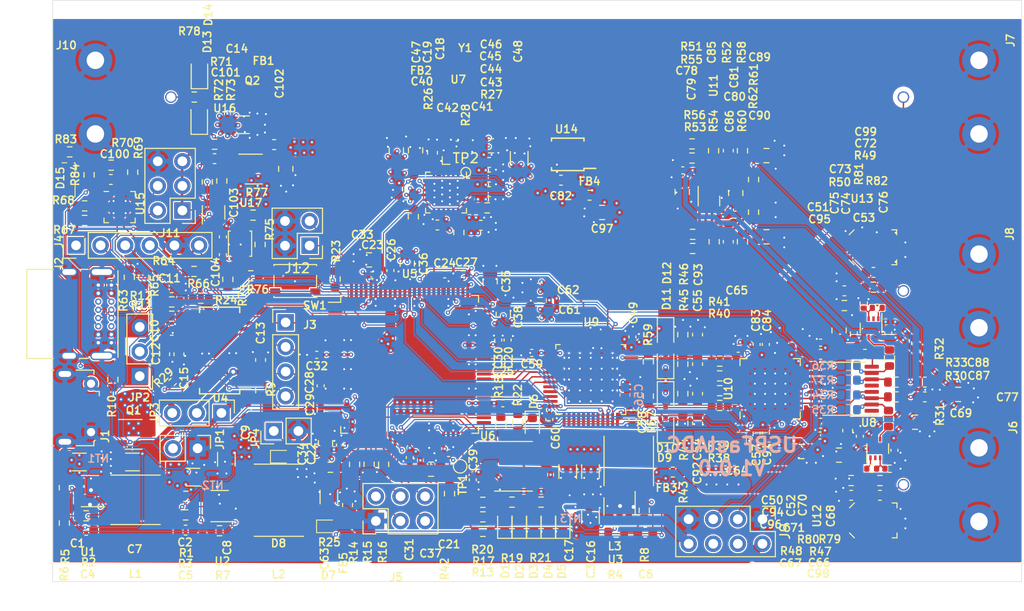
<source format=kicad_pcb>
(kicad_pcb (version 20171130) (host pcbnew 5.1.10-88a1d61d58~88~ubuntu20.04.1)
  (layers (0 F.Cu signal) (1 In1.Cu signal) (2 In2.Cu signal) (31 B.Cu signal) (34 B.Paste user) (35 F.Paste user) (36 B.SilkS user) (37 F.SilkS user) (38 B.Mask user) (39 F.Mask user) (44 Edge.Cuts user))
  (net 0 "")
  (net 1 GND)
  (net 2 +5V)
  (net 3 "Net-(C4-Pad2)")
  (net 4 +1V8_perm)
  (net 5 "Net-(C5-Pad2)")
  (net 6 +2V5)
  (net 7 "Net-(C6-Pad2)")
  (net 8 +1V2)
  (net 9 "Net-(C9-Pad1)")
  (net 10 "Net-(C12-Pad2)")
  (net 11 "Net-(C13-Pad2)")
  (net 12 "Net-(C18-Pad2)")
  (net 13 +1V8)
  (net 14 "Net-(D1-Pad2)")
  (net 15 "Net-(D2-Pad2)")
  (net 16 "Net-(D3-Pad2)")
  (net 17 "Net-(D4-Pad2)")
  (net 18 "Net-(D5-Pad2)")
  (net 19 "Net-(D6-Pad1)")
  (net 20 "Net-(J1-Pad3)")
  (net 21 "Net-(J1-Pad4)")
  (net 22 "Net-(J1-Pad1)")
  (net 23 "Net-(J1-Pad2)")
  (net 24 VBUS)
  (net 25 FIFO_D7)
  (net 26 FIFO_D6)
  (net 27 FIFO_D5)
  (net 28 FIFO_D3)
  (net 29 /fpga_xc3s/TCK)
  (net 30 /fpga_xc3s/TDO)
  (net 31 /fpga_xc3s/TDI)
  (net 32 /fpga_xc3s/TMS)
  (net 33 "Net-(J5-Pad3)")
  (net 34 "Net-(JP4-Pad1)")
  (net 35 "Net-(L1-Pad2)")
  (net 36 "Net-(L2-Pad2)")
  (net 37 "Net-(L3-Pad2)")
  (net 38 "Net-(R5-Pad1)")
  (net 39 "Net-(R10-Pad2)")
  (net 40 "Net-(R13-Pad1)")
  (net 41 "Net-(R14-Pad1)")
  (net 42 "Net-(R15-Pad1)")
  (net 43 "Net-(R16-Pad1)")
  (net 44 "Net-(R17-Pad1)")
  (net 45 "Net-(R18-Pad2)")
  (net 46 "Net-(R18-Pad1)")
  (net 47 "Net-(R19-Pad1)")
  (net 48 "Net-(R20-Pad1)")
  (net 49 "Net-(R21-Pad1)")
  (net 50 "Net-(R22-Pad2)")
  (net 51 I2C_SCL)
  (net 52 I2C_SDA)
  (net 53 "Net-(R25-Pad1)")
  (net 54 "Net-(R26-Pad2)")
  (net 55 FPGA_CLK)
  (net 56 "Net-(R27-Pad2)")
  (net 57 "Net-(R28-Pad2)")
  (net 58 "Net-(TP1-Pad1)")
  (net 59 "Net-(U3-Pad5)")
  (net 60 FIFO_D0)
  (net 61 FIFO_CLK)
  (net 62 FIFO_RXE)
  (net 63 FIFO_TXF)
  (net 64 "Net-(U4-Pad17)")
  (net 65 FIFO_WRb)
  (net 66 FIFO_RDb)
  (net 67 FIFO_SIWU)
  (net 68 FIFO_D1)
  (net 69 FIFO_D2)
  (net 70 FIFO_D4)
  (net 71 "Net-(U5-Pad82)")
  (net 72 "Net-(U5-Pad51)")
  (net 73 "Net-(U5-Pad46)")
  (net 74 "Net-(U5-Pad39)")
  (net 75 "Net-(U5-Pad21)")
  (net 76 "Net-(U7-Pad19)")
  (net 77 "Net-(U7-Pad16)")
  (net 78 "Net-(U7-Pad13)")
  (net 79 "Net-(U7-Pad12)")
  (net 80 "Net-(U7-Pad7)")
  (net 81 "Net-(U7-Pad6)")
  (net 82 "Net-(U7-Pad4)")
  (net 83 "Net-(U7-Pad3)")
  (net 84 "Net-(U7-Pad2)")
  (net 85 "Net-(U7-Pad1)")
  (net 86 "Net-(R29-Pad1)")
  (net 87 "Net-(NT1-Pad1)")
  (net 88 "Net-(NT2-Pad1)")
  (net 89 "Net-(NT3-Pad1)")
  (net 90 /Power/USBin_P)
  (net 91 /Power/USBin_N)
  (net 92 /Power/USBD_P)
  (net 93 /Power/USBD_N)
  (net 94 "Net-(U5-Pad68)")
  (net 95 "Net-(U7-Pad14)")
  (net 96 Vpp_analog)
  (net 97 "Net-(C52-Pad2)")
  (net 98 "Net-(C53-Pad2)")
  (net 99 "Net-(C56-Pad2)")
  (net 100 +1V8_analog)
  (net 101 ADC_CLK)
  (net 102 "Net-(R30-Pad1)")
  (net 103 "Net-(R31-Pad1)")
  (net 104 "Net-(R32-Pad1)")
  (net 105 "Net-(R33-Pad1)")
  (net 106 ADC_CSb)
  (net 107 ADC_SCLK)
  (net 108 ADC_SYNC)
  (net 109 ADC_SDIO)
  (net 110 ADC_DCLK)
  (net 111 ADC_DOR)
  (net 112 ADC_D0)
  (net 113 ADC_D1)
  (net 114 ADC_D2)
  (net 115 ADC_D3)
  (net 116 ADC_D4)
  (net 117 ADC_D5)
  (net 118 ADC_D6)
  (net 119 ADC_D7)
  (net 120 "Net-(U9-Pad44)")
  (net 121 "Net-(U9-Pad43)")
  (net 122 "Net-(U9-Pad42)")
  (net 123 "Net-(U9-Pad41)")
  (net 124 "Net-(U9-Pad40)")
  (net 125 "Net-(U9-Pad39)")
  (net 126 "Net-(U9-Pad38)")
  (net 127 "Net-(U9-Pad37)")
  (net 128 "Net-(U9-Pad35)")
  (net 129 "Net-(U9-Pad34)")
  (net 130 "Net-(U9-Pad33)")
  (net 131 "Net-(U9-Pad32)")
  (net 132 "Net-(U9-Pad22)")
  (net 133 "Net-(U9-Pad21)")
  (net 134 "Net-(U9-Pad8)")
  (net 135 /ADC+Driver/INA_N)
  (net 136 /ADC+Driver/INA_P)
  (net 137 /ADC+Driver/INB_N)
  (net 138 /ADC+Driver/INB_P)
  (net 139 -2V5)
  (net 140 "Net-(D7-Pad1)")
  (net 141 "Net-(D8-Pad2)")
  (net 142 "Net-(C64-Pad2)")
  (net 143 "Net-(C65-Pad1)")
  (net 144 "Net-(C66-Pad2)")
  (net 145 "Net-(C66-Pad1)")
  (net 146 +2V5_analog)
  (net 147 "Net-(C72-Pad2)")
  (net 148 "Net-(C72-Pad1)")
  (net 149 /ADC+Driver/buffer/OUT)
  (net 150 /ADC+Driver/sheet611E90A8/OUT)
  (net 151 /ADC+Driver/PGA_INA_P)
  (net 152 /ADC+Driver/PGA_INA_N)
  (net 153 /ADC+Driver/PGA_INB_P)
  (net 154 /ADC+Driver/PGA_INB_N)
  (net 155 "Net-(R38-Pad2)")
  (net 156 "Net-(R39-Pad2)")
  (net 157 "Net-(R40-Pad2)")
  (net 158 "Net-(R41-Pad2)")
  (net 159 PGA_SDO)
  (net 160 PGA_CSb)
  (net 161 PGA_SCLK)
  (net 162 PGA_SDI)
  (net 163 "Net-(U8-Pad5)")
  (net 164 "Net-(U8-Pad1)")
  (net 165 "Net-(U10-Pad36)")
  (net 166 "Net-(U10-Pad33)")
  (net 167 "Net-(U10-Pad32)")
  (net 168 "Net-(U10-Pad31)")
  (net 169 "Net-(U10-Pad28)")
  (net 170 "Net-(U10-Pad18)")
  (net 171 "Net-(U10-Pad15)")
  (net 172 "Net-(U10-Pad13)")
  (net 173 "Net-(U10-Pad10)")
  (net 174 "Net-(U12-Pad2)")
  (net 175 "Net-(U13-Pad2)")
  (net 176 "Net-(C85-Pad2)")
  (net 177 "Net-(C85-Pad1)")
  (net 178 "Net-(C86-Pad2)")
  (net 179 "Net-(C86-Pad1)")
  (net 180 /ADC+Driver/offset_dac/DAC_0)
  (net 181 /ADC+Driver/offset_dac/DAC_1)
  (net 182 "Net-(R51-Pad2)")
  (net 183 "Net-(R51-Pad1)")
  (net 184 "Net-(R52-Pad1)")
  (net 185 "Net-(R53-Pad2)")
  (net 186 "Net-(R53-Pad1)")
  (net 187 "Net-(J5-Pad6)")
  (net 188 "Net-(J5-Pad5)")
  (net 189 "Net-(J5-Pad4)")
  (net 190 /Power/3A0)
  (net 191 /Power/1A5)
  (net 192 "Net-(R1-Pad2)")
  (net 193 "Net-(R63-Pad2)")
  (net 194 "Net-(R64-Pad2)")
  (net 195 "Net-(R67-Pad2)")
  (net 196 "Net-(R68-Pad2)")
  (net 197 "Net-(R69-Pad1)")
  (net 198 "Net-(U15-Pad15)")
  (net 199 "Net-(U15-Pad14)")
  (net 200 "Net-(U15-Pad11)")
  (net 201 "Net-(U15-Pad8)")
  (net 202 "Net-(U15-Pad5)")
  (net 203 "Net-(U15-Pad4)")
  (net 204 "Net-(U15-Pad1)")
  (net 205 "Net-(J2-PadB5)")
  (net 206 "Net-(J2-PadB8)")
  (net 207 "Net-(J2-PadA8)")
  (net 208 "Net-(J2-PadA5)")
  (net 209 "Net-(J11-Pad1)")
  (net 210 "Net-(JP1-Pad2)")
  (net 211 "Net-(C101-Pad1)")
  (net 212 "Net-(FB1-Pad1)")
  (net 213 /Power/PWR_EN)
  (net 214 "Net-(J10-Pad1)")
  (net 215 /fpga_xc3s/IO_DAT)
  (net 216 /fpga_xc3s/IO_DIR)
  (net 217 "Net-(SW1-Pad1)")
  (net 218 "Net-(R74-Pad2)")
  (net 219 /pll_clock/CLK_OUT)
  (net 220 "Net-(R79-Pad1)")
  (net 221 "Net-(R80-Pad1)")
  (net 222 "Net-(R81-Pad1)")
  (net 223 "Net-(R82-Pad1)")
  (net 224 /fpga_xc3s/sheet60F7998F/DIGIO)
  (net 225 "Net-(D15-Pad3)")
  (net 226 "Net-(D15-Pad1)")
  (net 227 "Net-(R83-Pad1)")
  (net 228 /fpga_xc3s/LED_FRONT_G)
  (net 229 "Net-(U5-Pad72)")
  (net 230 /Power/-2V5_dig)
  (net 231 EXP_IO1_1V8)
  (net 232 EXP_IO2_1V8)
  (net 233 "Net-(TP2-Pad1)")
  (net 234 "Net-(J12-Pad3)")
  (net 235 "Net-(J12-Pad1)")
  (module Connector_PinHeader_2.54mm:PinHeader_2x02_P2.54mm_Vertical (layer F.Cu) (at 89.51 48.33 180)
    (fp_text reference J12 (at 1.27 -2.33) (layer F.SilkS))
    (fp_text value PUDC_B/IN)
    (pad 4 thru_hole oval (at 2.54 2.54 180) (size 1.7 1.7) (drill 1) (layers *.Cu *.Mask) (net 1 GND))
    (pad 3 thru_hole oval (at 0 2.54 180) (size 1.7 1.7) (drill 1) (layers *.Cu *.Mask) (net 234 "Net-(J12-Pad3)"))
    (pad 2 thru_hole oval (at 2.54 0 180) (size 1.7 1.7) (drill 1) (layers *.Cu *.Mask) (net 1 GND))
    (pad 1 thru_hole rect (at 0 0 180) (size 1.7 1.7) (drill 1) (layers *.Cu *.Mask) (net 235 "Net-(J12-Pad1)"))
  )
  (module proj_footprints:TestPoint_Pad_D0.8mm_no_CY (layer F.Cu) (at 105.63 40.75)
    (fp_text reference TP2 (at 0 -1.448) (layer F.SilkS))
    (fp_text value Ref)
    (pad 1 smd circle (at 0 0) (size 0.8 0.8) (layers F.Cu F.Mask) (net 233 "Net-(TP2-Pad1)"))
  )
  (module Connector_PinHeader_2.54mm:PinHeader_2x04_P2.54mm_Vertical (layer F.Cu) (at 136.25 76.56 270)
    (fp_text reference J9 (at 1.27 -2.33 90) (layer F.SilkS))
    (fp_text value Expansion)
    (pad 8 thru_hole oval (at 2.54 7.62 270) (size 1.7 1.7) (drill 1) (layers *.Cu *.Mask) (net 2 +5V))
    (pad 7 thru_hole oval (at 0 7.62 270) (size 1.7 1.7) (drill 1) (layers *.Cu *.Mask) (net 1 GND))
    (pad 6 thru_hole oval (at 2.54 5.08 270) (size 1.7 1.7) (drill 1) (layers *.Cu *.Mask) (net 6 +2V5))
    (pad 5 thru_hole oval (at 0 5.08 270) (size 1.7 1.7) (drill 1) (layers *.Cu *.Mask) (net 232 EXP_IO2_1V8))
    (pad 4 thru_hole oval (at 2.54 2.54 270) (size 1.7 1.7) (drill 1) (layers *.Cu *.Mask) (net 13 +1V8))
    (pad 3 thru_hole oval (at 0 2.54 270) (size 1.7 1.7) (drill 1) (layers *.Cu *.Mask) (net 231 EXP_IO1_1V8))
    (pad 2 thru_hole oval (at 2.54 0 270) (size 1.7 1.7) (drill 1) (layers *.Cu *.Mask) (net 230 /Power/-2V5_dig))
    (pad 1 thru_hole rect (at 0 0 270) (size 1.7 1.7) (drill 1) (layers *.Cu *.Mask) (net 1 GND))
  )
  (module proj_footprints:LED_Wuerth_Sideview (layer F.Cu) (at 65.6 41.525 270)
    (fp_text reference D15 (at -0.175 1.825 270) (layer F.SilkS) (effects (font (size 0.8 0.8))))
    (fp_text value LED_Front)
    (pad 2 smd rect (at -1.5 0.75 270) (size 1.2 0.7) (layers F.Cu F.Paste F.Mask) (net 6 +2V5))
    (pad 3 smd rect (at 1.5 0.75 270) (size 1.2 0.7) (layers F.Cu F.Paste F.Mask) (net 225 "Net-(D15-Pad3)"))
    (pad 1 smd rect (at 0 0.35 270) (size 0.9 0.7) (layers F.Cu F.Paste F.Mask) (net 226 "Net-(D15-Pad1)"))
  )
  (module Resistor_SMD:R_0603_1608Metric (layer F.Cu) (at 66.75 41.025 90)
    (fp_text reference R84 (at 0 -1.43 90) (layer F.SilkS) (effects (font (size 0.8 0.8))))
    (fp_text value 1k5)
    (pad 2 smd roundrect (at 0.825 0 90) (size 0.8 0.95) (layers F.Cu F.Paste F.Mask) (net 225 "Net-(D15-Pad3)"))
    (pad 1 smd roundrect (at -0.825 0 90) (size 0.8 0.95) (layers F.Cu F.Paste F.Mask) (net 228 /fpga_xc3s/LED_FRONT_G))
  )
  (module Resistor_SMD:R_0603_1608Metric (layer F.Cu) (at 64.75 38.65)
    (fp_text reference R83 (at -0.4 -1.3) (layer F.SilkS) (effects (font (size 0.8 0.8))))
    (fp_text value 1k5)
    (pad 2 smd roundrect (at 0.825 0) (size 0.8 0.95) (layers F.Cu F.Paste F.Mask) (net 226 "Net-(D15-Pad1)"))
    (pad 1 smd roundrect (at -0.825 0) (size 0.8 0.95) (layers F.Cu F.Paste F.Mask) (net 227 "Net-(R83-Pad1)"))
  )
  (module Resistor_SMD:R_0402_1005Metric (layer F.Cu) (at 148.1 54.75 180)
    (fp_text reference R82 (at 0.05 13.1) (layer F.SilkS) (effects (font (size 0.8 0.8))))
    (fp_text value 750)
    (pad 2 smd roundrect (at 0.51 0 180) (size 0.54 0.64) (layers F.Cu F.Paste F.Mask) (net 222 "Net-(R81-Pad1)"))
    (pad 1 smd roundrect (at -0.51 0 180) (size 0.54 0.64) (layers F.Cu F.Paste F.Mask) (net 223 "Net-(R82-Pad1)"))
  )
  (module Resistor_SMD:R_0402_1005Metric (layer F.Cu) (at 146.7 54.275 90)
    (fp_text reference R81 (at 13.35 -0.5 90) (layer F.SilkS) (effects (font (size 0.8 0.8))))
    (fp_text value 150)
    (pad 2 smd roundrect (at 0.51 0 90) (size 0.54 0.64) (layers F.Cu F.Paste F.Mask) (net 1 GND))
    (pad 1 smd roundrect (at -0.51 0 90) (size 0.54 0.64) (layers F.Cu F.Paste F.Mask) (net 222 "Net-(R81-Pad1)"))
  )
  (module Resistor_SMD:R_0402_1005Metric (layer F.Cu) (at 147.525 71.35)
    (fp_text reference R80 (at -6.55 7.3) (layer F.SilkS) (effects (font (size 0.8 0.8))))
    (fp_text value 750)
    (pad 2 smd roundrect (at 0.51 0) (size 0.54 0.64) (layers F.Cu F.Paste F.Mask) (net 220 "Net-(R79-Pad1)"))
    (pad 1 smd roundrect (at -0.51 0) (size 0.54 0.64) (layers F.Cu F.Paste F.Mask) (net 221 "Net-(R80-Pad1)"))
  )
  (module Resistor_SMD:R_0402_1005Metric (layer F.Cu) (at 149.4 71.35)
    (fp_text reference R79 (at -6.2 7.275) (layer F.SilkS) (effects (font (size 0.8 0.8))))
    (fp_text value 150)
    (pad 2 smd roundrect (at 0.51 0) (size 0.54 0.64) (layers F.Cu F.Paste F.Mask) (net 1 GND))
    (pad 1 smd roundrect (at -0.51 0) (size 0.54 0.64) (layers F.Cu F.Paste F.Mask) (net 220 "Net-(R79-Pad1)"))
  )
  (module Button_Switch_SMD:SW_SPST_PTS810 (layer F.Cu) (at 88.03 51.98 180)
    (fp_text reference SW1 (at -2.02 -2.52) (layer F.SilkS) (effects (font (size 0.8 0.8) (thickness 0.153))))
    (fp_text value PROG_B)
    (pad 2 smd rect (at 2.075 1.075 180) (size 1.05 0.65) (layers F.Cu F.Paste F.Mask) (net 1 GND))
    (pad 2 smd rect (at -2.075 1.075 180) (size 1.05 0.65) (layers F.Cu F.Paste F.Mask) (net 1 GND))
    (pad 1 smd rect (at 2.075 -1.075 180) (size 1.05 0.65) (layers F.Cu F.Paste F.Mask) (net 217 "Net-(SW1-Pad1)"))
    (pad 1 smd rect (at -2.075 -1.075 180) (size 1.05 0.65) (layers F.Cu F.Paste F.Mask) (net 217 "Net-(SW1-Pad1)"))
  )
  (module Connector_PinHeader_2.54mm:PinHeader_1x06_P2.54mm_Vertical (layer F.Cu) (at 65.4 48.3 90)
    (fp_text reference J4 (at 0.4 -1.75 90) (layer F.SilkS) (effects (font (size 0.8 0.8) (thickness 0.153))))
    (fp_text value JTAG)
    (pad 6 thru_hole oval (at 0 12.7 90) (size 1.7 1.7) (drill 1) (layers *.Cu *.Mask) (net 6 +2V5))
    (pad 5 thru_hole oval (at 0 10.16 90) (size 1.7 1.7) (drill 1) (layers *.Cu *.Mask) (net 1 GND))
    (pad 4 thru_hole oval (at 0 7.62 90) (size 1.7 1.7) (drill 1) (layers *.Cu *.Mask) (net 29 /fpga_xc3s/TCK))
    (pad 3 thru_hole oval (at 0 5.08 90) (size 1.7 1.7) (drill 1) (layers *.Cu *.Mask) (net 30 /fpga_xc3s/TDO))
    (pad 2 thru_hole oval (at 0 2.54 90) (size 1.7 1.7) (drill 1) (layers *.Cu *.Mask) (net 31 /fpga_xc3s/TDI))
    (pad 1 thru_hole rect (at 0 0 90) (size 1.7 1.7) (drill 1) (layers *.Cu *.Mask) (net 32 /fpga_xc3s/TMS))
  )
  (module Resistor_SMD:R_0603_1608Metric (layer F.Cu) (at 75.28 54.14)
    (fp_text reference R12 (at -3.18 -0.64) (layer F.SilkS) (effects (font (size 0.8 0.8) (thickness 0.153))))
    (fp_text value 27)
    (pad 1 smd roundrect (at -0.825 0) (size 0.8 0.95) (layers F.Cu F.Paste F.Mask) (net 91 /Power/USBin_N))
    (pad 2 smd roundrect (at 0.825 0) (size 0.8 0.95) (layers F.Cu F.Paste F.Mask) (net 93 /Power/USBD_N))
  )
  (module Resistor_SMD:R_0603_1608Metric (layer F.Cu) (at 75.28 55.61)
    (fp_text reference R11 (at -3.08 -1.16) (layer F.SilkS) (effects (font (size 0.8 0.8) (thickness 0.153))))
    (fp_text value 27)
    (pad 1 smd roundrect (at -0.825 0) (size 0.8 0.95) (layers F.Cu F.Paste F.Mask) (net 90 /Power/USBin_P))
    (pad 2 smd roundrect (at 0.825 0) (size 0.8 0.95) (layers F.Cu F.Paste F.Mask) (net 92 /Power/USBD_P))
  )
  (module Capacitor_SMD:C_0603_1608Metric (layer F.Cu) (at 75.28 52.67)
    (fp_text reference C11 (at -0.23 -0.97) (layer F.SilkS) (effects (font (size 0.8 0.8) (thickness 0.153))))
    (fp_text value 47p)
    (pad 2 smd roundrect (at 0.775 0) (size 0.9 0.95) (layers F.Cu F.Paste F.Mask) (net 1 GND))
    (pad 1 smd roundrect (at -0.775 0) (size 0.9 0.95) (layers F.Cu F.Paste F.Mask) (net 91 /Power/USBin_N))
  )
  (module Capacitor_SMD:C_0603_1608Metric (layer F.Cu) (at 75.285 57.07 180)
    (fp_text reference C10 (at 1.785 -0.03 90) (layer F.SilkS) (effects (font (size 0.8 0.8) (thickness 0.153))))
    (fp_text value 47p)
    (pad 2 smd roundrect (at 0.775 0 180) (size 0.9 0.95) (layers F.Cu F.Paste F.Mask) (net 90 /Power/USBin_P))
    (pad 1 smd roundrect (at -0.775 0 180) (size 0.9 0.95) (layers F.Cu F.Paste F.Mask) (net 1 GND))
  )
  (module Capacitor_SMD:C_0402_1005Metric (layer F.Cu) (at 90.65 65.4 270)
    (fp_text reference C29 (at -0.65 1.1 90) (layer F.SilkS) (effects (font (size 0.8 0.8) (thickness 0.153))))
    (fp_text value 100n)
    (pad 2 smd roundrect (at 0.48 0 270) (size 0.56 0.62) (layers F.Cu F.Paste F.Mask) (net 1 GND))
    (pad 1 smd roundrect (at -0.48 0 270) (size 0.56 0.62) (layers F.Cu F.Paste F.Mask) (net 6 +2V5))
  )
  (module Package_SO:VSSOP-8_2.4x2.1mm_P0.5mm (layer F.Cu) (at 82.33 48.12 90)
    (fp_text reference U17 (at 4.22 1.12 180) (layer F.SilkS) (effects (font (size 0.8 0.8) (thickness 0.153))))
    (fp_text value SN74LVC2T45DCUR)
    (pad 8 smd rect (at 1.55 -0.75 90) (size 0.75 0.25) (layers F.Cu F.Paste F.Mask) (net 2 +5V))
    (pad 7 smd rect (at 1.55 -0.25 90) (size 0.75 0.25) (layers F.Cu F.Paste F.Mask) (net 224 /fpga_xc3s/sheet60F7998F/DIGIO))
    (pad 6 smd rect (at 1.55 0.25 90) (size 0.75 0.25) (layers F.Cu F.Paste F.Mask) (net 224 /fpga_xc3s/sheet60F7998F/DIGIO))
    (pad 5 smd rect (at 1.55 0.75 90) (size 0.75 0.25) (layers F.Cu F.Paste F.Mask) (net 216 /fpga_xc3s/IO_DIR))
    (pad 4 smd rect (at -1.55 0.75 90) (size 0.75 0.25) (layers F.Cu F.Paste F.Mask) (net 1 GND))
    (pad 3 smd rect (at -1.55 0.25 90) (size 0.75 0.25) (layers F.Cu F.Paste F.Mask) (net 218 "Net-(R74-Pad2)"))
    (pad 2 smd rect (at -1.55 -0.25 90) (size 0.75 0.25) (layers F.Cu F.Paste F.Mask) (net 218 "Net-(R74-Pad2)"))
    (pad 1 smd rect (at -1.55 -0.75 90) (size 0.75 0.25) (layers F.Cu F.Paste F.Mask) (net 13 +1V8))
  )
  (module Resistor_SMD:R_0603_1608Metric (layer F.Cu) (at 77.61 32.99 180)
    (fp_text reference R78 (at 0.51 6.79) (layer F.SilkS) (effects (font (size 0.8 0.8) (thickness 0.153))))
    (fp_text value 50)
    (pad 2 smd roundrect (at 0.825 0 180) (size 0.8 0.95) (layers F.Cu F.Paste F.Mask) (net 214 "Net-(J10-Pad1)"))
    (pad 1 smd roundrect (at -0.825 0 180) (size 0.8 0.95) (layers F.Cu F.Paste F.Mask) (net 224 /fpga_xc3s/sheet60F7998F/DIGIO))
  )
  (module Resistor_SMD:R_0603_1608Metric (layer F.Cu) (at 83.68 45.18 180)
    (fp_text reference R77 (at -0.37 2.33) (layer F.SilkS) (effects (font (size 0.8 0.8) (thickness 0.153))))
    (fp_text value 100k)
    (pad 2 smd roundrect (at 0.825 0 180) (size 0.8 0.95) (layers F.Cu F.Paste F.Mask) (net 1 GND))
    (pad 1 smd roundrect (at -0.825 0 180) (size 0.8 0.95) (layers F.Cu F.Paste F.Mask) (net 224 /fpga_xc3s/sheet60F7998F/DIGIO))
  )
  (module Resistor_SMD:R_0603_1608Metric (layer F.Cu) (at 83.43 51.44 180)
    (fp_text reference R76 (at -0.72 -1.41) (layer F.SilkS) (effects (font (size 0.8 0.8) (thickness 0.153))))
    (fp_text value 100)
    (pad 2 smd roundrect (at 0.825 0 180) (size 0.8 0.95) (layers F.Cu F.Paste F.Mask) (net 218 "Net-(R74-Pad2)"))
    (pad 1 smd roundrect (at -0.825 0 180) (size 0.8 0.95) (layers F.Cu F.Paste F.Mask) (net 215 /fpga_xc3s/IO_DAT))
  )
  (module Resistor_SMD:R_0603_1608Metric (layer F.Cu) (at 84.4 48.21 270)
    (fp_text reference R75 (at -1.56 -1 90) (layer F.SilkS) (effects (font (size 0.8 0.8) (thickness 0.153))))
    (fp_text value 2k2)
    (pad 2 smd roundrect (at 0.825 0 270) (size 0.8 0.95) (layers F.Cu F.Paste F.Mask) (net 1 GND))
    (pad 1 smd roundrect (at -0.825 0 270) (size 0.8 0.95) (layers F.Cu F.Paste F.Mask) (net 216 /fpga_xc3s/IO_DIR))
  )
  (module Resistor_SMD:R_0603_1608Metric (layer F.Cu) (at 81.07 51.81 90)
    (fp_text reference R74 (at -1.64 1.53 90) (layer F.SilkS) (effects (font (size 0.8 0.8) (thickness 0.153))))
    (fp_text value 100k)
    (pad 2 smd roundrect (at 0.825 0 90) (size 0.8 0.95) (layers F.Cu F.Paste F.Mask) (net 218 "Net-(R74-Pad2)"))
    (pad 1 smd roundrect (at -0.825 0 90) (size 0.8 0.95) (layers F.Cu F.Paste F.Mask) (net 13 +1V8))
  )
  (module proj_footprints:BNC_Molex_0731713150 (layer F.Cu) (at 67.4 33 270)
    (fp_text reference J10 (at -5.35 3 180) (layer F.SilkS) (effects (font (size 0.8 0.8) (thickness 0.153))))
    (fp_text value BNC)
    (pad 1 thru_hole circle (at 0 -7.8 270) (size 1.2 1.2) (drill 0.92) (layers *.Cu *.Mask) (net 214 "Net-(J10-Pad1)"))
    (pad 2 thru_hole circle (at 3.8 0 270) (size 3.5 3.5) (drill 1.8) (layers *.Cu *.Mask) (net 1 GND))
    (pad 2 thru_hole circle (at -3.8 0 270) (size 3.5 3.5) (drill 1.8) (layers *.Cu *.Mask) (net 1 GND))
  )
  (module Diode_SMD:D_SOD-323 (layer F.Cu) (at 78.14 30.63 90)
    (fp_text reference D14 (at 6.13 0.91 90) (layer F.SilkS) (effects (font (size 0.8 0.8) (thickness 0.153))))
    (fp_text value NSR0170HT1G)
    (pad 2 smd rect (at 1.05 0 90) (size 0.6 0.45) (layers F.Cu F.Paste F.Mask) (net 1 GND))
    (pad 1 smd rect (at -1.05 0 90) (size 0.6 0.45) (layers F.Cu F.Paste F.Mask) (net 224 /fpga_xc3s/sheet60F7998F/DIGIO))
  )
  (module Diode_SMD:D_SOD-323 (layer F.Cu) (at 78.12 35.34 90)
    (fp_text reference D13 (at 8.04 0.83 90) (layer F.SilkS) (effects (font (size 0.8 0.8) (thickness 0.153))))
    (fp_text value NSR0170HT1G)
    (pad 2 smd rect (at 1.05 0 90) (size 0.6 0.45) (layers F.Cu F.Paste F.Mask) (net 224 /fpga_xc3s/sheet60F7998F/DIGIO))
    (pad 1 smd rect (at -1.05 0 90) (size 0.6 0.45) (layers F.Cu F.Paste F.Mask) (net 2 +5V))
  )
  (module Capacitor_SMD:C_0402_1005Metric (layer F.Cu) (at 80.56 49.26 90)
    (fp_text reference C104 (at -1.79 -0.76 90) (layer F.SilkS) (effects (font (size 0.8 0.8) (thickness 0.153))))
    (fp_text value 100n)
    (pad 2 smd roundrect (at 0.48 0 90) (size 0.56 0.62) (layers F.Cu F.Paste F.Mask) (net 1 GND))
    (pad 1 smd roundrect (at -0.48 0 90) (size 0.56 0.62) (layers F.Cu F.Paste F.Mask) (net 13 +1V8))
  )
  (module Capacitor_SMD:C_0402_1005Metric (layer F.Cu) (at 80.56 47.42 270)
    (fp_text reference C103 (at -3.52 -1.14 90) (layer F.SilkS) (effects (font (size 0.8 0.8) (thickness 0.153))))
    (fp_text value 100n)
    (pad 2 smd roundrect (at 0.48 0 270) (size 0.56 0.62) (layers F.Cu F.Paste F.Mask) (net 1 GND))
    (pad 1 smd roundrect (at -0.48 0 270) (size 0.56 0.62) (layers F.Cu F.Paste F.Mask) (net 2 +5V))
  )
  (module proj_footprints:DFN-8-1EP_2x2mm_P0.5mm_EP0.45x1.6mm (layer F.Cu) (at 130.726 43.2185 270)
    (fp_text reference U11 (at -11.4185 -0.474 90) (layer F.SilkS) (effects (font (size 0.8 0.8) (thickness 0.153))))
    (fp_text value TSV992A)
    (pad 9 smd rect (at 0 0 270) (size 0.45 1.6) (layers F.Cu F.Mask))
    (pad 8 smd roundrect (at 1.0125 -0.75 270) (size 0.75 0.3) (layers F.Cu F.Paste F.Mask) (net 146 +2V5_analog))
    (pad 7 smd roundrect (at 1.0125 -0.25 270) (size 0.75 0.3) (layers F.Cu F.Paste F.Mask) (net 179 "Net-(C86-Pad1)"))
    (pad 6 smd roundrect (at 1.0125 0.25 270) (size 0.75 0.3) (layers F.Cu F.Paste F.Mask) (net 178 "Net-(C86-Pad2)"))
    (pad 5 smd roundrect (at 1.0125 0.75 270) (size 0.75 0.3) (layers F.Cu F.Paste F.Mask) (net 185 "Net-(R53-Pad2)"))
    (pad 4 smd roundrect (at -1.0125 0.75 270) (size 0.75 0.3) (layers F.Cu F.Paste F.Mask) (net 139 -2V5))
    (pad 3 smd roundrect (at -1.0125 0.25 270) (size 0.75 0.3) (layers F.Cu F.Paste F.Mask) (net 182 "Net-(R51-Pad2)"))
    (pad 2 smd roundrect (at -1.0125 -0.25 270) (size 0.75 0.3) (layers F.Cu F.Paste F.Mask) (net 176 "Net-(C85-Pad2)"))
    (pad 1 smd roundrect (at -1.0125 -0.75 270) (size 0.75 0.3) (layers F.Cu F.Paste F.Mask) (net 177 "Net-(C85-Pad1)"))
  )
  (module proj_footprints:USB_C_Receptacle_GCT_USB4085_smaller_holes (layer F.Cu) (at 69.05 52.4 270)
    (fp_text reference J2 (at -2.2 5.4 90) (layer F.SilkS) (effects (font (size 0.8 0.8) (thickness 0.153))))
    (fp_text value USB_C_Receptacle_USB2.0)
    (pad S1 thru_hole oval (at 7.3 4.36 270) (size 0.9 1.7) (drill oval 0.6 1.4) (layers *.Cu *.Mask) (net 1 GND))
    (pad S1 thru_hole oval (at -1.35 4.36 270) (size 0.9 1.7) (drill oval 0.6 1.4) (layers *.Cu *.Mask) (net 1 GND))
    (pad S1 thru_hole oval (at 7.3 0.98 270) (size 0.9 2.4) (drill oval 0.6 2.1) (layers *.Cu *.Mask) (net 1 GND))
    (pad S1 thru_hole oval (at -1.35 0.98 270) (size 0.9 2.4) (drill oval 0.6 2.1) (layers *.Cu *.Mask) (net 1 GND))
    (pad B6 thru_hole circle (at 3.4 1.35 270) (size 0.65 0.65) (drill 0.35) (layers *.Cu *.Mask) (net 90 /Power/USBin_P))
    (pad B1 thru_hole circle (at 5.95 1.35 270) (size 0.65 0.65) (drill 0.35) (layers *.Cu *.Mask) (net 1 GND))
    (pad B4 thru_hole circle (at 5.1 1.35 270) (size 0.65 0.65) (drill 0.35) (layers *.Cu *.Mask) (net 24 VBUS))
    (pad B5 thru_hole circle (at 4.25 1.35 270) (size 0.65 0.65) (drill 0.35) (layers *.Cu *.Mask) (net 205 "Net-(J2-PadB5)"))
    (pad B12 thru_hole circle (at 0 1.35 270) (size 0.65 0.65) (drill 0.35) (layers *.Cu *.Mask) (net 1 GND))
    (pad B8 thru_hole circle (at 1.7 1.35 270) (size 0.65 0.65) (drill 0.35) (layers *.Cu *.Mask) (net 206 "Net-(J2-PadB8)"))
    (pad B7 thru_hole circle (at 2.55 1.35 270) (size 0.65 0.65) (drill 0.35) (layers *.Cu *.Mask) (net 91 /Power/USBin_N))
    (pad B9 thru_hole circle (at 0.85 1.35 270) (size 0.65 0.65) (drill 0.35) (layers *.Cu *.Mask) (net 24 VBUS))
    (pad A12 thru_hole circle (at 5.95 0 270) (size 0.65 0.65) (drill 0.35) (layers *.Cu *.Mask) (net 1 GND))
    (pad A9 thru_hole circle (at 5.1 0 270) (size 0.65 0.65) (drill 0.35) (layers *.Cu *.Mask) (net 24 VBUS))
    (pad A8 thru_hole circle (at 4.25 0 270) (size 0.65 0.65) (drill 0.35) (layers *.Cu *.Mask) (net 207 "Net-(J2-PadA8)"))
    (pad A7 thru_hole circle (at 3.4 0 270) (size 0.65 0.65) (drill 0.35) (layers *.Cu *.Mask) (net 91 /Power/USBin_N))
    (pad A6 thru_hole circle (at 2.55 0 270) (size 0.65 0.65) (drill 0.35) (layers *.Cu *.Mask) (net 90 /Power/USBin_P))
    (pad A5 thru_hole circle (at 1.7 0 270) (size 0.65 0.65) (drill 0.35) (layers *.Cu *.Mask) (net 208 "Net-(J2-PadA5)"))
    (pad A4 thru_hole circle (at 0.85 0 270) (size 0.65 0.65) (drill 0.35) (layers *.Cu *.Mask) (net 24 VBUS))
    (pad A1 thru_hole circle (at 0 0 270) (size 0.65 0.65) (drill 0.35) (layers *.Cu *.Mask) (net 1 GND))
  )
  (module Capacitor_SMD:C_0805_2012Metric (layer F.Cu) (at 119.7 44.9 180)
    (fp_text reference C97 (at 0 -1.68) (layer F.SilkS) (effects (font (size 0.8 0.8) (thickness 0.153))))
    (fp_text value 1u)
    (pad 2 smd roundrect (at 0.95 0 180) (size 1 1.45) (layers F.Cu F.Paste F.Mask) (net 1 GND))
    (pad 1 smd roundrect (at -0.95 0 180) (size 1 1.45) (layers F.Cu F.Paste F.Mask) (net 100 +1V8_analog))
  )
  (module Capacitor_SMD:C_0805_2012Metric (layer F.Cu) (at 87.05 40.4 270)
    (fp_text reference C102 (at -8.8 0.65 90) (layer F.SilkS) (effects (font (size 0.8 0.8) (thickness 0.153))))
    (fp_text value 1u)
    (pad 2 smd roundrect (at 0.95 0 270) (size 1 1.45) (layers F.Cu F.Paste F.Mask) (net 1 GND))
    (pad 1 smd roundrect (at -0.95 0 270) (size 1 1.45) (layers F.Cu F.Paste F.Mask) (net 96 Vpp_analog))
  )
  (module Resistor_SMD:R_0603_1608Metric (layer F.Cu) (at 80.45 41.65 270)
    (fp_text reference R73 (at -9.4 -0.95 90) (layer F.SilkS) (effects (font (size 0.8 0.8) (thickness 0.153))))
    (fp_text value 100k)
    (pad 2 smd roundrect (at 0.825 0 270) (size 0.8 0.95) (layers F.Cu F.Paste F.Mask) (net 213 /Power/PWR_EN))
    (pad 1 smd roundrect (at -0.825 0 270) (size 0.8 0.95) (layers F.Cu F.Paste F.Mask) (net 211 "Net-(C101-Pad1)"))
  )
  (module Package_TO_SOT_SMD:TSOT-23-6 (layer F.Cu) (at 83.75 40.4)
    (fp_text reference Q2 (at -0.15 -9.1) (layer F.SilkS) (effects (font (size 0.8 0.8) (thickness 0.153))))
    (fp_text value Si3477)
    (pad 1 smd rect (at -1.31 -0.95) (size 1.22 0.65) (layers F.Cu F.Paste F.Mask) (net 212 "Net-(FB1-Pad1)"))
    (pad 2 smd rect (at -1.31 0) (size 1.22 0.65) (layers F.Cu F.Paste F.Mask) (net 212 "Net-(FB1-Pad1)"))
    (pad 3 smd rect (at -1.31 0.95) (size 1.22 0.65) (layers F.Cu F.Paste F.Mask) (net 211 "Net-(C101-Pad1)"))
    (pad 4 smd rect (at 1.31 0.95) (size 1.22 0.65) (layers F.Cu F.Paste F.Mask) (net 2 +5V))
    (pad 5 smd rect (at 1.31 0) (size 1.22 0.65) (layers F.Cu F.Paste F.Mask) (net 212 "Net-(FB1-Pad1)"))
    (pad 6 smd rect (at 1.31 -0.95) (size 1.22 0.65) (layers F.Cu F.Paste F.Mask) (net 212 "Net-(FB1-Pad1)"))
  )
  (module Inductor_SMD:L_0603_1608Metric (layer F.Cu) (at 93.425 75.1 90)
    (fp_text reference FB5 (at -6 -0.425 270) (layer F.SilkS) (effects (font (size 0.8 0.8) (thickness 0.153))))
    (fp_text value "Ferrite_Bead MPZ1608S221A")
    (pad 1 smd roundrect (at -0.7875 0 90) (size 0.875 0.95) (layers F.Cu F.Paste F.Mask) (net 230 /Power/-2V5_dig))
    (pad 2 smd roundrect (at 0.7875 0 90) (size 0.875 0.95) (layers F.Cu F.Paste F.Mask) (net 139 -2V5))
  )
  (module Inductor_SMD:L_0603_1608Metric (layer F.Cu) (at 118.4 43.125)
    (fp_text reference FB4 (at 0 -1.43) (layer F.SilkS) (effects (font (size 0.8 0.8) (thickness 0.153))))
    (fp_text value "Ferrite_Bead MPZ1608S221A")
    (pad 1 smd roundrect (at -0.7875 0) (size 0.875 0.95) (layers F.Cu F.Paste F.Mask) (net 13 +1V8))
    (pad 2 smd roundrect (at 0.7875 0) (size 0.875 0.95) (layers F.Cu F.Paste F.Mask) (net 100 +1V8_analog))
  )
  (module Inductor_SMD:L_0603_1608Metric (layer F.Cu) (at 127 71.7)
    (fp_text reference FB3 (at -0.65 1.625) (layer F.SilkS) (effects (font (size 0.8 0.8) (thickness 0.153))))
    (fp_text value "Ferrite_Bead MPZ1608S221A")
    (pad 1 smd roundrect (at -0.7875 0) (size 0.875 0.95) (layers F.Cu F.Paste F.Mask) (net 6 +2V5))
    (pad 2 smd roundrect (at 0.7875 0) (size 0.875 0.95) (layers F.Cu F.Paste F.Mask) (net 146 +2V5_analog))
  )
  (module Inductor_SMD:L_0603_1608Metric (layer F.Cu) (at 85.85 37.9)
    (fp_text reference FB1 (at -1.1 -8.65) (layer F.SilkS) (effects (font (size 0.8 0.8) (thickness 0.153))))
    (fp_text value "Ferrite_Bead MPZ1608S221A")
    (pad 1 smd roundrect (at -0.7875 0) (size 0.875 0.95) (layers F.Cu F.Paste F.Mask) (net 212 "Net-(FB1-Pad1)"))
    (pad 2 smd roundrect (at 0.7875 0) (size 0.875 0.95) (layers F.Cu F.Paste F.Mask) (net 96 Vpp_analog))
  )
  (module Capacitor_SMD:C_0603_1608Metric (layer F.Cu) (at 79.7 39.35 180)
    (fp_text reference C101 (at -1.15 8.9) (layer F.SilkS) (effects (font (size 0.8 0.8) (thickness 0.153))))
    (fp_text value 100n)
    (pad 1 smd roundrect (at -0.775 0 180) (size 0.9 0.95) (layers F.Cu F.Paste F.Mask) (net 211 "Net-(C101-Pad1)"))
    (pad 2 smd roundrect (at 0.775 0 180) (size 0.9 0.95) (layers F.Cu F.Paste F.Mask) (net 2 +5V))
  )
  (module Package_DFN_QFN:Texas_S-PVQFN-N36_EP4.4x4.4mm_ThermalVias (layer F.Cu) (at 137.045 63.1 90)
    (fp_text reference U10 (at 0 -4.32 90) (layer F.SilkS) (effects (font (size 0.8 0.8) (thickness 0.153))))
    (fp_text value LMH6882)
    (pad 1 smd roundrect (at -2.8875 -2 90) (size 0.975 0.25) (layers F.Cu F.Paste F.Mask) (net 1 GND))
    (pad 2 smd roundrect (at -2.8875 -1.5 90) (size 0.975 0.25) (layers F.Cu F.Paste F.Mask) (net 142 "Net-(C64-Pad2)"))
    (pad 3 smd roundrect (at -2.8875 -1 90) (size 0.975 0.25) (layers F.Cu F.Paste F.Mask) (net 96 Vpp_analog))
    (pad 4 smd roundrect (at -2.8875 -0.5 90) (size 0.975 0.25) (layers F.Cu F.Paste F.Mask) (net 96 Vpp_analog))
    (pad 5 smd roundrect (at -2.8875 0 90) (size 0.975 0.25) (layers F.Cu F.Paste F.Mask) (net 1 GND))
    (pad 6 smd roundrect (at -2.8875 0.5 90) (size 0.975 0.25) (layers F.Cu F.Paste F.Mask) (net 1 GND))
    (pad 7 smd roundrect (at -2.8875 1 90) (size 0.975 0.25) (layers F.Cu F.Paste F.Mask) (net 162 PGA_SDI))
    (pad 8 smd roundrect (at -2.8875 1.5 90) (size 0.975 0.25) (layers F.Cu F.Paste F.Mask) (net 161 PGA_SCLK))
    (pad 9 smd roundrect (at -2.8875 2 90) (size 0.975 0.25) (layers F.Cu F.Paste F.Mask) (net 160 PGA_CSb))
    (pad 10 smd roundrect (at -2 2.8875 90) (size 0.25 0.975) (layers F.Cu F.Paste F.Mask) (net 173 "Net-(U10-Pad10)"))
    (pad 11 smd roundrect (at -1.5 2.8875 90) (size 0.25 0.975) (layers F.Cu F.Paste F.Mask) (net 152 /ADC+Driver/PGA_INA_N))
    (pad 12 smd roundrect (at -1 2.8875 90) (size 0.25 0.975) (layers F.Cu F.Paste F.Mask) (net 151 /ADC+Driver/PGA_INA_P))
    (pad 13 smd roundrect (at -0.5 2.8875 90) (size 0.25 0.975) (layers F.Cu F.Paste F.Mask) (net 172 "Net-(U10-Pad13)"))
    (pad 14 smd roundrect (at 0 2.8875 90) (size 0.25 0.975) (layers F.Cu F.Paste F.Mask) (net 159 PGA_SDO))
    (pad 15 smd roundrect (at 0.5 2.8875 90) (size 0.25 0.975) (layers F.Cu F.Paste F.Mask) (net 171 "Net-(U10-Pad15)"))
    (pad 16 smd roundrect (at 1 2.8875 90) (size 0.25 0.975) (layers F.Cu F.Paste F.Mask) (net 154 /ADC+Driver/PGA_INB_N))
    (pad 17 smd roundrect (at 1.5 2.8875 90) (size 0.25 0.975) (layers F.Cu F.Paste F.Mask) (net 153 /ADC+Driver/PGA_INB_P))
    (pad 18 smd roundrect (at 2 2.8875 90) (size 0.25 0.975) (layers F.Cu F.Paste F.Mask) (net 170 "Net-(U10-Pad18)"))
    (pad 19 smd roundrect (at 2.8875 2 90) (size 0.975 0.25) (layers F.Cu F.Paste F.Mask) (net 96 Vpp_analog))
    (pad 20 smd roundrect (at 2.8875 1.5 90) (size 0.975 0.25) (layers F.Cu F.Paste F.Mask) (net 96 Vpp_analog))
    (pad 21 smd roundrect (at 2.8875 1 90) (size 0.975 0.25) (layers F.Cu F.Paste F.Mask) (net 1 GND))
    (pad 22 smd roundrect (at 2.8875 0.5 90) (size 0.975 0.25) (layers F.Cu F.Paste F.Mask) (net 1 GND))
    (pad 23 smd roundrect (at 2.8875 0 90) (size 0.975 0.25) (layers F.Cu F.Paste F.Mask) (net 1 GND))
    (pad 24 smd roundrect (at 2.8875 -0.5 90) (size 0.975 0.25) (layers F.Cu F.Paste F.Mask) (net 96 Vpp_analog))
    (pad 25 smd roundrect (at 2.8875 -1 90) (size 0.975 0.25) (layers F.Cu F.Paste F.Mask) (net 96 Vpp_analog))
    (pad 26 smd roundrect (at 2.8875 -1.5 90) (size 0.975 0.25) (layers F.Cu F.Paste F.Mask) (net 143 "Net-(C65-Pad1)"))
    (pad 27 smd roundrect (at 2.8875 -2 90) (size 0.975 0.25) (layers F.Cu F.Paste F.Mask) (net 96 Vpp_analog))
    (pad 28 smd roundrect (at 2 -2.8875 90) (size 0.25 0.975) (layers F.Cu F.Paste F.Mask) (net 169 "Net-(U10-Pad28)"))
    (pad 29 smd roundrect (at 1.5 -2.8875 90) (size 0.25 0.975) (layers F.Cu F.Paste F.Mask) (net 158 "Net-(R41-Pad2)"))
    (pad 30 smd roundrect (at 1 -2.8875 90) (size 0.25 0.975) (layers F.Cu F.Paste F.Mask) (net 157 "Net-(R40-Pad2)"))
    (pad 31 smd roundrect (at 0.5 -2.8875 90) (size 0.25 0.975) (layers F.Cu F.Paste F.Mask) (net 168 "Net-(U10-Pad31)"))
    (pad 32 smd roundrect (at 0 -2.8875 90) (size 0.25 0.975) (layers F.Cu F.Paste F.Mask) (net 167 "Net-(U10-Pad32)"))
    (pad 33 smd roundrect (at -0.5 -2.8875 90) (size 0.25 0.975) (layers F.Cu F.Paste F.Mask) (net 166 "Net-(U10-Pad33)"))
    (pad 34 smd roundrect (at -1 -2.8875 90) (size 0.25 0.975) (layers F.Cu F.Paste F.Mask) (net 156 "Net-(R39-Pad2)"))
    (pad 35 smd roundrect (at -1.5 -2.8875 90) (size 0.25 0.975) (layers F.Cu F.Paste F.Mask) (net 155 "Net-(R38-Pad2)"))
    (pad 36 smd roundrect (at -2 -2.8875 90) (size 0.25 0.975) (layers F.Cu F.Paste F.Mask) (net 165 "Net-(U10-Pad36)"))
    (pad 37 smd rect (at 0 0 90) (size 4.4 4.4) (layers F.Cu F.Mask) (net 1 GND))
    (pad 37 thru_hole circle (at -1.575 -1.575 90) (size 0.5 0.5) (drill 0.2) (layers *.Cu) (net 1 GND))
    (pad 37 thru_hole circle (at -0.525 -1.575 90) (size 0.5 0.5) (drill 0.2) (layers *.Cu) (net 1 GND))
    (pad 37 thru_hole circle (at 0.525 -1.575 90) (size 0.5 0.5) (drill 0.2) (layers *.Cu) (net 1 GND))
    (pad 37 thru_hole circle (at 1.575 -1.575 90) (size 0.5 0.5) (drill 0.2) (layers *.Cu) (net 1 GND))
    (pad 37 thru_hole circle (at -1.575 -0.525 90) (size 0.5 0.5) (drill 0.2) (layers *.Cu) (net 1 GND))
    (pad 37 thru_hole circle (at -0.525 -0.525 90) (size 0.5 0.5) (drill 0.2) (layers *.Cu) (net 1 GND))
    (pad 37 thru_hole circle (at 0.525 -0.525 90) (size 0.5 0.5) (drill 0.2) (layers *.Cu) (net 1 GND))
    (pad 37 thru_hole circle (at 1.575 -0.525 90) (size 0.5 0.5) (drill 0.2) (layers *.Cu) (net 1 GND))
    (pad 37 thru_hole circle (at -1.575 0.525 90) (size 0.5 0.5) (drill 0.2) (layers *.Cu) (net 1 GND))
    (pad 37 thru_hole circle (at -0.525 0.525 90) (size 0.5 0.5) (drill 0.2) (layers *.Cu) (net 1 GND))
    (pad 37 thru_hole circle (at 0.525 0.525 90) (size 0.5 0.5) (drill 0.2) (layers *.Cu) (net 1 GND))
    (pad 37 thru_hole circle (at 1.575 0.525 90) (size 0.5 0.5) (drill 0.2) (layers *.Cu) (net 1 GND))
    (pad 37 thru_hole circle (at -1.575 1.575 90) (size 0.5 0.5) (drill 0.2) (layers *.Cu) (net 1 GND))
    (pad 37 thru_hole circle (at -0.525 1.575 90) (size 0.5 0.5) (drill 0.2) (layers *.Cu) (net 1 GND))
    (pad 37 thru_hole circle (at 0.525 1.575 90) (size 0.5 0.5) (drill 0.2) (layers *.Cu) (net 1 GND))
    (pad 37 thru_hole circle (at 1.575 1.575 90) (size 0.5 0.5) (drill 0.2) (layers *.Cu) (net 1 GND))
    (pad 37 smd rect (at 0 0 90) (size 3.65 3.65) (layers B.Cu) (net 1 GND))
  )
  (module Connector_PinHeader_2.54mm:PinHeader_2x03_P2.54mm_Vertical (layer F.Cu) (at 76.38 44.7 180)
    (fp_text reference J11 (at 1.27 -2.33) (layer F.SilkS) (effects (font (size 0.8 0.8) (thickness 0.153))))
    (fp_text value PEN_SEL)
    (pad 6 thru_hole oval (at 2.54 5.08 180) (size 1.7 1.7) (drill 1) (layers *.Cu *.Mask) (net 1 GND))
    (pad 5 thru_hole oval (at 0 5.08 180) (size 1.7 1.7) (drill 1) (layers *.Cu *.Mask) (net 209 "Net-(J11-Pad1)"))
    (pad 4 thru_hole oval (at 2.54 2.54 180) (size 1.7 1.7) (drill 1) (layers *.Cu *.Mask) (net 190 /Power/3A0))
    (pad 3 thru_hole oval (at 0 2.54 180) (size 1.7 1.7) (drill 1) (layers *.Cu *.Mask) (net 209 "Net-(J11-Pad1)"))
    (pad 2 thru_hole oval (at 2.54 0 180) (size 1.7 1.7) (drill 1) (layers *.Cu *.Mask) (net 191 /Power/1A5))
    (pad 1 thru_hole rect (at 0 0 180) (size 1.7 1.7) (drill 1) (layers *.Cu *.Mask) (net 209 "Net-(J11-Pad1)"))
  )
  (module Package_TO_SOT_SMD:SOT-353_SC-70-5 (layer F.Cu) (at 79.6 44.9 90)
    (fp_text reference U16 (at 10.75 1.15 180) (layer F.SilkS) (effects (font (size 0.8 0.8) (thickness 0.153))))
    (fp_text value 74LVC1G32)
    (pad 5 smd rect (at 0.95 -0.65 90) (size 0.65 0.4) (layers F.Cu F.Paste F.Mask) (net 2 +5V))
    (pad 4 smd rect (at 0.95 0.65 90) (size 0.65 0.4) (layers F.Cu F.Paste F.Mask) (net 213 /Power/PWR_EN))
    (pad 2 smd rect (at -0.95 0 90) (size 0.65 0.4) (layers F.Cu F.Paste F.Mask) (net 210 "Net-(JP1-Pad2)"))
    (pad 3 smd rect (at -0.95 0.65 90) (size 0.65 0.4) (layers F.Cu F.Paste F.Mask) (net 1 GND))
    (pad 1 smd rect (at -0.95 -0.65 90) (size 0.65 0.4) (layers F.Cu F.Paste F.Mask) (net 209 "Net-(J11-Pad1)"))
  )
  (module Resistor_SMD:R_0603_1608Metric (layer F.Cu) (at 78.95 41.75 90)
    (fp_text reference R72 (at 9.5 1.2 90) (layer F.SilkS) (effects (font (size 0.8 0.8) (thickness 0.153))))
    (fp_text value 100k)
    (pad 1 smd roundrect (at -0.825 0 90) (size 0.8 0.95) (layers F.Cu F.Paste F.Mask) (net 9 "Net-(C9-Pad1)"))
    (pad 2 smd roundrect (at 0.825 0 90) (size 0.8 0.95) (layers F.Cu F.Paste F.Mask) (net 213 /Power/PWR_EN))
  )
  (module Package_DFN_QFN:QFN-16-1EP_3x3mm_P0.5mm_EP1.75x1.75mm_ThermalVias (layer F.Cu) (at 69.9 44.35)
    (fp_text reference U15 (at 2.125 -0.35 90) (layer F.SilkS) (effects (font (size 0.8 0.8) (thickness 0.153))))
    (fp_text value UTC2000)
    (pad 17 smd rect (at 0 0) (size 1.75 1.75) (layers B.Cu) (net 1 GND))
    (pad 17 thru_hole circle (at 0.625 0.625) (size 0.5 0.5) (drill 0.2) (layers *.Cu) (net 1 GND))
    (pad 17 thru_hole circle (at -0.625 0.625) (size 0.5 0.5) (drill 0.2) (layers *.Cu) (net 1 GND))
    (pad 17 thru_hole circle (at 0.625 -0.625) (size 0.5 0.5) (drill 0.2) (layers *.Cu) (net 1 GND))
    (pad 17 thru_hole circle (at -0.625 -0.625) (size 0.5 0.5) (drill 0.2) (layers *.Cu) (net 1 GND))
    (pad 17 smd rect (at 0 0) (size 1.75 1.75) (layers F.Cu F.Mask) (net 1 GND))
    (pad 16 smd roundrect (at -0.75 -1.4625) (size 0.25 0.775) (layers F.Cu F.Paste F.Mask) (net 24 VBUS))
    (pad 15 smd roundrect (at -0.25 -1.4625) (size 0.25 0.775) (layers F.Cu F.Paste F.Mask) (net 198 "Net-(U15-Pad15)"))
    (pad 14 smd roundrect (at 0.25 -1.4625) (size 0.25 0.775) (layers F.Cu F.Paste F.Mask) (net 199 "Net-(U15-Pad14)"))
    (pad 13 smd roundrect (at 0.75 -1.4625) (size 0.25 0.775) (layers F.Cu F.Paste F.Mask) (net 1 GND))
    (pad 12 smd roundrect (at 1.4625 -0.75) (size 0.775 0.25) (layers F.Cu F.Paste F.Mask) (net 197 "Net-(R69-Pad1)"))
    (pad 11 smd roundrect (at 1.4625 -0.25) (size 0.775 0.25) (layers F.Cu F.Paste F.Mask) (net 200 "Net-(U15-Pad11)"))
    (pad 10 smd roundrect (at 1.4625 0.25) (size 0.775 0.25) (layers F.Cu F.Paste F.Mask) (net 190 /Power/3A0))
    (pad 9 smd roundrect (at 1.4625 0.75) (size 0.775 0.25) (layers F.Cu F.Paste F.Mask) (net 191 /Power/1A5))
    (pad 8 smd roundrect (at 0.75 1.4625) (size 0.25 0.775) (layers F.Cu F.Paste F.Mask) (net 201 "Net-(U15-Pad8)"))
    (pad 7 smd roundrect (at 0.25 1.4625) (size 0.25 0.775) (layers F.Cu F.Paste F.Mask) (net 194 "Net-(R64-Pad2)"))
    (pad 6 smd roundrect (at -0.25 1.4625) (size 0.25 0.775) (layers F.Cu F.Paste F.Mask) (net 193 "Net-(R63-Pad2)"))
    (pad 5 smd roundrect (at -0.75 1.4625) (size 0.25 0.775) (layers F.Cu F.Paste F.Mask) (net 202 "Net-(U15-Pad5)"))
    (pad 4 smd roundrect (at -1.4625 0.75) (size 0.775 0.25) (layers F.Cu F.Paste F.Mask) (net 203 "Net-(U15-Pad4)"))
    (pad 3 smd roundrect (at -1.4625 0.25) (size 0.775 0.25) (layers F.Cu F.Paste F.Mask) (net 195 "Net-(R67-Pad2)"))
    (pad 2 smd roundrect (at -1.4625 -0.25) (size 0.775 0.25) (layers F.Cu F.Paste F.Mask) (net 196 "Net-(R68-Pad2)"))
    (pad 1 smd roundrect (at -1.4625 -0.75) (size 0.775 0.25) (layers F.Cu F.Paste F.Mask) (net 204 "Net-(U15-Pad1)"))
  )
  (module Resistor_SMD:R_0603_1608Metric (layer F.Cu) (at 79.7 37.86)
    (fp_text reference R71 (at 0.7 -8.51) (layer F.SilkS) (effects (font (size 0.8 0.8) (thickness 0.153))))
    (fp_text value 100k)
    (pad 2 smd roundrect (at 0.825 0) (size 0.8 0.95) (layers F.Cu F.Paste F.Mask) (net 2 +5V))
    (pad 1 smd roundrect (at -0.825 0) (size 0.8 0.95) (layers F.Cu F.Paste F.Mask) (net 209 "Net-(J11-Pad1)"))
  )
  (module Resistor_SMD:R_0603_1608Metric (layer F.Cu) (at 69.025 40.025)
    (fp_text reference R70 (at 1.175 -2.3) (layer F.SilkS) (effects (font (size 0.8 0.8) (thickness 0.153))))
    (fp_text value 35k7)
    (pad 2 smd roundrect (at 0.825 0) (size 0.8 0.95) (layers F.Cu F.Paste F.Mask) (net 197 "Net-(R69-Pad1)"))
    (pad 1 smd roundrect (at -0.825 0) (size 0.8 0.95) (layers F.Cu F.Paste F.Mask) (net 24 VBUS))
  )
  (module Resistor_SMD:R_0603_1608Metric (layer F.Cu) (at 71.25 40.75 90)
    (fp_text reference R69 (at 2.525 0.6 90) (layer F.SilkS) (effects (font (size 0.8 0.8) (thickness 0.153))))
    (fp_text value 5k1)
    (pad 2 smd roundrect (at 0.825 0 90) (size 0.8 0.95) (layers F.Cu F.Paste F.Mask) (net 1 GND))
    (pad 1 smd roundrect (at -0.825 0 90) (size 0.8 0.95) (layers F.Cu F.Paste F.Mask) (net 197 "Net-(R69-Pad1)"))
  )
  (module Resistor_SMD:R_0603_1608Metric (layer F.Cu) (at 66.29 44.23)
    (fp_text reference R68 (at -2.19 -0.58) (layer F.SilkS) (effects (font (size 0.8 0.8) (thickness 0.153))))
    (fp_text value 10k)
    (pad 2 smd roundrect (at 0.825 0) (size 0.8 0.95) (layers F.Cu F.Paste F.Mask) (net 196 "Net-(R68-Pad2)"))
    (pad 1 smd roundrect (at -0.825 0) (size 0.8 0.95) (layers F.Cu F.Paste F.Mask) (net 24 VBUS))
  )
  (module Resistor_SMD:R_0603_1608Metric (layer F.Cu) (at 66.29 45.73)
    (fp_text reference R67 (at -2.09 0.97) (layer F.SilkS) (effects (font (size 0.8 0.8) (thickness 0.153))))
    (fp_text value 10k)
    (pad 2 smd roundrect (at 0.825 0) (size 0.8 0.95) (layers F.Cu F.Paste F.Mask) (net 195 "Net-(R67-Pad2)"))
    (pad 1 smd roundrect (at -0.825 0) (size 0.8 0.95) (layers F.Cu F.Paste F.Mask) (net 24 VBUS))
  )
  (module Resistor_SMD:R_0603_1608Metric (layer F.Cu) (at 77.58 50.99)
    (fp_text reference R66 (at 0.47 1.26) (layer F.SilkS) (effects (font (size 0.8 0.8) (thickness 0.153))))
    (fp_text value 5k1)
    (pad 2 smd roundrect (at 0.825 0) (size 0.8 0.95) (layers F.Cu F.Paste F.Mask) (net 1 GND))
    (pad 1 smd roundrect (at -0.825 0) (size 0.8 0.95) (layers F.Cu F.Paste F.Mask) (net 208 "Net-(J2-PadA5)"))
  )
  (module Resistor_SMD:R_0603_1608Metric (layer F.Cu) (at 72.38 51.59 90)
    (fp_text reference R65 (at -0.86 1.12 90) (layer F.SilkS) (effects (font (size 0.8 0.8) (thickness 0.153))))
    (fp_text value 5k1)
    (pad 1 smd roundrect (at -0.825 0 90) (size 0.8 0.95) (layers F.Cu F.Paste F.Mask) (net 205 "Net-(J2-PadB5)"))
    (pad 2 smd roundrect (at 0.825 0 90) (size 0.8 0.95) (layers F.Cu F.Paste F.Mask) (net 1 GND))
  )
  (module Resistor_SMD:R_0603_1608Metric (layer F.Cu) (at 74.6 50.83 180)
    (fp_text reference R64 (at 0.15 0.93) (layer F.SilkS) (effects (font (size 0.8 0.8) (thickness 0.153))))
    (fp_text value 10k)
    (pad 2 smd roundrect (at 0.825 0 180) (size 0.8 0.95) (layers F.Cu F.Paste F.Mask) (net 194 "Net-(R64-Pad2)"))
    (pad 1 smd roundrect (at -0.825 0 180) (size 0.8 0.95) (layers F.Cu F.Paste F.Mask) (net 208 "Net-(J2-PadA5)"))
  )
  (module Resistor_SMD:R_0603_1608Metric (layer F.Cu) (at 70.9 51.6 90)
    (fp_text reference R63 (at -2.4 -0.6 90) (layer F.SilkS) (effects (font (size 0.8 0.8) (thickness 0.153))))
    (fp_text value 10k)
    (pad 2 smd roundrect (at 0.825 0 90) (size 0.8 0.95) (layers F.Cu F.Paste F.Mask) (net 193 "Net-(R63-Pad2)"))
    (pad 1 smd roundrect (at -0.825 0 90) (size 0.8 0.95) (layers F.Cu F.Paste F.Mask) (net 205 "Net-(J2-PadB5)"))
  )
  (module Capacitor_SMD:C_0603_1608Metric (layer F.Cu) (at 69 41.5)
    (fp_text reference C100 (at 0.4 -2.625) (layer F.SilkS) (effects (font (size 0.8 0.8) (thickness 0.153))))
    (fp_text value 100n)
    (pad 2 smd roundrect (at 0.775 0) (size 0.9 0.95) (layers F.Cu F.Paste F.Mask) (net 1 GND))
    (pad 1 smd roundrect (at -0.775 0) (size 0.9 0.95) (layers F.Cu F.Paste F.Mask) (net 24 VBUS))
  )
  (module Connector_PinHeader_2.54mm:PinHeader_2x03_P2.54mm_Vertical (layer F.Cu) (at 96.35 76.75 90)
    (fp_text reference J5 (at -5.8 2.1 180) (layer F.SilkS) (effects (font (size 0.8 0.8) (thickness 0.153))))
    (fp_text value GPIO2V5)
    (pad 6 thru_hole oval (at 2.54 5.08 90) (size 1.7 1.7) (drill 1) (layers *.Cu *.Mask) (net 187 "Net-(J5-Pad6)"))
    (pad 5 thru_hole oval (at 0 5.08 90) (size 1.7 1.7) (drill 1) (layers *.Cu *.Mask) (net 188 "Net-(J5-Pad5)"))
    (pad 4 thru_hole oval (at 2.54 2.54 90) (size 1.7 1.7) (drill 1) (layers *.Cu *.Mask) (net 189 "Net-(J5-Pad4)"))
    (pad 3 thru_hole oval (at 0 2.54 90) (size 1.7 1.7) (drill 1) (layers *.Cu *.Mask) (net 33 "Net-(J5-Pad3)"))
    (pad 2 thru_hole oval (at 2.54 0 90) (size 1.7 1.7) (drill 1) (layers *.Cu *.Mask) (net 6 +2V5))
    (pad 1 thru_hole rect (at 0 0 90) (size 1.7 1.7) (drill 1) (layers *.Cu *.Mask) (net 1 GND))
  )
  (module proj_footprints:C_Trimmer_EW_Electronics_SCG3S (layer F.Cu) (at 147.65 48.5)
    (fp_text reference C99 (at -0.75 -11.925) (layer F.SilkS) (effects (font (size 0.8 0.8) (thickness 0.153))))
    (fp_text value 5-15p)
    (pad 2 smd rect (at 1.95 0) (size 1.3 1.4) (layers F.Cu F.Paste F.Mask) (net 1 GND))
    (pad 1 smd rect (at -1.95 0) (size 1.3 1.4) (layers F.Cu F.Paste F.Mask) (net 147 "Net-(C72-Pad2)"))
  )
  (module proj_footprints:C_Trimmer_EW_Electronics_SCG3S (layer F.Cu) (at 147.6876 76.6886)
    (fp_text reference C98 (at -5.6876 5.4864) (layer F.SilkS) (effects (font (size 0.8 0.8) (thickness 0.153))))
    (fp_text value 5-15p)
    (pad 2 smd rect (at 1.95 0) (size 1.3 1.4) (layers F.Cu F.Paste F.Mask) (net 1 GND))
    (pad 1 smd rect (at -1.95 0) (size 1.3 1.4) (layers F.Cu F.Paste F.Mask) (net 144 "Net-(C66-Pad2)"))
  )
  (module Capacitor_SMD:C_0603_1608Metric (layer F.Cu) (at 107.182 46.232 180)
    (fp_text reference C41 (at -0.143 12.257) (layer F.SilkS) (effects (font (size 0.8 0.8) (thickness 0.153))))
    (fp_text value 100n)
    (pad 1 smd roundrect (at -0.775 0 180) (size 0.9 0.95) (layers F.Cu F.Paste F.Mask) (net 1 GND))
    (pad 2 smd roundrect (at 0.775 0 180) (size 0.9 0.95) (layers F.Cu F.Paste F.Mask) (net 13 +1V8))
  )
  (module Package_SO:MSOP-10_3x3mm_P0.5mm (layer F.Cu) (at 116.1535 38.9065 180)
    (fp_text reference U14 (at 0.1285 2.6065) (layer F.SilkS) (effects (font (size 0.8 0.8) (thickness 0.153))))
    (fp_text value MCP47CVB02-E_UN)
    (pad 10 smd rect (at 2.2 -1 180) (size 1.4 0.3) (layers F.Cu F.Paste F.Mask) (net 52 I2C_SDA))
    (pad 9 smd rect (at 2.2 -0.5 180) (size 1.4 0.3) (layers F.Cu F.Paste F.Mask) (net 51 I2C_SCL))
    (pad 8 smd rect (at 2.2 0 180) (size 1.4 0.3) (layers F.Cu F.Paste F.Mask) (net 1 GND))
    (pad 7 smd rect (at 2.2 0.5 180) (size 1.4 0.3) (layers F.Cu F.Paste F.Mask) (net 1 GND))
    (pad 6 smd rect (at 2.2 1 180) (size 1.4 0.3) (layers F.Cu F.Paste F.Mask) (net 1 GND))
    (pad 5 smd rect (at -2.2 1 180) (size 1.4 0.3) (layers F.Cu F.Paste F.Mask) (net 183 "Net-(R51-Pad1)"))
    (pad 4 smd rect (at -2.2 0.5 180) (size 1.4 0.3) (layers F.Cu F.Paste F.Mask) (net 186 "Net-(R53-Pad1)"))
    (pad 3 smd rect (at -2.2 0 180) (size 1.4 0.3) (layers F.Cu F.Paste F.Mask) (net 184 "Net-(R52-Pad1)"))
    (pad 2 smd rect (at -2.2 -0.5 180) (size 1.4 0.3) (layers F.Cu F.Paste F.Mask) (net 100 +1V8_analog))
    (pad 1 smd rect (at -2.2 -1 180) (size 1.4 0.3) (layers F.Cu F.Paste F.Mask) (net 100 +1V8_analog))
  )
  (module Resistor_SMD:R_0603_1608Metric (layer F.Cu) (at 135.3305 44.8755 90)
    (fp_text reference R62 (at 11.8005 -0.0305 90) (layer F.SilkS) (effects (font (size 0.8 0.8) (thickness 0.153))))
    (fp_text value 1)
    (pad 2 smd roundrect (at 0.825 0 90) (size 0.8 0.95) (layers F.Cu F.Paste F.Mask) (net 179 "Net-(C86-Pad1)"))
    (pad 1 smd roundrect (at -0.825 0 90) (size 0.8 0.95) (layers F.Cu F.Paste F.Mask) (net 181 /ADC+Driver/offset_dac/DAC_1))
  )
  (module Resistor_SMD:R_0603_1608Metric (layer F.Cu) (at 135.3305 41.51 270)
    (fp_text reference R61 (at -10.835 -0.0195 90) (layer F.SilkS) (effects (font (size 0.8 0.8) (thickness 0.153))))
    (fp_text value 1)
    (pad 2 smd roundrect (at 0.825 0 270) (size 0.8 0.95) (layers F.Cu F.Paste F.Mask) (net 177 "Net-(C85-Pad1)"))
    (pad 1 smd roundrect (at -0.825 0 270) (size 0.8 0.95) (layers F.Cu F.Paste F.Mask) (net 180 /ADC+Driver/offset_dac/DAC_0))
  )
  (module Resistor_SMD:R_0603_1608Metric (layer F.Cu) (at 134.1875 47.9235 270)
    (fp_text reference R60 (at -12.4735 0.0375 90) (layer F.SilkS) (effects (font (size 0.8 0.8) (thickness 0.153))))
    (fp_text value 5k)
    (pad 2 smd roundrect (at 0.825 0 270) (size 0.8 0.95) (layers F.Cu F.Paste F.Mask) (net 178 "Net-(C86-Pad2)"))
    (pad 1 smd roundrect (at -0.825 0 270) (size 0.8 0.95) (layers F.Cu F.Paste F.Mask) (net 181 /ADC+Driver/offset_dac/DAC_1))
  )
  (module Resistor_SMD:R_0603_1608Metric (layer F.Cu) (at 124.472 60.306 270)
    (fp_text reference R59 (at -2.781 0.022 90) (layer F.SilkS) (effects (font (size 0.8 0.8) (thickness 0.153))))
    (fp_text value 232)
    (pad 1 smd roundrect (at -0.825 0 270) (size 0.8 0.95) (layers F.Cu F.Paste F.Mask) (net 137 /ADC+Driver/INB_N))
    (pad 2 smd roundrect (at 0.825 0 270) (size 0.8 0.95) (layers F.Cu F.Paste F.Mask) (net 138 /ADC+Driver/INB_P))
  )
  (module Resistor_SMD:R_0603_1608Metric (layer F.Cu) (at 134.1875 38.5255 90)
    (fp_text reference R58 (at 10.1505 -0.0875 90) (layer F.SilkS) (effects (font (size 0.8 0.8) (thickness 0.153))))
    (fp_text value 5k)
    (pad 2 smd roundrect (at 0.825 0 90) (size 0.8 0.95) (layers F.Cu F.Paste F.Mask) (net 176 "Net-(C85-Pad2)"))
    (pad 1 smd roundrect (at -0.825 0 90) (size 0.8 0.95) (layers F.Cu F.Paste F.Mask) (net 180 /ADC+Driver/offset_dac/DAC_0))
  )
  (module Resistor_SMD:R_0603_1608Metric (layer F.Cu) (at 124.472 63.862 270)
    (fp_text reference R57 (at 2.688 -0.353 90) (layer F.SilkS) (effects (font (size 0.8 0.8) (thickness 0.153))))
    (fp_text value 232)
    (pad 2 smd roundrect (at 0.825 0 270) (size 0.8 0.95) (layers F.Cu F.Paste F.Mask) (net 136 /ADC+Driver/INA_P))
    (pad 1 smd roundrect (at -0.825 0 270) (size 0.8 0.95) (layers F.Cu F.Paste F.Mask) (net 135 /ADC+Driver/INA_N))
  )
  (module Resistor_SMD:R_0603_1608Metric (layer F.Cu) (at 129.044 47.1615)
    (fp_text reference R56 (at 0.206 -12.3115) (layer F.SilkS) (effects (font (size 0.8 0.8) (thickness 0.153))))
    (fp_text value 10k)
    (pad 2 smd roundrect (at 0.825 0) (size 0.8 0.95) (layers F.Cu F.Paste F.Mask) (net 185 "Net-(R53-Pad2)"))
    (pad 1 smd roundrect (at -0.825 0) (size 0.8 0.95) (layers F.Cu F.Paste F.Mask) (net 1 GND))
  )
  (module Resistor_SMD:R_0603_1608Metric (layer F.Cu) (at 128.9805 39.2875)
    (fp_text reference R55 (at -0.0555 -10.1625) (layer F.SilkS) (effects (font (size 0.8 0.8) (thickness 0.153))))
    (fp_text value 10k)
    (pad 2 smd roundrect (at 0.825 0) (size 0.8 0.95) (layers F.Cu F.Paste F.Mask) (net 182 "Net-(R51-Pad2)"))
    (pad 1 smd roundrect (at -0.825 0) (size 0.8 0.95) (layers F.Cu F.Paste F.Mask) (net 1 GND))
  )
  (module Resistor_SMD:R_0603_1608Metric (layer F.Cu) (at 131.2665 47.9235 90)
    (fp_text reference R54 (at 12.4735 -0.0665 90) (layer F.SilkS) (effects (font (size 0.8 0.8) (thickness 0.153))))
    (fp_text value 10k)
    (pad 2 smd roundrect (at 0.825 0 90) (size 0.8 0.95) (layers F.Cu F.Paste F.Mask) (net 178 "Net-(C86-Pad2)"))
    (pad 1 smd roundrect (at -0.825 0 90) (size 0.8 0.95) (layers F.Cu F.Paste F.Mask) (net 184 "Net-(R52-Pad1)"))
  )
  (module Resistor_SMD:R_0603_1608Metric (layer F.Cu) (at 129.044 48.622)
    (fp_text reference R53 (at 0.256 -12.522) (layer F.SilkS) (effects (font (size 0.8 0.8) (thickness 0.153))))
    (fp_text value 5k)
    (pad 2 smd roundrect (at 0.825 0) (size 0.8 0.95) (layers F.Cu F.Paste F.Mask) (net 185 "Net-(R53-Pad2)"))
    (pad 1 smd roundrect (at -0.825 0) (size 0.8 0.95) (layers F.Cu F.Paste F.Mask) (net 186 "Net-(R53-Pad1)"))
  )
  (module Resistor_SMD:R_0603_1608Metric (layer F.Cu) (at 131.203 38.5255 270)
    (fp_text reference R52 (at -10.1505 -1.372 90) (layer F.SilkS) (effects (font (size 0.8 0.8) (thickness 0.153))))
    (fp_text value 10k)
    (pad 2 smd roundrect (at 0.825 0 270) (size 0.8 0.95) (layers F.Cu F.Paste F.Mask) (net 176 "Net-(C85-Pad2)"))
    (pad 1 smd roundrect (at -0.825 0 270) (size 0.8 0.95) (layers F.Cu F.Paste F.Mask) (net 184 "Net-(R52-Pad1)"))
  )
  (module Resistor_SMD:R_0603_1608Metric (layer F.Cu) (at 128.9805 37.827)
    (fp_text reference R51 (at -0.0555 -10.052) (layer F.SilkS) (effects (font (size 0.8 0.8) (thickness 0.153))))
    (fp_text value 5k)
    (pad 2 smd roundrect (at 0.825 0) (size 0.8 0.95) (layers F.Cu F.Paste F.Mask) (net 182 "Net-(R51-Pad2)"))
    (pad 1 smd roundrect (at -0.825 0) (size 0.8 0.95) (layers F.Cu F.Paste F.Mask) (net 183 "Net-(R51-Pad1)"))
  )
  (module Capacitor_SMD:C_0805_2012Metric (layer F.Cu) (at 140.2835 69.577 180)
    (fp_text reference C96 (at 3.1835 -7.523) (layer F.SilkS) (effects (font (size 0.8 0.8) (thickness 0.153))))
    (fp_text value 1u)
    (pad 2 smd roundrect (at 0.95 0 180) (size 1 1.45) (layers F.Cu F.Paste F.Mask) (net 1 GND))
    (pad 1 smd roundrect (at -0.95 0 180) (size 1 1.45) (layers F.Cu F.Paste F.Mask) (net 96 Vpp_analog))
  )
  (module Capacitor_SMD:C_0402_1005Metric (layer F.Cu) (at 142.252 58.3375 180)
    (fp_text reference C95 (at 0.102 12.7375) (layer F.SilkS) (effects (font (size 0.8 0.8) (thickness 0.153))))
    (fp_text value 10n)
    (pad 2 smd roundrect (at 0.48 0 180) (size 0.56 0.62) (layers F.Cu F.Paste F.Mask) (net 1 GND))
    (pad 1 smd roundrect (at -0.48 0 180) (size 0.56 0.62) (layers F.Cu F.Paste F.Mask) (net 96 Vpp_analog))
  )
  (module Capacitor_SMD:C_0402_1005Metric (layer F.Cu) (at 142.1885 67.926 180)
    (fp_text reference C94 (at 4.8885 -7.924) (layer F.SilkS) (effects (font (size 0.8 0.8) (thickness 0.153))))
    (fp_text value 10n)
    (pad 2 smd roundrect (at 0.48 0 180) (size 0.56 0.62) (layers F.Cu F.Paste F.Mask) (net 1 GND))
    (pad 1 smd roundrect (at -0.48 0 180) (size 0.56 0.62) (layers F.Cu F.Paste F.Mask) (net 96 Vpp_analog))
  )
  (module Capacitor_SMD:C_0603_1608Metric (layer F.Cu) (at 129.552 57.512 90)
    (fp_text reference C93 (at 6.187 0.073 270) (layer F.SilkS) (effects (font (size 0.8 0.8) (thickness 0.153))))
    (fp_text value 15p)
    (pad 2 smd roundrect (at 0.775 0 90) (size 0.9 0.95) (layers F.Cu F.Paste F.Mask) (net 1 GND))
    (pad 1 smd roundrect (at -0.775 0 90) (size 0.9 0.95) (layers F.Cu F.Paste F.Mask) (net 137 /ADC+Driver/INB_N))
  )
  (module Capacitor_SMD:C_0603_1608Metric (layer F.Cu) (at 129.552 66.656 90)
    (fp_text reference C92 (at -5.144 -0.027 90) (layer F.SilkS) (effects (font (size 0.8 0.8) (thickness 0.153))))
    (fp_text value 15p)
    (pad 2 smd roundrect (at 0.775 0 90) (size 0.9 0.95) (layers F.Cu F.Paste F.Mask) (net 136 /ADC+Driver/INA_P))
    (pad 1 smd roundrect (at -0.775 0 90) (size 0.9 0.95) (layers F.Cu F.Paste F.Mask) (net 1 GND))
  )
  (module Capacitor_SMD:C_0402_1005Metric (layer F.Cu) (at 136.6005 67.672 270)
    (fp_text reference C91 (at 2.178 -0.1245 90) (layer F.SilkS) (effects (font (size 0.8 0.8) (thickness 0.153))))
    (fp_text value 10n)
    (pad 2 smd roundrect (at 0.48 0 270) (size 0.56 0.62) (layers F.Cu F.Paste F.Mask) (net 1 GND))
    (pad 1 smd roundrect (at -0.48 0 270) (size 0.56 0.62) (layers F.Cu F.Paste F.Mask) (net 96 Vpp_analog))
  )
  (module Capacitor_SMD:C_0805_2012Metric (layer F.Cu) (at 136.664 47.4155)
    (fp_text reference C90 (at -0.714 -12.5155) (layer F.SilkS) (effects (font (size 0.8 0.8) (thickness 0.153))))
    (fp_text value 1u)
    (pad 2 smd roundrect (at 0.95 0) (size 1 1.45) (layers F.Cu F.Paste F.Mask) (net 1 GND))
    (pad 1 smd roundrect (at -0.95 0) (size 1 1.45) (layers F.Cu F.Paste F.Mask) (net 181 /ADC+Driver/offset_dac/DAC_1))
  )
  (module Capacitor_SMD:C_0805_2012Metric (layer F.Cu) (at 136.664 39.0335)
    (fp_text reference C89 (at -0.714 -10.1585) (layer F.SilkS) (effects (font (size 0.8 0.8) (thickness 0.153))))
    (fp_text value 1u)
    (pad 2 smd roundrect (at 0.95 0) (size 1 1.45) (layers F.Cu F.Paste F.Mask) (net 1 GND))
    (pad 1 smd roundrect (at -0.95 0) (size 1 1.45) (layers F.Cu F.Paste F.Mask) (net 180 /ADC+Driver/offset_dac/DAC_0))
  )
  (module Capacitor_SMD:C_0603_1608Metric (layer F.Cu) (at 153.0089 62.4142 180)
    (fp_text reference C88 (at -5.5161 2.0142) (layer F.SilkS) (effects (font (size 0.8 0.8) (thickness 0.153))))
    (fp_text value 100n)
    (pad 2 smd roundrect (at 0.775 0 180) (size 0.9 0.95) (layers F.Cu F.Paste F.Mask) (net 181 /ADC+Driver/offset_dac/DAC_1))
    (pad 1 smd roundrect (at -0.775 0 180) (size 0.9 0.95) (layers F.Cu F.Paste F.Mask) (net 1 GND))
  )
  (module Capacitor_SMD:C_0603_1608Metric (layer F.Cu) (at 153.0089 63.9382 180)
    (fp_text reference C87 (at -5.5661 2.1882) (layer F.SilkS) (effects (font (size 0.8 0.8) (thickness 0.153))))
    (fp_text value 100n)
    (pad 2 smd roundrect (at 0.775 0 180) (size 0.9 0.95) (layers F.Cu F.Paste F.Mask) (net 180 /ADC+Driver/offset_dac/DAC_0))
    (pad 1 smd roundrect (at -0.775 0 180) (size 0.9 0.95) (layers F.Cu F.Paste F.Mask) (net 1 GND))
  )
  (module Capacitor_SMD:C_0603_1608Metric (layer F.Cu) (at 132.727 47.9235 270)
    (fp_text reference C86 (at -12.4235 -0.123 90) (layer F.SilkS) (effects (font (size 0.8 0.8) (thickness 0.153))))
    (fp_text value 2n)
    (pad 2 smd roundrect (at 0.775 0 270) (size 0.9 0.95) (layers F.Cu F.Paste F.Mask) (net 178 "Net-(C86-Pad2)"))
    (pad 1 smd roundrect (at -0.775 0 270) (size 0.9 0.95) (layers F.Cu F.Paste F.Mask) (net 179 "Net-(C86-Pad1)"))
  )
  (module Capacitor_SMD:C_0603_1608Metric (layer F.Cu) (at 132.727 38.5255 90)
    (fp_text reference C85 (at 10.1505 -1.727 90) (layer F.SilkS) (effects (font (size 0.8 0.8) (thickness 0.153))))
    (fp_text value 2n)
    (pad 2 smd roundrect (at 0.775 0 90) (size 0.9 0.95) (layers F.Cu F.Paste F.Mask) (net 176 "Net-(C85-Pad2)"))
    (pad 1 smd roundrect (at -0.775 0 90) (size 0.9 0.95) (layers F.Cu F.Paste F.Mask) (net 177 "Net-(C85-Pad1)"))
  )
  (module Capacitor_SMD:C_0402_1005Metric (layer F.Cu) (at 136.6005 58.528 90)
    (fp_text reference C84 (at 2.478 0.1245 90) (layer F.SilkS) (effects (font (size 0.8 0.8) (thickness 0.153))))
    (fp_text value 10n)
    (pad 2 smd roundrect (at 0.48 0 90) (size 0.56 0.62) (layers F.Cu F.Paste F.Mask) (net 1 GND))
    (pad 1 smd roundrect (at -0.48 0 90) (size 0.56 0.62) (layers F.Cu F.Paste F.Mask) (net 96 Vpp_analog))
  )
  (module Capacitor_SMD:C_0402_1005Metric (layer F.Cu) (at 135.648 58.528 90)
    (fp_text reference C83 (at 2.478 -0.073 90) (layer F.SilkS) (effects (font (size 0.8 0.8) (thickness 0.153))))
    (fp_text value 10n)
    (pad 2 smd roundrect (at 0.48 0 90) (size 0.56 0.62) (layers F.Cu F.Paste F.Mask) (net 1 GND))
    (pad 1 smd roundrect (at -0.48 0 90) (size 0.56 0.62) (layers F.Cu F.Paste F.Mask) (net 96 Vpp_analog))
  )
  (module Capacitor_SMD:C_0603_1608Metric (layer F.Cu) (at 115.455 41.5735)
    (fp_text reference C82 (at -0.03 1.6265) (layer F.SilkS) (effects (font (size 0.8 0.8) (thickness 0.153))))
    (fp_text value 100n)
    (pad 2 smd roundrect (at 0.775 0) (size 0.9 0.95) (layers F.Cu F.Paste F.Mask) (net 100 +1V8_analog))
    (pad 1 smd roundrect (at -0.775 0) (size 0.9 0.95) (layers F.Cu F.Paste F.Mask) (net 1 GND))
  )
  (module Capacitor_SMD:C_0805_2012Metric (layer F.Cu) (at 133.489 42.907 90)
    (fp_text reference C81 (at 11.982 -0.164 90) (layer F.SilkS) (effects (font (size 0.8 0.8) (thickness 0.153))))
    (fp_text value 1u)
    (pad 2 smd roundrect (at 0.95 0 90) (size 1 1.45) (layers F.Cu F.Paste F.Mask) (net 1 GND))
    (pad 1 smd roundrect (at -0.95 0 90) (size 1 1.45) (layers F.Cu F.Paste F.Mask) (net 146 +2V5_analog))
  )
  (module Capacitor_SMD:C_0402_1005Metric (layer F.Cu) (at 133.4255 45.1295)
    (fp_text reference C80 (at -0.0505 -12.1795) (layer F.SilkS) (effects (font (size 0.8 0.8) (thickness 0.153))))
    (fp_text value 100n)
    (pad 2 smd roundrect (at 0.48 0) (size 0.56 0.62) (layers F.Cu F.Paste F.Mask) (net 1 GND))
    (pad 1 smd roundrect (at -0.48 0) (size 0.56 0.62) (layers F.Cu F.Paste F.Mask) (net 146 +2V5_analog))
  )
  (module Capacitor_SMD:C_0805_2012Metric (layer F.Cu) (at 127.9645 42.78 270)
    (fp_text reference C79 (at -10.605 -0.9605 90) (layer F.SilkS) (effects (font (size 0.8 0.8) (thickness 0.153))))
    (fp_text value 1u)
    (pad 2 smd roundrect (at 0.95 0 270) (size 1 1.45) (layers F.Cu F.Paste F.Mask) (net 1 GND))
    (pad 1 smd roundrect (at -0.95 0 270) (size 1 1.45) (layers F.Cu F.Paste F.Mask) (net 139 -2V5))
  )
  (module Capacitor_SMD:C_0402_1005Metric (layer F.Cu) (at 128.028 40.5575 180)
    (fp_text reference C78 (at -0.397 10.2825) (layer F.SilkS) (effects (font (size 0.8 0.8) (thickness 0.153))))
    (fp_text value 100n)
    (pad 2 smd roundrect (at 0.48 0 180) (size 0.56 0.62) (layers F.Cu F.Paste F.Mask) (net 1 GND))
    (pad 1 smd roundrect (at -0.48 0 180) (size 0.56 0.62) (layers F.Cu F.Paste F.Mask) (net 139 -2V5))
  )
  (module Capacitor_SMD:C_0402_1005Metric (layer F.Cu) (at 135.648 67.672 270)
    (fp_text reference C57 (at 2.278 0.023 90) (layer F.SilkS) (effects (font (size 0.8 0.8) (thickness 0.153))))
    (fp_text value 10n)
    (pad 2 smd roundrect (at 0.48 0 270) (size 0.56 0.62) (layers F.Cu F.Paste F.Mask) (net 1 GND))
    (pad 1 smd roundrect (at -0.48 0 270) (size 0.56 0.62) (layers F.Cu F.Paste F.Mask) (net 96 Vpp_analog))
  )
  (module Package_SON:WSON-8-1EP_2x2mm_P0.5mm_EP0.9x1.6mm (layer F.Cu) (at 147.459 56.8262 270)
    (fp_text reference U13 (at -13.3512 0.934 180) (layer F.SilkS) (effects (font (size 0.8 0.8) (thickness 0.153))))
    (fp_text value OPA859xDSG)
    (pad 6 smd rect (at 0.95 0.25 270) (size 0.5 0.25) (layers F.Cu F.Paste F.Mask) (net 150 /ADC+Driver/sheet611E90A8/OUT))
    (pad 5 smd rect (at 0.95 0.75 270) (size 0.5 0.25) (layers F.Cu F.Paste F.Mask) (net 139 -2V5))
    (pad 4 smd rect (at -0.95 0.75 270) (size 0.5 0.25) (layers F.Cu F.Paste F.Mask) (net 147 "Net-(C72-Pad2)"))
    (pad 2 smd rect (at -0.95 -0.25 270) (size 0.5 0.25) (layers F.Cu F.Paste F.Mask) (net 175 "Net-(U13-Pad2)"))
    (pad 1 smd rect (at -0.95 -0.75 270) (size 0.5 0.25) (layers F.Cu F.Paste F.Mask) (net 223 "Net-(R82-Pad1)"))
    (pad 9 smd rect (at 0 0 270) (size 0.9 1.6) (layers F.Cu F.Mask) (net 139 -2V5))
    (pad 8 smd rect (at 0.95 -0.75 270) (size 0.5 0.25) (layers F.Cu F.Paste F.Mask) (net 146 +2V5_analog))
    (pad 7 smd rect (at 0.95 -0.25 270) (size 0.5 0.25) (layers F.Cu F.Paste F.Mask) (net 146 +2V5_analog))
    (pad 3 smd rect (at -0.95 0.25 270) (size 0.5 0.25) (layers F.Cu F.Paste F.Mask) (net 222 "Net-(R81-Pad1)"))
  )
  (module Package_SON:WSON-8-1EP_2x2mm_P0.5mm_EP0.9x1.6mm (layer F.Cu) (at 148.148 69.275 90)
    (fp_text reference U12 (at -6.95 -6.273 90) (layer F.SilkS) (effects (font (size 0.8 0.8) (thickness 0.153))))
    (fp_text value OPA859xDSG)
    (pad 6 smd rect (at 0.95 0.25 90) (size 0.5 0.25) (layers F.Cu F.Paste F.Mask) (net 149 /ADC+Driver/buffer/OUT))
    (pad 5 smd rect (at 0.95 0.75 90) (size 0.5 0.25) (layers F.Cu F.Paste F.Mask) (net 139 -2V5))
    (pad 4 smd rect (at -0.95 0.75 90) (size 0.5 0.25) (layers F.Cu F.Paste F.Mask) (net 144 "Net-(C66-Pad2)"))
    (pad 2 smd rect (at -0.95 -0.25 90) (size 0.5 0.25) (layers F.Cu F.Paste F.Mask) (net 174 "Net-(U12-Pad2)"))
    (pad 1 smd rect (at -0.95 -0.75 90) (size 0.5 0.25) (layers F.Cu F.Paste F.Mask) (net 221 "Net-(R80-Pad1)"))
    (pad 9 smd rect (at 0 0 90) (size 0.9 1.6) (layers F.Cu F.Mask) (net 139 -2V5))
    (pad 8 smd rect (at 0.95 -0.75 90) (size 0.5 0.25) (layers F.Cu F.Paste F.Mask) (net 146 +2V5_analog))
    (pad 7 smd rect (at 0.95 -0.25 90) (size 0.5 0.25) (layers F.Cu F.Paste F.Mask) (net 146 +2V5_analog))
    (pad 3 smd rect (at -0.95 0.25 90) (size 0.5 0.25) (layers F.Cu F.Paste F.Mask) (net 220 "Net-(R79-Pad1)"))
  )
  (module Resistor_SMD:R_0603_1608Metric (layer F.Cu) (at 144.7056 54.514)
    (fp_text reference R50 (at -0.4806 -12.739) (layer F.SilkS) (effects (font (size 0.8 0.8) (thickness 0.153))))
    (fp_text value 500k)
    (pad 2 smd roundrect (at 0.825 0) (size 0.8 0.95) (layers F.Cu F.Paste F.Mask) (net 147 "Net-(C72-Pad2)"))
    (pad 1 smd roundrect (at -0.825 0) (size 0.8 0.95) (layers F.Cu F.Paste F.Mask) (net 1 GND))
  )
  (module Resistor_SMD:R_0603_1608Metric (layer F.Cu) (at 147.706 52.614)
    (fp_text reference R49 (at -0.856 -13.589) (layer F.SilkS) (effects (font (size 0.8 0.8) (thickness 0.153))))
    (fp_text value 500k)
    (pad 2 smd roundrect (at 0.825 0) (size 0.8 0.95) (layers F.Cu F.Paste F.Mask) (net 148 "Net-(C72-Pad1)"))
    (pad 1 smd roundrect (at -0.825 0) (size 0.8 0.95) (layers F.Cu F.Paste F.Mask) (net 147 "Net-(C72-Pad2)"))
  )
  (module Resistor_SMD:R_0603_1608Metric (layer F.Cu) (at 145.4048 72.5738)
    (fp_text reference R48 (at -6.1798 7.2762) (layer F.SilkS) (effects (font (size 0.8 0.8) (thickness 0.153))))
    (fp_text value 500k)
    (pad 2 smd roundrect (at 0.825 0) (size 0.8 0.95) (layers F.Cu F.Paste F.Mask) (net 144 "Net-(C66-Pad2)"))
    (pad 1 smd roundrect (at -0.825 0) (size 0.8 0.95) (layers F.Cu F.Paste F.Mask) (net 1 GND))
  )
  (module Resistor_SMD:R_0603_1608Metric (layer F.Cu) (at 148.3766 72.5738)
    (fp_text reference R47 (at -6.1516 7.3262) (layer F.SilkS) (effects (font (size 0.8 0.8) (thickness 0.153))))
    (fp_text value 500k)
    (pad 2 smd roundrect (at 0.825 0) (size 0.8 0.95) (layers F.Cu F.Paste F.Mask) (net 145 "Net-(C66-Pad1)"))
    (pad 1 smd roundrect (at -0.825 0) (size 0.8 0.95) (layers F.Cu F.Paste F.Mask) (net 144 "Net-(C66-Pad2)"))
  )
  (module Resistor_SMD:R_0603_1608Metric (layer F.Cu) (at 128.028 57.512 270)
    (fp_text reference R46 (at -6.237 -0.122 270) (layer F.SilkS) (effects (font (size 0.8 0.8) (thickness 0.153))))
    (fp_text value 232)
    (pad 2 smd roundrect (at 0.825 0 270) (size 0.8 0.95) (layers F.Cu F.Paste F.Mask) (net 137 /ADC+Driver/INB_N))
    (pad 1 smd roundrect (at -0.825 0 270) (size 0.8 0.95) (layers F.Cu F.Paste F.Mask) (net 1 GND))
  )
  (module Resistor_SMD:R_0603_1608Metric (layer F.Cu) (at 128.028 60.56 270)
    (fp_text reference R45 (at -6.61 -0.122 90) (layer F.SilkS) (effects (font (size 0.8 0.8) (thickness 0.153))))
    (fp_text value 232)
    (pad 2 smd roundrect (at 0.825 0 270) (size 0.8 0.95) (layers F.Cu F.Paste F.Mask) (net 1 GND))
    (pad 1 smd roundrect (at -0.825 0 270) (size 0.8 0.95) (layers F.Cu F.Paste F.Mask) (net 138 /ADC+Driver/INB_P))
  )
  (module Resistor_SMD:R_0603_1608Metric (layer F.Cu) (at 128.028 63.608 270)
    (fp_text reference R44 (at 5.767 -0.122 90) (layer F.SilkS) (effects (font (size 0.8 0.8) (thickness 0.153))))
    (fp_text value 232)
    (pad 2 smd roundrect (at 0.825 0 270) (size 0.8 0.95) (layers F.Cu F.Paste F.Mask) (net 135 /ADC+Driver/INA_N))
    (pad 1 smd roundrect (at -0.825 0 270) (size 0.8 0.95) (layers F.Cu F.Paste F.Mask) (net 1 GND))
  )
  (module Resistor_SMD:R_0603_1608Metric (layer F.Cu) (at 128.028 66.656 270)
    (fp_text reference R43 (at 7.119 -0.072 90) (layer F.SilkS) (effects (font (size 0.8 0.8) (thickness 0.153))))
    (fp_text value 232)
    (pad 2 smd roundrect (at 0.825 0 270) (size 0.8 0.95) (layers F.Cu F.Paste F.Mask) (net 1 GND))
    (pad 1 smd roundrect (at -0.825 0 270) (size 0.8 0.95) (layers F.Cu F.Paste F.Mask) (net 136 /ADC+Driver/INA_P))
  )
  (module Resistor_SMD:R_0603_1608Metric (layer F.Cu) (at 103.95 73.925 90)
    (fp_text reference R42 (at -7.775 -0.5 90) (layer F.SilkS) (effects (font (size 0.8 0.8) (thickness 0.153))))
    (fp_text value 250)
    (pad 2 smd roundrect (at 0.825 0 90) (size 0.8 0.95) (layers F.Cu F.Paste F.Mask) (net 1 GND))
    (pad 1 smd roundrect (at -0.825 0 90) (size 0.8 0.95) (layers F.Cu F.Paste F.Mask) (net 159 PGA_SDO))
  )
  (module proj_footprints:BNC_Molex_0731713150 (layer F.Cu) (at 158.6 53 90)
    (fp_text reference J8 (at 5.875 3.175 90) (layer F.SilkS) (effects (font (size 0.8 0.8) (thickness 0.153))))
    (fp_text value BNC)
    (pad 1 thru_hole circle (at 0 -7.8 90) (size 1.2 1.2) (drill 0.92) (layers *.Cu *.Mask) (net 148 "Net-(C72-Pad1)"))
    (pad 2 thru_hole circle (at 3.8 0 90) (size 3.5 3.5) (drill 1.8) (layers *.Cu *.Mask) (net 1 GND))
    (pad 2 thru_hole circle (at -3.8 0 90) (size 3.5 3.5) (drill 1.8) (layers *.Cu *.Mask) (net 1 GND))
  )
  (module proj_footprints:BNC_Molex_0731713150 (layer F.Cu) (at 158.6 73 90)
    (fp_text reference J6 (at 5.9 3.525 90) (layer F.SilkS) (effects (font (size 0.8 0.8) (thickness 0.153))))
    (fp_text value BNC)
    (pad 1 thru_hole circle (at 0 -7.8 90) (size 1.2 1.2) (drill 0.92) (layers *.Cu *.Mask) (net 145 "Net-(C66-Pad1)"))
    (pad 2 thru_hole circle (at 3.8 0 90) (size 3.5 3.5) (drill 1.8) (layers *.Cu *.Mask) (net 1 GND))
    (pad 2 thru_hole circle (at -3.8 0 90) (size 3.5 3.5) (drill 1.8) (layers *.Cu *.Mask) (net 1 GND))
  )
  (module Capacitor_SMD:C_0805_2012Metric (layer F.Cu) (at 156.4506 63.6842)
    (fp_text reference C77 (at 5.0744 0.2908) (layer F.SilkS) (effects (font (size 0.8 0.8) (thickness 0.153))))
    (fp_text value 1u)
    (pad 2 smd roundrect (at 0.95 0) (size 1 1.45) (layers F.Cu F.Paste F.Mask) (net 1 GND))
    (pad 1 smd roundrect (at -0.95 0) (size 1 1.45) (layers F.Cu F.Paste F.Mask) (net 146 +2V5_analog))
  )
  (module Capacitor_SMD:C_0402_1005Metric (layer F.Cu) (at 149.237 57.3342 90)
    (fp_text reference C76 (at 13.4842 -0.487 90) (layer F.SilkS) (effects (font (size 0.8 0.8) (thickness 0.153))))
    (fp_text value 100n)
    (pad 2 smd roundrect (at 0.48 0 90) (size 0.56 0.62) (layers F.Cu F.Paste F.Mask) (net 1 GND))
    (pad 1 smd roundrect (at -0.48 0 90) (size 0.56 0.62) (layers F.Cu F.Paste F.Mask) (net 146 +2V5_analog))
  )
  (module Capacitor_SMD:C_0805_2012Metric (layer F.Cu) (at 144.157 57.0802 90)
    (fp_text reference C75 (at 13.1552 -0.457 90) (layer F.SilkS) (effects (font (size 0.8 0.8) (thickness 0.153))))
    (fp_text value 1u)
    (pad 2 smd roundrect (at 0.95 0 90) (size 1 1.45) (layers F.Cu F.Paste F.Mask) (net 1 GND))
    (pad 1 smd roundrect (at -0.95 0 90) (size 1 1.45) (layers F.Cu F.Paste F.Mask) (net 139 -2V5))
  )
  (module Capacitor_SMD:C_0402_1005Metric (layer F.Cu) (at 145.681 57.3342 90)
    (fp_text reference C74 (at 13.3592 -0.806 90) (layer F.SilkS) (effects (font (size 0.8 0.8) (thickness 0.153))))
    (fp_text value 100n)
    (pad 2 smd roundrect (at 0.48 0 90) (size 0.56 0.62) (layers F.Cu F.Paste F.Mask) (net 1 GND))
    (pad 1 smd roundrect (at -0.48 0 90) (size 0.56 0.62) (layers F.Cu F.Paste F.Mask) (net 139 -2V5))
  )
  (module Capacitor_SMD:C_0603_1608Metric (layer F.Cu) (at 144.7056 52.99)
    (fp_text reference C73 (at -0.4306 -12.565) (layer F.SilkS) (effects (font (size 0.8 0.8) (thickness 0.153))))
    (fp_text value 15p)
    (pad 2 smd roundrect (at 0.775 0) (size 0.9 0.95) (layers F.Cu F.Paste F.Mask) (net 147 "Net-(C72-Pad2)"))
    (pad 1 smd roundrect (at -0.775 0) (size 0.9 0.95) (layers F.Cu F.Paste F.Mask) (net 1 GND))
  )
  (module Capacitor_SMD:C_0603_1608Metric (layer F.Cu) (at 147.706 51.09 180)
    (fp_text reference C72 (at 0.806 13.315) (layer F.SilkS) (effects (font (size 0.8 0.8) (thickness 0.153))))
    (fp_text value 20p)
    (pad 2 smd roundrect (at 0.775 0 180) (size 0.9 0.95) (layers F.Cu F.Paste F.Mask) (net 147 "Net-(C72-Pad2)"))
    (pad 1 smd roundrect (at -0.775 0 180) (size 0.9 0.95) (layers F.Cu F.Paste F.Mask) (net 148 "Net-(C72-Pad1)"))
  )
  (module Capacitor_SMD:C_0805_2012Metric (layer F.Cu) (at 144.15 69.95 180)
    (fp_text reference C71 (at 4.675 -7.5) (layer F.SilkS) (effects (font (size 0.8 0.8) (thickness 0.153))))
    (fp_text value 1u)
    (pad 2 smd roundrect (at 0.95 0 180) (size 1 1.45) (layers F.Cu F.Paste F.Mask) (net 1 GND))
    (pad 1 smd roundrect (at -0.95 0 180) (size 1 1.45) (layers F.Cu F.Paste F.Mask) (net 146 +2V5_analog))
  )
  (module Capacitor_SMD:C_0402_1005Metric (layer F.Cu) (at 146.3 68 90)
    (fp_text reference C70 (at -7.1 -5.9 90) (layer F.SilkS) (effects (font (size 0.8 0.8) (thickness 0.153))))
    (fp_text value 100n)
    (pad 2 smd roundrect (at 0.48 0 90) (size 0.56 0.62) (layers F.Cu F.Paste F.Mask) (net 1 GND))
    (pad 1 smd roundrect (at -0.48 0 90) (size 0.56 0.62) (layers F.Cu F.Paste F.Mask) (net 146 +2V5_analog))
  )
  (module Capacitor_SMD:C_0805_2012Metric (layer F.Cu) (at 152 66.55)
    (fp_text reference C69 (at 4.725 -0.925) (layer F.SilkS) (effects (font (size 0.8 0.8) (thickness 0.153))))
    (fp_text value 1u)
    (pad 2 smd roundrect (at 0.95 0) (size 1 1.45) (layers F.Cu F.Paste F.Mask) (net 1 GND))
    (pad 1 smd roundrect (at -0.95 0) (size 1 1.45) (layers F.Cu F.Paste F.Mask) (net 139 -2V5))
  )
  (module Capacitor_SMD:C_0402_1005Metric (layer F.Cu) (at 149.872 69.45 270)
    (fp_text reference C68 (at 6.775 6.572 90) (layer F.SilkS) (effects (font (size 0.8 0.8) (thickness 0.153))))
    (fp_text value 100n)
    (pad 2 smd roundrect (at 0.48 0 270) (size 0.56 0.62) (layers F.Cu F.Paste F.Mask) (net 1 GND))
    (pad 1 smd roundrect (at -0.48 0 270) (size 0.56 0.62) (layers F.Cu F.Paste F.Mask) (net 139 -2V5))
  )
  (module Capacitor_SMD:C_0603_1608Metric (layer F.Cu) (at 145.4048 74.0978)
    (fp_text reference C67 (at -6.2548 7.0022) (layer F.SilkS) (effects (font (size 0.8 0.8) (thickness 0.153))))
    (fp_text value 15p)
    (pad 2 smd roundrect (at 0.775 0) (size 0.9 0.95) (layers F.Cu F.Paste F.Mask) (net 144 "Net-(C66-Pad2)"))
    (pad 1 smd roundrect (at -0.775 0) (size 0.9 0.95) (layers F.Cu F.Paste F.Mask) (net 1 GND))
  )
  (module Capacitor_SMD:C_0603_1608Metric (layer F.Cu) (at 148.3766 74.0978 180)
    (fp_text reference C66 (at 6.2766 -6.9522) (layer F.SilkS) (effects (font (size 0.8 0.8) (thickness 0.153))))
    (fp_text value 20p)
    (pad 2 smd roundrect (at 0.775 0 180) (size 0.9 0.95) (layers F.Cu F.Paste F.Mask) (net 144 "Net-(C66-Pad2)"))
    (pad 1 smd roundrect (at -0.775 0 180) (size 0.9 0.95) (layers F.Cu F.Paste F.Mask) (net 145 "Net-(C66-Pad1)"))
  )
  (module Capacitor_SMD:C_0402_1005Metric (layer F.Cu) (at 133.75 58.9725 180)
    (fp_text reference C65 (at 0.15 6.0225) (layer F.SilkS) (effects (font (size 0.8 0.8) (thickness 0.153))))
    (fp_text value 100n)
    (pad 2 smd roundrect (at 0.48 0 180) (size 0.56 0.62) (layers F.Cu F.Paste F.Mask) (net 1 GND))
    (pad 1 smd roundrect (at -0.48 0 180) (size 0.56 0.62) (layers F.Cu F.Paste F.Mask) (net 143 "Net-(C65-Pad1)"))
  )
  (module Capacitor_SMD:C_0402_1005Metric (layer F.Cu) (at 133.75 67.2275)
    (fp_text reference C64 (at -0.15 4.3475) (layer F.SilkS) (effects (font (size 0.8 0.8) (thickness 0.153))))
    (fp_text value 100n)
    (pad 2 smd roundrect (at 0.48 0) (size 0.56 0.62) (layers F.Cu F.Paste F.Mask) (net 142 "Net-(C64-Pad2)"))
    (pad 1 smd roundrect (at -0.48 0) (size 0.56 0.62) (layers F.Cu F.Paste F.Mask) (net 1 GND))
  )
  (module Capacitor_SMD:C_0402_1005Metric (layer F.Cu) (at 122.84 66.27 270)
    (fp_text reference C58 (at 0.305 -1.01 90) (layer F.SilkS) (effects (font (size 0.8 0.8) (thickness 0.153))))
    (fp_text value 100n)
    (pad 2 smd roundrect (at 0.48 0 270) (size 0.56 0.62) (layers F.Cu F.Paste F.Mask) (net 1 GND))
    (pad 1 smd roundrect (at -0.48 0 270) (size 0.56 0.62) (layers F.Cu F.Paste F.Mask) (net 100 +1V8_analog))
  )
  (module Capacitor_SMD:C_0402_1005Metric (layer F.Cu) (at 122.83 57.75 90)
    (fp_text reference C49 (at 2.475 0.095 90) (layer F.SilkS) (effects (font (size 0.8 0.8) (thickness 0.153))))
    (fp_text value 100n)
    (pad 2 smd roundrect (at 0.48 0 90) (size 0.56 0.62) (layers F.Cu F.Paste F.Mask) (net 1 GND))
    (pad 1 smd roundrect (at -0.48 0 90) (size 0.56 0.62) (layers F.Cu F.Paste F.Mask) (net 100 +1V8_analog))
  )
  (module Capacitor_SMD:C_0402_1005Metric (layer F.Cu) (at 114.25 66.28 270)
    (fp_text reference C60 (at 1.92 -0.65 90) (layer F.SilkS) (effects (font (size 0.8 0.8) (thickness 0.153))))
    (fp_text value 100n)
    (pad 2 smd roundrect (at 0.48 0 270) (size 0.56 0.62) (layers F.Cu F.Paste F.Mask) (net 1 GND))
    (pad 1 smd roundrect (at -0.48 0 270) (size 0.56 0.62) (layers F.Cu F.Paste F.Mask) (net 13 +1V8))
  )
  (module Capacitor_SMD:C_0402_1005Metric (layer F.Cu) (at 112.44 59.4 180)
    (fp_text reference C59 (at 0 -1.16) (layer F.SilkS) (effects (font (size 0.8 0.8) (thickness 0.153))))
    (fp_text value 100n)
    (pad 2 smd roundrect (at 0.48 0 180) (size 0.56 0.62) (layers F.Cu F.Paste F.Mask) (net 1 GND))
    (pad 1 smd roundrect (at -0.48 0 180) (size 0.56 0.62) (layers F.Cu F.Paste F.Mask) (net 13 +1V8))
  )
  (module Package_TO_SOT_SMD:SOT-23-6 (layer F.Cu) (at 80.22 75.21 180)
    (fp_text reference U2 (at -0.28 -5.69) (layer F.SilkS) (effects (font (size 0.8 0.8) (thickness 0.153))))
    (fp_text value TLV62569DDC)
    (pad 5 smd rect (at 1.1 0 180) (size 1.06 0.65) (layers F.Cu F.Paste F.Mask) (net 192 "Net-(R1-Pad2)"))
    (pad 6 smd rect (at 1.1 -0.95 180) (size 1.06 0.65) (layers F.Cu F.Paste F.Mask) (net 5 "Net-(C5-Pad2)"))
    (pad 4 smd rect (at 1.1 0.95 180) (size 1.06 0.65) (layers F.Cu F.Paste F.Mask) (net 2 +5V))
    (pad 3 smd rect (at -1.1 0.95 180) (size 1.06 0.65) (layers F.Cu F.Paste F.Mask) (net 36 "Net-(L2-Pad2)"))
    (pad 2 smd rect (at -1.1 0 180) (size 1.06 0.65) (layers F.Cu F.Paste F.Mask) (net 1 GND))
    (pad 1 smd rect (at -1.1 -0.95 180) (size 1.06 0.65) (layers F.Cu F.Paste F.Mask) (net 38 "Net-(R5-Pad1)"))
  )
  (module Resistor_SMD:R_0603_1608Metric (layer F.Cu) (at 80.21 77.75)
    (fp_text reference R7 (at 0.34 4.6) (layer F.SilkS) (effects (font (size 0.8 0.8) (thickness 0.153))))
    (fp_text value 316k)
    (pad 2 smd roundrect (at 0.825 0) (size 0.8 0.95) (layers F.Cu F.Paste F.Mask) (net 5 "Net-(C5-Pad2)"))
    (pad 1 smd roundrect (at -0.825 0) (size 0.8 0.95) (layers F.Cu F.Paste F.Mask) (net 6 +2V5))
  )
  (module Resistor_SMD:R_0603_1608Metric (layer F.Cu) (at 76.71 76.12 180)
    (fp_text reference R3 (at 0.01 -5.03) (layer F.SilkS) (effects (font (size 0.8 0.8) (thickness 0.153))))
    (fp_text value 100k)
    (pad 2 smd roundrect (at 0.825 0 180) (size 0.8 0.95) (layers F.Cu F.Paste F.Mask) (net 88 "Net-(NT2-Pad1)"))
    (pad 1 smd roundrect (at -0.825 0 180) (size 0.8 0.95) (layers F.Cu F.Paste F.Mask) (net 5 "Net-(C5-Pad2)"))
  )
  (module Resistor_SMD:R_0603_1608Metric (layer F.Cu) (at 76.75 74.2 180)
    (fp_text reference R1 (at -0.05 -5.85) (layer F.SilkS) (effects (font (size 0.8 0.8) (thickness 0.153))))
    (fp_text value 100k)
    (pad 2 smd roundrect (at 0.825 0 180) (size 0.8 0.95) (layers F.Cu F.Paste F.Mask) (net 192 "Net-(R1-Pad2)"))
    (pad 1 smd roundrect (at -0.825 0 180) (size 0.8 0.95) (layers F.Cu F.Paste F.Mask) (net 2 +5V))
  )
  (module NetTie:NetTie-2_SMD_Pad0.5mm (layer B.Cu) (at 79.53 71.87)
    (fp_text reference NT2 (at 0 1.2) (layer B.SilkS) (effects (font (size 0.8 0.8)) (justify mirror)))
    (fp_text value Net-Tie_2)
    (fp_poly (pts (xy -0.5 0.25) (xy 0.5 0.25) (xy 0.5 -0.25) (xy -0.5 -0.25)) (layer B.Cu) (width 0))
    (pad 2 smd circle (at 0.5 0) (size 0.5 0.5) (layers B.Cu) (net 1 GND))
    (pad 1 smd circle (at -0.5 0) (size 0.5 0.5) (layers B.Cu) (net 88 "Net-(NT2-Pad1)"))
  )
  (module proj_footprints:L_Taiyo-Yuden_NR-50xx+bourns0703 (layer F.Cu) (at 86.34 74.58)
    (fp_text reference L2 (at -0.05 7.67) (layer F.SilkS) (effects (font (size 0.8 0.8) (thickness 0.153))))
    (fp_text value 2.2u)
    (pad 3 smd rect (at 2.45 -0.9 90) (size 1.4 3) (layers F.Cu F.Paste F.Mask) (net 1 GND))
    (pad 4 smd rect (at 2.45 0.9 90) (size 1.4 3) (layers F.Cu F.Paste F.Mask) (net 141 "Net-(D8-Pad2)"))
    (pad 2 smd rect (at -2.45 -0.9 90) (size 1.4 3) (layers F.Cu F.Paste F.Mask) (net 36 "Net-(L2-Pad2)"))
    (pad 1 smd rect (at -2.45 0.9 90) (size 1.4 3) (layers F.Cu F.Paste F.Mask) (net 140 "Net-(D7-Pad1)"))
  )
  (module proj_footprints:sod323-special (layer F.Cu) (at 86.87 70.11)
    (fp_text reference D8 (at -0.57 8.94) (layer F.SilkS) (effects (font (size 0.8 0.8) (thickness 0.153))))
    (fp_text value CTS05S30)
    (pad 2 smd rect (at 1.1 0) (size 0.6 0.6) (layers F.Cu F.Paste F.Mask) (net 141 "Net-(D8-Pad2)"))
    (pad 1 smd rect (at -2.1 0) (size 2.6 1.5) (layers F.Cu F.Paste F.Mask) (net 6 +2V5))
  )
  (module proj_footprints:sod323 (layer F.Cu) (at 91.63 77.3)
    (fp_text reference D7 (at -0.18 5.05) (layer F.SilkS) (effects (font (size 0.8 0.8) (thickness 0.153))))
    (fp_text value CTS05S30)
    (pad 2 smd rect (at 1.1 0) (size 0.6 0.6) (layers F.Cu F.Paste F.Mask) (net 230 /Power/-2V5_dig))
    (pad 1 smd rect (at -1.1 0) (size 0.6 0.6) (layers F.Cu F.Paste F.Mask) (net 140 "Net-(D7-Pad1)"))
  )
  (module Capacitor_SMD:C_1206_3216Metric (layer F.Cu) (at 91.5 74.27 90)
    (fp_text reference C63 (at -6.38 -0.45 90) (layer F.SilkS) (effects (font (size 0.8 0.8) (thickness 0.153))))
    (fp_text value 10u)
    (pad 2 smd roundrect (at 1.475 0 90) (size 1.15 1.8) (layers F.Cu F.Paste F.Mask) (roundrect_rratio 0.2173904347826087) (net 1 GND))
    (pad 1 smd roundrect (at -1.475 0 90) (size 1.15 1.8) (layers F.Cu F.Paste F.Mask) (roundrect_rratio 0.2173904347826087) (net 230 /Power/-2V5_dig))
  )
  (module Capacitor_SMD:C_0603_1608Metric (layer F.Cu) (at 76.71 77.69 180)
    (fp_text reference C5 (at 0.01 -4.66) (layer F.SilkS) (effects (font (size 0.8 0.8) (thickness 0.153))))
    (fp_text value 6p8)
    (pad 2 smd roundrect (at 0.775 0 180) (size 0.9 0.95) (layers F.Cu F.Paste F.Mask) (net 5 "Net-(C5-Pad2)"))
    (pad 1 smd roundrect (at -0.775 0 180) (size 0.9 0.95) (layers F.Cu F.Paste F.Mask) (net 6 +2V5))
  )
  (module Capacitor_SMD:C_1206_3216Metric (layer F.Cu) (at 77.46 72.22)
    (fp_text reference C2 (at -0.81 6.73) (layer F.SilkS) (effects (font (size 0.8 0.8) (thickness 0.153))))
    (fp_text value 10u)
    (pad 2 smd roundrect (at 1.475 0) (size 1.15 1.8) (layers F.Cu F.Paste F.Mask) (roundrect_rratio 0.2173904347826087) (net 1 GND))
    (pad 1 smd roundrect (at -1.475 0) (size 1.15 1.8) (layers F.Cu F.Paste F.Mask) (roundrect_rratio 0.2173904347826087) (net 2 +5V))
  )
  (module Diode_SMD:D_SOD-323 (layer F.Cu) (at 126.25 57.258 270)
    (fp_text reference D12 (at -6.108 -0.15 270) (layer F.SilkS) (effects (font (size 0.8 0.8) (thickness 0.153))))
    (fp_text value NSR0170HT1G)
    (pad 2 smd rect (at 1.05 0 270) (size 0.6 0.45) (layers F.Cu F.Paste F.Mask) (net 137 /ADC+Driver/INB_N))
    (pad 1 smd rect (at -1.05 0 270) (size 0.6 0.45) (layers F.Cu F.Paste F.Mask) (net 100 +1V8_analog))
  )
  (module Diode_SMD:D_SOD-323 (layer F.Cu) (at 126.25 60.56 90)
    (fp_text reference D11 (at 6.735 0.1 270) (layer F.SilkS) (effects (font (size 0.8 0.8) (thickness 0.153))))
    (fp_text value NSR0170HT1G)
    (pad 2 smd rect (at 1.05 0 90) (size 0.6 0.45) (layers F.Cu F.Paste F.Mask) (net 138 /ADC+Driver/INB_P))
    (pad 1 smd rect (at -1.05 0 90) (size 0.6 0.45) (layers F.Cu F.Paste F.Mask) (net 100 +1V8_analog))
  )
  (module Diode_SMD:D_SOD-323 (layer F.Cu) (at 126.25 63.862 270)
    (fp_text reference D10 (at 5.363 -0.175 180) (layer F.SilkS) (effects (font (size 0.8 0.8) (thickness 0.153))))
    (fp_text value NSR0170HT1G)
    (pad 2 smd rect (at 1.05 0 270) (size 0.6 0.45) (layers F.Cu F.Paste F.Mask) (net 135 /ADC+Driver/INA_N))
    (pad 1 smd rect (at -1.05 0 270) (size 0.6 0.45) (layers F.Cu F.Paste F.Mask) (net 100 +1V8_analog))
  )
  (module Diode_SMD:D_SOD-323 (layer F.Cu) (at 126.25 67.164 90)
    (fp_text reference D9 (at -3.061 -0.1 180) (layer F.SilkS) (effects (font (size 0.8 0.8) (thickness 0.153))))
    (fp_text value NSR0170HT1G)
    (pad 2 smd rect (at 1.05 0 90) (size 0.6 0.45) (layers F.Cu F.Paste F.Mask) (net 136 /ADC+Driver/INA_P))
    (pad 1 smd rect (at -1.05 0 90) (size 0.6 0.45) (layers F.Cu F.Paste F.Mask) (net 100 +1V8_analog))
  )
  (module Package_QFP:TQFP-48-1EP_7x7mm_P0.5mm_EP5x5mm_ThermalVias (layer F.Cu) (at 118.53 62.15 180)
    (fp_text reference U9 (at -0.045 5.925) (layer F.SilkS) (effects (font (size 0.8 0.8) (thickness 0.153))))
    (fp_text value MAX19507)
    (pad 49 smd rect (at 0 0 180) (size 5 5) (layers B.Cu) (net 1 GND))
    (pad 49 thru_hole circle (at 2.25 2.25 180) (size 0.5 0.5) (drill 0.2) (layers *.Cu) (net 1 GND))
    (pad 49 thru_hole circle (at 1.125 2.25 180) (size 0.5 0.5) (drill 0.2) (layers *.Cu) (net 1 GND))
    (pad 49 thru_hole circle (at 0 2.25 180) (size 0.5 0.5) (drill 0.2) (layers *.Cu) (net 1 GND))
    (pad 49 thru_hole circle (at -1.125 2.25 180) (size 0.5 0.5) (drill 0.2) (layers *.Cu) (net 1 GND))
    (pad 49 thru_hole circle (at -2.25 2.25 180) (size 0.5 0.5) (drill 0.2) (layers *.Cu) (net 1 GND))
    (pad 49 thru_hole circle (at 2.25 1.125 180) (size 0.5 0.5) (drill 0.2) (layers *.Cu) (net 1 GND))
    (pad 49 thru_hole circle (at 1.125 1.125 180) (size 0.5 0.5) (drill 0.2) (layers *.Cu) (net 1 GND))
    (pad 49 thru_hole circle (at 0 1.125 180) (size 0.5 0.5) (drill 0.2) (layers *.Cu) (net 1 GND))
    (pad 49 thru_hole circle (at -1.125 1.125 180) (size 0.5 0.5) (drill 0.2) (layers *.Cu) (net 1 GND))
    (pad 49 thru_hole circle (at -2.25 1.125 180) (size 0.5 0.5) (drill 0.2) (layers *.Cu) (net 1 GND))
    (pad 49 thru_hole circle (at 2.25 0 180) (size 0.5 0.5) (drill 0.2) (layers *.Cu) (net 1 GND))
    (pad 49 thru_hole circle (at 1.125 0 180) (size 0.5 0.5) (drill 0.2) (layers *.Cu) (net 1 GND))
    (pad 49 thru_hole circle (at 0 0 180) (size 0.5 0.5) (drill 0.2) (layers *.Cu) (net 1 GND))
    (pad 49 thru_hole circle (at -1.125 0 180) (size 0.5 0.5) (drill 0.2) (layers *.Cu) (net 1 GND))
    (pad 49 thru_hole circle (at -2.25 0 180) (size 0.5 0.5) (drill 0.2) (layers *.Cu) (net 1 GND))
    (pad 49 thru_hole circle (at 2.25 -1.125 180) (size 0.5 0.5) (drill 0.2) (layers *.Cu) (net 1 GND))
    (pad 49 thru_hole circle (at 1.125 -1.125 180) (size 0.5 0.5) (drill 0.2) (layers *.Cu) (net 1 GND))
    (pad 49 thru_hole circle (at 0 -1.125 180) (size 0.5 0.5) (drill 0.2) (layers *.Cu) (net 1 GND))
    (pad 49 thru_hole circle (at -1.125 -1.125 180) (size 0.5 0.5) (drill 0.2) (layers *.Cu) (net 1 GND))
    (pad 49 thru_hole circle (at -2.25 -1.125 180) (size 0.5 0.5) (drill 0.2) (layers *.Cu) (net 1 GND))
    (pad 49 thru_hole circle (at 2.25 -2.25 180) (size 0.5 0.5) (drill 0.2) (layers *.Cu) (net 1 GND))
    (pad 49 thru_hole circle (at 1.125 -2.25 180) (size 0.5 0.5) (drill 0.2) (layers *.Cu) (net 1 GND))
    (pad 49 thru_hole circle (at 0 -2.25 180) (size 0.5 0.5) (drill 0.2) (layers *.Cu) (net 1 GND))
    (pad 49 thru_hole circle (at -1.125 -2.25 180) (size 0.5 0.5) (drill 0.2) (layers *.Cu) (net 1 GND))
    (pad 49 thru_hole circle (at -2.25 -2.25 180) (size 0.5 0.5) (drill 0.2) (layers *.Cu) (net 1 GND))
    (pad 49 smd rect (at 0 0 180) (size 5 5) (layers F.Cu F.Mask) (net 1 GND))
    (pad 48 smd roundrect (at -2.75 -4.1625 180) (size 0.3 1.475) (layers F.Cu F.Paste F.Mask) (net 100 +1V8_analog))
    (pad 47 smd roundrect (at -2.25 -4.1625 180) (size 0.3 1.475) (layers F.Cu F.Paste F.Mask) (net 106 ADC_CSb))
    (pad 46 smd roundrect (at -1.75 -4.1625 180) (size 0.3 1.475) (layers F.Cu F.Paste F.Mask) (net 107 ADC_SCLK))
    (pad 45 smd roundrect (at -1.25 -4.1625 180) (size 0.3 1.475) (layers F.Cu F.Paste F.Mask) (net 109 ADC_SDIO))
    (pad 44 smd roundrect (at -0.75 -4.1625 180) (size 0.3 1.475) (layers F.Cu F.Paste F.Mask) (net 120 "Net-(U9-Pad44)"))
    (pad 43 smd roundrect (at -0.25 -4.1625 180) (size 0.3 1.475) (layers F.Cu F.Paste F.Mask) (net 121 "Net-(U9-Pad43)"))
    (pad 42 smd roundrect (at 0.25 -4.1625 180) (size 0.3 1.475) (layers F.Cu F.Paste F.Mask) (net 122 "Net-(U9-Pad42)"))
    (pad 41 smd roundrect (at 0.75 -4.1625 180) (size 0.3 1.475) (layers F.Cu F.Paste F.Mask) (net 123 "Net-(U9-Pad41)"))
    (pad 40 smd roundrect (at 1.25 -4.1625 180) (size 0.3 1.475) (layers F.Cu F.Paste F.Mask) (net 124 "Net-(U9-Pad40)"))
    (pad 39 smd roundrect (at 1.75 -4.1625 180) (size 0.3 1.475) (layers F.Cu F.Paste F.Mask) (net 125 "Net-(U9-Pad39)"))
    (pad 38 smd roundrect (at 2.25 -4.1625 180) (size 0.3 1.475) (layers F.Cu F.Paste F.Mask) (net 126 "Net-(U9-Pad38)"))
    (pad 37 smd roundrect (at 2.75 -4.1625 180) (size 0.3 1.475) (layers F.Cu F.Paste F.Mask) (net 127 "Net-(U9-Pad37)"))
    (pad 36 smd roundrect (at 4.1625 -2.75 180) (size 1.475 0.3) (layers F.Cu F.Paste F.Mask) (net 13 +1V8))
    (pad 35 smd roundrect (at 4.1625 -2.25 180) (size 1.475 0.3) (layers F.Cu F.Paste F.Mask) (net 128 "Net-(U9-Pad35)"))
    (pad 34 smd roundrect (at 4.1625 -1.75 180) (size 1.475 0.3) (layers F.Cu F.Paste F.Mask) (net 129 "Net-(U9-Pad34)"))
    (pad 33 smd roundrect (at 4.1625 -1.25 180) (size 1.475 0.3) (layers F.Cu F.Paste F.Mask) (net 130 "Net-(U9-Pad33)"))
    (pad 32 smd roundrect (at 4.1625 -0.75 180) (size 1.475 0.3) (layers F.Cu F.Paste F.Mask) (net 131 "Net-(U9-Pad32)"))
    (pad 31 smd roundrect (at 4.1625 -0.25 180) (size 1.475 0.3) (layers F.Cu F.Paste F.Mask) (net 119 ADC_D7))
    (pad 30 smd roundrect (at 4.1625 0.25 180) (size 1.475 0.3) (layers F.Cu F.Paste F.Mask) (net 118 ADC_D6))
    (pad 29 smd roundrect (at 4.1625 0.75 180) (size 1.475 0.3) (layers F.Cu F.Paste F.Mask) (net 117 ADC_D5))
    (pad 28 smd roundrect (at 4.1625 1.25 180) (size 1.475 0.3) (layers F.Cu F.Paste F.Mask) (net 116 ADC_D4))
    (pad 27 smd roundrect (at 4.1625 1.75 180) (size 1.475 0.3) (layers F.Cu F.Paste F.Mask) (net 115 ADC_D3))
    (pad 26 smd roundrect (at 4.1625 2.25 180) (size 1.475 0.3) (layers F.Cu F.Paste F.Mask) (net 114 ADC_D2))
    (pad 25 smd roundrect (at 4.1625 2.75 180) (size 1.475 0.3) (layers F.Cu F.Paste F.Mask) (net 13 +1V8))
    (pad 24 smd roundrect (at 2.75 4.1625 180) (size 0.3 1.475) (layers F.Cu F.Paste F.Mask) (net 113 ADC_D1))
    (pad 23 smd roundrect (at 2.25 4.1625 180) (size 0.3 1.475) (layers F.Cu F.Paste F.Mask) (net 112 ADC_D0))
    (pad 22 smd roundrect (at 1.75 4.1625 180) (size 0.3 1.475) (layers F.Cu F.Paste F.Mask) (net 132 "Net-(U9-Pad22)"))
    (pad 21 smd roundrect (at 1.25 4.1625 180) (size 0.3 1.475) (layers F.Cu F.Paste F.Mask) (net 133 "Net-(U9-Pad21)"))
    (pad 20 smd roundrect (at 0.75 4.1625 180) (size 0.3 1.475) (layers F.Cu F.Paste F.Mask) (net 110 ADC_DCLK))
    (pad 19 smd roundrect (at 0.25 4.1625 180) (size 0.3 1.475) (layers F.Cu F.Paste F.Mask) (net 111 ADC_DOR))
    (pad 18 smd roundrect (at -0.25 4.1625 180) (size 0.3 1.475) (layers F.Cu F.Paste F.Mask) (net 1 GND))
    (pad 17 smd roundrect (at -0.75 4.1625 180) (size 0.3 1.475) (layers F.Cu F.Paste F.Mask) (net 1 GND))
    (pad 16 smd roundrect (at -1.25 4.1625 180) (size 0.3 1.475) (layers F.Cu F.Paste F.Mask) (net 1 GND))
    (pad 15 smd roundrect (at -1.75 4.1625 180) (size 0.3 1.475) (layers F.Cu F.Paste F.Mask) (net 101 ADC_CLK))
    (pad 14 smd roundrect (at -2.25 4.1625 180) (size 0.3 1.475) (layers F.Cu F.Paste F.Mask) (net 108 ADC_SYNC))
    (pad 13 smd roundrect (at -2.75 4.1625 180) (size 0.3 1.475) (layers F.Cu F.Paste F.Mask) (net 100 +1V8_analog))
    (pad 12 smd roundrect (at -4.1625 2.75 180) (size 1.475 0.3) (layers F.Cu F.Paste F.Mask) (net 100 +1V8_analog))
    (pad 11 smd roundrect (at -4.1625 2.25 180) (size 1.475 0.3) (layers F.Cu F.Paste F.Mask) (net 143 "Net-(C65-Pad1)"))
    (pad 10 smd roundrect (at -4.1625 1.75 180) (size 1.475 0.3) (layers F.Cu F.Paste F.Mask) (net 137 /ADC+Driver/INB_N))
    (pad 9 smd roundrect (at -4.1625 1.25 180) (size 1.475 0.3) (layers F.Cu F.Paste F.Mask) (net 138 /ADC+Driver/INB_P))
    (pad 8 smd roundrect (at -4.1625 0.75 180) (size 1.475 0.3) (layers F.Cu F.Paste F.Mask) (net 134 "Net-(U9-Pad8)"))
    (pad 7 smd roundrect (at -4.1625 0.25 180) (size 1.475 0.3) (layers F.Cu F.Paste F.Mask) (net 1 GND))
    (pad 6 smd roundrect (at -4.1625 -0.25 180) (size 1.475 0.3) (layers F.Cu F.Paste F.Mask) (net 99 "Net-(C56-Pad2)"))
    (pad 5 smd roundrect (at -4.1625 -0.75 180) (size 1.475 0.3) (layers F.Cu F.Paste F.Mask) (net 1 GND))
    (pad 4 smd roundrect (at -4.1625 -1.25 180) (size 1.475 0.3) (layers F.Cu F.Paste F.Mask) (net 135 /ADC+Driver/INA_N))
    (pad 3 smd roundrect (at -4.1625 -1.75 180) (size 1.475 0.3) (layers F.Cu F.Paste F.Mask) (net 136 /ADC+Driver/INA_P))
    (pad 2 smd roundrect (at -4.1625 -2.25 180) (size 1.475 0.3) (layers F.Cu F.Paste F.Mask) (net 142 "Net-(C64-Pad2)"))
    (pad 1 smd roundrect (at -4.1625 -2.75 180) (size 1.475 0.3) (layers F.Cu F.Paste F.Mask) (net 100 +1V8_analog))
  )
  (module Package_SO:TSSOP-16_4.4x5mm_P0.65mm (layer F.Cu) (at 144.665 63.1 180)
    (fp_text reference U8 (at -2.56 -3.5) (layer F.SilkS) (effects (font (size 0.8 0.8) (thickness 0.153))))
    (fp_text value THS4522)
    (pad 16 smd roundrect (at 2.8625 -2.275 180) (size 1.475 0.4) (layers F.Cu F.Paste F.Mask) (net 1 GND))
    (pad 15 smd roundrect (at 2.8625 -1.625 180) (size 1.475 0.4) (layers F.Cu F.Paste F.Mask) (net 152 /ADC+Driver/PGA_INA_N))
    (pad 14 smd roundrect (at 2.8625 -0.975 180) (size 1.475 0.4) (layers F.Cu F.Paste F.Mask) (net 151 /ADC+Driver/PGA_INA_P))
    (pad 13 smd roundrect (at 2.8625 -0.325 180) (size 1.475 0.4) (layers F.Cu F.Paste F.Mask) (net 96 Vpp_analog))
    (pad 12 smd roundrect (at 2.8625 0.325 180) (size 1.475 0.4) (layers F.Cu F.Paste F.Mask) (net 1 GND))
    (pad 11 smd roundrect (at 2.8625 0.975 180) (size 1.475 0.4) (layers F.Cu F.Paste F.Mask) (net 154 /ADC+Driver/PGA_INB_N))
    (pad 10 smd roundrect (at 2.8625 1.625 180) (size 1.475 0.4) (layers F.Cu F.Paste F.Mask) (net 153 /ADC+Driver/PGA_INB_P))
    (pad 9 smd roundrect (at 2.8625 2.275 180) (size 1.475 0.4) (layers F.Cu F.Paste F.Mask) (net 96 Vpp_analog))
    (pad 8 smd roundrect (at -2.8625 2.275 180) (size 1.475 0.4) (layers F.Cu F.Paste F.Mask) (net 98 "Net-(C53-Pad2)"))
    (pad 7 smd roundrect (at -2.8625 1.625 180) (size 1.475 0.4) (layers F.Cu F.Paste F.Mask) (net 104 "Net-(R32-Pad1)"))
    (pad 6 smd roundrect (at -2.8625 0.975 180) (size 1.475 0.4) (layers F.Cu F.Paste F.Mask) (net 105 "Net-(R33-Pad1)"))
    (pad 5 smd roundrect (at -2.8625 0.325 180) (size 1.475 0.4) (layers F.Cu F.Paste F.Mask) (net 163 "Net-(U8-Pad5)"))
    (pad 4 smd roundrect (at -2.8625 -0.325 180) (size 1.475 0.4) (layers F.Cu F.Paste F.Mask) (net 97 "Net-(C52-Pad2)"))
    (pad 3 smd roundrect (at -2.8625 -0.975 180) (size 1.475 0.4) (layers F.Cu F.Paste F.Mask) (net 102 "Net-(R30-Pad1)"))
    (pad 2 smd roundrect (at -2.8625 -1.625 180) (size 1.475 0.4) (layers F.Cu F.Paste F.Mask) (net 103 "Net-(R31-Pad1)"))
    (pad 1 smd roundrect (at -2.8625 -2.275 180) (size 1.475 0.4) (layers F.Cu F.Paste F.Mask) (net 164 "Net-(U8-Pad1)"))
  )
  (module Resistor_SMD:R_0603_1608Metric (layer F.Cu) (at 131.838 60.248)
    (fp_text reference R41 (at -0.038 -6.123) (layer F.SilkS) (effects (font (size 0.8 0.8) (thickness 0.153))))
    (fp_text value 178)
    (pad 2 smd roundrect (at 0.825 0) (size 0.8 0.95) (layers F.Cu F.Paste F.Mask) (net 158 "Net-(R41-Pad2)"))
    (pad 1 smd roundrect (at -0.825 0) (size 0.8 0.95) (layers F.Cu F.Paste F.Mask) (net 137 /ADC+Driver/INB_N))
  )
  (module Resistor_SMD:R_0603_1608Metric (layer F.Cu) (at 131.838 61.772)
    (fp_text reference R40 (at -0.038 -6.422) (layer F.SilkS) (effects (font (size 0.8 0.8) (thickness 0.153))))
    (fp_text value 178)
    (pad 2 smd roundrect (at 0.825 0) (size 0.8 0.95) (layers F.Cu F.Paste F.Mask) (net 157 "Net-(R40-Pad2)"))
    (pad 1 smd roundrect (at -0.825 0) (size 0.8 0.95) (layers F.Cu F.Paste F.Mask) (net 138 /ADC+Driver/INB_P))
  )
  (module Resistor_SMD:R_0603_1608Metric (layer F.Cu) (at 131.838 63.296)
    (fp_text reference R39 (at -0.138 5.679) (layer F.SilkS) (effects (font (size 0.8 0.8) (thickness 0.153))))
    (fp_text value 178)
    (pad 2 smd roundrect (at 0.825 0) (size 0.8 0.95) (layers F.Cu F.Paste F.Mask) (net 156 "Net-(R39-Pad2)"))
    (pad 1 smd roundrect (at -0.825 0) (size 0.8 0.95) (layers F.Cu F.Paste F.Mask) (net 135 /ADC+Driver/INA_N))
  )
  (module Resistor_SMD:R_0603_1608Metric (layer F.Cu) (at 131.838 64.82)
    (fp_text reference R38 (at -0.088 5.455) (layer F.SilkS) (effects (font (size 0.8 0.8) (thickness 0.153))))
    (fp_text value 178)
    (pad 2 smd roundrect (at 0.825 0) (size 0.8 0.95) (layers F.Cu F.Paste F.Mask) (net 155 "Net-(R38-Pad2)"))
    (pad 1 smd roundrect (at -0.825 0) (size 0.8 0.95) (layers F.Cu F.Paste F.Mask) (net 136 /ADC+Driver/INA_P))
  )
  (module Resistor_SMD:R_0603_1608Metric (layer B.Cu) (at 145.173 62.211)
    (fp_text reference R37 (at -2.679 0.019) (layer B.SilkS) (effects (font (size 0.8 0.8)) (justify mirror)))
    (fp_text value 1k)
    (pad 2 smd roundrect (at 0.825 0) (size 0.8 0.95) (layers B.Cu B.Paste B.Mask) (net 105 "Net-(R33-Pad1)"))
    (pad 1 smd roundrect (at -0.825 0) (size 0.8 0.95) (layers B.Cu B.Paste B.Mask) (net 154 /ADC+Driver/PGA_INB_N))
  )
  (module Resistor_SMD:R_0603_1608Metric (layer B.Cu) (at 145.173 60.687)
    (fp_text reference R36 (at -2.679 0.019) (layer B.SilkS) (effects (font (size 0.8 0.8)) (justify mirror)))
    (fp_text value 1k)
    (pad 2 smd roundrect (at 0.825 0) (size 0.8 0.95) (layers B.Cu B.Paste B.Mask) (net 104 "Net-(R32-Pad1)"))
    (pad 1 smd roundrect (at -0.825 0) (size 0.8 0.95) (layers B.Cu B.Paste B.Mask) (net 153 /ADC+Driver/PGA_INB_P))
  )
  (module Resistor_SMD:R_0603_1608Metric (layer B.Cu) (at 145.173 65.259)
    (fp_text reference R35 (at -2.679 0.019) (layer B.SilkS) (effects (font (size 0.8 0.8)) (justify mirror)))
    (fp_text value 1k)
    (pad 2 smd roundrect (at 0.825 0) (size 0.8 0.95) (layers B.Cu B.Paste B.Mask) (net 103 "Net-(R31-Pad1)"))
    (pad 1 smd roundrect (at -0.825 0) (size 0.8 0.95) (layers B.Cu B.Paste B.Mask) (net 152 /ADC+Driver/PGA_INA_N))
  )
  (module Resistor_SMD:R_0603_1608Metric (layer B.Cu) (at 145.173 63.735)
    (fp_text reference R34 (at -2.679 0.019) (layer B.SilkS) (effects (font (size 0.8 0.8)) (justify mirror)))
    (fp_text value 1k)
    (pad 2 smd roundrect (at 0.825 0) (size 0.8 0.95) (layers B.Cu B.Paste B.Mask) (net 102 "Net-(R30-Pad1)"))
    (pad 1 smd roundrect (at -0.825 0) (size 0.8 0.95) (layers B.Cu B.Paste B.Mask) (net 151 /ADC+Driver/PGA_INA_P))
  )
  (module Resistor_SMD:R_0603_1608Metric (layer F.Cu) (at 150.0244 62.4142)
    (fp_text reference R33 (at 6.2506 -2.0142) (layer F.SilkS) (effects (font (size 0.8 0.8) (thickness 0.153))))
    (fp_text value 1k)
    (pad 2 smd roundrect (at 0.825 0) (size 0.8 0.95) (layers F.Cu F.Paste F.Mask) (net 181 /ADC+Driver/offset_dac/DAC_1))
    (pad 1 smd roundrect (at -0.825 0) (size 0.8 0.95) (layers F.Cu F.Paste F.Mask) (net 105 "Net-(R33-Pad1)"))
  )
  (module Resistor_SMD:R_0603_1608Metric (layer F.Cu) (at 149.364 59.925 90)
    (fp_text reference R32 (at 0.95 5.161 90) (layer F.SilkS) (effects (font (size 0.8 0.8) (thickness 0.153))))
    (fp_text value 1k)
    (pad 2 smd roundrect (at 0.825 0 90) (size 0.8 0.95) (layers F.Cu F.Paste F.Mask) (net 150 /ADC+Driver/sheet611E90A8/OUT))
    (pad 1 smd roundrect (at -0.825 0 90) (size 0.8 0.95) (layers F.Cu F.Paste F.Mask) (net 104 "Net-(R32-Pad1)"))
  )
  (module Resistor_SMD:R_0603_1608Metric (layer F.Cu) (at 149.2624 66.1734 270)
    (fp_text reference R31 (at -0.3984 -5.3126 90) (layer F.SilkS) (effects (font (size 0.8 0.8) (thickness 0.153))))
    (fp_text value 1k)
    (pad 2 smd roundrect (at 0.825 0 270) (size 0.8 0.95) (layers F.Cu F.Paste F.Mask) (net 149 /ADC+Driver/buffer/OUT))
    (pad 1 smd roundrect (at -0.825 0 270) (size 0.8 0.95) (layers F.Cu F.Paste F.Mask) (net 103 "Net-(R31-Pad1)"))
  )
  (module Resistor_SMD:R_0603_1608Metric (layer F.Cu) (at 150.0244 63.9382)
    (fp_text reference R30 (at 6.2006 -2.1632) (layer F.SilkS) (effects (font (size 0.8 0.8) (thickness 0.153))))
    (fp_text value 1k)
    (pad 2 smd roundrect (at 0.825 0) (size 0.8 0.95) (layers F.Cu F.Paste F.Mask) (net 180 /ADC+Driver/offset_dac/DAC_0))
    (pad 1 smd roundrect (at -0.825 0) (size 0.8 0.95) (layers F.Cu F.Paste F.Mask) (net 102 "Net-(R30-Pad1)"))
  )
  (module Capacitor_SMD:C_0805_2012Metric (layer F.Cu) (at 113.296 52.94 180)
    (fp_text reference C62 (at -2.904 0.04) (layer F.SilkS) (effects (font (size 0.8 0.8) (thickness 0.153))))
    (fp_text value 1u)
    (pad 2 smd roundrect (at 0.95 0 180) (size 1 1.45) (layers F.Cu F.Paste F.Mask) (net 1 GND))
    (pad 1 smd roundrect (at -0.95 0 180) (size 1 1.45) (layers F.Cu F.Paste F.Mask) (net 13 +1V8))
  )
  (module Capacitor_SMD:C_0805_2012Metric (layer F.Cu) (at 113.235 54.972 180)
    (fp_text reference C61 (at -3.115 0.022) (layer F.SilkS) (effects (font (size 0.8 0.8) (thickness 0.153))))
    (fp_text value 1u)
    (pad 2 smd roundrect (at 0.95 0 180) (size 1 1.45) (layers F.Cu F.Paste F.Mask) (net 1 GND))
    (pad 1 smd roundrect (at -0.95 0 180) (size 1 1.45) (layers F.Cu F.Paste F.Mask) (net 13 +1V8))
  )
  (module Capacitor_SMD:C_0603_1608Metric (layer B.Cu) (at 122.059 63.735 90)
    (fp_text reference C56 (at 0 1.43 90) (layer B.SilkS) (effects (font (size 0.8 0.8)) (justify mirror)))
    (fp_text value 100n)
    (pad 2 smd roundrect (at 0.775 0 90) (size 0.9 0.95) (layers B.Cu B.Paste B.Mask) (net 99 "Net-(C56-Pad2)"))
    (pad 1 smd roundrect (at -0.775 0 90) (size 0.9 0.95) (layers B.Cu B.Paste B.Mask) (net 1 GND))
  )
  (module Capacitor_SMD:C_0603_1608Metric (layer F.Cu) (at 129.552 60.56 90)
    (fp_text reference C55 (at 6.56 0.023 90) (layer F.SilkS) (effects (font (size 0.8 0.8) (thickness 0.153))))
    (fp_text value 15p)
    (pad 2 smd roundrect (at 0.775 0 90) (size 0.9 0.95) (layers F.Cu F.Paste F.Mask) (net 138 /ADC+Driver/INB_P))
    (pad 1 smd roundrect (at -0.775 0 90) (size 0.9 0.95) (layers F.Cu F.Paste F.Mask) (net 1 GND))
  )
  (module Capacitor_SMD:C_0603_1608Metric (layer F.Cu) (at 129.552 63.608 90)
    (fp_text reference C54 (at -5.742 -0.027 90) (layer F.SilkS) (effects (font (size 0.8 0.8) (thickness 0.153))))
    (fp_text value 15p)
    (pad 2 smd roundrect (at 0.775 0 90) (size 0.9 0.95) (layers F.Cu F.Paste F.Mask) (net 1 GND))
    (pad 1 smd roundrect (at -0.775 0 90) (size 0.9 0.95) (layers F.Cu F.Paste F.Mask) (net 135 /ADC+Driver/INA_N))
  )
  (module Capacitor_SMD:C_0603_1608Metric (layer F.Cu) (at 146.824 59.544)
    (fp_text reference C53 (at -0.099 -14.094) (layer F.SilkS) (effects (font (size 0.8 0.8) (thickness 0.153))))
    (fp_text value 100n)
    (pad 2 smd roundrect (at 0.775 0) (size 0.9 0.95) (layers F.Cu F.Paste F.Mask) (net 98 "Net-(C53-Pad2)"))
    (pad 1 smd roundrect (at -0.775 0) (size 0.9 0.95) (layers F.Cu F.Paste F.Mask) (net 1 GND))
  )
  (module Capacitor_SMD:C_0603_1608Metric (layer F.Cu) (at 145.046 67.418 90)
    (fp_text reference C52 (at -7.732 -5.846 90) (layer F.SilkS) (effects (font (size 0.8 0.8) (thickness 0.153))))
    (fp_text value 100n)
    (pad 2 smd roundrect (at 0.775 0 90) (size 0.9 0.95) (layers F.Cu F.Paste F.Mask) (net 97 "Net-(C52-Pad2)"))
    (pad 1 smd roundrect (at -0.775 0 90) (size 0.9 0.95) (layers F.Cu F.Paste F.Mask) (net 1 GND))
  )
  (module Capacitor_SMD:C_0603_1608Metric (layer F.Cu) (at 142.252 59.544)
    (fp_text reference C51 (at -0.252 -15.194) (layer F.SilkS) (effects (font (size 0.8 0.8) (thickness 0.153))))
    (fp_text value 100n)
    (pad 2 smd roundrect (at 0.775 0) (size 0.9 0.95) (layers F.Cu F.Paste F.Mask) (net 96 Vpp_analog))
    (pad 1 smd roundrect (at -0.775 0) (size 0.9 0.95) (layers F.Cu F.Paste F.Mask) (net 1 GND))
  )
  (module Capacitor_SMD:C_0603_1608Metric (layer F.Cu) (at 142.252 66.656)
    (fp_text reference C50 (at -5.002 7.944) (layer F.SilkS) (effects (font (size 0.8 0.8) (thickness 0.153))))
    (fp_text value 100n)
    (pad 2 smd roundrect (at 0.775 0) (size 0.9 0.95) (layers F.Cu F.Paste F.Mask) (net 96 Vpp_analog))
    (pad 1 smd roundrect (at -0.775 0) (size 0.9 0.95) (layers F.Cu F.Paste F.Mask) (net 1 GND))
  )
  (module Resistor_SMD:R_0603_1608Metric (layer F.Cu) (at 109.25 66.85 90)
    (fp_text reference R18 (at 3.9 -0.2 90) (layer F.SilkS) (effects (font (size 0.8 0.8) (thickness 0.153))))
    (fp_text value 50)
    (pad 2 smd roundrect (at 0.825 0 90) (size 0.8 0.95) (layers F.Cu F.Paste F.Mask) (net 45 "Net-(R18-Pad2)"))
    (pad 1 smd roundrect (at -0.825 0 90) (size 0.8 0.95) (layers F.Cu F.Paste F.Mask) (net 46 "Net-(R18-Pad1)"))
  )
  (module Connector_PinHeader_2.54mm:PinHeader_1x03_P2.54mm_Vertical (layer F.Cu) (at 80.41 65.6 270)
    (fp_text reference JP3 (at 0 6.91 90) (layer F.SilkS) (effects (font (size 0.8 0.8) (thickness 0.153))))
    (fp_text value Jumper_JTAG_hack)
    (pad 3 thru_hole oval (at 0 5.08 270) (size 1.7 1.7) (drill 1) (layers *.Cu *.Mask) (net 10 "Net-(C12-Pad2)"))
    (pad 2 thru_hole oval (at 0 2.54 270) (size 1.7 1.7) (drill 1) (layers *.Cu *.Mask) (net 11 "Net-(C13-Pad2)"))
    (pad 1 thru_hole rect (at 0 0 270) (size 1.7 1.7) (drill 1) (layers *.Cu *.Mask) (net 4 +1V8_perm))
  )
  (module NetTie:NetTie-2_SMD_Pad0.5mm (layer B.Cu) (at 116.45 75.3)
    (fp_text reference NT3 (at 0 1.2) (layer B.SilkS) (effects (font (size 0.8 0.8)) (justify mirror)))
    (fp_text value Net-Tie_2)
    (fp_poly (pts (xy -0.5 0.25) (xy 0.5 0.25) (xy 0.5 -0.25) (xy -0.5 -0.25)) (layer B.Cu) (width 0))
    (pad 2 smd circle (at 0.5 0) (size 0.5 0.5) (layers B.Cu) (net 1 GND))
    (pad 1 smd circle (at -0.5 0) (size 0.5 0.5) (layers B.Cu) (net 89 "Net-(NT3-Pad1)"))
  )
  (module NetTie:NetTie-2_SMD_Pad0.5mm (layer B.Cu) (at 67.55 71.65)
    (fp_text reference NT1 (at 0.15 -1.35) (layer B.SilkS) (effects (font (size 0.8 0.8)) (justify mirror)))
    (fp_text value Net-Tie_2)
    (fp_poly (pts (xy -0.5 0.25) (xy 0.5 0.25) (xy 0.5 -0.25) (xy -0.5 -0.25)) (layer B.Cu) (width 0))
    (pad 1 smd circle (at -0.5 0) (size 0.5 0.5) (layers B.Cu) (net 87 "Net-(NT1-Pad1)"))
    (pad 2 smd circle (at 0.5 0) (size 0.5 0.5) (layers B.Cu) (net 1 GND))
  )
  (module Resistor_SMD:R_0402_1005Metric (layer F.Cu) (at 75.375 62.4 225)
    (fp_text reference R29 (at 0.335876 0.972272 45) (layer F.SilkS) (effects (font (size 0.8 0.8) (thickness 0.153))))
    (fp_text value 50)
    (pad 1 smd roundrect (at -0.51 0 225) (size 0.54 0.64) (layers F.Cu F.Paste F.Mask) (net 86 "Net-(R29-Pad1)"))
    (pad 2 smd roundrect (at 0.51 0 225) (size 0.54 0.64) (layers F.Cu F.Paste F.Mask) (net 61 FIFO_CLK))
  )
  (module Crystal:Crystal_SMD_Abracon_ABM10-4Pin_2.5x2.0mm (layer F.Cu) (at 104.74 38.645 90)
    (fp_text reference Y1 (at 10.72 0.835 180) (layer F.SilkS) (effects (font (size 0.8 0.8) (thickness 0.153))))
    (fp_text value 25MHz)
    (pad 4 smd rect (at 0.625 -0.825 90) (size 0.8 0.9) (layers F.Cu F.Paste F.Mask) (net 1 GND))
    (pad 2 smd rect (at -0.625 0.825 90) (size 0.8 0.9) (layers F.Cu F.Paste F.Mask) (net 1 GND))
    (pad 3 smd rect (at 0.625 0.825 90) (size 0.8 0.9) (layers F.Cu F.Paste F.Mask) (net 83 "Net-(U7-Pad3)"))
    (pad 1 smd rect (at -0.625 -0.825 90) (size 0.8 0.9) (layers F.Cu F.Paste F.Mask) (net 82 "Net-(U7-Pad4)"))
  )
  (module Package_DFN_QFN:QFN-24-1EP_4x4mm_P0.5mm_EP2.8x2.8mm (layer F.Cu) (at 103.59 42.845 270)
    (fp_text reference U7 (at -11.67 -1.26 180) (layer F.SilkS) (effects (font (size 0.8 0.8) (thickness 0.153))))
    (fp_text value 5P49V5925)
    (pad 1 smd roundrect (at -1.9875 -1.25 270) (size 0.775 0.25) (layers F.Cu F.Paste F.Mask) (net 85 "Net-(U7-Pad1)"))
    (pad 2 smd roundrect (at -1.9875 -0.75 270) (size 0.775 0.25) (layers F.Cu F.Paste F.Mask) (net 84 "Net-(U7-Pad2)"))
    (pad 3 smd roundrect (at -1.9875 -0.25 270) (size 0.775 0.25) (layers F.Cu F.Paste F.Mask) (net 83 "Net-(U7-Pad3)"))
    (pad 4 smd roundrect (at -1.9875 0.25 270) (size 0.775 0.25) (layers F.Cu F.Paste F.Mask) (net 82 "Net-(U7-Pad4)"))
    (pad 5 smd roundrect (at -1.9875 0.75 270) (size 0.775 0.25) (layers F.Cu F.Paste F.Mask) (net 12 "Net-(C18-Pad2)"))
    (pad 6 smd roundrect (at -1.9875 1.25 270) (size 0.775 0.25) (layers F.Cu F.Paste F.Mask) (net 81 "Net-(U7-Pad6)"))
    (pad 7 smd roundrect (at -1.25 1.9875 270) (size 0.25 0.775) (layers F.Cu F.Paste F.Mask) (net 80 "Net-(U7-Pad7)"))
    (pad 8 smd roundrect (at -0.75 1.9875 270) (size 0.25 0.775) (layers F.Cu F.Paste F.Mask) (net 52 I2C_SDA))
    (pad 9 smd roundrect (at -0.25 1.9875 270) (size 0.25 0.775) (layers F.Cu F.Paste F.Mask) (net 51 I2C_SCL))
    (pad 10 smd roundrect (at 0.25 1.9875 270) (size 0.25 0.775) (layers F.Cu F.Paste F.Mask) (net 13 +1V8))
    (pad 11 smd roundrect (at 0.75 1.9875 270) (size 0.25 0.775) (layers F.Cu F.Paste F.Mask) (net 54 "Net-(R26-Pad2)"))
    (pad 12 smd roundrect (at 1.25 1.9875 270) (size 0.25 0.775) (layers F.Cu F.Paste F.Mask) (net 79 "Net-(U7-Pad12)"))
    (pad 13 smd roundrect (at 1.9875 1.25 270) (size 0.775 0.25) (layers F.Cu F.Paste F.Mask) (net 78 "Net-(U7-Pad13)"))
    (pad 14 smd roundrect (at 1.9875 0.75 270) (size 0.775 0.25) (layers F.Cu F.Paste F.Mask) (net 95 "Net-(U7-Pad14)"))
    (pad 15 smd roundrect (at 1.9875 0.25 270) (size 0.775 0.25) (layers F.Cu F.Paste F.Mask) (net 13 +1V8))
    (pad 16 smd roundrect (at 1.9875 -0.25 270) (size 0.775 0.25) (layers F.Cu F.Paste F.Mask) (net 77 "Net-(U7-Pad16)"))
    (pad 17 smd roundrect (at 1.9875 -0.75 270) (size 0.775 0.25) (layers F.Cu F.Paste F.Mask) (net 57 "Net-(R28-Pad2)"))
    (pad 18 smd roundrect (at 1.9875 -1.25 270) (size 0.775 0.25) (layers F.Cu F.Paste F.Mask) (net 13 +1V8))
    (pad 19 smd roundrect (at 1.25 -1.9875 270) (size 0.25 0.775) (layers F.Cu F.Paste F.Mask) (net 76 "Net-(U7-Pad19)"))
    (pad 20 smd roundrect (at 0.75 -1.9875 270) (size 0.25 0.775) (layers F.Cu F.Paste F.Mask) (net 56 "Net-(R27-Pad2)"))
    (pad 21 smd roundrect (at 0.25 -1.9875 270) (size 0.25 0.775) (layers F.Cu F.Paste F.Mask) (net 13 +1V8))
    (pad 22 smd roundrect (at -0.25 -1.9875 270) (size 0.25 0.775) (layers F.Cu F.Paste F.Mask) (net 13 +1V8))
    (pad 23 smd roundrect (at -0.75 -1.9875 270) (size 0.25 0.775) (layers F.Cu F.Paste F.Mask) (net 13 +1V8))
    (pad 24 smd roundrect (at -1.25 -1.9875 270) (size 0.25 0.775) (layers F.Cu F.Paste F.Mask) (net 233 "Net-(TP2-Pad1)"))
    (pad 25 smd rect (at 0 0 270) (size 2.8 2.8) (layers F.Cu F.Mask) (net 1 GND))
  )
  (module Package_SO:SOIC-8_3.9x4.9mm_P1.27mm (layer F.Cu) (at 110.55 71.1)
    (fp_text reference U6 (at -2.65 -3.15) (layer F.SilkS) (effects (font (size 0.8 0.8) (thickness 0.153))))
    (fp_text value AT25DF041B)
    (pad 1 smd roundrect (at -2.475 -1.905) (size 1.95 0.6) (layers F.Cu F.Paste F.Mask) (net 53 "Net-(R25-Pad1)"))
    (pad 2 smd roundrect (at -2.475 -0.635) (size 1.95 0.6) (layers F.Cu F.Paste F.Mask) (net 72 "Net-(U5-Pad51)"))
    (pad 3 smd roundrect (at -2.475 0.635) (size 1.95 0.6) (layers F.Cu F.Paste F.Mask) (net 6 +2V5))
    (pad 4 smd roundrect (at -2.475 1.905) (size 1.95 0.6) (layers F.Cu F.Paste F.Mask) (net 1 GND))
    (pad 5 smd roundrect (at 2.475 1.905) (size 1.95 0.6) (layers F.Cu F.Paste F.Mask) (net 73 "Net-(U5-Pad46)"))
    (pad 6 smd roundrect (at 2.475 0.635) (size 1.95 0.6) (layers F.Cu F.Paste F.Mask) (net 46 "Net-(R18-Pad1)"))
    (pad 7 smd roundrect (at 2.475 -0.635) (size 1.95 0.6) (layers F.Cu F.Paste F.Mask) (net 6 +2V5))
    (pad 8 smd roundrect (at 2.475 -1.905) (size 1.95 0.6) (layers F.Cu F.Paste F.Mask) (net 6 +2V5))
  )
  (module Package_QFP:VQFP-100_14x14mm_P0.5mm (layer F.Cu) (at 99.834 60.5854)
    (fp_text reference U5 (at 0 -9.35) (layer F.SilkS) (effects (font (size 0.8 0.8) (thickness 0.153))))
    (fp_text value XC3S50A-VQ100)
    (pad 100 smd roundrect (at -6 -7.6625) (size 0.3 1.475) (layers F.Cu F.Paste F.Mask) (net 217 "Net-(SW1-Pad1)"))
    (pad 99 smd roundrect (at -5.5 -7.6625) (size 0.3 1.475) (layers F.Cu F.Paste F.Mask) (net 235 "Net-(J12-Pad1)"))
    (pad 98 smd roundrect (at -5 -7.6625) (size 0.3 1.475) (layers F.Cu F.Paste F.Mask) (net 215 /fpga_xc3s/IO_DAT))
    (pad 97 smd roundrect (at -4.5 -7.6625) (size 0.3 1.475) (layers F.Cu F.Paste F.Mask) (net 234 "Net-(J12-Pad3)"))
    (pad 96 smd roundrect (at -4 -7.6625) (size 0.3 1.475) (layers F.Cu F.Paste F.Mask) (net 13 +1V8))
    (pad 95 smd roundrect (at -3.5 -7.6625) (size 0.3 1.475) (layers F.Cu F.Paste F.Mask) (net 1 GND))
    (pad 94 smd roundrect (at -3 -7.6625) (size 0.3 1.475) (layers F.Cu F.Paste F.Mask) (net 51 I2C_SCL))
    (pad 93 smd roundrect (at -2.5 -7.6625) (size 0.3 1.475) (layers F.Cu F.Paste F.Mask) (net 52 I2C_SDA))
    (pad 92 smd roundrect (at -2 -7.6625) (size 0.3 1.475) (layers F.Cu F.Paste F.Mask) (net 6 +2V5))
    (pad 91 smd roundrect (at -1.5 -7.6625) (size 0.3 1.475) (layers F.Cu F.Paste F.Mask) (net 1 GND))
    (pad 90 smd roundrect (at -1 -7.6625) (size 0.3 1.475) (layers F.Cu F.Paste F.Mask) (net 61 FIFO_CLK))
    (pad 89 smd roundrect (at -0.5 -7.6625) (size 0.3 1.475) (layers F.Cu F.Paste F.Mask) (net 109 ADC_SDIO))
    (pad 88 smd roundrect (at 0 -7.6625) (size 0.3 1.475) (layers F.Cu F.Paste F.Mask) (net 107 ADC_SCLK))
    (pad 87 smd roundrect (at 0.5 -7.6625) (size 0.3 1.475) (layers F.Cu F.Paste F.Mask) (net 1 GND))
    (pad 86 smd roundrect (at 1 -7.6625) (size 0.3 1.475) (layers F.Cu F.Paste F.Mask) (net 106 ADC_CSb))
    (pad 85 smd roundrect (at 1.5 -7.6625) (size 0.3 1.475) (layers F.Cu F.Paste F.Mask) (net 108 ADC_SYNC))
    (pad 84 smd roundrect (at 2 -7.6625) (size 0.3 1.475) (layers F.Cu F.Paste F.Mask) (net 55 FPGA_CLK))
    (pad 83 smd roundrect (at 2.5 -7.6625) (size 0.3 1.475) (layers F.Cu F.Paste F.Mask) (net 110 ADC_DCLK))
    (pad 82 smd roundrect (at 3 -7.6625) (size 0.3 1.475) (layers F.Cu F.Paste F.Mask) (net 71 "Net-(U5-Pad82)"))
    (pad 81 smd roundrect (at 3.5 -7.6625) (size 0.3 1.475) (layers F.Cu F.Paste F.Mask) (net 8 +1V2))
    (pad 80 smd roundrect (at 4 -7.6625) (size 0.3 1.475) (layers F.Cu F.Paste F.Mask) (net 1 GND))
    (pad 79 smd roundrect (at 4.5 -7.6625) (size 0.3 1.475) (layers F.Cu F.Paste F.Mask) (net 13 +1V8))
    (pad 78 smd roundrect (at 5 -7.6625) (size 0.3 1.475) (layers F.Cu F.Paste F.Mask) (net 232 EXP_IO2_1V8))
    (pad 77 smd roundrect (at 5.5 -7.6625) (size 0.3 1.475) (layers F.Cu F.Paste F.Mask) (net 231 EXP_IO1_1V8))
    (pad 76 smd roundrect (at 6 -7.6625) (size 0.3 1.475) (layers F.Cu F.Paste F.Mask) (net 29 /fpga_xc3s/TCK))
    (pad 75 smd roundrect (at 7.6625 -6) (size 1.475 0.3) (layers F.Cu F.Paste F.Mask) (net 30 /fpga_xc3s/TDO))
    (pad 74 smd roundrect (at 7.6625 -5.5) (size 1.475 0.3) (layers F.Cu F.Paste F.Mask) (net 1 GND))
    (pad 73 smd roundrect (at 7.6625 -5) (size 1.475 0.3) (layers F.Cu F.Paste F.Mask) (net 229 "Net-(U5-Pad72)"))
    (pad 72 smd roundrect (at 7.6625 -4.5) (size 1.475 0.3) (layers F.Cu F.Paste F.Mask) (net 229 "Net-(U5-Pad72)"))
    (pad 71 smd roundrect (at 7.6625 -4) (size 1.475 0.3) (layers F.Cu F.Paste F.Mask) (net 216 /fpga_xc3s/IO_DIR))
    (pad 70 smd roundrect (at 7.6625 -3.5) (size 1.475 0.3) (layers F.Cu F.Paste F.Mask) (net 112 ADC_D0))
    (pad 69 smd roundrect (at 7.6625 -3) (size 1.475 0.3) (layers F.Cu F.Paste F.Mask) (net 1 GND))
    (pad 68 smd roundrect (at 7.6625 -2.5) (size 1.475 0.3) (layers F.Cu F.Paste F.Mask) (net 94 "Net-(U5-Pad68)"))
    (pad 67 smd roundrect (at 7.6625 -2) (size 1.475 0.3) (layers F.Cu F.Paste F.Mask) (net 13 +1V8))
    (pad 66 smd roundrect (at 7.6625 -1.5) (size 1.475 0.3) (layers F.Cu F.Paste F.Mask) (net 8 +1V2))
    (pad 65 smd roundrect (at 7.6625 -1) (size 1.475 0.3) (layers F.Cu F.Paste F.Mask) (net 113 ADC_D1))
    (pad 64 smd roundrect (at 7.6625 -0.5) (size 1.475 0.3) (layers F.Cu F.Paste F.Mask) (net 111 ADC_DOR))
    (pad 63 smd roundrect (at 7.6625 0) (size 1.475 0.3) (layers F.Cu F.Paste F.Mask) (net 1 GND))
    (pad 62 smd roundrect (at 7.6625 0.5) (size 1.475 0.3) (layers F.Cu F.Paste F.Mask) (net 114 ADC_D2))
    (pad 61 smd roundrect (at 7.6625 1) (size 1.475 0.3) (layers F.Cu F.Paste F.Mask) (net 115 ADC_D3))
    (pad 60 smd roundrect (at 7.6625 1.5) (size 1.475 0.3) (layers F.Cu F.Paste F.Mask) (net 116 ADC_D4))
    (pad 59 smd roundrect (at 7.6625 2) (size 1.475 0.3) (layers F.Cu F.Paste F.Mask) (net 117 ADC_D5))
    (pad 58 smd roundrect (at 7.6625 2.5) (size 1.475 0.3) (layers F.Cu F.Paste F.Mask) (net 1 GND))
    (pad 57 smd roundrect (at 7.6625 3) (size 1.475 0.3) (layers F.Cu F.Paste F.Mask) (net 118 ADC_D6))
    (pad 56 smd roundrect (at 7.6625 3.5) (size 1.475 0.3) (layers F.Cu F.Paste F.Mask) (net 119 ADC_D7))
    (pad 55 smd roundrect (at 7.6625 4) (size 1.475 0.3) (layers F.Cu F.Paste F.Mask) (net 6 +2V5))
    (pad 54 smd roundrect (at 7.6625 4.5) (size 1.475 0.3) (layers F.Cu F.Paste F.Mask) (net 50 "Net-(R22-Pad2)"))
    (pad 53 smd roundrect (at 7.6625 5) (size 1.475 0.3) (layers F.Cu F.Paste F.Mask) (net 45 "Net-(R18-Pad2)"))
    (pad 52 smd roundrect (at 7.6625 5.5) (size 1.475 0.3) (layers F.Cu F.Paste F.Mask) (net 228 /fpga_xc3s/LED_FRONT_G))
    (pad 51 smd roundrect (at 7.6625 6) (size 1.475 0.3) (layers F.Cu F.Paste F.Mask) (net 72 "Net-(U5-Pad51)"))
    (pad 50 smd roundrect (at 6 7.6625) (size 0.3 1.475) (layers F.Cu F.Paste F.Mask) (net 49 "Net-(R21-Pad1)"))
    (pad 49 smd roundrect (at 5.5 7.6625) (size 0.3 1.475) (layers F.Cu F.Paste F.Mask) (net 48 "Net-(R20-Pad1)"))
    (pad 48 smd roundrect (at 5 7.6625) (size 0.3 1.475) (layers F.Cu F.Paste F.Mask) (net 58 "Net-(TP1-Pad1)"))
    (pad 47 smd roundrect (at 4.5 7.6625) (size 0.3 1.475) (layers F.Cu F.Paste F.Mask) (net 1 GND))
    (pad 46 smd roundrect (at 4 7.6625) (size 0.3 1.475) (layers F.Cu F.Paste F.Mask) (net 73 "Net-(U5-Pad46)"))
    (pad 45 smd roundrect (at 3.5 7.6625) (size 0.3 1.475) (layers F.Cu F.Paste F.Mask) (net 6 +2V5))
    (pad 44 smd roundrect (at 3 7.6625) (size 0.3 1.475) (layers F.Cu F.Paste F.Mask) (net 47 "Net-(R19-Pad1)"))
    (pad 43 smd roundrect (at 2.5 7.6625) (size 0.3 1.475) (layers F.Cu F.Paste F.Mask) (net 160 PGA_CSb))
    (pad 42 smd roundrect (at 2 7.6625) (size 0.3 1.475) (layers F.Cu F.Paste F.Mask) (net 1 GND))
    (pad 41 smd roundrect (at 1.5 7.6625) (size 0.3 1.475) (layers F.Cu F.Paste F.Mask) (net 44 "Net-(R17-Pad1)"))
    (pad 40 smd roundrect (at 1 7.6625) (size 0.3 1.475) (layers F.Cu F.Paste F.Mask) (net 40 "Net-(R13-Pad1)"))
    (pad 39 smd roundrect (at 0.5 7.6625) (size 0.3 1.475) (layers F.Cu F.Paste F.Mask) (net 74 "Net-(U5-Pad39)"))
    (pad 38 smd roundrect (at 0 7.6625) (size 0.3 1.475) (layers F.Cu F.Paste F.Mask) (net 8 +1V2))
    (pad 37 smd roundrect (at -0.5 7.6625) (size 0.3 1.475) (layers F.Cu F.Paste F.Mask) (net 161 PGA_SCLK))
    (pad 36 smd roundrect (at -1 7.6625) (size 0.3 1.475) (layers F.Cu F.Paste F.Mask) (net 162 PGA_SDI))
    (pad 35 smd roundrect (at -1.5 7.6625) (size 0.3 1.475) (layers F.Cu F.Paste F.Mask) (net 159 PGA_SDO))
    (pad 34 smd roundrect (at -2 7.6625) (size 0.3 1.475) (layers F.Cu F.Paste F.Mask) (net 187 "Net-(J5-Pad6)"))
    (pad 33 smd roundrect (at -2.5 7.6625) (size 0.3 1.475) (layers F.Cu F.Paste F.Mask) (net 188 "Net-(J5-Pad5)"))
    (pad 32 smd roundrect (at -3 7.6625) (size 0.3 1.475) (layers F.Cu F.Paste F.Mask) (net 189 "Net-(J5-Pad4)"))
    (pad 31 smd roundrect (at -3.5 7.6625) (size 0.3 1.475) (layers F.Cu F.Paste F.Mask) (net 43 "Net-(R16-Pad1)"))
    (pad 30 smd roundrect (at -4 7.6625) (size 0.3 1.475) (layers F.Cu F.Paste F.Mask) (net 42 "Net-(R15-Pad1)"))
    (pad 29 smd roundrect (at -4.5 7.6625) (size 0.3 1.475) (layers F.Cu F.Paste F.Mask) (net 41 "Net-(R14-Pad1)"))
    (pad 28 smd roundrect (at -5 7.6625) (size 0.3 1.475) (layers F.Cu F.Paste F.Mask) (net 33 "Net-(J5-Pad3)"))
    (pad 27 smd roundrect (at -5.5 7.6625) (size 0.3 1.475) (layers F.Cu F.Paste F.Mask) (net 53 "Net-(R25-Pad1)"))
    (pad 26 smd roundrect (at -6 7.6625) (size 0.3 1.475) (layers F.Cu F.Paste F.Mask) (net 6 +2V5))
    (pad 25 smd roundrect (at -7.6625 6) (size 1.475 0.3) (layers F.Cu F.Paste F.Mask) (net 227 "Net-(R83-Pad1)"))
    (pad 24 smd roundrect (at -7.6625 5.5) (size 1.475 0.3) (layers F.Cu F.Paste F.Mask) (net 34 "Net-(JP4-Pad1)"))
    (pad 23 smd roundrect (at -7.6625 5) (size 1.475 0.3) (layers F.Cu F.Paste F.Mask) (net 1 GND))
    (pad 22 smd roundrect (at -7.6625 4.5) (size 1.475 0.3) (layers F.Cu F.Paste F.Mask) (net 6 +2V5))
    (pad 21 smd roundrect (at -7.6625 4) (size 1.475 0.3) (layers F.Cu F.Paste F.Mask) (net 75 "Net-(U5-Pad21)"))
    (pad 20 smd roundrect (at -7.6625 3.5) (size 1.475 0.3) (layers F.Cu F.Paste F.Mask) (net 60 FIFO_D0))
    (pad 19 smd roundrect (at -7.6625 3) (size 1.475 0.3) (layers F.Cu F.Paste F.Mask) (net 62 FIFO_RXE))
    (pad 18 smd roundrect (at -7.6625 2.5) (size 1.475 0.3) (layers F.Cu F.Paste F.Mask) (net 1 GND))
    (pad 17 smd roundrect (at -7.6625 2) (size 1.475 0.3) (layers F.Cu F.Paste F.Mask) (net 8 +1V2))
    (pad 16 smd roundrect (at -7.6625 1.5) (size 1.475 0.3) (layers F.Cu F.Paste F.Mask) (net 70 FIFO_D4))
    (pad 15 smd roundrect (at -7.6625 1) (size 1.475 0.3) (layers F.Cu F.Paste F.Mask) (net 69 FIFO_D2))
    (pad 14 smd roundrect (at -7.6625 0.5) (size 1.475 0.3) (layers F.Cu F.Paste F.Mask) (net 1 GND))
    (pad 13 smd roundrect (at -7.6625 0) (size 1.475 0.3) (layers F.Cu F.Paste F.Mask) (net 68 FIFO_D1))
    (pad 12 smd roundrect (at -7.6625 -0.5) (size 1.475 0.3) (layers F.Cu F.Paste F.Mask) (net 25 FIFO_D7))
    (pad 11 smd roundrect (at -7.6625 -1) (size 1.475 0.3) (layers F.Cu F.Paste F.Mask) (net 13 +1V8))
    (pad 10 smd roundrect (at -7.6625 -1.5) (size 1.475 0.3) (layers F.Cu F.Paste F.Mask) (net 27 FIFO_D5))
    (pad 9 smd roundrect (at -7.6625 -2) (size 1.475 0.3) (layers F.Cu F.Paste F.Mask) (net 26 FIFO_D6))
    (pad 8 smd roundrect (at -7.6625 -2.5) (size 1.475 0.3) (layers F.Cu F.Paste F.Mask) (net 1 GND))
    (pad 7 smd roundrect (at -7.6625 -3) (size 1.475 0.3) (layers F.Cu F.Paste F.Mask) (net 63 FIFO_TXF))
    (pad 6 smd roundrect (at -7.6625 -3.5) (size 1.475 0.3) (layers F.Cu F.Paste F.Mask) (net 28 FIFO_D3))
    (pad 5 smd roundrect (at -7.6625 -4) (size 1.475 0.3) (layers F.Cu F.Paste F.Mask) (net 67 FIFO_SIWU))
    (pad 4 smd roundrect (at -7.6625 -4.5) (size 1.475 0.3) (layers F.Cu F.Paste F.Mask) (net 66 FIFO_RDb))
    (pad 3 smd roundrect (at -7.6625 -5) (size 1.475 0.3) (layers F.Cu F.Paste F.Mask) (net 65 FIFO_WRb))
    (pad 2 smd roundrect (at -7.6625 -5.5) (size 1.475 0.3) (layers F.Cu F.Paste F.Mask) (net 31 /fpga_xc3s/TDI))
    (pad 1 smd roundrect (at -7.6625 -6) (size 1.475 0.3) (layers F.Cu F.Paste F.Mask) (net 32 /fpga_xc3s/TMS))
  )
  (module Package_SO:SSOP-24_3.9x8.7mm_P0.635mm (layer F.Cu) (at 80.225 59.15 180)
    (fp_text reference U4 (at -0.075 -4.9) (layer F.SilkS) (effects (font (size 0.8 0.8) (thickness 0.153))))
    (fp_text value FT240XS)
    (pad 1 smd rect (at -2.6 -3.4925 180) (size 1.2 0.4) (layers F.Cu F.Paste F.Mask) (net 70 FIFO_D4))
    (pad 2 smd rect (at -2.6 -2.8575 180) (size 1.2 0.4) (layers F.Cu F.Paste F.Mask) (net 69 FIFO_D2))
    (pad 3 smd rect (at -2.6 -2.2225 180) (size 1.2 0.4) (layers F.Cu F.Paste F.Mask) (net 11 "Net-(C13-Pad2)"))
    (pad 4 smd rect (at -2.6 -1.5875 180) (size 1.2 0.4) (layers F.Cu F.Paste F.Mask) (net 68 FIFO_D1))
    (pad 5 smd rect (at -2.6 -0.9525 180) (size 1.2 0.4) (layers F.Cu F.Paste F.Mask) (net 25 FIFO_D7))
    (pad 6 smd rect (at -2.6 -0.3175 180) (size 1.2 0.4) (layers F.Cu F.Paste F.Mask) (net 1 GND))
    (pad 7 smd rect (at -2.6 0.3175 180) (size 1.2 0.4) (layers F.Cu F.Paste F.Mask) (net 27 FIFO_D5))
    (pad 8 smd rect (at -2.6 0.9525 180) (size 1.2 0.33) (layers F.Cu F.Paste F.Mask) (net 26 FIFO_D6) (clearance 0.0889))
    (pad 9 smd rect (at -2.6 1.5875 180) (size 1.2 0.33) (layers F.Cu F.Paste F.Mask) (net 28 FIFO_D3) (clearance 0.0889))
    (pad 10 smd rect (at -2.6 2.2225 180) (size 1.2 0.4) (layers F.Cu F.Paste F.Mask) (net 67 FIFO_SIWU))
    (pad 11 smd rect (at -2.6 2.8575 180) (size 1.2 0.4) (layers F.Cu F.Paste F.Mask) (net 66 FIFO_RDb))
    (pad 12 smd rect (at -2.6 3.4925 180) (size 1.2 0.4) (layers F.Cu F.Paste F.Mask) (net 65 FIFO_WRb))
    (pad 13 smd rect (at 2.6 3.4925 180) (size 1.2 0.4) (layers F.Cu F.Paste F.Mask) (net 92 /Power/USBD_P))
    (pad 14 smd rect (at 2.6 2.8575 180) (size 1.2 0.4) (layers F.Cu F.Paste F.Mask) (net 93 /Power/USBD_N))
    (pad 15 smd rect (at 2.6 2.2225 180) (size 1.2 0.4) (layers F.Cu F.Paste F.Mask) (net 10 "Net-(C12-Pad2)"))
    (pad 16 smd rect (at 2.6 1.5875 180) (size 1.2 0.4) (layers F.Cu F.Paste F.Mask) (net 10 "Net-(C12-Pad2)"))
    (pad 17 smd rect (at 2.6 0.9525 180) (size 1.2 0.4) (layers F.Cu F.Paste F.Mask) (net 64 "Net-(U4-Pad17)"))
    (pad 18 smd rect (at 2.6 0.3175 180) (size 1.2 0.4) (layers F.Cu F.Paste F.Mask) (net 2 +5V))
    (pad 19 smd rect (at 2.6 -0.3175 180) (size 1.2 0.4) (layers F.Cu F.Paste F.Mask) (net 1 GND))
    (pad 20 smd rect (at 2.6 -0.9525 180) (size 1.2 0.4) (layers F.Cu F.Paste F.Mask) (net 63 FIFO_TXF))
    (pad 21 smd rect (at 2.6 -1.5875 180) (size 1.2 0.4) (layers F.Cu F.Paste F.Mask) (net 62 FIFO_RXE))
    (pad 22 smd rect (at 2.6 -2.2225 180) (size 1.2 0.4) (layers F.Cu F.Paste F.Mask) (net 86 "Net-(R29-Pad1)"))
    (pad 23 smd rect (at 2.6 -2.8575 180) (size 1.2 0.4) (layers F.Cu F.Paste F.Mask) (net 39 "Net-(R10-Pad2)"))
    (pad 24 smd rect (at 2.6 -3.4925 180) (size 1.2 0.4) (layers F.Cu F.Paste F.Mask) (net 60 FIFO_D0))
  )
  (module Package_TO_SOT_SMD:SOT-23-6 (layer F.Cu) (at 121.5 75.25 270)
    (fp_text reference U3 (at 5.475 0.425 180) (layer F.SilkS) (effects (font (size 0.8 0.8) (thickness 0.153))))
    (fp_text value TLV62569DDC)
    (pad 5 smd rect (at 1.1 0 270) (size 1.06 0.65) (layers F.Cu F.Paste F.Mask) (net 59 "Net-(U3-Pad5)"))
    (pad 6 smd rect (at 1.1 -0.95 270) (size 1.06 0.65) (layers F.Cu F.Paste F.Mask) (net 7 "Net-(C6-Pad2)"))
    (pad 4 smd rect (at 1.1 0.95 270) (size 1.06 0.65) (layers F.Cu F.Paste F.Mask) (net 2 +5V))
    (pad 3 smd rect (at -1.1 0.95 270) (size 1.06 0.65) (layers F.Cu F.Paste F.Mask) (net 37 "Net-(L3-Pad2)"))
    (pad 2 smd rect (at -1.1 0 270) (size 1.06 0.65) (layers F.Cu F.Paste F.Mask) (net 1 GND))
    (pad 1 smd rect (at -1.1 -0.95 270) (size 1.06 0.65) (layers F.Cu F.Paste F.Mask) (net 192 "Net-(R1-Pad2)"))
  )
  (module Package_TO_SOT_SMD:SOT-23-6 (layer F.Cu) (at 66.845 73.66 180)
    (fp_text reference U1 (at 0.195 -6.29) (layer F.SilkS) (effects (font (size 0.8 0.8) (thickness 0.153))))
    (fp_text value TLV62569DDC)
    (pad 5 smd rect (at 1.1 0 180) (size 1.06 0.65) (layers F.Cu F.Paste F.Mask) (net 38 "Net-(R5-Pad1)"))
    (pad 6 smd rect (at 1.1 -0.95 180) (size 1.06 0.65) (layers F.Cu F.Paste F.Mask) (net 3 "Net-(C4-Pad2)"))
    (pad 4 smd rect (at 1.1 0.95 180) (size 1.06 0.65) (layers F.Cu F.Paste F.Mask) (net 2 +5V))
    (pad 3 smd rect (at -1.1 0.95 180) (size 1.06 0.65) (layers F.Cu F.Paste F.Mask) (net 35 "Net-(L1-Pad2)"))
    (pad 2 smd rect (at -1.1 0 180) (size 1.06 0.65) (layers F.Cu F.Paste F.Mask) (net 1 GND))
    (pad 1 smd rect (at -1.1 -0.95 180) (size 1.06 0.65) (layers F.Cu F.Paste F.Mask) (net 2 +5V))
  )
  (module TestPoint:TestPoint_Pad_D1.0mm (layer F.Cu) (at 105.05 71.1)
    (fp_text reference TP1 (at 0.25 1.9 90) (layer F.SilkS) (effects (font (size 0.8 0.8) (thickness 0.153))))
    (fp_text value TP_INIT)
    (pad 1 smd circle (at 0 0) (size 1 1) (layers F.Cu F.Mask) (net 58 "Net-(TP1-Pad1)"))
  )
  (module Resistor_SMD:R_0603_1608Metric (layer F.Cu) (at 104.914 46.971 90)
    (fp_text reference R28 (at 12.121 0.711 90) (layer F.SilkS) (effects (font (size 0.8 0.8) (thickness 0.153))))
    (fp_text value 33)
    (pad 2 smd roundrect (at 0.825 0 90) (size 0.8 0.95) (layers F.Cu F.Paste F.Mask) (net 57 "Net-(R28-Pad2)"))
    (pad 1 smd roundrect (at -0.825 0 90) (size 0.8 0.95) (layers F.Cu F.Paste F.Mask) (net 101 ADC_CLK))
  )
  (module Resistor_SMD:R_0603_1608Metric (layer F.Cu) (at 107.835 44.431 180)
    (fp_text reference R27 (at -0.44 11.706) (layer F.SilkS) (effects (font (size 0.8 0.8) (thickness 0.153))))
    (fp_text value 33)
    (pad 2 smd roundrect (at 0.825 0 180) (size 0.8 0.95) (layers F.Cu F.Paste F.Mask) (net 56 "Net-(R27-Pad2)"))
    (pad 1 smd roundrect (at -0.825 0 180) (size 0.8 0.95) (layers F.Cu F.Paste F.Mask) (net 219 /pll_clock/CLK_OUT) (clearance 0.127))
  )
  (module Resistor_SMD:R_0603_1608Metric (layer F.Cu) (at 100.215 45.3454 90)
    (fp_text reference R26 (at 12.1704 1.56 90) (layer F.SilkS) (effects (font (size 0.8 0.8) (thickness 0.153))))
    (fp_text value 33)
    (pad 2 smd roundrect (at 0.825 0 90) (size 0.8 0.95) (layers F.Cu F.Paste F.Mask) (net 54 "Net-(R26-Pad2)"))
    (pad 1 smd roundrect (at -0.825 0 90) (size 0.8 0.95) (layers F.Cu F.Paste F.Mask) (net 55 FPGA_CLK))
  )
  (module Resistor_SMD:R_0603_1608Metric (layer F.Cu) (at 91.65 71.2 180)
    (fp_text reference R25 (at 0.1 -7.75) (layer F.SilkS) (effects (font (size 0.8 0.8) (thickness 0.153))))
    (fp_text value 10k)
    (pad 1 smd roundrect (at -0.825 0 180) (size 0.8 0.95) (layers F.Cu F.Paste F.Mask) (net 53 "Net-(R25-Pad1)"))
    (pad 2 smd roundrect (at 0.825 0 180) (size 0.8 0.95) (layers F.Cu F.Paste F.Mask) (net 6 +2V5))
  )
  (module Resistor_SMD:R_0603_1608Metric (layer F.Cu) (at 78.29 53.75 180)
    (fp_text reference R24 (at -2.61 -0.2) (layer F.SilkS) (effects (font (size 0.8 0.8) (thickness 0.153))))
    (fp_text value 10k)
    (pad 2 smd roundrect (at 0.825 0 180) (size 0.8 0.95) (layers F.Cu F.Paste F.Mask) (net 13 +1V8))
    (pad 1 smd roundrect (at -0.825 0 180) (size 0.8 0.95) (layers F.Cu F.Paste F.Mask) (net 52 I2C_SDA))
  )
  (module Resistor_SMD:R_0603_1608Metric (layer F.Cu) (at 92.14 51.78 90)
    (fp_text reference R23 (at 2.88 0.11 90) (layer F.SilkS) (effects (font (size 0.8 0.8) (thickness 0.153))))
    (fp_text value 10k)
    (pad 2 smd roundrect (at 0.825 0 90) (size 0.8 0.95) (layers F.Cu F.Paste F.Mask) (net 13 +1V8))
    (pad 1 smd roundrect (at -0.825 0 90) (size 0.8 0.95) (layers F.Cu F.Paste F.Mask) (net 51 I2C_SCL))
  )
  (module Resistor_SMD:R_0603_1608Metric (layer F.Cu) (at 111 66.55 90)
    (fp_text reference R22 (at 2.8 0 90) (layer F.SilkS) (effects (font (size 0.8 0.8) (thickness 0.153))))
    (fp_text value 1k5)
    (pad 2 smd roundrect (at 0.825 0 90) (size 0.8 0.95) (layers F.Cu F.Paste F.Mask) (net 50 "Net-(R22-Pad2)"))
    (pad 1 smd roundrect (at -0.825 0 90) (size 0.8 0.95) (layers F.Cu F.Paste F.Mask) (net 19 "Net-(D6-Pad1)"))
  )
  (module Resistor_SMD:R_0603_1608Metric (layer F.Cu) (at 113.4 74.8)
    (fp_text reference R21 (at -0.05 5.75) (layer F.SilkS) (effects (font (size 0.8 0.8) (thickness 0.153))))
    (fp_text value 1k5)
    (pad 2 smd roundrect (at 0.825 0) (size 0.8 0.95) (layers F.Cu F.Paste F.Mask) (net 18 "Net-(D5-Pad2)"))
    (pad 1 smd roundrect (at -0.825 0) (size 0.8 0.95) (layers F.Cu F.Paste F.Mask) (net 49 "Net-(R21-Pad1)"))
  )
  (module Resistor_SMD:R_0603_1608Metric (layer F.Cu) (at 107.39 74.82)
    (fp_text reference R20 (at -0.04 4.88) (layer F.SilkS) (effects (font (size 0.8 0.8) (thickness 0.153))))
    (fp_text value 1k5)
    (pad 2 smd roundrect (at 0.825 0) (size 0.8 0.95) (layers F.Cu F.Paste F.Mask) (net 16 "Net-(D3-Pad2)"))
    (pad 1 smd roundrect (at -0.825 0) (size 0.8 0.95) (layers F.Cu F.Paste F.Mask) (net 48 "Net-(R20-Pad1)"))
  )
  (module Resistor_SMD:R_0603_1608Metric (layer F.Cu) (at 110.4 74.8)
    (fp_text reference R19 (at 0 5.8) (layer F.SilkS) (effects (font (size 0.8 0.8) (thickness 0.153))))
    (fp_text value 1k5)
    (pad 2 smd roundrect (at 0.825 0) (size 0.8 0.95) (layers F.Cu F.Paste F.Mask) (net 17 "Net-(D4-Pad2)"))
    (pad 1 smd roundrect (at -0.825 0) (size 0.8 0.95) (layers F.Cu F.Paste F.Mask) (net 47 "Net-(R19-Pad1)"))
  )
  (module Resistor_SMD:R_0603_1608Metric (layer F.Cu) (at 107.39 76.32)
    (fp_text reference R17 (at 0.06 4.58) (layer F.SilkS) (effects (font (size 0.8 0.8) (thickness 0.153))))
    (fp_text value 1k5)
    (pad 2 smd roundrect (at 0.825 0) (size 0.8 0.95) (layers F.Cu F.Paste F.Mask) (net 14 "Net-(D1-Pad2)"))
    (pad 1 smd roundrect (at -0.825 0) (size 0.8 0.95) (layers F.Cu F.Paste F.Mask) (net 44 "Net-(R17-Pad1)"))
  )
  (module Resistor_SMD:R_0603_1608Metric (layer F.Cu) (at 97.15 70.9 270)
    (fp_text reference R16 (at 9.05 0.1 270) (layer F.SilkS) (effects (font (size 0.8 0.8) (thickness 0.153))))
    (fp_text value 0)
    (pad 2 smd roundrect (at 0.825 0 270) (size 0.8 0.95) (layers F.Cu F.Paste F.Mask) (net 1 GND))
    (pad 1 smd roundrect (at -0.825 0 270) (size 0.8 0.95) (layers F.Cu F.Paste F.Mask) (net 43 "Net-(R16-Pad1)"))
  )
  (module Resistor_SMD:R_0603_1608Metric (layer F.Cu) (at 95.65 70.9 270)
    (fp_text reference R15 (at 9.05 0.15 270) (layer F.SilkS) (effects (font (size 0.8 0.8) (thickness 0.153))))
    (fp_text value 0)
    (pad 2 smd roundrect (at 0.825 0 270) (size 0.8 0.95) (layers F.Cu F.Paste F.Mask) (net 1 GND))
    (pad 1 smd roundrect (at -0.825 0 270) (size 0.8 0.95) (layers F.Cu F.Paste F.Mask) (net 42 "Net-(R15-Pad1)"))
  )
  (module Resistor_SMD:R_0603_1608Metric (layer F.Cu) (at 94.15 70.9 270)
    (fp_text reference R14 (at 9.1 0.1 270) (layer F.SilkS) (effects (font (size 0.8 0.8) (thickness 0.153))))
    (fp_text value 0)
    (pad 2 smd roundrect (at 0.825 0 270) (size 0.8 0.95) (layers F.Cu F.Paste F.Mask) (net 1 GND))
    (pad 1 smd roundrect (at -0.825 0 270) (size 0.8 0.95) (layers F.Cu F.Paste F.Mask) (net 41 "Net-(R14-Pad1)"))
  )
  (module Resistor_SMD:R_0603_1608Metric (layer F.Cu) (at 107.39 77.82)
    (fp_text reference R13 (at 0 4.23) (layer F.SilkS) (effects (font (size 0.8 0.8) (thickness 0.153))))
    (fp_text value 1k5)
    (pad 2 smd roundrect (at 0.825 0) (size 0.8 0.95) (layers F.Cu F.Paste F.Mask) (net 15 "Net-(D2-Pad2)"))
    (pad 1 smd roundrect (at -0.825 0) (size 0.8 0.95) (layers F.Cu F.Paste F.Mask) (net 40 "Net-(R13-Pad1)"))
  )
  (module Resistor_SMD:R_0603_1608Metric (layer F.Cu) (at 69.2 62.15 270)
    (fp_text reference R10 (at 2.75 0.1 90) (layer F.SilkS) (effects (font (size 0.8 0.8) (thickness 0.153))))
    (fp_text value 47k)
    (pad 2 smd roundrect (at 0.825 0 270) (size 0.8 0.95) (layers F.Cu F.Paste F.Mask) (net 39 "Net-(R10-Pad2)"))
    (pad 1 smd roundrect (at -0.825 0 270) (size 0.8 0.95) (layers F.Cu F.Paste F.Mask) (net 24 VBUS))
  )
  (module Resistor_SMD:R_0603_1608Metric (layer F.Cu) (at 84.47 63.29 90)
    (fp_text reference R9 (at 0.14 1.08 90) (layer F.SilkS) (effects (font (size 0.8 0.8) (thickness 0.153))))
    (fp_text value 100k)
    (pad 2 smd roundrect (at 0.825 0 90) (size 0.8 0.95) (layers F.Cu F.Paste F.Mask) (net 39 "Net-(R10-Pad2)"))
    (pad 1 smd roundrect (at -0.825 0 90) (size 0.8 0.95) (layers F.Cu F.Paste F.Mask) (net 210 "Net-(JP1-Pad2)"))
  )
  (module Resistor_SMD:R_0603_1608Metric (layer F.Cu) (at 124.05 75.65 90)
    (fp_text reference R8 (at -4.6 0.05 90) (layer F.SilkS) (effects (font (size 0.8 0.8) (thickness 0.153))))
    (fp_text value 100k)
    (pad 2 smd roundrect (at 0.825 0 90) (size 0.8 0.95) (layers F.Cu F.Paste F.Mask) (net 8 +1V2))
    (pad 1 smd roundrect (at -0.825 0 90) (size 0.8 0.95) (layers F.Cu F.Paste F.Mask) (net 7 "Net-(C6-Pad2)"))
  )
  (module Resistor_SMD:R_0603_1608Metric (layer F.Cu) (at 64.195 76.96 90)
    (fp_text reference R6 (at -5.24 0.005 90) (layer F.SilkS) (effects (font (size 0.8 0.8) (thickness 0.153))))
    (fp_text value 200k)
    (pad 2 smd roundrect (at 0.825 0 90) (size 0.8 0.95) (layers F.Cu F.Paste F.Mask) (net 3 "Net-(C4-Pad2)"))
    (pad 1 smd roundrect (at -0.825 0 90) (size 0.8 0.95) (layers F.Cu F.Paste F.Mask) (net 4 +1V8_perm))
  )
  (module Resistor_SMD:R_0603_1608Metric (layer F.Cu) (at 64.195 73.31 90)
    (fp_text reference R5 (at -7.09 0.105 90) (layer F.SilkS) (effects (font (size 0.8 0.8) (thickness 0.153))))
    (fp_text value 100k)
    (pad 2 smd roundrect (at 0.825 0 90) (size 0.8 0.95) (layers F.Cu F.Paste F.Mask) (net 13 +1V8))
    (pad 1 smd roundrect (at -0.825 0 90) (size 0.8 0.95) (layers F.Cu F.Paste F.Mask) (net 38 "Net-(R5-Pad1)"))
  )
  (module Resistor_SMD:R_0603_1608Metric (layer F.Cu) (at 121.15 77.9 180)
    (fp_text reference R4 (at 0.1 -4.4) (layer F.SilkS) (effects (font (size 0.8 0.8) (thickness 0.153))))
    (fp_text value 100k)
    (pad 1 smd roundrect (at -0.825 0 180) (size 0.8 0.95) (layers F.Cu F.Paste F.Mask) (net 7 "Net-(C6-Pad2)"))
    (pad 2 smd roundrect (at 0.825 0 180) (size 0.8 0.95) (layers F.Cu F.Paste F.Mask) (net 89 "Net-(NT3-Pad1)"))
  )
  (module Resistor_SMD:R_0603_1608Metric (layer F.Cu) (at 66.445 76.21)
    (fp_text reference R2 (at 0.255 4.79) (layer F.SilkS) (effects (font (size 0.8 0.8) (thickness 0.153))))
    (fp_text value 100k)
    (pad 2 smd roundrect (at 0.825 0) (size 0.8 0.95) (layers F.Cu F.Paste F.Mask) (net 87 "Net-(NT1-Pad1)"))
    (pad 1 smd roundrect (at -0.825 0) (size 0.8 0.95) (layers F.Cu F.Paste F.Mask) (net 3 "Net-(C4-Pad2)"))
  )
  (module Package_TO_SOT_SMD:TSOT-23-6 (layer F.Cu) (at 71.345 67.78)
    (fp_text reference Q1 (at 0 -2.45) (layer F.SilkS) (effects (font (size 0.8 0.8) (thickness 0.153))))
    (fp_text value Si3477)
    (pad 6 smd rect (at 1.31 -0.95) (size 1.22 0.65) (layers F.Cu F.Paste F.Mask) (net 13 +1V8))
    (pad 5 smd rect (at 1.31 0) (size 1.22 0.65) (layers F.Cu F.Paste F.Mask) (net 13 +1V8))
    (pad 4 smd rect (at 1.31 0.95) (size 1.22 0.65) (layers F.Cu F.Paste F.Mask) (net 4 +1V8_perm))
    (pad 3 smd rect (at -1.31 0.95) (size 1.22 0.65) (layers F.Cu F.Paste F.Mask) (net 9 "Net-(C9-Pad1)"))
    (pad 2 smd rect (at -1.31 0) (size 1.22 0.65) (layers F.Cu F.Paste F.Mask) (net 13 +1V8))
    (pad 1 smd rect (at -1.31 -0.95) (size 1.22 0.65) (layers F.Cu F.Paste F.Mask) (net 13 +1V8))
  )
  (module Inductor_SMD:L_Taiyo-Yuden_NR-50xx (layer F.Cu) (at 122.45 70.55 270)
    (fp_text reference L3 (at 8.8 1.45 180) (layer F.SilkS) (effects (font (size 0.8 0.8) (thickness 0.153))))
    (fp_text value 2u2)
    (pad 2 smd rect (at 1.8 0 270) (size 1.5 4.2) (layers F.Cu F.Paste F.Mask) (net 37 "Net-(L3-Pad2)") (clearance 0.381))
    (pad 1 smd rect (at -1.8 0 270) (size 1.5 4.2) (layers F.Cu F.Paste F.Mask) (net 8 +1V2))
  )
  (module Inductor_SMD:L_Taiyo-Yuden_NR-50xx (layer F.Cu) (at 71.545 74.56 180)
    (fp_text reference L1 (at 0 -7.64) (layer F.SilkS) (effects (font (size 0.8 0.8) (thickness 0.153))))
    (fp_text value 2u2)
    (pad 2 smd rect (at 1.8 0 180) (size 1.5 4.2) (layers F.Cu F.Paste F.Mask) (net 35 "Net-(L1-Pad2)") (clearance 0.381))
    (pad 1 smd rect (at -1.8 0 180) (size 1.5 4.2) (layers F.Cu F.Paste F.Mask) (net 4 +1V8_perm))
  )
  (module Connector_PinHeader_2.54mm:PinHeader_1x02_P2.54mm_Vertical (layer F.Cu) (at 85.81 67.46 90)
    (fp_text reference JP4 (at -0.79 -1.91 90) (layer F.SilkS) (effects (font (size 0.8 0.8) (thickness 0.153))))
    (fp_text value Mode_JTAG)
    (pad 2 thru_hole oval (at 0 2.54 90) (size 1.7 1.7) (drill 1) (layers *.Cu *.Mask) (net 1 GND))
    (pad 1 thru_hole rect (at 0 0 90) (size 1.7 1.7) (drill 1) (layers *.Cu *.Mask) (net 34 "Net-(JP4-Pad1)"))
  )
  (module Connector_PinHeader_2.54mm:PinHeader_1x03_P2.54mm_Vertical (layer F.Cu) (at 71.975 61.8 180)
    (fp_text reference JP2 (at 0.025 -2.2) (layer F.SilkS) (effects (font (size 0.8 0.8) (thickness 0.153))))
    (fp_text value Jumper_ExtSup)
    (pad 3 thru_hole oval (at 0 5.08 180) (size 1.7 1.7) (drill 1) (layers *.Cu *.Mask) (net 24 VBUS))
    (pad 2 thru_hole oval (at 0 2.54 180) (size 1.7 1.7) (drill 1) (layers *.Cu *.Mask) (net 2 +5V))
    (pad 1 thru_hole rect (at 0 0 180) (size 1.7 1.7) (drill 1) (layers *.Cu *.Mask) (net 22 "Net-(J1-Pad1)"))
  )
  (module Connector_PinHeader_2.54mm:PinHeader_1x02_P2.54mm_Vertical (layer F.Cu) (at 77.95 69.25 270)
    (fp_text reference JP1 (at -0.95 -2.3 90) (layer F.SilkS) (effects (font (size 0.8 0.8) (thickness 0.153))))
    (fp_text value Jumper_2_Open)
    (pad 2 thru_hole oval (at 0 2.54 270) (size 1.7 1.7) (drill 1) (layers *.Cu *.Mask) (net 210 "Net-(JP1-Pad2)"))
    (pad 1 thru_hole rect (at 0 0 270) (size 1.7 1.7) (drill 1) (layers *.Cu *.Mask) (net 1 GND))
  )
  (module proj_footprints:BNC_Molex_0731713150 (layer F.Cu) (at 158.6 33 90)
    (fp_text reference J7 (at 5.85 3.25 90) (layer F.SilkS) (effects (font (size 0.8 0.8) (thickness 0.153))))
    (fp_text value BNC)
    (pad 1 thru_hole circle (at 0 -7.8 90) (size 1.2 1.2) (drill 0.92) (layers *.Cu *.Mask) (net 219 /pll_clock/CLK_OUT))
    (pad 2 thru_hole circle (at 3.8 0 90) (size 3.5 3.5) (drill 1.8) (layers *.Cu *.Mask) (net 1 GND))
    (pad 2 thru_hole circle (at -3.8 0 90) (size 3.5 3.5) (drill 1.8) (layers *.Cu *.Mask) (net 1 GND))
  )
  (module Connector_PinHeader_2.54mm:PinHeader_1x04_P2.54mm_Vertical (layer F.Cu) (at 87.035 56.25)
    (fp_text reference J3 (at 2.515 0.25) (layer F.SilkS) (effects (font (size 0.8 0.8) (thickness 0.153))))
    (fp_text value Jtag_Master)
    (pad 4 thru_hole oval (at 0 7.62) (size 1.7 1.7) (drill 1) (layers *.Cu *.Mask) (net 70 FIFO_D4))
    (pad 3 thru_hole oval (at 0 5.08) (size 1.7 1.7) (drill 1) (layers *.Cu *.Mask) (net 69 FIFO_D2))
    (pad 2 thru_hole oval (at 0 2.54) (size 1.7 1.7) (drill 1) (layers *.Cu *.Mask) (net 27 FIFO_D5))
    (pad 1 thru_hole rect (at 0 0) (size 1.7 1.7) (drill 1) (layers *.Cu *.Mask) (net 28 FIFO_D3))
  )
  (module Connector_USB:USB_Micro-B_Molex-105017-0001 (layer F.Cu) (at 65.4875 65.075 270)
    (fp_text reference J1 (at 2.925 -2.9125 90) (layer F.SilkS) (effects (font (size 0.8 0.8) (thickness 0.153))))
    (fp_text value Ext_Power)
    (pad 6 smd rect (at -2.9 1.2375 270) (size 1.2 1.9) (layers F.Cu F.Mask) (net 1 GND))
    (pad 6 smd rect (at 2.9 1.2375 270) (size 1.2 1.9) (layers F.Cu F.Mask) (net 1 GND))
    (pad 6 thru_hole oval (at 3.5 1.2375 270) (size 1.2 1.9) (drill oval 0.6 1.3) (layers *.Cu *.Mask) (net 1 GND))
    (pad 6 thru_hole oval (at -3.5 1.2375 90) (size 1.2 1.9) (drill oval 0.6 1.3) (layers *.Cu *.Mask) (net 1 GND))
    (pad 6 smd rect (at -1 1.2375 270) (size 1.5 1.9) (layers F.Cu F.Paste F.Mask) (net 1 GND))
    (pad 6 thru_hole circle (at 2.5 -1.4625 270) (size 1.45 1.45) (drill 0.85) (layers *.Cu *.Mask) (net 1 GND))
    (pad 3 smd rect (at 0 -1.4625 270) (size 0.4 1.35) (layers F.Cu F.Paste F.Mask) (net 20 "Net-(J1-Pad3)"))
    (pad 4 smd rect (at 0.65 -1.4625 270) (size 0.4 1.35) (layers F.Cu F.Paste F.Mask) (net 21 "Net-(J1-Pad4)"))
    (pad 5 smd rect (at 1.3 -1.4625 270) (size 0.4 1.35) (layers F.Cu F.Paste F.Mask) (net 1 GND))
    (pad 1 smd rect (at -1.3 -1.4625 270) (size 0.4 1.35) (layers F.Cu F.Paste F.Mask) (net 22 "Net-(J1-Pad1)"))
    (pad 2 smd rect (at -0.65 -1.4625 270) (size 0.4 1.35) (layers F.Cu F.Paste F.Mask) (net 23 "Net-(J1-Pad2)"))
    (pad 6 thru_hole circle (at -2.5 -1.4625 270) (size 1.45 1.45) (drill 0.85) (layers *.Cu *.Mask) (net 1 GND))
    (pad 6 smd rect (at 1 1.2375 270) (size 1.5 1.9) (layers F.Cu F.Paste F.Mask) (net 1 GND))
  )
  (module Inductor_SMD:L_0603_1608Metric (layer F.Cu) (at 99.465 40.97)
    (fp_text reference FB2 (at 1.535 -10.72) (layer F.SilkS) (effects (font (size 0.8 0.8) (thickness 0.153))))
    (fp_text value Ferrite_Bead)
    (pad 2 smd roundrect (at 0.7875 0) (size 0.875 0.95) (layers F.Cu F.Paste F.Mask) (net 12 "Net-(C18-Pad2)"))
    (pad 1 smd roundrect (at -0.7875 0) (size 0.875 0.95) (layers F.Cu F.Paste F.Mask) (net 13 +1V8))
  )
  (module LED_SMD:LED_0603_1608Metric (layer F.Cu) (at 112.5 66.9 270)
    (fp_text reference D6 (at -2.5 -0.15 90) (layer F.SilkS) (effects (font (size 0.8 0.8) (thickness 0.153))))
    (fp_text value LED)
    (pad 2 smd roundrect (at 0.7875 0 270) (size 0.875 0.95) (layers F.Cu F.Paste F.Mask) (net 6 +2V5))
    (pad 1 smd roundrect (at -0.7875 0 270) (size 0.875 0.95) (layers F.Cu F.Paste F.Mask) (net 19 "Net-(D6-Pad1)"))
  )
  (module LED_SMD:LED_0603_1608Metric (layer F.Cu) (at 115.65 77.05 90)
    (fp_text reference D5 (at -4.9 -0.1 90) (layer F.SilkS) (effects (font (size 0.8 0.8) (thickness 0.153))))
    (fp_text value LED)
    (pad 2 smd roundrect (at 0.7875 0 90) (size 0.875 0.95) (layers F.Cu F.Paste F.Mask) (net 18 "Net-(D5-Pad2)"))
    (pad 1 smd roundrect (at -0.7875 0 90) (size 0.875 0.95) (layers F.Cu F.Paste F.Mask) (net 1 GND))
  )
  (module LED_SMD:LED_0603_1608Metric (layer F.Cu) (at 114.15 77.05 90)
    (fp_text reference D4 (at -4.9 0 90) (layer F.SilkS) (effects (font (size 0.8 0.8) (thickness 0.153))))
    (fp_text value LED)
    (pad 2 smd roundrect (at 0.7875 0 90) (size 0.875 0.95) (layers F.Cu F.Paste F.Mask) (net 17 "Net-(D4-Pad2)"))
    (pad 1 smd roundrect (at -0.7875 0 90) (size 0.875 0.95) (layers F.Cu F.Paste F.Mask) (net 1 GND))
  )
  (module LED_SMD:LED_0603_1608Metric (layer F.Cu) (at 112.65 77.05 90)
    (fp_text reference D3 (at -4.9 0 90) (layer F.SilkS) (effects (font (size 0.8 0.8) (thickness 0.153))))
    (fp_text value LED)
    (pad 2 smd roundrect (at 0.7875 0 90) (size 0.875 0.95) (layers F.Cu F.Paste F.Mask) (net 16 "Net-(D3-Pad2)"))
    (pad 1 smd roundrect (at -0.7875 0 90) (size 0.875 0.95) (layers F.Cu F.Paste F.Mask) (net 1 GND))
  )
  (module LED_SMD:LED_0603_1608Metric (layer F.Cu) (at 111.15 77.05 90)
    (fp_text reference D2 (at -4.9 0.05 90) (layer F.SilkS) (effects (font (size 0.8 0.8) (thickness 0.153))))
    (fp_text value LED)
    (pad 2 smd roundrect (at 0.7875 0 90) (size 0.875 0.95) (layers F.Cu F.Paste F.Mask) (net 15 "Net-(D2-Pad2)"))
    (pad 1 smd roundrect (at -0.7875 0 90) (size 0.875 0.95) (layers F.Cu F.Paste F.Mask) (net 1 GND))
  )
  (module LED_SMD:LED_0603_1608Metric (layer F.Cu) (at 109.65 77.05 90)
    (fp_text reference D1 (at -4.85 0.05 90) (layer F.SilkS) (effects (font (size 0.8 0.8) (thickness 0.153))))
    (fp_text value LED)
    (pad 2 smd roundrect (at 0.7875 0 90) (size 0.875 0.95) (layers F.Cu F.Paste F.Mask) (net 14 "Net-(D1-Pad2)"))
    (pad 1 smd roundrect (at -0.7875 0 90) (size 0.875 0.95) (layers F.Cu F.Paste F.Mask) (net 1 GND))
  )
  (module Capacitor_SMD:C_1206_3216Metric (layer F.Cu) (at 111.14 39.32 90)
    (fp_text reference C48 (at 11.045 -0.115 90) (layer F.SilkS) (effects (font (size 0.8 0.8) (thickness 0.153))))
    (fp_text value 10u)
    (pad 2 smd roundrect (at 1.475 0 90) (size 1.15 1.8) (layers F.Cu F.Paste F.Mask) (roundrect_rratio 0.2173904347826087) (net 1 GND))
    (pad 1 smd roundrect (at -1.475 0 90) (size 1.15 1.8) (layers F.Cu F.Paste F.Mask) (roundrect_rratio 0.2173904347826087) (net 13 +1V8))
  )
  (module Capacitor_SMD:C_0805_2012Metric (layer F.Cu) (at 98.462 38.489 90)
    (fp_text reference C47 (at 10.139 2.063 90) (layer F.SilkS) (effects (font (size 0.8 0.8) (thickness 0.153))))
    (fp_text value 1u)
    (pad 2 smd roundrect (at 0.95 0 90) (size 1 1.45) (layers F.Cu F.Paste F.Mask) (net 1 GND))
    (pad 1 smd roundrect (at -0.95 0 90) (size 1 1.45) (layers F.Cu F.Paste F.Mask) (net 13 +1V8))
  )
  (module Capacitor_SMD:C_0805_2012Metric (layer F.Cu) (at 108.24 38.02)
    (fp_text reference C46 (at 0 -10.47) (layer F.SilkS) (effects (font (size 0.8 0.8) (thickness 0.153))))
    (fp_text value 1u)
    (pad 2 smd roundrect (at 0.95 0) (size 1 1.45) (layers F.Cu F.Paste F.Mask) (net 1 GND))
    (pad 1 smd roundrect (at -0.95 0) (size 1 1.45) (layers F.Cu F.Paste F.Mask) (net 13 +1V8))
  )
  (module Capacitor_SMD:C_0603_1608Metric (layer F.Cu) (at 108.04 39.745 180)
    (fp_text reference C45 (at -0.135 10.97) (layer F.SilkS) (effects (font (size 0.8 0.8) (thickness 0.153))))
    (fp_text value 100n)
    (pad 2 smd roundrect (at 0.775 0 180) (size 0.9 0.95) (layers F.Cu F.Paste F.Mask) (net 13 +1V8))
    (pad 1 smd roundrect (at -0.775 0 180) (size 0.9 0.95) (layers F.Cu F.Paste F.Mask) (net 1 GND))
  )
  (module Capacitor_SMD:C_0603_1608Metric (layer F.Cu) (at 108.04 41.245 180)
    (fp_text reference C44 (at -0.185 11.145) (layer F.SilkS) (effects (font (size 0.8 0.8) (thickness 0.153))))
    (fp_text value 100n)
    (pad 2 smd roundrect (at 0.775 0 180) (size 0.9 0.95) (layers F.Cu F.Paste F.Mask) (net 13 +1V8))
    (pad 1 smd roundrect (at -0.775 0 180) (size 0.9 0.95) (layers F.Cu F.Paste F.Mask) (net 1 GND))
  )
  (module Capacitor_SMD:C_0603_1608Metric (layer F.Cu) (at 108.04 42.745 180)
    (fp_text reference C43 (at -0.21 11.27) (layer F.SilkS) (effects (font (size 0.8 0.8) (thickness 0.153))))
    (fp_text value 100n)
    (pad 2 smd roundrect (at 0.775 0 180) (size 0.9 0.95) (layers F.Cu F.Paste F.Mask) (net 13 +1V8))
    (pad 1 smd roundrect (at -0.775 0 180) (size 0.9 0.95) (layers F.Cu F.Paste F.Mask) (net 1 GND))
  )
  (module Capacitor_SMD:C_0603_1608Metric (layer F.Cu) (at 102.7 46.2)
    (fp_text reference C42 (at 1.05 -12.1) (layer F.SilkS) (effects (font (size 0.8 0.8) (thickness 0.153))))
    (fp_text value 100n)
    (pad 2 smd roundrect (at 0.775 0) (size 0.9 0.95) (layers F.Cu F.Paste F.Mask) (net 13 +1V8))
    (pad 1 smd roundrect (at -0.775 0) (size 0.9 0.95) (layers F.Cu F.Paste F.Mask) (net 1 GND))
  )
  (module Capacitor_SMD:C_0603_1608Metric (layer F.Cu) (at 99.44 43.095)
    (fp_text reference C40 (at 1.66 -11.72) (layer F.SilkS) (effects (font (size 0.8 0.8) (thickness 0.153))))
    (fp_text value 100n)
    (pad 2 smd roundrect (at 0.775 0) (size 0.9 0.95) (layers F.Cu F.Paste F.Mask) (net 13 +1V8))
    (pad 1 smd roundrect (at -0.775 0) (size 0.9 0.95) (layers F.Cu F.Paste F.Mask) (net 1 GND))
  )
  (module Capacitor_SMD:C_0402_1005Metric (layer F.Cu) (at 106.35 72.5 270)
    (fp_text reference C39 (at -2.05 -0.05 90) (layer F.SilkS) (effects (font (size 0.8 0.8) (thickness 0.153))))
    (fp_text value 100n)
    (pad 2 smd roundrect (at 0.48 0 270) (size 0.56 0.62) (layers F.Cu F.Paste F.Mask) (net 1 GND))
    (pad 1 smd roundrect (at -0.48 0 270) (size 0.56 0.62) (layers F.Cu F.Paste F.Mask) (net 6 +2V5))
  )
  (module Capacitor_SMD:C_0805_2012Metric (layer F.Cu) (at 109.5 55.45 90)
    (fp_text reference C38 (at -0.25 1.55 90) (layer F.SilkS) (effects (font (size 0.8 0.8) (thickness 0.153))))
    (fp_text value 1uF)
    (pad 2 smd roundrect (at 0.95 0 90) (size 1 1.45) (layers F.Cu F.Paste F.Mask) (net 1 GND))
    (pad 1 smd roundrect (at -0.95 0 90) (size 1 1.45) (layers F.Cu F.Paste F.Mask) (net 13 +1V8))
  )
  (module Capacitor_SMD:C_0805_2012Metric (layer F.Cu) (at 102.05 71.4)
    (fp_text reference C37 (at -0.05 8.7) (layer F.SilkS) (effects (font (size 0.8 0.8) (thickness 0.153))))
    (fp_text value 1uF)
    (pad 2 smd roundrect (at 0.95 0) (size 1 1.45) (layers F.Cu F.Paste F.Mask) (net 1 GND))
    (pad 1 smd roundrect (at -0.95 0) (size 1 1.45) (layers F.Cu F.Paste F.Mask) (net 8 +1V2))
  )
  (module Capacitor_SMD:C_0805_2012Metric (layer F.Cu) (at 99.59 50.2 270)
    (fp_text reference C36 (at 0 -1.68 90) (layer F.SilkS) (effects (font (size 0.8 0.8) (thickness 0.153))))
    (fp_text value 1uF)
    (pad 2 smd roundrect (at 0.95 0 270) (size 1 1.45) (layers F.Cu F.Paste F.Mask) (net 1 GND))
    (pad 1 smd roundrect (at -0.95 0 270) (size 1 1.45) (layers F.Cu F.Paste F.Mask) (net 13 +1V8))
  )
  (module Capacitor_SMD:C_0805_2012Metric (layer F.Cu) (at 108.14 52.015 90)
    (fp_text reference C35 (at 0 1.66 90) (layer F.SilkS) (effects (font (size 0.8 0.8) (thickness 0.153))))
    (fp_text value 1uF)
    (pad 2 smd roundrect (at 0.95 0 90) (size 1 1.45) (layers F.Cu F.Paste F.Mask) (net 1 GND))
    (pad 1 smd roundrect (at -0.95 0 90) (size 1 1.45) (layers F.Cu F.Paste F.Mask) (net 8 +1V2))
  )
  (module Capacitor_SMD:C_0805_2012Metric (layer F.Cu) (at 91.15 68.7 90)
    (fp_text reference C34 (at -1.15 -2.4 90) (layer F.SilkS) (effects (font (size 0.8 0.8) (thickness 0.153))))
    (fp_text value 1uF)
    (pad 2 smd roundrect (at 0.95 0 90) (size 1 1.45) (layers F.Cu F.Paste F.Mask) (net 1 GND))
    (pad 1 smd roundrect (at -0.95 0 90) (size 1 1.45) (layers F.Cu F.Paste F.Mask) (net 6 +2V5))
  )
  (module Capacitor_SMD:C_0805_2012Metric (layer F.Cu) (at 95.65 49.8 180)
    (fp_text reference C33 (at 0.7 2.6) (layer F.SilkS) (effects (font (size 0.8 0.8) (thickness 0.153))))
    (fp_text value 1uF)
    (pad 2 smd roundrect (at 0.95 0 180) (size 1 1.45) (layers F.Cu F.Paste F.Mask) (net 1 GND))
    (pad 1 smd roundrect (at -0.95 0 180) (size 1 1.45) (layers F.Cu F.Paste F.Mask) (net 6 +2V5))
  )
  (module Capacitor_SMD:C_0402_1005Metric (layer F.Cu) (at 90.25 59.6 180)
    (fp_text reference C32 (at 0 -1.16) (layer F.SilkS) (effects (font (size 0.8 0.8) (thickness 0.153))))
    (fp_text value 100n)
    (pad 2 smd roundrect (at 0.48 0 180) (size 0.56 0.62) (layers F.Cu F.Paste F.Mask) (net 1 GND))
    (pad 1 smd roundrect (at -0.48 0 180) (size 0.56 0.62) (layers F.Cu F.Paste F.Mask) (net 13 +1V8))
  )
  (module Capacitor_SMD:C_0402_1005Metric (layer F.Cu) (at 99.85 70.2 270)
    (fp_text reference C31 (at 9.5 0.05 90) (layer F.SilkS) (effects (font (size 0.8 0.8) (thickness 0.153))))
    (fp_text value 100n)
    (pad 2 smd roundrect (at 0.48 0 270) (size 0.56 0.62) (layers F.Cu F.Paste F.Mask) (net 1 GND))
    (pad 1 smd roundrect (at -0.48 0 270) (size 0.56 0.62) (layers F.Cu F.Paste F.Mask) (net 8 +1V2))
  )
  (module Capacitor_SMD:C_0402_1005Metric (layer F.Cu) (at 108.978 58.0708 90)
    (fp_text reference C30 (at -1.8292 0.022 90) (layer F.SilkS) (effects (font (size 0.8 0.8) (thickness 0.153))))
    (fp_text value 100n)
    (pad 2 smd roundrect (at 0.48 0 90) (size 0.56 0.62) (layers F.Cu F.Paste F.Mask) (net 1 GND))
    (pad 1 smd roundrect (at -0.48 0 90) (size 0.56 0.62) (layers F.Cu F.Paste F.Mask) (net 13 +1V8))
  )
  (module Capacitor_SMD:C_0402_1005Metric (layer F.Cu) (at 90.65 62.8 270)
    (fp_text reference C28 (at -0.35 1.15 90) (layer F.SilkS) (effects (font (size 0.8 0.8) (thickness 0.153))))
    (fp_text value 100n)
    (pad 2 smd roundrect (at 0.48 0 270) (size 0.56 0.62) (layers F.Cu F.Paste F.Mask) (net 1 GND))
    (pad 1 smd roundrect (at -0.48 0 270) (size 0.56 0.62) (layers F.Cu F.Paste F.Mask) (net 8 +1V2))
  )
  (module Capacitor_SMD:C_0402_1005Metric (layer F.Cu) (at 105.34 51.25 180)
    (fp_text reference C27 (at -0.35 1.2) (layer F.SilkS) (effects (font (size 0.8 0.8) (thickness 0.153))))
    (fp_text value 100n)
    (pad 2 smd roundrect (at 0.48 0 180) (size 0.56 0.62) (layers F.Cu F.Paste F.Mask) (net 1 GND))
    (pad 1 smd roundrect (at -0.48 0 180) (size 0.56 0.62) (layers F.Cu F.Paste F.Mask) (net 13 +1V8))
  )
  (module Capacitor_SMD:C_0402_1005Metric (layer F.Cu) (at 97.85 50.9 90)
    (fp_text reference C26 (at 2.15 0.1 90) (layer F.SilkS) (effects (font (size 0.8 0.8) (thickness 0.153))))
    (fp_text value 100n)
    (pad 2 smd roundrect (at 0.48 0 90) (size 0.56 0.62) (layers F.Cu F.Paste F.Mask) (net 1 GND))
    (pad 1 smd roundrect (at -0.48 0 90) (size 0.56 0.62) (layers F.Cu F.Paste F.Mask) (net 6 +2V5))
  )
  (module Capacitor_SMD:C_0402_1005Metric (layer F.Cu) (at 109.45 64.6)
    (fp_text reference C25 (at 0 -3.3) (layer F.SilkS) (effects (font (size 0.8 0.8) (thickness 0.153))))
    (fp_text value 100n)
    (pad 2 smd roundrect (at 0.48 0) (size 0.56 0.62) (layers F.Cu F.Paste F.Mask) (net 1 GND))
    (pad 1 smd roundrect (at -0.48 0) (size 0.56 0.62) (layers F.Cu F.Paste F.Mask) (net 6 +2V5))
  )
  (module Capacitor_SMD:C_0402_1005Metric (layer F.Cu) (at 103.45 51.3)
    (fp_text reference C24 (at 0 -1.16) (layer F.SilkS) (effects (font (size 0.8 0.8) (thickness 0.153))))
    (fp_text value 100n)
    (pad 2 smd roundrect (at 0.48 0) (size 0.56 0.62) (layers F.Cu F.Paste F.Mask) (net 1 GND))
    (pad 1 smd roundrect (at -0.48 0) (size 0.56 0.62) (layers F.Cu F.Paste F.Mask) (net 8 +1V2))
  )
  (module Capacitor_SMD:C_0402_1005Metric (layer F.Cu) (at 95.95 51.4)
    (fp_text reference C23 (at 0.05 -3.15) (layer F.SilkS) (effects (font (size 0.8 0.8) (thickness 0.153))))
    (fp_text value 100n)
    (pad 2 smd roundrect (at 0.48 0) (size 0.56 0.62) (layers F.Cu F.Paste F.Mask) (net 1 GND))
    (pad 1 smd roundrect (at -0.48 0) (size 0.56 0.62) (layers F.Cu F.Paste F.Mask) (net 13 +1V8))
  )
  (module Capacitor_SMD:C_0402_1005Metric (layer F.Cu) (at 92.65 68.9 90)
    (fp_text reference C22 (at -0.9 -2.95 90) (layer F.SilkS) (effects (font (size 0.8 0.8) (thickness 0.153))))
    (fp_text value 100n)
    (pad 2 smd roundrect (at 0.48 0 90) (size 0.56 0.62) (layers F.Cu F.Paste F.Mask) (net 1 GND))
    (pad 1 smd roundrect (at -0.48 0 90) (size 0.56 0.62) (layers F.Cu F.Paste F.Mask) (net 6 +2V5))
  )
  (module Capacitor_SMD:C_0402_1005Metric (layer F.Cu) (at 103.8472 69.7294)
    (fp_text reference C21 (at 0.0528 9.4206) (layer F.SilkS) (effects (font (size 0.8 0.8) (thickness 0.153))))
    (fp_text value 100n)
    (pad 2 smd roundrect (at 0.48 0) (size 0.56 0.62) (layers F.Cu F.Paste F.Mask) (net 1 GND))
    (pad 1 smd roundrect (at -0.48 0) (size 0.56 0.62) (layers F.Cu F.Paste F.Mask) (net 6 +2V5))
  )
  (module Capacitor_SMD:C_0402_1005Metric (layer F.Cu) (at 109.9432 58.0708 90)
    (fp_text reference C20 (at -1.8292 0.1068 90) (layer F.SilkS) (effects (font (size 0.8 0.8) (thickness 0.153))))
    (fp_text value 100n)
    (pad 2 smd roundrect (at 0.48 0 90) (size 0.56 0.62) (layers F.Cu F.Paste F.Mask) (net 1 GND))
    (pad 1 smd roundrect (at -0.48 0 90) (size 0.56 0.62) (layers F.Cu F.Paste F.Mask) (net 8 +1V2))
  )
  (module Capacitor_SMD:C_0805_2012Metric (layer F.Cu) (at 100.448 38.497 90)
    (fp_text reference C19 (at 10.147 1.227 90) (layer F.SilkS) (effects (font (size 0.8 0.8) (thickness 0.153))))
    (fp_text value 1u)
    (pad 2 smd roundrect (at 0.95 0 90) (size 1 1.45) (layers F.Cu F.Paste F.Mask) (net 1 GND))
    (pad 1 smd roundrect (at -0.95 0 90) (size 1 1.45) (layers F.Cu F.Paste F.Mask) (net 12 "Net-(C18-Pad2)"))
  )
  (module Capacitor_SMD:C_0603_1608Metric (layer F.Cu) (at 102.19 38.745 270)
    (fp_text reference C18 (at -10.745 -0.785 90) (layer F.SilkS) (effects (font (size 0.8 0.8) (thickness 0.153))))
    (fp_text value 100n)
    (pad 2 smd roundrect (at 0.775 0 270) (size 0.9 0.95) (layers F.Cu F.Paste F.Mask) (net 12 "Net-(C18-Pad2)"))
    (pad 1 smd roundrect (at -0.775 0 270) (size 0.9 0.95) (layers F.Cu F.Paste F.Mask) (net 1 GND))
  )
  (module Capacitor_SMD:C_1206_3216Metric (layer F.Cu) (at 116.15 71.65 270)
    (fp_text reference C17 (at 8.15 -0.15 270) (layer F.SilkS) (effects (font (size 0.8 0.8) (thickness 0.153))))
    (fp_text value 10u)
    (pad 2 smd roundrect (at 1.475 0 270) (size 1.15 1.8) (layers F.Cu F.Paste F.Mask) (roundrect_rratio 0.2173904347826087) (net 1 GND))
    (pad 1 smd roundrect (at -1.475 0 270) (size 1.15 1.8) (layers F.Cu F.Paste F.Mask) (roundrect_rratio 0.2173904347826087) (net 8 +1V2))
  )
  (module Capacitor_SMD:C_1206_3216Metric (layer F.Cu) (at 118.5 71.65 270)
    (fp_text reference C16 (at 8.25 -0.05 90) (layer F.SilkS) (effects (font (size 0.8 0.8) (thickness 0.153))))
    (fp_text value 10u)
    (pad 2 smd roundrect (at 1.475 0 270) (size 1.15 1.8) (layers F.Cu F.Paste F.Mask) (roundrect_rratio 0.2173904347826087) (net 1 GND))
    (pad 1 smd roundrect (at -1.475 0 270) (size 1.15 1.8) (layers F.Cu F.Paste F.Mask) (roundrect_rratio 0.2173904347826087) (net 8 +1V2))
  )
  (module Capacitor_SMD:C_0603_1608Metric (layer F.Cu) (at 76.025 59.54 90)
    (fp_text reference C15 (at -2.46 0.525 90) (layer F.SilkS) (effects (font (size 0.8 0.8) (thickness 0.153))))
    (fp_text value 100n)
    (pad 2 smd roundrect (at 0.775 0 90) (size 0.9 0.95) (layers F.Cu F.Paste F.Mask) (net 2 +5V))
    (pad 1 smd roundrect (at -0.775 0 90) (size 0.9 0.95) (layers F.Cu F.Paste F.Mask) (net 1 GND))
  )
  (module Capacitor_SMD:C_1206_3216Metric (layer F.Cu) (at 82.575 35.85)
    (fp_text reference C14 (at -0.575 -7.85) (layer F.SilkS) (effects (font (size 0.8 0.8) (thickness 0.153))))
    (fp_text value 10u)
    (pad 2 smd roundrect (at 1.475 0) (size 1.15 1.8) (layers F.Cu F.Paste F.Mask) (roundrect_rratio 0.2173904347826087) (net 1 GND))
    (pad 1 smd roundrect (at -1.475 0) (size 1.15 1.8) (layers F.Cu F.Paste F.Mask) (roundrect_rratio 0.2173904347826087) (net 2 +5V))
  )
  (module Capacitor_SMD:C_0603_1608Metric (layer F.Cu) (at 84.45 60.13 270)
    (fp_text reference C13 (at -2.78 0 90) (layer F.SilkS) (effects (font (size 0.8 0.8) (thickness 0.153))))
    (fp_text value 100n)
    (pad 2 smd roundrect (at 0.775 0 270) (size 0.9 0.95) (layers F.Cu F.Paste F.Mask) (net 11 "Net-(C13-Pad2)"))
    (pad 1 smd roundrect (at -0.775 0 270) (size 0.9 0.95) (layers F.Cu F.Paste F.Mask) (net 1 GND))
  )
  (module Capacitor_SMD:C_0603_1608Metric (layer F.Cu) (at 74.545 59.54 90)
    (fp_text reference C12 (at 0.04 -0.895 90) (layer F.SilkS) (effects (font (size 0.8 0.8) (thickness 0.153))))
    (fp_text value 100n)
    (pad 2 smd roundrect (at 0.775 0 90) (size 0.9 0.95) (layers F.Cu F.Paste F.Mask) (net 10 "Net-(C12-Pad2)"))
    (pad 1 smd roundrect (at -0.775 0 90) (size 0.9 0.95) (layers F.Cu F.Paste F.Mask) (net 1 GND))
  )
  (module Capacitor_SMD:C_0603_1608Metric (layer F.Cu) (at 82.98 65.3 90)
    (fp_text reference C9 (at -2.3 -0.08 90) (layer F.SilkS) (effects (font (size 0.8 0.8) (thickness 0.153))))
    (fp_text value 100n)
    (pad 2 smd roundrect (at 0.775 0 90) (size 0.9 0.95) (layers F.Cu F.Paste F.Mask) (net 4 +1V8_perm))
    (pad 1 smd roundrect (at -0.775 0 90) (size 0.9 0.95) (layers F.Cu F.Paste F.Mask) (net 9 "Net-(C9-Pad1)"))
  )
  (module Capacitor_SMD:C_1206_3216Metric (layer F.Cu) (at 80.92 70.37 270)
    (fp_text reference C8 (at 9.13 -0.08 90) (layer F.SilkS) (effects (font (size 0.8 0.8) (thickness 0.153))))
    (fp_text value 10u)
    (pad 2 smd roundrect (at 1.475 0 270) (size 1.15 1.8) (layers F.Cu F.Paste F.Mask) (roundrect_rratio 0.2173904347826087) (net 1 GND))
    (pad 1 smd roundrect (at -1.475 0 270) (size 1.15 1.8) (layers F.Cu F.Paste F.Mask) (roundrect_rratio 0.2173904347826087) (net 6 +2V5))
  )
  (module Capacitor_SMD:C_1206_3216Metric (layer F.Cu) (at 71.23 70.66 180)
    (fp_text reference C7 (at -0.22 -8.99) (layer F.SilkS) (effects (font (size 0.8 0.8) (thickness 0.153))))
    (fp_text value 10u)
    (pad 2 smd roundrect (at 1.475 0 180) (size 1.15 1.8) (layers F.Cu F.Paste F.Mask) (roundrect_rratio 0.2173904347826087) (net 1 GND))
    (pad 1 smd roundrect (at -1.475 0 180) (size 1.15 1.8) (layers F.Cu F.Paste F.Mask) (roundrect_rratio 0.2173904347826087) (net 4 +1V8_perm))
  )
  (module Capacitor_SMD:C_0603_1608Metric (layer F.Cu) (at 124.15 77.9 180)
    (fp_text reference C6 (at -0.05 -4.35) (layer F.SilkS) (effects (font (size 0.8 0.8) (thickness 0.153))))
    (fp_text value 6p8)
    (pad 2 smd roundrect (at 0.775 0 180) (size 0.9 0.95) (layers F.Cu F.Paste F.Mask) (net 7 "Net-(C6-Pad2)"))
    (pad 1 smd roundrect (at -0.775 0 180) (size 0.9 0.95) (layers F.Cu F.Paste F.Mask) (net 8 +1V2))
  )
  (module Capacitor_SMD:C_0603_1608Metric (layer F.Cu) (at 66.445 77.71)
    (fp_text reference C4 (at 0.155 4.54) (layer F.SilkS) (effects (font (size 0.8 0.8) (thickness 0.153))))
    (fp_text value 6p8)
    (pad 2 smd roundrect (at 0.775 0) (size 0.9 0.95) (layers F.Cu F.Paste F.Mask) (net 3 "Net-(C4-Pad2)"))
    (pad 1 smd roundrect (at -0.775 0) (size 0.9 0.95) (layers F.Cu F.Paste F.Mask) (net 4 +1V8_perm))
  )
  (module Capacitor_SMD:C_1206_3216Metric (layer F.Cu) (at 118.5 76.3 90)
    (fp_text reference C3 (at -5.65 0.05 90) (layer F.SilkS) (effects (font (size 0.8 0.8) (thickness 0.153))))
    (fp_text value 10u)
    (pad 2 smd roundrect (at 1.475 0 90) (size 1.15 1.8) (layers F.Cu F.Paste F.Mask) (roundrect_rratio 0.2173904347826087) (net 1 GND))
    (pad 1 smd roundrect (at -1.475 0 90) (size 1.15 1.8) (layers F.Cu F.Paste F.Mask) (roundrect_rratio 0.2173904347826087) (net 2 +5V))
  )
  (module Capacitor_SMD:C_1206_3216Metric (layer F.Cu) (at 65.745 70.66)
    (fp_text reference C1 (at -0.195 8.39) (layer F.SilkS) (effects (font (size 0.8 0.8) (thickness 0.153))))
    (fp_text value 10u)
    (pad 2 smd roundrect (at 1.475 0) (size 1.15 1.8) (layers F.Cu F.Paste F.Mask) (roundrect_rratio 0.2173904347826087) (net 1 GND))
    (pad 1 smd roundrect (at -1.475 0) (size 1.15 1.8) (layers F.Cu F.Paste F.Mask) (roundrect_rratio 0.2173904347826087) (net 2 +5V))
  )
  (gr_text "USBFastADC\nV1.0.0" (at 133.096 70.104) (layer B.SilkS) (effects (font (size 1.5 1.5) (thickness 0.3)) (justify mirror)))
  (gr_line (start 63 23) (end 63 83) (layer Edge.Cuts) (width 0.05))
  (gr_line (start 163 83) (end 163 23) (layer Edge.Cuts) (width 0.05))
  (gr_line (start 163 23) (end 63 23) (layer Edge.Cuts) (width 0.05))
  (gr_line (start 63 83) (end 163 83) (layer Edge.Cuts) (width 0.05))
  (via (at 116.95 75.3) (size 0.45) (drill 0.2) (layers F.Cu B.Cu) (net 1))
  (via (at 92.79 67.93) (size 0.45) (drill 0.2) (layers F.Cu B.Cu) (net 1))
  (via (at 89.25 59.6) (size 0.45) (drill 0.2) (layers F.Cu B.Cu) (net 1))
  (via (at 97.85 49.9) (size 0.45) (drill 0.2) (layers F.Cu B.Cu) (net 1))
  (via (at 109.4364 57.6136) (size 0.45) (drill 0.2) (layers F.Cu B.Cu) (net 1))
  (via (at 108.5364 57.6136) (size 0.45) (drill 0.2) (layers F.Cu B.Cu) (net 1))
  (via (at 83.648874 59.31) (size 0.45) (drill 0.2) (layers F.Cu B.Cu) (net 1))
  (via (at 106.65 60.58) (size 0.45) (drill 0.2) (layers F.Cu B.Cu) (net 1))
  (via (at 105.95 60.58) (size 0.45) (drill 0.2) (layers F.Cu B.Cu) (net 1))
  (via (at 106.65 63.08) (size 0.45) (drill 0.2) (layers F.Cu B.Cu) (net 1))
  (via (at 105.95 63.08) (size 0.45) (drill 0.2) (layers F.Cu B.Cu) (net 1))
  (via (at 105.95 57.58) (size 0.45) (drill 0.2) (layers F.Cu B.Cu) (net 1))
  (via (at 106.65 57.58) (size 0.45) (drill 0.2) (layers F.Cu B.Cu) (net 1))
  (via (at 104.34 67.39) (size 0.45) (drill 0.2) (layers F.Cu B.Cu) (net 1))
  (via (at 104.34 66.69) (size 0.45) (drill 0.2) (layers F.Cu B.Cu) (net 1))
  (via (at 101.84 67.39) (size 0.45) (drill 0.2) (layers F.Cu B.Cu) (net 1))
  (via (at 101.84 66.69) (size 0.45) (drill 0.2) (layers F.Cu B.Cu) (net 1))
  (via (at 103.83 54.54) (size 0.45) (drill 0.2) (layers F.Cu B.Cu) (net 1))
  (via (at 103.83 53.84) (size 0.45) (drill 0.2) (layers F.Cu B.Cu) (net 1))
  (via (at 100.33 54.54) (size 0.45) (drill 0.2) (layers F.Cu B.Cu) (net 1))
  (via (at 100.33 53.84) (size 0.45) (drill 0.2) (layers F.Cu B.Cu) (net 1))
  (via (at 98.33 53.84) (size 0.45) (drill 0.2) (layers F.Cu B.Cu) (net 1))
  (via (at 98.33 54.54) (size 0.45) (drill 0.2) (layers F.Cu B.Cu) (net 1))
  (via (at 96.33 53.84) (size 0.45) (drill 0.2) (layers F.Cu B.Cu) (net 1))
  (via (at 96.33 54.54) (size 0.45) (drill 0.2) (layers F.Cu B.Cu) (net 1))
  (via (at 93.78 58.08) (size 0.45) (drill 0.2) (layers F.Cu B.Cu) (net 1))
  (via (at 93.08 58.08) (size 0.45) (drill 0.2) (layers F.Cu B.Cu) (net 1))
  (via (at 93.78 61.08) (size 0.45) (drill 0.2) (layers F.Cu B.Cu) (net 1))
  (via (at 93.08 61.08) (size 0.45) (drill 0.2) (layers F.Cu B.Cu) (net 1))
  (via (at 93.08 63.08) (size 0.45) (drill 0.2) (layers F.Cu B.Cu) (net 1))
  (via (at 93.78 63.12) (size 0.45) (drill 0.2) (layers F.Cu B.Cu) (net 1))
  (via (at 91.1646 63.0854) (size 0.45) (drill 0.2) (layers F.Cu B.Cu) (net 1))
  (via (at 81.925 59.43) (size 0.45) (drill 0.2) (layers F.Cu B.Cu) (net 1))
  (via (at 81.225 59.43) (size 0.45) (drill 0.2) (layers F.Cu B.Cu) (net 1))
  (via (at 79.125 59.47) (size 0.45) (drill 0.2) (layers F.Cu B.Cu) (net 1))
  (via (at 78.425 59.47) (size 0.45) (drill 0.2) (layers F.Cu B.Cu) (net 1))
  (via (at 85.225 59.35) (size 0.45) (drill 0.2) (layers F.Cu B.Cu) (net 1))
  (via (at 109.15 73.5) (size 0.45) (drill 0.2) (layers F.Cu B.Cu) (net 1))
  (via (at 106.95 73.5) (size 0.45) (drill 0.2) (layers F.Cu B.Cu) (net 1))
  (via (at 110.35 77.85) (size 0.45) (drill 0.2) (layers F.Cu B.Cu) (net 1))
  (via (at 111.95 77.85) (size 0.45) (drill 0.2) (layers F.Cu B.Cu) (net 1))
  (via (at 113.45 77.85) (size 0.45) (drill 0.2) (layers F.Cu B.Cu) (net 1))
  (via (at 114.9625 77.8375) (size 0.45) (drill 0.2) (layers F.Cu B.Cu) (net 1))
  (via (at 96.45 71.7) (size 0.45) (drill 0.2) (layers F.Cu B.Cu) (net 1))
  (via (at 95 71.74) (size 0.45) (drill 0.2) (layers F.Cu B.Cu) (net 1))
  (via (at 66.945 73.56) (size 0.8) (drill 0.4) (layers F.Cu B.Cu) (net 1))
  (via (at 67.995 71.66) (size 0.45) (drill 0.2) (layers F.Cu B.Cu) (net 1))
  (via (at 66.845 75.06) (size 0.8) (drill 0.4) (layers F.Cu B.Cu) (net 1))
  (via (at 68.045 70.96) (size 0.45) (drill 0.2) (layers F.Cu B.Cu) (net 1))
  (via (at 68.045 70.26) (size 0.45) (drill 0.2) (layers F.Cu B.Cu) (net 1))
  (via (at 68.995 71.81) (size 0.45) (drill 0.2) (layers F.Cu B.Cu) (net 1))
  (via (at 68.045 69.56) (size 0.45) (drill 0.2) (layers F.Cu B.Cu) (net 1))
  (via (at 66.945 72.36) (size 0.45) (drill 0.2) (layers F.Cu B.Cu) (net 1))
  (via (at 121.55 75.2) (size 0.8) (drill 0.4) (layers F.Cu B.Cu) (net 1))
  (via (at 122.95 75.3) (size 0.8) (drill 0.4) (layers F.Cu B.Cu) (net 1))
  (via (at 120.25 75.2) (size 0.45) (drill 0.2) (layers F.Cu B.Cu) (net 1))
  (via (at 119.55 74) (size 0.45) (drill 0.2) (layers F.Cu B.Cu) (net 1))
  (via (at 118.75 74) (size 0.45) (drill 0.2) (layers F.Cu B.Cu) (net 1))
  (via (at 117.85 74) (size 0.45) (drill 0.2) (layers F.Cu B.Cu) (net 1))
  (via (at 116.35 74.1) (size 0.45) (drill 0.2) (layers F.Cu B.Cu) (net 1))
  (via (at 115.45 72.3) (size 0.45) (drill 0.2) (layers F.Cu B.Cu) (net 1))
  (via (at 116.95 72.2) (size 0.45) (drill 0.2) (layers F.Cu B.Cu) (net 1))
  (via (at 117.85 72.3) (size 0.45) (drill 0.2) (layers F.Cu B.Cu) (net 1))
  (via (at 119.25 72.4) (size 0.45) (drill 0.2) (layers F.Cu B.Cu) (net 1))
  (via (at 119.55 73.2) (size 0.45) (drill 0.2) (layers F.Cu B.Cu) (net 1))
  (via (at 119.45 75.4) (size 0.45) (drill 0.2) (layers F.Cu B.Cu) (net 1))
  (via (at 106.94 72.74) (size 0.45) (drill 0.2) (layers F.Cu B.Cu) (net 1))
  (via (at 75.35 60.315) (size 0.45) (drill 0.2) (layers F.Cu B.Cu) (net 1))
  (via (at 68.995 71.06) (size 0.45) (drill 0.2) (layers F.Cu B.Cu) (net 1))
  (via (at 68.995 70.36) (size 0.45) (drill 0.2) (layers F.Cu B.Cu) (net 1))
  (via (at 76.665 59.71) (size 0.45) (drill 0.2) (layers F.Cu B.Cu) (net 1))
  (via (at 76.535 60.59) (size 0.45) (drill 0.2) (layers F.Cu B.Cu) (net 1))
  (via (at 108.45 55.1) (size 0.45) (drill 0.2) (layers F.Cu B.Cu) (net 1))
  (via (at 108.45 60.6) (size 0.45) (drill 0.2) (layers F.Cu B.Cu) (net 1))
  (via (at 108.45 63.1) (size 0.45) (drill 0.2) (layers F.Cu B.Cu) (net 1))
  (via (at 104.334 69.116) (size 0.45) (drill 0.2) (layers F.Cu B.Cu) (net 1))
  (via (at 101.85 69.2) (size 0.45) (drill 0.2) (layers F.Cu B.Cu) (net 1))
  (via (at 91.15 61.1) (size 0.45) (drill 0.2) (layers F.Cu B.Cu) (net 1))
  (via (at 91.15 58.1) (size 0.45) (drill 0.2) (layers F.Cu B.Cu) (net 1))
  (via (at 98.36 51.91) (size 0.45) (drill 0.2) (layers F.Cu B.Cu) (net 1))
  (via (at 103.85 52) (size 0.45) (drill 0.2) (layers F.Cu B.Cu) (net 1))
  (via (at 89.83 67.74) (size 0.45) (drill 0.2) (layers F.Cu B.Cu) (net 1))
  (via (at 90.14 68.37) (size 0.45) (drill 0.2) (layers F.Cu B.Cu) (net 1))
  (via (at 104.35 51.2) (size 0.45) (drill 0.2) (layers F.Cu B.Cu) (net 1))
  (via (at 84.125 34.7) (size 0.45) (drill 0.2) (layers F.Cu B.Cu) (net 1))
  (via (at 82.725 35) (size 0.45) (drill 0.2) (layers F.Cu B.Cu) (net 1))
  (via (at 82.825 36.6) (size 0.45) (drill 0.2) (layers F.Cu B.Cu) (net 1))
  (via (at 83.325 37.2) (size 0.45) (drill 0.2) (layers F.Cu B.Cu) (net 1))
  (via (at 84.125 36.9) (size 0.45) (drill 0.2) (layers F.Cu B.Cu) (net 1))
  (via (at 99.89 51.8) (size 0.45) (drill 0.2) (layers F.Cu B.Cu) (net 1))
  (via (at 98.69 51) (size 0.45) (drill 0.2) (layers F.Cu B.Cu) (net 1))
  (via (at 95.4 49.3) (size 0.45) (drill 0.2) (layers F.Cu B.Cu) (net 1))
  (via (at 95.35841 50.29159) (size 0.45) (drill 0.2) (layers F.Cu B.Cu) (net 1))
  (via (at 94.05 49.2) (size 0.45) (drill 0.2) (layers F.Cu B.Cu) (net 1))
  (via (at 94.05 49.95) (size 0.45) (drill 0.2) (layers F.Cu B.Cu) (net 1))
  (via (at 108.79 51.765) (size 0.45) (drill 0.2) (layers F.Cu B.Cu) (net 1))
  (via (at 107.44 51.815) (size 0.45) (drill 0.2) (layers F.Cu B.Cu) (net 1))
  (via (at 108.79 50.415) (size 0.45) (drill 0.2) (layers F.Cu B.Cu) (net 1))
  (via (at 107.44 50.415) (size 0.45) (drill 0.2) (layers F.Cu B.Cu) (net 1))
  (via (at 110.45 64.6) (size 0.45) (drill 0.2) (layers F.Cu B.Cu) (net 1))
  (segment (start 109.93 64.6) (end 110.45 64.6) (width 0.508) (layer F.Cu) (net 1))
  (via (at 83.325 34.6) (size 0.45) (drill 0.2) (layers F.Cu B.Cu) (net 1))
  (via (at 84.9 35.85) (size 0.45) (drill 0.2) (layers F.Cu B.Cu) (net 1))
  (via (at 85 34.75) (size 0.45) (drill 0.2) (layers F.Cu B.Cu) (net 1))
  (via (at 84.9 36.65) (size 0.45) (drill 0.2) (layers F.Cu B.Cu) (net 1))
  (via (at 68.995 69.66) (size 0.45) (drill 0.2) (layers F.Cu B.Cu) (net 1))
  (via (at 103.09 39.59) (size 0.45) (drill 0.2) (layers F.Cu B.Cu) (net 1))
  (via (at 104.79 41.645) (size 0.45) (drill 0.2) (layers F.Cu B.Cu) (net 1))
  (via (at 104.79 42.345) (size 0.45) (drill 0.2) (layers F.Cu B.Cu) (net 1))
  (via (at 104.79 43.045) (size 0.45) (drill 0.2) (layers F.Cu B.Cu) (net 1))
  (via (at 104.79 43.745) (size 0.45) (drill 0.2) (layers F.Cu B.Cu) (net 1))
  (via (at 103.99 44.045) (size 0.45) (drill 0.2) (layers F.Cu B.Cu) (net 1))
  (via (at 103.99 43.345) (size 0.45) (drill 0.2) (layers F.Cu B.Cu) (net 1))
  (via (at 103.99 42.645) (size 0.45) (drill 0.2) (layers F.Cu B.Cu) (net 1))
  (via (at 103.99 41.945) (size 0.45) (drill 0.2) (layers F.Cu B.Cu) (net 1))
  (via (at 103.19 41.645) (size 0.45) (drill 0.2) (layers F.Cu B.Cu) (net 1))
  (via (at 103.19 42.345) (size 0.45) (drill 0.2) (layers F.Cu B.Cu) (net 1))
  (via (at 103.19 43.045) (size 0.45) (drill 0.2) (layers F.Cu B.Cu) (net 1))
  (via (at 103.19 43.745) (size 0.45) (drill 0.2) (layers F.Cu B.Cu) (net 1))
  (via (at 102.39 44.045) (size 0.45) (drill 0.2) (layers F.Cu B.Cu) (net 1))
  (via (at 102.39 43.345) (size 0.45) (drill 0.2) (layers F.Cu B.Cu) (net 1))
  (via (at 102.39 42.645) (size 0.45) (drill 0.2) (layers F.Cu B.Cu) (net 1))
  (via (at 102.39 41.945) (size 0.45) (drill 0.2) (layers F.Cu B.Cu) (net 1))
  (via (at 105.44 39.87) (size 0.45) (drill 0.2) (layers F.Cu B.Cu) (net 1))
  (via (at 104.67 38.09) (size 0.45) (drill 0.2) (layers F.Cu B.Cu) (net 1))
  (via (at 104.09 37.395) (size 0.45) (drill 0.2) (layers F.Cu B.Cu) (net 1))
  (via (at 101.63 38.54) (size 0.45) (drill 0.2) (layers F.Cu B.Cu) (net 1))
  (via (at 99.898 38.147) (size 0.45) (drill 0.2) (layers F.Cu B.Cu) (net 1))
  (via (at 100.898 38.247) (size 0.45) (drill 0.2) (layers F.Cu B.Cu) (net 1))
  (via (at 108.29 38.945) (size 0.45) (drill 0.2) (layers F.Cu B.Cu) (net 1))
  (via (at 109.49 39.945) (size 0.45) (drill 0.2) (layers F.Cu B.Cu) (net 1))
  (via (at 109.49 40.645) (size 0.45) (drill 0.2) (layers F.Cu B.Cu) (net 1))
  (via (at 108.99 38.745) (size 0.45) (drill 0.2) (layers F.Cu B.Cu) (net 1))
  (via (at 108.69 43.545) (size 0.45) (drill 0.2) (layers F.Cu B.Cu) (net 1))
  (via (at 109.49 43.545) (size 0.45) (drill 0.2) (layers F.Cu B.Cu) (net 1))
  (via (at 109.49 42.545) (size 0.45) (drill 0.2) (layers F.Cu B.Cu) (net 1))
  (via (at 109.49 41.545) (size 0.45) (drill 0.2) (layers F.Cu B.Cu) (net 1))
  (via (at 108.74 40.495) (size 0.45) (drill 0.2) (layers F.Cu B.Cu) (net 1))
  (via (at 108.74 41.995) (size 0.45) (drill 0.2) (layers F.Cu B.Cu) (net 1))
  (via (at 99.19 43.745) (size 0.45) (drill 0.2) (layers F.Cu B.Cu) (net 1))
  (via (at 104.84 37.395) (size 0.45) (drill 0.2) (layers F.Cu B.Cu) (net 1))
  (via (at 106.35 37.45) (size 0.45) (drill 0.2) (layers F.Cu B.Cu) (net 1))
  (via (at 106.29 38.645) (size 0.45) (drill 0.2) (layers F.Cu B.Cu) (net 1))
  (via (at 103.34 38.495) (size 0.45) (drill 0.2) (layers F.Cu B.Cu) (net 1))
  (via (at 101.79 37.37) (size 0.45) (drill 0.2) (layers F.Cu B.Cu) (net 1))
  (via (at 102.665 37.395) (size 0.45) (drill 0.2) (layers F.Cu B.Cu) (net 1))
  (via (at 98.115 42.57) (size 0.45) (drill 0.2) (layers F.Cu B.Cu) (net 1))
  (via (at 102.21 45.6) (size 0.45) (drill 0.2) (layers F.Cu B.Cu) (net 1))
  (via (at 101.27 46.1) (size 0.45) (drill 0.2) (layers F.Cu B.Cu) (net 1))
  (via (at 101.36 45.15) (size 0.45) (drill 0.2) (layers F.Cu B.Cu) (net 1))
  (via (at 100.52 51.018999) (size 0.45) (drill 0.2) (layers F.Cu B.Cu) (net 1))
  (via (at 100.39 50.2) (size 0.45) (drill 0.2) (layers F.Cu B.Cu) (net 1))
  (via (at 109.892 38.489) (size 0.45) (drill 0.2) (layers F.Cu B.Cu) (net 1))
  (via (at 97.49 37.22) (size 0.45) (drill 0.2) (layers F.Cu B.Cu) (net 1))
  (via (at 97.59 38.12) (size 0.45) (drill 0.2) (layers F.Cu B.Cu) (net 1))
  (via (at 99.471 37.07) (size 0.45) (drill 0.2) (layers F.Cu B.Cu) (net 1))
  (via (at 109.765 37.219) (size 0.45) (drill 0.2) (layers F.Cu B.Cu) (net 1))
  (via (at 106.65 55.08) (size 0.45) (drill 0.2) (layers F.Cu B.Cu) (net 1))
  (via (at 110.79 37.22) (size 0.45) (drill 0.2) (layers F.Cu B.Cu) (net 1))
  (via (at 112.19 37.27) (size 0.45) (drill 0.2) (layers F.Cu B.Cu) (net 1))
  (via (at 112.29 38.07) (size 0.45) (drill 0.2) (layers F.Cu B.Cu) (net 1))
  (via (at 111.69 38.82) (size 0.45) (drill 0.2) (layers F.Cu B.Cu) (net 1))
  (via (at 110.69 38.77) (size 0.45) (drill 0.2) (layers F.Cu B.Cu) (net 1))
  (via (at 97.99 43.37) (size 0.45) (drill 0.2) (layers F.Cu B.Cu) (net 1))
  (via (at 110.25 55.05) (size 0.45) (drill 0.2) (layers F.Cu B.Cu) (net 1))
  (via (at 80.245299 74.954701) (size 0.45) (drill 0.2) (layers F.Cu B.Cu) (net 1))
  (via (at 81.89 75.47) (size 0.45) (drill 0.2) (layers F.Cu B.Cu) (net 1))
  (via (at 80.158001 74.041999) (size 0.45) (drill 0.2) (layers F.Cu B.Cu) (net 1))
  (via (at 79.9325 73.2175) (size 0.45) (drill 0.2) (layers F.Cu B.Cu) (net 1))
  (via (at 80.005 71.845) (size 0.45) (drill 0.2) (layers F.Cu B.Cu) (net 1))
  (via (at 78.63 70.96) (size 0.45) (drill 0.2) (layers F.Cu B.Cu) (net 1))
  (via (at 79.76 70.68) (size 0.45) (drill 0.2) (layers F.Cu B.Cu) (net 1))
  (via (at 80.92 71.845) (size 0.45) (drill 0.2) (layers F.Cu B.Cu) (net 1))
  (via (at 90.542001 73.752999) (size 0.45) (drill 0.2) (layers F.Cu B.Cu) (net 1))
  (via (at 77.83 71.75) (size 0.45) (drill 0.2) (layers F.Cu B.Cu) (net 1))
  (via (at 77.42 70.8) (size 0.45) (drill 0.2) (layers F.Cu B.Cu) (net 1))
  (via (at 80.78 70.63) (size 0.45) (drill 0.2) (layers F.Cu B.Cu) (net 1))
  (via (at 88.24 71.39) (size 0.45) (drill 0.2) (layers F.Cu B.Cu) (net 1))
  (via (at 89.19 71.39) (size 0.45) (drill 0.2) (layers F.Cu B.Cu) (net 1))
  (via (at 90.01 71.83) (size 0.45) (drill 0.2) (layers F.Cu B.Cu) (net 1))
  (via (at 89.19 72.19) (size 0.45) (drill 0.2) (layers F.Cu B.Cu) (net 1))
  (via (at 88.32 72.22) (size 0.45) (drill 0.2) (layers F.Cu B.Cu) (net 1))
  (via (at 90.542001 73.752999) (size 0.45) (drill 0.2) (layers F.Cu B.Cu) (net 1))
  (via (at 90.04 72.78) (size 0.45) (drill 0.2) (layers F.Cu B.Cu) (net 1))
  (via (at 91.63 73.98) (size 0.45) (drill 0.2) (layers F.Cu B.Cu) (net 1))
  (via (at 112.28 59.4) (size 0.45) (drill 0.2) (layers F.Cu B.Cu) (net 1))
  (via (at 111.35 59.65) (size 0.45) (drill 0.2) (layers F.Cu B.Cu) (net 1))
  (via (at 119.63 58.92) (size 0.45) (drill 0.2) (layers F.Cu B.Cu) (net 1))
  (via (at 118.78 58.89) (size 0.45) (drill 0.2) (layers F.Cu B.Cu) (net 1))
  (via (at 119.55 56.98) (size 0.45) (drill 0.2) (layers F.Cu B.Cu) (net 1))
  (via (at 123.64 61.9) (size 0.45) (drill 0.2) (layers F.Cu B.Cu) (net 1))
  (via (at 118.5 56.8) (size 0.45) (drill 0.2) (layers F.Cu B.Cu) (net 1))
  (via (at 107.982 46.932) (size 0.45) (drill 0.2) (layers F.Cu B.Cu) (net 1))
  (via (at 107.532 45.432) (size 0.45) (drill 0.2) (layers F.Cu B.Cu) (net 1))
  (via (at 108.732 45.982) (size 0.45) (drill 0.2) (layers F.Cu B.Cu) (net 1))
  (via (at 108.232 45.382) (size 0.45) (drill 0.2) (layers F.Cu B.Cu) (net 1))
  (via (at 108.732 46.682) (size 0.45) (drill 0.2) (layers F.Cu B.Cu) (net 1))
  (via (at 121.5193 61.7093) (size 0.45) (drill 0.2) (layers F.Cu B.Cu) (net 1))
  (via (at 71.75 50.2) (size 0.45) (drill 0.2) (layers F.Cu B.Cu) (net 1))
  (via (at 128.765 61.385) (size 0.45) (drill 0.2) (layers F.Cu B.Cu) (net 1))
  (via (at 129.5 62.05) (size 0.45) (drill 0.2) (layers F.Cu B.Cu) (net 1))
  (via (at 128.817 62.783) (size 0.45) (drill 0.2) (layers F.Cu B.Cu) (net 1))
  (via (at 128.2 62.1) (size 0.45) (drill 0.2) (layers F.Cu B.Cu) (net 1))
  (via (at 128.813 56.687) (size 0.45) (drill 0.2) (layers F.Cu B.Cu) (net 1))
  (via (at 130.3 56.75) (size 0.45) (drill 0.2) (layers F.Cu B.Cu) (net 1))
  (via (at 127.25 56.7) (size 0.45) (drill 0.2) (layers F.Cu B.Cu) (net 1))
  (via (at 128.05 56) (size 0.45) (drill 0.2) (layers F.Cu B.Cu) (net 1))
  (via (at 129.6 56) (size 0.45) (drill 0.2) (layers F.Cu B.Cu) (net 1))
  (via (at 122.1 57.13) (size 0.45) (drill 0.2) (layers F.Cu B.Cu) (net 1))
  (via (at 122.87 56.68) (size 0.45) (drill 0.2) (layers F.Cu B.Cu) (net 1))
  (via (at 123.49 57.45) (size 0.45) (drill 0.2) (layers F.Cu B.Cu) (net 1))
  (via (at 137.489508 67.110492) (size 0.45) (drill 0.2) (layers F.Cu B.Cu) (net 1))
  (via (at 142.7 62.65) (size 0.45) (drill 0.2) (layers F.Cu B.Cu) (net 1))
  (via (at 143.5 63) (size 0.45) (drill 0.2) (layers F.Cu B.Cu) (net 1))
  (via (at 141.8025 65.8475) (size 0.45) (drill 0.2) (layers F.Cu B.Cu) (net 1))
  (via (at 141.7085 67.3415) (size 0.45) (drill 0.2) (layers F.Cu B.Cu) (net 1))
  (via (at 140 70.25) (size 0.45) (drill 0.2) (layers F.Cu B.Cu) (net 1))
  (via (at 140.813771 70.736229) (size 0.45) (drill 0.2) (layers F.Cu B.Cu) (net 1))
  (via (at 141.763771 70.736229) (size 0.45) (drill 0.2) (layers F.Cu B.Cu) (net 1))
  (via (at 137.545 59.405) (size 0.45) (drill 0.2) (layers F.Cu B.Cu) (net 1))
  (via (at 137.7659 58.3659) (size 0.45) (drill 0.2) (layers F.Cu B.Cu) (net 1))
  (via (at 138.0238 56.8262) (size 0.45) (drill 0.2) (layers F.Cu B.Cu) (net 1))
  (via (at 137.10925 57.25925) (size 0.45) (drill 0.2) (layers F.Cu B.Cu) (net 1))
  (via (at 133.27 58.48) (size 0.45) (drill 0.2) (layers F.Cu B.Cu) (net 1))
  (via (at 134.70352 57.64648) (size 0.45) (drill 0.2) (layers F.Cu B.Cu) (net 1))
  (via (at 133.45 57.65) (size 0.45) (drill 0.2) (layers F.Cu B.Cu) (net 1))
  (via (at 136.1 57.45) (size 0.45) (drill 0.2) (layers F.Cu B.Cu) (net 1))
  (via (at 133.49375 66.69375) (size 0.45) (drill 0.2) (layers F.Cu B.Cu) (net 1))
  (via (at 134.35 65.95) (size 0.45) (drill 0.2) (layers F.Cu B.Cu) (net 1))
  (via (at 140.41 56.94) (size 0.45) (drill 0.2) (layers F.Cu B.Cu) (net 1))
  (via (at 141.11 57.64) (size 0.45) (drill 0.2) (layers F.Cu B.Cu) (net 1))
  (via (at 141.855751 57.9565) (size 0.45) (drill 0.2) (layers F.Cu B.Cu) (net 1))
  (via (at 128.904 43.796) (size 0.45) (drill 0.2) (layers F.Cu B.Cu) (net 1))
  (via (at 132.048 43.398) (size 0.45) (drill 0.2) (layers F.Cu B.Cu) (net 1))
  (via (at 132.773 42.673) (size 0.45) (drill 0.2) (layers F.Cu B.Cu) (net 1))
  (via (at 127.358557 42.841443) (size 0.45) (drill 0.2) (layers F.Cu B.Cu) (net 1))
  (via (at 126.8705 41.2705) (size 0.45) (drill 0.2) (layers F.Cu B.Cu) (net 1))
  (via (at 112.35 51.8) (size 0.45) (drill 0.2) (layers F.Cu B.Cu) (net 1))
  (via (at 111.475 52.175) (size 0.45) (drill 0.2) (layers F.Cu B.Cu) (net 1))
  (via (at 111.475 53.15) (size 0.45) (drill 0.2) (layers F.Cu B.Cu) (net 1))
  (via (at 111.375 55.05) (size 0.45) (drill 0.2) (layers F.Cu B.Cu) (net 1))
  (via (at 112.346 54.004) (size 0.45) (drill 0.2) (layers F.Cu B.Cu) (net 1))
  (via (at 110.55 53.7) (size 0.45) (drill 0.2) (layers F.Cu B.Cu) (net 1))
  (via (at 109.725 53.45) (size 0.45) (drill 0.2) (layers F.Cu B.Cu) (net 1))
  (via (at 127.7 68.8) (size 0.45) (drill 0.2) (layers F.Cu B.Cu) (net 1))
  (via (at 128.65 68.733029) (size 0.45) (drill 0.2) (layers F.Cu B.Cu) (net 1))
  (via (at 127.4 66.8) (size 0.45) (drill 0.2) (layers F.Cu B.Cu) (net 1))
  (via (at 128.25 66.7) (size 0.45) (drill 0.2) (layers F.Cu B.Cu) (net 1))
  (via (at 129.2 66.75) (size 0.45) (drill 0.2) (layers F.Cu B.Cu) (net 1))
  (via (at 130.1 66.8) (size 0.45) (drill 0.2) (layers F.Cu B.Cu) (net 1))
  (via (at 130.1 68.733029) (size 0.45) (drill 0.2) (layers F.Cu B.Cu) (net 1))
  (via (at 129.35 68.75) (size 0.45) (drill 0.2) (layers F.Cu B.Cu) (net 1))
  (via (at 117.9 44.5) (size 0.45) (drill 0.2) (layers F.Cu B.Cu) (net 1))
  (via (at 117.85 45.3) (size 0.45) (drill 0.2) (layers F.Cu B.Cu) (net 1))
  (via (at 118.85 45.9) (size 0.45) (drill 0.2) (layers F.Cu B.Cu) (net 1))
  (via (at 115.034501 40.715499) (size 0.45) (drill 0.2) (layers F.Cu B.Cu) (net 1))
  (via (at 115.034501 39.965499) (size 0.45) (drill 0.2) (layers F.Cu B.Cu) (net 1))
  (via (at 86.55 42.15) (size 0.45) (drill 0.2) (layers F.Cu B.Cu) (net 1))
  (via (at 87.1 42.75) (size 0.45) (drill 0.2) (layers F.Cu B.Cu) (net 1))
  (via (at 87.8 42.1) (size 0.45) (drill 0.2) (layers F.Cu B.Cu) (net 1))
  (via (at 88.05 41.05) (size 0.45) (drill 0.2) (layers F.Cu B.Cu) (net 1))
  (via (at 104.85 73.5) (size 0.45) (drill 0.2) (layers F.Cu B.Cu) (net 1))
  (via (at 102.551068 70.498932) (size 0.45) (drill 0.2) (layers F.Cu B.Cu) (net 1))
  (segment (start 102.551068 70.498932) (end 102.853563 70.801427) (width 0.254) (layer F.Cu) (net 1))
  (segment (start 102.853563 71.303563) (end 102.95 71.4) (width 0.254) (layer F.Cu) (net 1))
  (segment (start 102.853563 70.801427) (end 102.853563 71.303563) (width 0.254) (layer F.Cu) (net 1))
  (via (at 153.7839 63.1661) (size 0.45) (drill 0.2) (layers F.Cu B.Cu) (net 1))
  (via (at 153.05 63.2) (size 0.45) (drill 0.2) (layers F.Cu B.Cu) (net 1))
  (via (at 154.55 63.2) (size 0.45) (drill 0.2) (layers F.Cu B.Cu) (net 1))
  (via (at 144.5888 73.3362) (size 0.45) (drill 0.2) (layers F.Cu B.Cu) (net 1))
  (via (at 149.9 57) (size 0.45) (drill 0.2) (layers F.Cu B.Cu) (net 1))
  (via (at 148.7 57.2) (size 0.45) (drill 0.2) (layers F.Cu B.Cu) (net 1))
  (via (at 146.35 66.95) (size 0.45) (drill 0.2) (layers F.Cu B.Cu) (net 1))
  (via (at 144.35 68.8) (size 0.45) (drill 0.2) (layers F.Cu B.Cu) (net 1))
  (via (at 143.8722 69.5722) (size 0.45) (drill 0.2) (layers F.Cu B.Cu) (net 1))
  (via (at 145.6195 67.6195) (size 0.45) (drill 0.2) (layers F.Cu B.Cu) (net 1))
  (via (at 142.5 70.05) (size 0.45) (drill 0.2) (layers F.Cu B.Cu) (net 1))
  (via (at 144.1443 74.6693) (size 0.45) (drill 0.2) (layers F.Cu B.Cu) (net 1))
  (via (at 143.8 72.375) (size 0.45) (drill 0.2) (layers F.Cu B.Cu) (net 1))
  (via (at 145.2 72.375) (size 0.45) (drill 0.2) (layers F.Cu B.Cu) (net 1))
  (via (at 143.85 73.725) (size 0.45) (drill 0.2) (layers F.Cu B.Cu) (net 1))
  (via (at 90.05 65.7) (size 0.45) (drill 0.2) (layers F.Cu B.Cu) (net 1))
  (via (at 89.25 65.75) (size 0.45) (drill 0.2) (layers F.Cu B.Cu) (net 1))
  (via (at 76.725 52.95) (size 0.45) (drill 0.2) (layers F.Cu B.Cu) (net 1))
  (via (at 76.725 52.25) (size 0.45) (drill 0.2) (layers F.Cu B.Cu) (net 1))
  (via (at 81.18 48.21) (size 0.45) (drill 0.2) (layers F.Cu B.Cu) (net 1))
  (via (at 82.39 48.21) (size 0.45) (drill 0.2) (layers F.Cu B.Cu) (net 1))
  (via (at 88.5 50.59) (size 0.45) (drill 0.2) (layers F.Cu B.Cu) (net 1))
  (via (at 147.2 53.85) (size 0.45) (drill 0.2) (layers F.Cu B.Cu) (net 1))
  (via (at 146.15 53.75) (size 0.45) (drill 0.2) (layers F.Cu B.Cu) (net 1))
  (via (at 149.9 70.75) (size 0.45) (drill 0.2) (layers F.Cu B.Cu) (net 1))
  (via (at 150.5 71.35) (size 0.45) (drill 0.2) (layers F.Cu B.Cu) (net 1))
  (via (at 150.5 69.7) (size 0.45) (drill 0.2) (layers F.Cu B.Cu) (net 1))
  (via (at 143.9 51.2) (size 0.45) (drill 0.2) (layers F.Cu B.Cu) (net 1))
  (via (at 143.9 52) (size 0.45) (drill 0.2) (layers F.Cu B.Cu) (net 1))
  (via (at 143.9 53.85) (size 0.45) (drill 0.2) (layers F.Cu B.Cu) (net 1))
  (segment (start 104.334 68.2225) (end 104.334 69.116) (width 0.254) (layer F.Cu) (net 1))
  (segment (start 104.334 69.7506) (end 104.3298 69.7548) (width 0.254) (layer F.Cu) (net 1))
  (segment (start 107.8858 57.6136) (end 108.5364 57.6136) (width 0.254) (layer F.Cu) (net 1))
  (segment (start 89.77 59.6) (end 89.25 59.6) (width 0.254) (layer F.Cu) (net 1))
  (segment (start 96.334 52.9229) (end 96.334 51.516) (width 0.254) (layer F.Cu) (net 1))
  (segment (start 96.334 51.516) (end 96.45 51.4) (width 0.254) (layer F.Cu) (net 1))
  (segment (start 97.85 50.42) (end 97.85 49.9) (width 0.254) (layer F.Cu) (net 1))
  (segment (start 98.334 53.284) (end 98.35 53.3) (width 0.254) (layer F.Cu) (net 1))
  (segment (start 98.334 52.9229) (end 98.334 53.284) (width 0.254) (layer F.Cu) (net 1))
  (segment (start 103.95 51.3) (end 103.85 51.4) (width 0.254) (layer F.Cu) (net 1))
  (segment (start 103.85 51.4) (end 103.85 52) (width 0.254) (layer F.Cu) (net 1))
  (segment (start 109.4364 57.6136) (end 109.9686 57.6136) (width 0.254) (layer F.Cu) (net 1))
  (segment (start 109.93 64.6) (end 110.35 64.6) (width 0.254) (layer F.Cu) (net 1))
  (segment (start 82.825 59.4675) (end 83.558474 59.4675) (width 0.254) (layer F.Cu) (net 1))
  (segment (start 83.648874 59.3771) (end 83.648874 59.273874) (width 0.254) (layer F.Cu) (net 1))
  (segment (start 83.558474 59.4675) (end 83.648874 59.3771) (width 0.254) (layer F.Cu) (net 1))
  (segment (start 105.95 60.58) (end 107.45 60.58) (width 0.3) (layer F.Cu) (net 1))
  (segment (start 105.95 63.08) (end 107.45 63.08) (width 0.3) (layer F.Cu) (net 1))
  (segment (start 105.95 57.58) (end 107.45 57.58) (width 0.3) (layer F.Cu) (net 1))
  (segment (start 104.34 66.69) (end 104.34 68.19) (width 0.3) (layer F.Cu) (net 1))
  (segment (start 101.84 66.69) (end 101.84 68.19) (width 0.3) (layer F.Cu) (net 1))
  (segment (start 103.83 54.54) (end 103.83 53.04) (width 0.3) (layer F.Cu) (net 1))
  (segment (start 100.33 54.54) (end 100.33 53.04) (width 0.3) (layer F.Cu) (net 1))
  (segment (start 98.33 54.54) (end 98.33 53.04) (width 0.3) (layer F.Cu) (net 1))
  (segment (start 96.33 54.54) (end 96.33 53.04) (width 0.3) (layer F.Cu) (net 1))
  (segment (start 93.78 58.08) (end 92.28 58.08) (width 0.3) (layer F.Cu) (net 1))
  (segment (start 93.78 61.08) (end 92.28 61.08) (width 0.3) (layer F.Cu) (net 1))
  (segment (start 93.78 63.08) (end 92.28 63.08) (width 0.3) (layer F.Cu) (net 1))
  (segment (start 92.1715 63.0854) (end 91.1646 63.0854) (width 0.254) (layer F.Cu) (net 1))
  (segment (start 90.8646 63.0854) (end 90.65 63.3) (width 0.254) (layer F.Cu) (net 1))
  (segment (start 91.1646 63.0854) (end 90.8646 63.0854) (width 0.254) (layer F.Cu) (net 1))
  (segment (start 81.225 59.43) (end 82.725 59.43) (width 0.3) (layer F.Cu) (net 1))
  (segment (start 79.125 59.47) (end 77.625 59.47) (width 0.3) (layer F.Cu) (net 1))
  (segment (start 83.95 59.575) (end 83.648874 59.273874) (width 0.254) (layer F.Cu) (net 1))
  (segment (start 84.425 59.575) (end 83.95 59.575) (width 0.254) (layer F.Cu) (net 1))
  (segment (start 85 59.575) (end 85.225 59.35) (width 0.254) (layer F.Cu) (net 1))
  (segment (start 84.425 59.575) (end 85 59.575) (width 0.254) (layer F.Cu) (net 1))
  (segment (start 106.35 72.98) (end 108.03 72.98) (width 0.508) (layer F.Cu) (net 1))
  (segment (start 106.43 72.98) (end 106.95 73.5) (width 0.508) (layer F.Cu) (net 1))
  (segment (start 106.35 72.98) (end 106.43 72.98) (width 0.508) (layer F.Cu) (net 1))
  (segment (start 115.65 77.8375) (end 114.9625 77.8375) (width 0.508) (layer F.Cu) (net 1))
  (segment (start 114.1625 77.8375) (end 114.15 77.85) (width 0.508) (layer F.Cu) (net 1))
  (segment (start 114.15 77.85) (end 113.45 77.85) (width 0.508) (layer F.Cu) (net 1))
  (segment (start 111.15 77.85) (end 110.35 77.85) (width 0.508) (layer F.Cu) (net 1))
  (segment (start 110.35 77.85) (end 109.65 77.85) (width 0.508) (layer F.Cu) (net 1))
  (segment (start 111.95 77.85) (end 111.15 77.85) (width 0.508) (layer F.Cu) (net 1))
  (segment (start 113.45 77.85) (end 111.95 77.85) (width 0.508) (layer F.Cu) (net 1))
  (segment (start 114.9625 77.8375) (end 114.1625 77.8375) (width 0.508) (layer F.Cu) (net 1))
  (segment (start 94.15 71.725) (end 94.925 71.725) (width 0.127) (layer F.Cu) (net 1))
  (segment (start 95.625 71.725) (end 95.65 71.7) (width 0.127) (layer F.Cu) (net 1))
  (segment (start 95.65 71.7) (end 96.45 71.7) (width 0.127) (layer F.Cu) (net 1))
  (segment (start 96.45 71.7) (end 97.15 71.7) (width 0.127) (layer F.Cu) (net 1))
  (segment (start 94.925 71.725) (end 95.625 71.725) (width 0.127) (layer F.Cu) (net 1))
  (segment (start 68.87 70.66) (end 68.045 70.66) (width 1.8) (layer F.Cu) (net 1))
  (segment (start 67.045 73.66) (end 66.945 73.56) (width 0.508) (layer F.Cu) (net 1))
  (segment (start 67.945 73.66) (end 67.045 73.66) (width 0.508) (layer F.Cu) (net 1))
  (segment (start 68.045 70.66) (end 67.245 70.66) (width 1.8) (layer F.Cu) (net 1))
  (segment (start 118.5 73.125) (end 118.5 74.85) (width 1.8) (layer F.Cu) (net 1))
  (segment (start 116.15 73.125) (end 117.175 73.125) (width 1.8) (layer F.Cu) (net 1))
  (segment (start 117.175 73.125) (end 118.45 74.4) (width 1.8) (layer F.Cu) (net 1))
  (segment (start 121.5 75.15) (end 121.55 75.2) (width 0.508) (layer F.Cu) (net 1))
  (segment (start 121.5 74.15) (end 121.5 75.15) (width 0.508) (layer F.Cu) (net 1))
  (segment (start 109.15 73.5) (end 108.858963 73.208963) (width 0.508) (layer F.Cu) (net 1))
  (segment (start 108.858963 73.208963) (end 108.858963 72.978963) (width 0.508) (layer F.Cu) (net 1))
  (segment (start 108.858963 72.978963) (end 108.85 72.97) (width 0.508) (layer F.Cu) (net 1))
  (segment (start 108.85 72.97) (end 108.06 72.97) (width 0.508) (layer F.Cu) (net 1))
  (segment (start 107.149999 73.300001) (end 106.95 73.5) (width 0.508) (layer F.Cu) (net 1))
  (segment (start 108.950001 73.300001) (end 107.149999 73.300001) (width 0.508) (layer F.Cu) (net 1))
  (segment (start 109.15 73.5) (end 108.950001 73.300001) (width 0.508) (layer F.Cu) (net 1))
  (segment (start 76.025 60.315) (end 75.35 60.315) (width 0.508) (layer F.Cu) (net 1))
  (segment (start 74.55 60.315) (end 74.525 60.34) (width 0.508) (layer F.Cu) (net 1))
  (segment (start 75.35 60.315) (end 74.55 60.315) (width 0.508) (layer F.Cu) (net 1))
  (segment (start 76.3975 59.6675) (end 76.215 59.85) (width 0.254) (layer F.Cu) (net 1))
  (segment (start 76.7225 59.6675) (end 76.6275 59.6675) (width 0.254) (layer F.Cu) (net 1))
  (segment (start 76.7225 59.6675) (end 76.3975 59.6675) (width 0.254) (layer F.Cu) (net 1))
  (segment (start 76.6275 59.6675) (end 76.285 60.01) (width 0.254) (layer F.Cu) (net 1))
  (segment (start 101.834 68.2479) (end 101.834 68.950692) (width 0.254) (layer F.Cu) (net 1))
  (segment (start 92.65 67.8) (end 92.61 67.76) (width 0.508) (layer F.Cu) (net 1))
  (segment (start 92.65 68.42) (end 92.65 67.8) (width 0.508) (layer F.Cu) (net 1))
  (segment (start 91.19 67.76) (end 92.61 67.76) (width 1.016) (layer F.Cu) (net 1))
  (segment (start 90.89 68.06) (end 91.19 67.76) (width 1.016) (layer F.Cu) (net 1))
  (segment (start 76.771 59.6675) (end 76.535 59.9035) (width 0.254) (layer F.Cu) (net 1))
  (segment (start 76.535 59.9035) (end 76.535 60.59) (width 0.254) (layer F.Cu) (net 1))
  (segment (start 76.9075 59.4675) (end 76.665 59.71) (width 0.508) (layer F.Cu) (net 1))
  (segment (start 77.625 59.4675) (end 76.9075 59.4675) (width 0.508) (layer F.Cu) (net 1))
  (segment (start 76.665 59.71) (end 75.875 60.5) (width 0.508) (layer F.Cu) (net 1))
  (segment (start 76.445 60.5) (end 76.535 60.59) (width 0.508) (layer F.Cu) (net 1))
  (segment (start 75.875 60.5) (end 76.445 60.5) (width 0.508) (layer F.Cu) (net 1))
  (segment (start 76.535 60.59) (end 76.535 60.59) (width 0.254) (layer F.Cu) (net 1))
  (segment (start 108.4354 55.0854) (end 108.45 55.1) (width 0.254) (layer F.Cu) (net 1))
  (segment (start 107.4965 55.0854) (end 108.4354 55.0854) (width 0.254) (layer F.Cu) (net 1))
  (segment (start 108.4354 60.5854) (end 108.45 60.6) (width 0.254) (layer F.Cu) (net 1))
  (segment (start 107.4965 60.5854) (end 108.4354 60.5854) (width 0.254) (layer F.Cu) (net 1))
  (segment (start 108.4354 63.0854) (end 108.45 63.1) (width 0.254) (layer F.Cu) (net 1))
  (segment (start 107.4965 63.0854) (end 108.4354 63.0854) (width 0.254) (layer F.Cu) (net 1))
  (segment (start 104.334 69.116) (end 104.334 69.7506) (width 0.254) (layer F.Cu) (net 1))
  (segment (start 101.834 69.184) (end 101.85 69.2) (width 0.254) (layer F.Cu) (net 1))
  (segment (start 101.834 68.2479) (end 101.834 69.184) (width 0.254) (layer F.Cu) (net 1))
  (segment (start 91.1646 61.0854) (end 91.15 61.1) (width 0.254) (layer F.Cu) (net 1))
  (segment (start 92.1715 61.0854) (end 91.1646 61.0854) (width 0.254) (layer F.Cu) (net 1))
  (segment (start 91.1646 58.0854) (end 91.15 58.1) (width 0.254) (layer F.Cu) (net 1))
  (segment (start 92.1715 58.0854) (end 91.1646 58.0854) (width 0.254) (layer F.Cu) (net 1))
  (segment (start 96.334 52.9229) (end 96.334 52.116) (width 0.254) (layer F.Cu) (net 1))
  (segment (start 98.334 52.046) (end 98.288 52) (width 0.254) (layer F.Cu) (net 1))
  (segment (start 98.334 52.9229) (end 98.334 52.046) (width 0.254) (layer F.Cu) (net 1))
  (segment (start 103.85 52) (end 103.85 52.9) (width 0.254) (layer F.Cu) (net 1))
  (segment (start 90.16 68.06) (end 90.89 68.06) (width 1.016) (layer F.Cu) (net 1))
  (segment (start 104.25 51.3) (end 104.35 51.2) (width 0.254) (layer F.Cu) (net 1))
  (segment (start 103.93 51.3) (end 104.25 51.3) (width 0.254) (layer F.Cu) (net 1))
  (segment (start 104.35 51.2) (end 104.75 51.2) (width 0.254) (layer F.Cu) (net 1))
  (segment (start 104.75 51.2) (end 104.85 51.3) (width 0.254) (layer F.Cu) (net 1))
  (segment (start 99.59 51.5) (end 99.89 51.8) (width 0.254) (layer F.Cu) (net 1))
  (segment (start 99.59 51.15) (end 99.59 51.5) (width 0.254) (layer F.Cu) (net 1))
  (segment (start 98.84 51.15) (end 98.69 51) (width 0.254) (layer F.Cu) (net 1))
  (segment (start 99.59 51.15) (end 98.84 51.15) (width 0.254) (layer F.Cu) (net 1))
  (segment (start 96.43 51.4) (end 96.43 51.31318) (width 0.508) (layer F.Cu) (net 1))
  (segment (start 94.9 49.8) (end 95.4 49.3) (width 0.254) (layer F.Cu) (net 1))
  (segment (start 94.7 49.8) (end 94.9 49.8) (width 0.254) (layer F.Cu) (net 1))
  (segment (start 94.7 49.8) (end 94.86682 49.8) (width 0.254) (layer F.Cu) (net 1))
  (segment (start 96.43 51.31318) (end 95.40841 50.29159) (width 0.508) (layer F.Cu) (net 1))
  (segment (start 94.65 49.8) (end 94.05 49.2) (width 0.254) (layer F.Cu) (net 1))
  (segment (start 94.7 49.8) (end 94.65 49.8) (width 0.254) (layer F.Cu) (net 1))
  (segment (start 94.2 49.8) (end 94.05 49.95) (width 0.254) (layer F.Cu) (net 1))
  (segment (start 94.7 49.8) (end 94.2 49.8) (width 0.254) (layer F.Cu) (net 1))
  (segment (start 95.35841 50.29159) (end 94.81682 49.75) (width 0.508) (layer F.Cu) (net 1))
  (segment (start 94.81682 49.75) (end 94.65 49.75) (width 0.508) (layer F.Cu) (net 1))
  (segment (start 108.14 51.115) (end 108.79 51.765) (width 0.508) (layer F.Cu) (net 1))
  (segment (start 108.14 51.065) (end 108.14 51.115) (width 0.508) (layer F.Cu) (net 1))
  (segment (start 108.14 51.115) (end 107.44 51.815) (width 0.508) (layer F.Cu) (net 1))
  (segment (start 108.14 51.065) (end 108.79 50.415) (width 0.508) (layer F.Cu) (net 1))
  (segment (start 108.09 51.065) (end 107.44 50.415) (width 0.508) (layer F.Cu) (net 1))
  (segment (start 108.14 51.065) (end 108.09 51.065) (width 0.508) (layer F.Cu) (net 1))
  (segment (start 84.05 34.775) (end 84.125 34.7) (width 0.254) (layer F.Cu) (net 1))
  (segment (start 84.125 35.975) (end 84.125 36.9) (width 0.254) (layer F.Cu) (net 1))
  (segment (start 84.125 34.7) (end 84.125 35.725) (width 0.508) (layer F.Cu) (net 1))
  (segment (start 84.125 35.725) (end 84 35.85) (width 0.508) (layer F.Cu) (net 1))
  (segment (start 83.325 35.175) (end 83.325 34.6) (width 0.508) (layer F.Cu) (net 1))
  (segment (start 84 35.85) (end 83.325 35.175) (width 0.508) (layer F.Cu) (net 1))
  (segment (start 83.575 35.85) (end 82.825 36.6) (width 0.508) (layer F.Cu) (net 1))
  (segment (start 84.05 35.85) (end 83.575 35.85) (width 0.508) (layer F.Cu) (net 1))
  (segment (start 84.05 36.825) (end 84.125 36.9) (width 0.508) (layer F.Cu) (net 1))
  (segment (start 84.05 35.85) (end 84.05 36.825) (width 0.508) (layer F.Cu) (net 1))
  (segment (start 84.05 36.475) (end 83.325 37.2) (width 0.508) (layer F.Cu) (net 1))
  (segment (start 84.05 35.85) (end 84.05 36.475) (width 0.508) (layer F.Cu) (net 1))
  (segment (start 82.725 35) (end 83.05 35) (width 0.508) (layer F.Cu) (net 1))
  (segment (start 83.05 35) (end 83.9 35.85) (width 0.508) (layer F.Cu) (net 1))
  (segment (start 84.05 35.85) (end 84.9 35.85) (width 0.508) (layer F.Cu) (net 1))
  (segment (start 84.05 35.7) (end 85 34.75) (width 0.508) (layer F.Cu) (net 1))
  (segment (start 84.05 35.85) (end 84.05 35.7) (width 0.508) (layer F.Cu) (net 1))
  (segment (start 84.1 35.85) (end 84.9 36.65) (width 0.508) (layer F.Cu) (net 1))
  (segment (start 84.05 35.85) (end 84.1 35.85) (width 0.508) (layer F.Cu) (net 1))
  (segment (start 105.565 39.87) (end 105.565 39.87) (width 0.508) (layer F.Cu) (net 1))
  (segment (start 105.565 39.27) (end 105.565 39.87) (width 0.508) (layer F.Cu) (net 1))
  (segment (start 104.565 38.02) (end 104.69 38.145) (width 0.254) (layer F.Cu) (net 1))
  (segment (start 103.915 38.02) (end 104.565 38.02) (width 0.254) (layer F.Cu) (net 1))
  (segment (start 103.915 37.57) (end 104.09 37.395) (width 0.254) (layer F.Cu) (net 1))
  (segment (start 103.915 38.02) (end 103.915 37.57) (width 0.254) (layer F.Cu) (net 1))
  (segment (start 102.19 37.995) (end 101.59 38.595) (width 0.254) (layer F.Cu) (net 1))
  (segment (start 102.19 37.97) (end 102.19 37.995) (width 0.254) (layer F.Cu) (net 1))
  (segment (start 100.448 37.597) (end 99.898 38.147) (width 0.508) (layer F.Cu) (net 1))
  (segment (start 100.448 37.547) (end 100.448 37.597) (width 0.508) (layer F.Cu) (net 1))
  (segment (start 100.448 37.797) (end 100.898 38.247) (width 0.508) (layer F.Cu) (net 1))
  (segment (start 100.448 37.547) (end 100.448 37.797) (width 0.508) (layer F.Cu) (net 1))
  (segment (start 98.665 43.22) (end 99.19 43.745) (width 0.254) (layer F.Cu) (net 1))
  (segment (start 105.565 39.27) (end 105.793078 39.27) (width 0.254) (layer F.Cu) (net 1))
  (segment (start 105.793078 39.27) (end 106.34 38.723078) (width 0.254) (layer F.Cu) (net 1))
  (segment (start 106.34 38.723078) (end 106.34 37.487798) (width 0.254) (layer F.Cu) (net 1))
  (segment (start 106.34 37.487798) (end 106.197202 37.345) (width 0.254) (layer F.Cu) (net 1))
  (segment (start 104.14 37.345) (end 104.09 37.395) (width 0.254) (layer F.Cu) (net 1))
  (segment (start 106.197202 37.345) (end 104.14 37.345) (width 0.254) (layer F.Cu) (net 1))
  (segment (start 103.04 38.895) (end 103.04 39.645) (width 0.254) (layer F.Cu) (net 1))
  (segment (start 103.915 38.02) (end 103.04 38.895) (width 0.254) (layer F.Cu) (net 1))
  (segment (start 102.19 37.77) (end 101.79 37.37) (width 0.254) (layer F.Cu) (net 1))
  (segment (start 102.19 37.97) (end 102.19 37.77) (width 0.254) (layer F.Cu) (net 1))
  (segment (start 102.19 37.87) (end 102.665 37.395) (width 0.254) (layer F.Cu) (net 1))
  (segment (start 102.19 37.97) (end 102.19 37.87) (width 0.254) (layer F.Cu) (net 1))
  (segment (start 101.29 37.97) (end 101.215 37.895) (width 0.508) (layer F.Cu) (net 1))
  (segment (start 102.19 37.97) (end 101.24 37.97) (width 0.508) (layer F.Cu) (net 1))
  (segment (start 98.64 43.095) (end 98.115 42.57) (width 0.508) (layer F.Cu) (net 1))
  (segment (start 101.925 45.885) (end 102.21 45.6) (width 0.508) (layer F.Cu) (net 1))
  (segment (start 101.925 46.2) (end 101.925 45.885) (width 0.508) (layer F.Cu) (net 1))
  (segment (start 101.37 46.2) (end 101.27 46.1) (width 0.508) (layer F.Cu) (net 1))
  (segment (start 101.925 46.2) (end 101.37 46.2) (width 0.508) (layer F.Cu) (net 1))
  (segment (start 98.69 51.598) (end 98.69 51) (width 0.254) (layer F.Cu) (net 1))
  (segment (start 98.288 52) (end 98.69 51.598) (width 0.254) (layer F.Cu) (net 1))
  (segment (start 99.9486 51.8) (end 99.89 51.8) (width 0.254) (layer F.Cu) (net 1))
  (segment (start 100.334 52.1854) (end 99.9486 51.8) (width 0.254) (layer F.Cu) (net 1))
  (segment (start 100.334 52.9229) (end 100.334 52.1854) (width 0.254) (layer F.Cu) (net 1))
  (segment (start 101.925 45.715) (end 101.36 45.15) (width 0.254) (layer F.Cu) (net 1))
  (segment (start 101.925 46.2) (end 101.925 45.715) (width 0.254) (layer F.Cu) (net 1))
  (segment (start 100.388999 51.15) (end 100.52 51.018999) (width 0.254) (layer F.Cu) (net 1))
  (segment (start 99.59 51.15) (end 100.388999 51.15) (width 0.254) (layer F.Cu) (net 1))
  (segment (start 99.59 51) (end 100.39 50.2) (width 0.254) (layer F.Cu) (net 1))
  (segment (start 99.59 51.15) (end 99.59 51) (width 0.254) (layer F.Cu) (net 1))
  (segment (start 109.384 37.981) (end 109.892 38.489) (width 0.254) (layer F.Cu) (net 1))
  (segment (start 109.191 37.981) (end 109.384 37.981) (width 0.254) (layer F.Cu) (net 1))
  (segment (start 109.191 37.793) (end 109.765 37.219) (width 0.254) (layer F.Cu) (net 1))
  (segment (start 109.191 37.981) (end 109.191 37.793) (width 0.254) (layer F.Cu) (net 1))
  (segment (start 109.246 37.781) (end 109.5 37.527) (width 0.254) (layer F.Cu) (net 1))
  (segment (start 98.462 37.539) (end 99.471 37.539) (width 1.016) (layer F.Cu) (net 1))
  (segment (start 97.809 37.539) (end 97.49 37.22) (width 0.508) (layer F.Cu) (net 1))
  (segment (start 98.462 37.539) (end 97.809 37.539) (width 0.508) (layer F.Cu) (net 1))
  (segment (start 98.171 37.539) (end 97.59 38.12) (width 0.508) (layer F.Cu) (net 1))
  (segment (start 98.462 37.539) (end 98.171 37.539) (width 0.508) (layer F.Cu) (net 1))
  (segment (start 99.471 37.539) (end 100.409 37.539) (width 1.016) (layer F.Cu) (net 1))
  (segment (start 99.471 37.07) (end 99.14 37.07) (width 0.254) (layer F.Cu) (net 1))
  (segment (start 99.14 37.07) (end 98.59 37.62) (width 0.254) (layer F.Cu) (net 1))
  (segment (start 110.279 37.981) (end 110.44 37.82) (width 0.508) (layer F.Cu) (net 1))
  (segment (start 109.191 37.981) (end 110.279 37.981) (width 0.508) (layer F.Cu) (net 1))
  (segment (start 108.45 55.1) (end 108.85 55.1) (width 0.508) (layer F.Cu) (net 1))
  (segment (start 108.85 55.1) (end 109.45 54.5) (width 0.508) (layer F.Cu) (net 1))
  (segment (start 108.5364 57.6136) (end 109.4364 57.6136) (width 0.508) (layer F.Cu) (net 1))
  (segment (start 109.4364 57.6136) (end 109.8864 57.6136) (width 0.508) (layer F.Cu) (net 1))
  (segment (start 103.93 51.3) (end 104.75 51.3) (width 0.508) (layer F.Cu) (net 1))
  (segment (start 106.65 57.58) (end 105.95 57.58) (width 0.508) (layer F.Cu) (net 1))
  (segment (start 100.33 54.54) (end 100.33 53.84) (width 0.508) (layer F.Cu) (net 1))
  (segment (start 109.5 54.5) (end 109.7 54.5) (width 0.508) (layer F.Cu) (net 1))
  (segment (start 111.14 37.57) (end 110.79 37.22) (width 0.508) (layer F.Cu) (net 1))
  (segment (start 111.14 37.845) (end 111.14 37.57) (width 0.508) (layer F.Cu) (net 1))
  (segment (start 111.615 37.845) (end 112.19 37.27) (width 0.508) (layer F.Cu) (net 1))
  (segment (start 111.14 37.845) (end 111.615 37.845) (width 0.508) (layer F.Cu) (net 1))
  (segment (start 112.065 37.845) (end 112.29 38.07) (width 0.508) (layer F.Cu) (net 1))
  (segment (start 111.14 37.845) (end 112.065 37.845) (width 0.508) (layer F.Cu) (net 1))
  (segment (start 111.14 38.27) (end 111.69 38.82) (width 0.508) (layer F.Cu) (net 1))
  (segment (start 111.14 37.845) (end 111.14 38.27) (width 0.508) (layer F.Cu) (net 1))
  (segment (start 111.14 38.32) (end 110.69 38.77) (width 0.508) (layer F.Cu) (net 1))
  (segment (start 111.14 37.845) (end 111.14 38.32) (width 0.508) (layer F.Cu) (net 1))
  (segment (start 98.665 43.095) (end 98.64 43.095) (width 0.508) (layer F.Cu) (net 1))
  (segment (start 98.665 43.095) (end 98.265 43.095) (width 0.508) (layer F.Cu) (net 1))
  (segment (start 98.265 43.095) (end 97.99 43.37) (width 0.508) (layer F.Cu) (net 1))
  (segment (start 98.665 43.095) (end 98.665 43.22) (width 0.254) (layer F.Cu) (net 1))
  (segment (start 109.7 54.5) (end 110.25 55.05) (width 0.508) (layer F.Cu) (net 1))
  (segment (start 80.92 71.845) (end 80.92 71.845) (width 1.8) (layer F.Cu) (net 1))
  (segment (start 79.385 71.845) (end 78.96 72.27) (width 1.8) (layer F.Cu) (net 1))
  (segment (start 90.542001 73.752999) (end 88.73 73.752999) (width 1.8) (layer F.Cu) (net 1))
  (segment (start 80.158001 74.867403) (end 80.245299 74.954701) (width 0.762) (layer F.Cu) (net 1))
  (segment (start 80.158001 73.443001) (end 80.158001 74.041999) (width 0.762) (layer F.Cu) (net 1))
  (segment (start 78.935 72.22) (end 79.9325 73.2175) (width 0.762) (layer F.Cu) (net 1))
  (segment (start 80.550598 75.26) (end 81.36 75.26) (width 0.762) (layer F.Cu) (net 1))
  (segment (start 80.245299 74.954701) (end 80.550598 75.26) (width 0.762) (layer F.Cu) (net 1))
  (segment (start 80.158001 74.041999) (end 80.158001 74.867403) (width 0.762) (layer F.Cu) (net 1))
  (segment (start 79.9325 73.2175) (end 80.158001 73.443001) (width 0.762) (layer F.Cu) (net 1))
  (segment (start 80.005 71.845) (end 79.385 71.845) (width 1.8) (layer F.Cu) (net 1))
  (segment (start 80.92 71.845) (end 80.005 71.845) (width 1.8) (layer F.Cu) (net 1))
  (segment (start 90.542001 73.752999) (end 90.542001 73.752999) (width 1.8) (layer F.Cu) (net 1))
  (segment (start 90.542001 73.752999) (end 90.542001 73.752999) (width 1.8) (layer F.Cu) (net 1))
  (segment (start 111.96 59.4) (end 112.33 59.4) (width 0.3) (layer F.Cu) (net 1))
  (segment (start 112.33 59.4) (end 112.31 59.4) (width 0.3) (layer B.Cu) (net 1))
  (segment (start 111.6 59.4) (end 111.35 59.65) (width 0.254) (layer F.Cu) (net 1))
  (segment (start 112.31 59.4) (end 111.6 59.4) (width 0.254) (layer F.Cu) (net 1))
  (segment (start 114.25 66.76) (end 114.12 66.76) (width 0.3) (layer F.Cu) (net 1))
  (segment (start 118.78 57.9875) (end 118.78 58.89) (width 0.3) (layer F.Cu) (net 1))
  (segment (start 118.78 59.63) (end 118.51 59.9) (width 0.3) (layer F.Cu) (net 1))
  (segment (start 119.28 57.9875) (end 119.28 59.49) (width 0.3) (layer F.Cu) (net 1))
  (segment (start 119.28 59.49) (end 119.68 59.89) (width 0.3) (layer F.Cu) (net 1))
  (segment (start 119.63 58.1375) (end 119.63 58.92) (width 0.3) (layer F.Cu) (net 1))
  (segment (start 119.78 57.9875) (end 119.63 58.1375) (width 0.3) (layer F.Cu) (net 1))
  (segment (start 119.63 59.84) (end 119.66 59.87) (width 0.3) (layer F.Cu) (net 1))
  (segment (start 119.28 57.9875) (end 119.28 59.52) (width 1.016) (layer F.Cu) (net 1))
  (segment (start 119.28 59.52) (end 119.62 59.86) (width 1.016) (layer F.Cu) (net 1))
  (segment (start 119.62 59.86) (end 119.63 59.86) (width 1.016) (layer F.Cu) (net 1))
  (segment (start 119.63 58.92) (end 119.63 59.84) (width 0.3) (layer F.Cu) (net 1))
  (segment (start 118.78 58.89) (end 118.78 59.63) (width 0.3) (layer F.Cu) (net 1))
  (segment (start 119.78 57.21) (end 119.55 56.98) (width 0.3) (layer F.Cu) (net 1))
  (segment (start 119.78 57.9875) (end 119.78 57.21) (width 0.3) (layer F.Cu) (net 1))
  (segment (start 122.6925 61.9) (end 123.64 61.9) (width 0.3) (layer F.Cu) (net 1))
  (segment (start 121.73 61.9) (end 121.72 61.91) (width 0.3) (layer F.Cu) (net 1))
  (segment (start 122.6925 61.9) (end 121.73 61.9) (width 0.3) (layer F.Cu) (net 1))
  (segment (start 121.72 61.91) (end 120.98 61.91) (width 0.3) (layer F.Cu) (net 1))
  (segment (start 120.98 61.91) (end 120.73 62.16) (width 0.3) (layer F.Cu) (net 1))
  (segment (start 121.72 61.91) (end 121.5193 61.7093) (width 0.3) (layer F.Cu) (net 1))
  (segment (start 120.85 61.04) (end 120.77 61.04) (width 0.3) (layer F.Cu) (net 1))
  (segment (start 118.78 57.08) (end 118.5 56.8) (width 0.3) (layer F.Cu) (net 1))
  (segment (start 118.78 57.9875) (end 118.78 57.08) (width 0.3) (layer F.Cu) (net 1))
  (segment (start 120.3985 62.9) (end 119.646 62.1475) (width 0.254) (layer F.Cu) (net 1))
  (segment (start 112.346 52.94) (end 112.346 54.004) (width 0.508) (layer F.Cu) (net 1))
  (segment (start 112.202 55.05) (end 111.375 55.05) (width 0.508) (layer F.Cu) (net 1))
  (segment (start 112.346 54.906) (end 112.202 55.05) (width 0.508) (layer F.Cu) (net 1))
  (segment (start 121.5193 61.7093) (end 120.85 61.04) (width 0.3) (layer F.Cu) (net 1))
  (segment (start 120.78 64.4) (end 121.962 64.4) (width 0.254) (layer B.Cu) (net 1))
  (segment (start 121.962 64.4) (end 122.059 64.497) (width 0.254) (layer B.Cu) (net 1))
  (segment (start 120.78 63.275) (end 121.9004 64.3954) (width 0.254) (layer B.Cu) (net 1))
  (segment (start 121.9004 64.3954) (end 121.9574 64.3954) (width 0.254) (layer B.Cu) (net 1))
  (segment (start 70.775 42.57629) (end 69.75 41.55129) (width 0.254) (layer F.Cu) (net 1))
  (segment (start 70.775 42.7625) (end 70.775 42.57629) (width 0.254) (layer F.Cu) (net 1))
  (segment (start 70.65 42.8875) (end 70.775 42.7625) (width 0.254) (layer F.Cu) (net 1))
  (segment (start 69.75 41.55129) (end 69.75 41.45) (width 0.254) (layer F.Cu) (net 1))
  (segment (start 70.65 42.8875) (end 70.65 43.65) (width 0.254) (layer F.Cu) (net 1))
  (segment (start 70.65 43.65) (end 70.55 43.75) (width 0.254) (layer F.Cu) (net 1))
  (segment (start 72.275 50.725) (end 71.75 50.2) (width 0.127) (layer F.Cu) (net 1))
  (segment (start 72.45 50.725) (end 72.275 50.725) (width 0.127) (layer F.Cu) (net 1))
  (segment (start 128.028 61.385) (end 128.765 61.385) (width 0.508) (layer F.Cu) (net 1))
  (segment (start 129.485 61.385) (end 129.5 61.4) (width 0.508) (layer F.Cu) (net 1))
  (segment (start 129.5 61.4) (end 129.5 62.05) (width 0.508) (layer F.Cu) (net 1))
  (segment (start 128.028 62.783) (end 128.817 62.783) (width 0.508) (layer F.Cu) (net 1))
  (segment (start 129.533 62.783) (end 129.55 62.8) (width 0.508) (layer F.Cu) (net 1))
  (segment (start 129.55 62.8) (end 128.2 61.45) (width 0.508) (layer F.Cu) (net 1))
  (segment (start 128.2 61.45) (end 128.2 62.1) (width 0.508) (layer F.Cu) (net 1))
  (segment (start 128.2 62.6) (end 128.05 62.75) (width 0.508) (layer F.Cu) (net 1))
  (segment (start 128.028 62.783) (end 128.117 62.783) (width 0.508) (layer F.Cu) (net 1))
  (segment (start 128.117 62.783) (end 129.55 61.35) (width 0.508) (layer F.Cu) (net 1))
  (segment (start 128.028 56.687) (end 128.813 56.687) (width 0.508) (layer F.Cu) (net 1))
  (segment (start 129.587 56.687) (end 129.6 56.7) (width 0.508) (layer F.Cu) (net 1))
  (segment (start 128.028 67.481) (end 129.469 67.481) (width 0.508) (layer F.Cu) (net 1))
  (segment (start 129.469 67.481) (end 129.5 67.45) (width 0.508) (layer F.Cu) (net 1))
  (segment (start 128.765 61.385) (end 129.485 61.385) (width 0.508) (layer F.Cu) (net 1))
  (segment (start 129.5 62.05) (end 129.5 62.9) (width 0.508) (layer F.Cu) (net 1))
  (segment (start 128.817 62.783) (end 129.533 62.783) (width 0.508) (layer F.Cu) (net 1))
  (segment (start 128.2 62.1) (end 128.2 62.6) (width 0.508) (layer F.Cu) (net 1))
  (segment (start 128.813 56.687) (end 129.587 56.687) (width 0.508) (layer F.Cu) (net 1))
  (segment (start 130.287 56.737) (end 130.3 56.75) (width 0.508) (layer F.Cu) (net 1))
  (segment (start 129.552 56.737) (end 130.287 56.737) (width 0.508) (layer F.Cu) (net 1))
  (segment (start 127.263 56.687) (end 127.25 56.7) (width 0.508) (layer F.Cu) (net 1))
  (segment (start 128.813 56.687) (end 127.263 56.687) (width 0.508) (layer F.Cu) (net 1))
  (segment (start 128.028 56.022) (end 128.05 56) (width 0.508) (layer F.Cu) (net 1))
  (segment (start 128.028 56.687) (end 128.028 56.022) (width 0.508) (layer F.Cu) (net 1))
  (segment (start 129.552 56.048) (end 129.6 56) (width 0.508) (layer F.Cu) (net 1))
  (segment (start 129.552 56.737) (end 129.552 56.048) (width 0.508) (layer F.Cu) (net 1))
  (segment (start 79.186203 47.195999) (end 76.654001 47.195999) (width 0.254) (layer F.Cu) (net 1))
  (segment (start 80.25 46.132202) (end 79.186203 47.195999) (width 0.254) (layer F.Cu) (net 1))
  (segment (start 80.25 45.8) (end 80.25 46.132202) (width 0.254) (layer F.Cu) (net 1))
  (segment (start 76.654001 47.195999) (end 75.55 48.3) (width 0.254) (layer F.Cu) (net 1))
  (segment (start 122.24 57.27) (end 122.1 57.13) (width 0.3) (layer F.Cu) (net 1))
  (segment (start 122.83 57.27) (end 122.24 57.27) (width 0.3) (layer F.Cu) (net 1))
  (segment (start 122.83 56.72) (end 122.87 56.68) (width 0.3) (layer F.Cu) (net 1))
  (segment (start 122.83 57.27) (end 122.83 56.72) (width 0.3) (layer F.Cu) (net 1))
  (segment (start 123.31 57.27) (end 123.49 57.45) (width 0.3) (layer F.Cu) (net 1))
  (segment (start 122.83 57.27) (end 123.31 57.27) (width 0.3) (layer F.Cu) (net 1))
  (segment (start 133.489 41.957) (end 132.773 42.673) (width 0.508) (layer F.Cu) (net 1))
  (segment (start 126.85849 42.341376) (end 126.85849 41.28251) (width 0.508) (layer F.Cu) (net 1))
  (segment (start 128.313114 43.796) (end 127.358557 42.841443) (width 0.508) (layer F.Cu) (net 1))
  (segment (start 126.85849 41.28251) (end 126.8705 41.2705) (width 0.508) (layer F.Cu) (net 1))
  (segment (start 133.9055 45.1295) (end 134.46801 44.56699) (width 0.254) (layer F.Cu) (net 1))
  (segment (start 134.46801 42.87001) (end 133.489 41.891) (width 0.254) (layer F.Cu) (net 1))
  (segment (start 141.4265 57.9565) (end 141.855751 57.9565) (width 0.762) (layer F.Cu) (net 1))
  (segment (start 140.1565 56.6865) (end 140.41 56.94) (width 0.762) (layer F.Cu) (net 1))
  (segment (start 144.8555 56.0642) (end 145.7445 56.9532) (width 0.762) (layer F.Cu) (net 1))
  (segment (start 145.7445 56.9532) (end 145.808 56.8897) (width 0.762) (layer F.Cu) (net 1))
  (segment (start 137.545 60.2125) (end 137.545 59.405) (width 0.762) (layer F.Cu) (net 1))
  (segment (start 137.545 62.6) (end 137.545 60.2125) (width 0.762) (layer F.Cu) (net 1))
  (segment (start 137.045 63.1) (end 137.545 62.6) (width 0.762) (layer F.Cu) (net 1))
  (segment (start 137.545 58.723252) (end 137.545 58.4725) (width 0.762) (layer F.Cu) (net 1))
  (segment (start 135.648 68.152) (end 136.5725 68.152) (width 0.762) (layer F.Cu) (net 1))
  (segment (start 137.489508 66.726332) (end 137.2355 66.472324) (width 0.762) (layer F.Cu) (net 1))
  (segment (start 137.489508 67.53224) (end 137.489508 67.110492) (width 0.762) (layer F.Cu) (net 1))
  (segment (start 136.940739 68.08101) (end 137.489508 67.53224) (width 0.762) (layer F.Cu) (net 1))
  (segment (start 136.64349 68.08101) (end 136.940739 68.08101) (width 0.762) (layer F.Cu) (net 1))
  (segment (start 136.5725 68.152) (end 136.64349 68.08101) (width 0.762) (layer F.Cu) (net 1))
  (segment (start 137.2355 66.472324) (end 137.2355 65.8305) (width 0.762) (layer F.Cu) (net 1))
  (segment (start 137.2355 65.8305) (end 137.2355 65.0685) (width 0.762) (layer F.Cu) (net 1))
  (segment (start 137.2355 65.0685) (end 137.6165 64.6875) (width 0.762) (layer F.Cu) (net 1))
  (segment (start 135.03899 65.10601) (end 135.03899 65.93151) (width 0.508) (layer F.Cu) (net 1))
  (segment (start 137.045 63.1) (end 135.03899 65.10601) (width 0.508) (layer F.Cu) (net 1))
  (segment (start 135.59198 58.02748) (end 135.648 58.0835) (width 0.508) (layer F.Cu) (net 1))
  (segment (start 113.9535 37.9065) (end 113.9535 38.852999) (width 0.508) (layer F.Cu) (net 1))
  (segment (start 113.9535 38.852999) (end 113.931 38.875499) (width 0.508) (layer F.Cu) (net 1))
  (segment (start 115.034501 38.951699) (end 114.958301 38.875499) (width 0.508) (layer F.Cu) (net 1))
  (segment (start 114.68 41.5735) (end 115.034501 41.218999) (width 0.508) (layer F.Cu) (net 1))
  (segment (start 114.958301 38.875499) (end 113.931 38.875499) (width 0.508) (layer F.Cu) (net 1))
  (segment (start 153.7839 62.4142) (end 153.7839 63.1661) (width 0.508) (layer F.Cu) (net 1))
  (segment (start 153.7839 63.9252) (end 153.7709 63.9382) (width 0.508) (layer F.Cu) (net 1))
  (segment (start 143.8674 52.9646) (end 143.8674 54.514) (width 0.508) (layer F.Cu) (net 1))
  (segment (start 149.729 76.825) (end 149.618 76.714) (width 0.508) (layer F.Cu) (net 1))
  (segment (start 149.6376 77.8966) (end 149.4232 78.111) (width 0.508) (layer F.Cu) (net 1))
  (segment (start 149.6376 76.6886) (end 149.6376 77.8966) (width 0.508) (layer F.Cu) (net 1))
  (segment (start 149.4232 78.111) (end 143.8014 78.111) (width 0.508) (layer F.Cu) (net 1))
  (segment (start 143.8014 78.111) (end 143.5728 77.8824) (width 0.508) (layer F.Cu) (net 1))
  (segment (start 143.5728 77.8824) (end 143.5728 75.2408) (width 0.508) (layer F.Cu) (net 1))
  (segment (start 143.5728 75.2408) (end 144.1443 74.6693) (width 0.508) (layer F.Cu) (net 1))
  (segment (start 144.5888 74.2248) (end 144.5888 73.3362) (width 0.508) (layer F.Cu) (net 1))
  (segment (start 145.0714 68.373) (end 145.0714 68.1546) (width 0.508) (layer F.Cu) (net 1))
  (segment (start 149.93082 69.958) (end 149.8466 69.958) (width 0.508) (layer F.Cu) (net 1))
  (segment (start 157.3904 63.735) (end 158.0627 63.0627) (width 0.508) (layer F.Cu) (net 1))
  (segment (start 158.3048 62.8206) (end 158.3048 60.7124) (width 0.508) (layer F.Cu) (net 1))
  (segment (start 141.772 58.3375) (end 141.772 59.3382) (width 0.508) (layer F.Cu) (net 1))
  (segment (start 141.772 59.3382) (end 141.4646 59.6456) (width 0.508) (layer F.Cu) (net 1))
  (segment (start 136.6005 57.768) (end 137.10925 57.25925) (width 0.508) (layer F.Cu) (net 1))
  (segment (start 136.6005 58.048) (end 136.6005 57.768) (width 0.508) (layer F.Cu) (net 1))
  (segment (start 137.5423 56.8262) (end 138.0238 56.8262) (width 0.508) (layer F.Cu) (net 1))
  (segment (start 128.219 47.1615) (end 128.219 43.9362) (width 0.254) (layer F.Cu) (net 1))
  (segment (start 128.219 43.9362) (end 128.028 43.7452) (width 0.254) (layer F.Cu) (net 1))
  (segment (start 137.614 47.4942) (end 137.6038 47.5044) (width 0.508) (layer F.Cu) (net 1))
  (segment (start 137.48561 43.27419) (end 137.614 43.1458) (width 0.254) (layer F.Cu) (net 1))
  (segment (start 134.46801 43.27419) (end 137.48561 43.27419) (width 0.254) (layer F.Cu) (net 1))
  (segment (start 137.614 43.1458) (end 137.614 43.886) (width 0.508) (layer F.Cu) (net 1))
  (segment (start 137.614 39.0335) (end 137.614 40.386) (width 0.508) (layer F.Cu) (net 1))
  (segment (start 134.46801 44.56699) (end 134.46801 43.27419) (width 0.254) (layer F.Cu) (net 1))
  (segment (start 134.46801 43.27419) (end 134.46801 42.87001) (width 0.254) (layer F.Cu) (net 1))
  (segment (start 136.869748 58.048) (end 137.545 58.723252) (width 0.762) (layer F.Cu) (net 1))
  (segment (start 136.6005 58.048) (end 136.869748 58.048) (width 0.762) (layer F.Cu) (net 1))
  (segment (start 137.545 58.723252) (end 137.545 58.5868) (width 0.762) (layer F.Cu) (net 1))
  (segment (start 137.545 58.5868) (end 137.7659 58.3659) (width 0.762) (layer F.Cu) (net 1))
  (segment (start 140.027 56.816) (end 140.1565 56.6865) (width 0.762) (layer F.Cu) (net 1))
  (segment (start 139.2675 56.816) (end 140.027 56.816) (width 0.762) (layer F.Cu) (net 1))
  (segment (start 137.489508 67.110492) (end 137.489508 66.726332) (width 0.762) (layer F.Cu) (net 1))
  (segment (start 133.27 66.9175) (end 133.49375 66.69375) (width 0.508) (layer F.Cu) (net 1))
  (segment (start 133.27 67.2275) (end 133.27 66.9175) (width 0.508) (layer F.Cu) (net 1))
  (segment (start 134.2375 65.95) (end 134.35 65.95) (width 0.508) (layer F.Cu) (net 1))
  (segment (start 142.575 62.775) (end 142.7 62.65) (width 0.508) (layer F.Cu) (net 1))
  (segment (start 141.8025 62.775) (end 142.575 62.775) (width 0.508) (layer F.Cu) (net 1))
  (segment (start 143.15 62.65) (end 143.5 63) (width 0.508) (layer F.Cu) (net 1))
  (segment (start 142.7 62.65) (end 143.15 62.65) (width 0.508) (layer F.Cu) (net 1))
  (segment (start 141.8025 65.375) (end 141.8025 65.8475) (width 0.508) (layer F.Cu) (net 1))
  (segment (start 141.8025 66.3475) (end 141.7 66.45) (width 0.508) (layer F.Cu) (net 1))
  (segment (start 141.7085 67.926) (end 141.7085 67.3415) (width 0.508) (layer F.Cu) (net 1))
  (segment (start 141.7085 66.8585) (end 141.5 66.65) (width 0.508) (layer F.Cu) (net 1))
  (segment (start 141.8025 65.8475) (end 141.8025 66.3475) (width 0.508) (layer F.Cu) (net 1))
  (segment (start 141.7085 67.3415) (end 141.7085 66.8585) (width 0.508) (layer F.Cu) (net 1))
  (segment (start 140.486229 70.736229) (end 140 70.25) (width 0.508) (layer F.Cu) (net 1))
  (segment (start 140 70.25) (end 139.3 69.55) (width 0.508) (layer F.Cu) (net 1))
  (segment (start 140.813771 70.736229) (end 140.486229 70.736229) (width 0.508) (layer F.Cu) (net 1))
  (segment (start 141.763771 70.736229) (end 140.813771 70.736229) (width 0.508) (layer F.Cu) (net 1))
  (segment (start 137.545 59.405) (end 137.545 58.723252) (width 0.762) (layer F.Cu) (net 1))
  (segment (start 137.7659 58.3659) (end 139.3056 56.8262) (width 0.762) (layer F.Cu) (net 1))
  (segment (start 138.0238 56.8262) (end 139.2802 56.8262) (width 0.508) (layer F.Cu) (net 1))
  (segment (start 137.10925 57.25925) (end 137.5423 56.8262) (width 0.508) (layer F.Cu) (net 1))
  (segment (start 133.27 58.9725) (end 133.27 58.48) (width 0.508) (layer F.Cu) (net 1))
  (segment (start 135.19648 57.64648) (end 135.65 58.1) (width 0.508) (layer F.Cu) (net 1))
  (segment (start 133.27 58.48) (end 133.27 58.081962) (width 0.508) (layer F.Cu) (net 1))
  (segment (start 134.70352 57.64648) (end 135.19648 57.64648) (width 0.508) (layer F.Cu) (net 1))
  (segment (start 133.27 57.83) (end 133.45 57.65) (width 0.508) (layer F.Cu) (net 1))
  (segment (start 133.27 58.081962) (end 133.27 57.83) (width 0.508) (layer F.Cu) (net 1))
  (segment (start 133.45352 57.64648) (end 134.70352 57.64648) (width 0.508) (layer F.Cu) (net 1))
  (segment (start 133.45 57.65) (end 133.45352 57.64648) (width 0.508) (layer F.Cu) (net 1))
  (segment (start 136.098 58.048) (end 136.098 57.452) (width 0.508) (layer F.Cu) (net 1))
  (segment (start 136.098 57.452) (end 136.1 57.45) (width 0.508) (layer F.Cu) (net 1))
  (segment (start 135.648 58.048) (end 136.098 58.048) (width 0.762) (layer F.Cu) (net 1))
  (segment (start 136.098 58.048) (end 136.5725 58.048) (width 0.762) (layer F.Cu) (net 1))
  (segment (start 133.49375 66.69375) (end 134.2375 65.95) (width 0.508) (layer F.Cu) (net 1))
  (segment (start 134.35 65.95) (end 135.03899 65.95) (width 0.508) (layer F.Cu) (net 1))
  (segment (start 140.41 56.94) (end 141.11 57.64) (width 0.762) (layer F.Cu) (net 1))
  (segment (start 141.11 57.64) (end 141.4265 57.9565) (width 0.762) (layer F.Cu) (net 1))
  (segment (start 141.855751 57.9565) (end 141.855751 57.9565) (width 0.762) (layer F.Cu) (net 1))
  (segment (start 128.904 43.796) (end 128.313114 43.796) (width 0.508) (layer F.Cu) (net 1))
  (segment (start 132.773 42.673) (end 132.048 43.398) (width 0.508) (layer F.Cu) (net 1))
  (segment (start 127.358557 42.841443) (end 126.85849 42.341376) (width 0.508) (layer F.Cu) (net 1))
  (segment (start 126.8705 41.2705) (end 127.5835 40.5575) (width 0.508) (layer F.Cu) (net 1))
  (segment (start 128.1555 39.2875) (end 127.6 39.843) (width 0.508) (layer F.Cu) (net 1))
  (segment (start 127.6 39.843) (end 127.6 40.65) (width 0.508) (layer F.Cu) (net 1))
  (segment (start 112.346 51.804) (end 112.35 51.8) (width 0.508) (layer F.Cu) (net 1))
  (segment (start 112.346 52.94) (end 112.346 51.804) (width 0.508) (layer F.Cu) (net 1))
  (segment (start 112.24 52.94) (end 111.475 52.175) (width 0.508) (layer F.Cu) (net 1))
  (segment (start 112.346 52.94) (end 112.24 52.94) (width 0.508) (layer F.Cu) (net 1))
  (segment (start 111.685 52.94) (end 111.475 53.15) (width 0.508) (layer F.Cu) (net 1))
  (segment (start 112.346 52.94) (end 111.685 52.94) (width 0.508) (layer F.Cu) (net 1))
  (segment (start 111.375 55.05) (end 110.25 55.05) (width 0.508) (layer F.Cu) (net 1))
  (segment (start 112.346 54.004) (end 112.346 54.906) (width 0.508) (layer F.Cu) (net 1))
  (segment (start 109.75 54.5) (end 110.55 53.7) (width 0.508) (layer F.Cu) (net 1))
  (segment (start 109.5 54.5) (end 109.75 54.5) (width 0.508) (layer F.Cu) (net 1))
  (segment (start 109.5 53.675) (end 109.725 53.45) (width 0.508) (layer F.Cu) (net 1))
  (segment (start 109.5 54.5) (end 109.5 53.675) (width 0.508) (layer F.Cu) (net 1))
  (segment (start 128.028 68.472) (end 127.7 68.8) (width 0.508) (layer F.Cu) (net 1))
  (segment (start 128.028 67.481) (end 128.028 68.472) (width 0.508) (layer F.Cu) (net 1))
  (segment (start 128.028 68.111029) (end 128.65 68.733029) (width 0.508) (layer F.Cu) (net 1))
  (segment (start 128.028 67.481) (end 128.028 68.111029) (width 0.508) (layer F.Cu) (net 1))
  (segment (start 128.028 67.428) (end 127.4 66.8) (width 0.508) (layer F.Cu) (net 1))
  (segment (start 128.028 67.481) (end 128.028 67.428) (width 0.508) (layer F.Cu) (net 1))
  (segment (start 128.028 66.922) (end 128.25 66.7) (width 0.508) (layer F.Cu) (net 1))
  (segment (start 128.028 67.481) (end 128.028 66.922) (width 0.508) (layer F.Cu) (net 1))
  (segment (start 129.552 67.102) (end 129.2 66.75) (width 0.508) (layer F.Cu) (net 1))
  (segment (start 129.552 67.431) (end 129.552 67.102) (width 0.508) (layer F.Cu) (net 1))
  (segment (start 129.552 67.348) (end 130.1 66.8) (width 0.508) (layer F.Cu) (net 1))
  (segment (start 129.552 67.431) (end 129.552 67.348) (width 0.508) (layer F.Cu) (net 1))
  (segment (start 129.552 68.185029) (end 130.1 68.733029) (width 0.508) (layer F.Cu) (net 1))
  (segment (start 129.552 67.431) (end 129.552 68.185029) (width 0.508) (layer F.Cu) (net 1))
  (segment (start 129.552 68.548) (end 129.35 68.75) (width 0.508) (layer F.Cu) (net 1))
  (segment (start 129.552 67.431) (end 129.552 68.548) (width 0.508) (layer F.Cu) (net 1))
  (segment (start 118.3 44.9) (end 117.9 44.5) (width 1.016) (layer F.Cu) (net 1))
  (segment (start 118.75 44.9) (end 118.3 44.9) (width 1.016) (layer F.Cu) (net 1))
  (segment (start 118.25 44.9) (end 117.85 45.3) (width 1.016) (layer F.Cu) (net 1))
  (segment (start 118.75 44.9) (end 118.25 44.9) (width 1.016) (layer F.Cu) (net 1))
  (segment (start 118.75 45.8) (end 118.85 45.9) (width 1.016) (layer F.Cu) (net 1))
  (segment (start 118.75 44.9) (end 118.75 45.8) (width 1.016) (layer F.Cu) (net 1))
  (segment (start 115.034501 38.951699) (end 115.034501 39.965499) (width 0.508) (layer F.Cu) (net 1))
  (segment (start 115.034501 40.715499) (end 115.034501 41.218999) (width 0.508) (layer F.Cu) (net 1))
  (segment (start 115.034501 39.965499) (end 115.034501 40.715499) (width 0.508) (layer F.Cu) (net 1))
  (segment (start 87.05 41.65) (end 86.55 42.15) (width 1.016) (layer F.Cu) (net 1))
  (segment (start 87.05 41.35) (end 87.05 41.65) (width 1.016) (layer F.Cu) (net 1))
  (segment (start 87.05 42.7) (end 87.1 42.75) (width 1.016) (layer F.Cu) (net 1))
  (segment (start 87.05 41.35) (end 87.05 42.7) (width 1.016) (layer F.Cu) (net 1))
  (segment (start 87.05 41.35) (end 87.8 42.1) (width 1.016) (layer F.Cu) (net 1))
  (segment (start 87.75 41.35) (end 88.05 41.05) (width 1.016) (layer F.Cu) (net 1))
  (segment (start 87.05 41.35) (end 87.75 41.35) (width 1.016) (layer F.Cu) (net 1))
  (segment (start 138.045 60.2125) (end 137.5625 60.2125) (width 0.127) (layer F.Cu) (net 1))
  (segment (start 137.5625 60.2125) (end 137.55 60.2) (width 0.127) (layer F.Cu) (net 1))
  (segment (start 137.55 60.2) (end 137.05 60.2) (width 0.127) (layer F.Cu) (net 1))
  (segment (start 157.872 48.622) (end 158.6 49.35) (width 0.508) (layer F.Cu) (net 1))
  (segment (start 158.6 49.35) (end 158.45 49.2) (width 0.508) (layer F.Cu) (net 1))
  (segment (start 144.2306 56.1194) (end 144.15 56.2) (width 0.508) (layer F.Cu) (net 1))
  (segment (start 97.15 71.725) (end 94.925 71.725) (width 0.762) (layer F.Cu) (net 1))
  (segment (start 104.45 73.1) (end 104.85 73.5) (width 0.508) (layer F.Cu) (net 1))
  (segment (start 103.95 73.1) (end 104.45 73.1) (width 0.508) (layer F.Cu) (net 1))
  (segment (start 103.95 73.1) (end 103.95 72.3) (width 0.508) (layer F.Cu) (net 1))
  (segment (start 103.95 72.3) (end 103.05 71.4) (width 0.508) (layer F.Cu) (net 1))
  (segment (start 153.7839 63.1661) (end 153.7839 63.9252) (width 0.508) (layer F.Cu) (net 1))
  (segment (start 153.0839 63.1661) (end 153.05 63.2) (width 0.508) (layer F.Cu) (net 1))
  (segment (start 153.7839 63.1661) (end 153.0839 63.1661) (width 0.508) (layer F.Cu) (net 1))
  (segment (start 154.5161 63.1661) (end 154.55 63.2) (width 0.508) (layer F.Cu) (net 1))
  (segment (start 153.7839 63.1661) (end 154.5161 63.1661) (width 0.508) (layer F.Cu) (net 1))
  (segment (start 144.5888 73.3362) (end 144.5888 72.5862) (width 0.762) (layer F.Cu) (net 1))
  (segment (start 152.95 66.55) (end 153.95 66.55) (width 0.508) (layer F.Cu) (net 1))
  (segment (start 155.7 66.55) (end 158.4 69.25) (width 0.508) (layer F.Cu) (net 1))
  (segment (start 149.7542 56.8542) (end 149.9 57) (width 0.508) (layer F.Cu) (net 1))
  (segment (start 149.237 56.8542) (end 149.7542 56.8542) (width 0.508) (layer F.Cu) (net 1))
  (segment (start 149.0458 56.8542) (end 148.7 57.2) (width 0.508) (layer F.Cu) (net 1))
  (segment (start 149.237 56.8542) (end 149.0458 56.8542) (width 0.508) (layer F.Cu) (net 1))
  (segment (start 145.046 68.193) (end 145.6195 67.6195) (width 0.508) (layer F.Cu) (net 1))
  (segment (start 145.689 67.55) (end 146.3 67.55) (width 0.508) (layer F.Cu) (net 1))
  (segment (start 146.3 67) (end 146.35 66.95) (width 0.508) (layer F.Cu) (net 1))
  (segment (start 146.3 67.55) (end 146.3 67) (width 0.508) (layer F.Cu) (net 1))
  (segment (start 145.6195 67.6195) (end 145.689 67.55) (width 0.508) (layer F.Cu) (net 1))
  (segment (start 141.763771 70.736229) (end 142.275 70.225) (width 0.508) (layer F.Cu) (net 1))
  (segment (start 142.8 69.7) (end 142.9 69.7) (width 0.508) (layer F.Cu) (net 1))
  (segment (start 142.9 69.7) (end 143.2 70) (width 0.508) (layer F.Cu) (net 1))
  (segment (start 143.4444 70) (end 143.8722 69.5722) (width 0.508) (layer F.Cu) (net 1))
  (segment (start 143.2 70) (end 143.4444 70) (width 0.508) (layer F.Cu) (net 1))
  (segment (start 142.275 70.225) (end 142.8 69.7) (width 0.508) (layer F.Cu) (net 1))
  (segment (start 144.1443 74.6693) (end 144.5888 74.2248) (width 0.508) (layer F.Cu) (net 1))
  (segment (start 143.9988 72.5738) (end 143.8 72.375) (width 0.508) (layer F.Cu) (net 1))
  (segment (start 144.5798 72.5738) (end 143.9988 72.5738) (width 0.508) (layer F.Cu) (net 1))
  (segment (start 145.0012 72.5738) (end 145.2 72.375) (width 0.508) (layer F.Cu) (net 1))
  (segment (start 144.5798 72.5738) (end 145.0012 72.5738) (width 0.508) (layer F.Cu) (net 1))
  (segment (start 144.2228 74.0978) (end 143.85 73.725) (width 0.508) (layer F.Cu) (net 1))
  (segment (start 144.6298 74.0978) (end 144.2228 74.0978) (width 0.508) (layer F.Cu) (net 1))
  (segment (start 144.957 68.193) (end 144.35 68.8) (width 0.508) (layer F.Cu) (net 1))
  (segment (start 145.046 68.193) (end 144.957 68.193) (width 0.508) (layer F.Cu) (net 1))
  (segment (start 143.8722 69.2778) (end 143.8722 69.5722) (width 0.508) (layer F.Cu) (net 1))
  (segment (start 144.35 68.8) (end 143.8722 69.2778) (width 0.508) (layer F.Cu) (net 1))
  (segment (start 90.23 65.88) (end 90.05 65.7) (width 0.254) (layer F.Cu) (net 1))
  (segment (start 90.65 65.88) (end 90.23 65.88) (width 0.254) (layer F.Cu) (net 1))
  (segment (start 89.3 65.7) (end 89.25 65.75) (width 0.254) (layer F.Cu) (net 1))
  (segment (start 90.05 65.7) (end 89.3 65.7) (width 0.254) (layer F.Cu) (net 1))
  (segment (start 90.05 65.7) (end 88.35 67.4) (width 0.508) (layer F.Cu) (net 1))
  (segment (start 88.35 67.4) (end 88.35 67.5) (width 0.508) (layer F.Cu) (net 1))
  (segment (start 76.365 52.59) (end 76.725 52.95) (width 0.127) (layer F.Cu) (net 1))
  (segment (start 76.06 52.59) (end 76.385 52.59) (width 0.127) (layer F.Cu) (net 1))
  (segment (start 76.385 52.59) (end 76.725 52.25) (width 0.127) (layer F.Cu) (net 1))
  (segment (start 76.06 52.59) (end 76.365 52.59) (width 0.127) (layer F.Cu) (net 1))
  (segment (start 77.985 50.99) (end 76.725 52.25) (width 0.254) (layer F.Cu) (net 1))
  (segment (start 78.405 50.99) (end 77.985 50.99) (width 0.254) (layer F.Cu) (net 1))
  (segment (start 83.08 49.67) (end 83.08 49.12) (width 0.254) (layer F.Cu) (net 1))
  (segment (start 83.08 49.12) (end 83.19 49.01) (width 0.254) (layer F.Cu) (net 1))
  (segment (start 83.19 49.01) (end 84.38 49.01) (width 0.254) (layer F.Cu) (net 1))
  (segment (start 80.56 47.9) (end 80.56 48.74) (width 0.508) (layer F.Cu) (net 1))
  (segment (start 80.56 48.74) (end 80.57 48.75) (width 0.508) (layer F.Cu) (net 1))
  (segment (start 80.57 48.75) (end 81.11 48.21) (width 0.508) (layer F.Cu) (net 1))
  (segment (start 82.39 48.21) (end 82.39 48.21) (width 0.508) (layer F.Cu) (net 1))
  (segment (start 81.11 48.21) (end 81.18 48.21) (width 0.508) (layer F.Cu) (net 1))
  (segment (start 81.18 48.21) (end 82.39 48.21) (width 0.508) (layer F.Cu) (net 1))
  (segment (start 82.39 48.21) (end 83.19 49.01) (width 0.508) (layer F.Cu) (net 1))
  (segment (start 88.5 50.59) (end 89.81 50.59) (width 0.127) (layer F.Cu) (net 1))
  (segment (start 89.81 50.59) (end 90.13 50.91) (width 0.127) (layer F.Cu) (net 1))
  (segment (start 85.955 50.905) (end 85.955 49.125) (width 0.127) (layer F.Cu) (net 1))
  (segment (start 85.955 49.125) (end 87 48.08) (width 0.127) (layer F.Cu) (net 1))
  (segment (start 77.7 29.2) (end 78.14 29.64) (width 0.254) (layer F.Cu) (net 1))
  (segment (start 80.25 45.85) (end 80.93 45.17) (width 0.146812) (layer F.Cu) (net 1))
  (segment (start 80.93 45.17) (end 82.86 45.17) (width 0.146812) (layer F.Cu) (net 1))
  (segment (start 149.6 48.5) (end 148.05 46.95) (width 0.508) (layer F.Cu) (net 1))
  (segment (start 147.55 46.45) (end 146.55 46.45) (width 0.508) (layer F.Cu) (net 1))
  (segment (start 145.2 46.45) (end 144.825 46.825) (width 0.508) (layer F.Cu) (net 1))
  (segment (start 143.9 47.75) (end 143.9 51.2) (width 0.508) (layer F.Cu) (net 1))
  (segment (start 143.9 53) (end 143.9 53.85) (width 0.508) (layer F.Cu) (net 1))
  (segment (start 143.9 55.9) (end 144.25 56.25) (width 0.508) (layer F.Cu) (net 1))
  (segment (start 147.115 53.765) (end 147.2 53.85) (width 0.254) (layer F.Cu) (net 1))
  (segment (start 146.7 53.765) (end 147.115 53.765) (width 0.254) (layer F.Cu) (net 1))
  (segment (start 146.165 53.765) (end 146.15 53.75) (width 0.254) (layer F.Cu) (net 1))
  (segment (start 146.7 53.765) (end 146.165 53.765) (width 0.254) (layer F.Cu) (net 1))
  (segment (start 149.91 70.76) (end 149.9 70.75) (width 0.254) (layer F.Cu) (net 1))
  (segment (start 149.91 71.35) (end 149.91 70.76) (width 0.254) (layer F.Cu) (net 1))
  (segment (start 149.91 71.35) (end 150.5 71.35) (width 0.254) (layer F.Cu) (net 1))
  (segment (start 150.27 69.93) (end 150.5 69.7) (width 0.254) (layer F.Cu) (net 1))
  (segment (start 149.872 69.93) (end 150.27 69.93) (width 0.254) (layer F.Cu) (net 1))
  (segment (start 149.872 70.722) (end 149.9 70.75) (width 0.254) (layer F.Cu) (net 1))
  (segment (start 149.872 69.93) (end 149.872 70.722) (width 0.254) (layer F.Cu) (net 1))
  (segment (start 143.9 51.2) (end 143.9 52) (width 0.508) (layer F.Cu) (net 1))
  (segment (start 143.9 52) (end 143.9 53) (width 0.508) (layer F.Cu) (net 1))
  (segment (start 143.9 53.85) (end 143.9 55.9) (width 0.508) (layer F.Cu) (net 1))
  (via (at 96.46 51.88) (size 0.45) (drill 0.2) (layers F.Cu B.Cu) (net 1))
  (segment (start 96.43 51.85) (end 96.46 51.88) (width 0.254) (layer F.Cu) (net 1))
  (segment (start 96.43 51.4) (end 96.43 51.85) (width 0.254) (layer F.Cu) (net 1))
  (via (at 96.08 50.97) (size 0.45) (drill 0.2) (layers F.Cu B.Cu) (net 1))
  (via (at 94.72 48.72) (size 0.45) (drill 0.2) (layers F.Cu B.Cu) (net 1))
  (segment (start 94.7 48.74) (end 94.72 48.72) (width 0.254) (layer F.Cu) (net 1))
  (segment (start 94.7 49.8) (end 94.7 48.74) (width 0.254) (layer F.Cu) (net 1))
  (via (at 93.11 67.14) (size 0.45) (drill 0.2) (layers F.Cu B.Cu) (net 1))
  (segment (start 92.61 67.64) (end 93.11 67.14) (width 0.254) (layer F.Cu) (net 1))
  (segment (start 92.61 67.76) (end 92.61 67.64) (width 0.254) (layer F.Cu) (net 1))
  (via (at 92.09 67.45) (size 0.45) (drill 0.2) (layers F.Cu B.Cu) (net 1))
  (via (at 92.06 68.47) (size 0.45) (drill 0.2) (layers F.Cu B.Cu) (net 1))
  (segment (start 92.09 68.44) (end 92.06 68.47) (width 0.254) (layer F.Cu) (net 1))
  (segment (start 92.09 67.45) (end 92.09 68.44) (width 0.254) (layer F.Cu) (net 1))
  (via (at 99.19 70.575001) (size 0.45) (drill 0.2) (layers F.Cu B.Cu) (net 1))
  (segment (start 99.294999 70.68) (end 99.19 70.575001) (width 0.254) (layer F.Cu) (net 1))
  (segment (start 99.85 70.68) (end 99.294999 70.68) (width 0.254) (layer F.Cu) (net 1))
  (segment (start 99.19 70.575001) (end 99.735001 70.575001) (width 0.508) (layer F.Cu) (net 1))
  (segment (start 99.735001 70.575001) (end 99.83 70.67) (width 0.508) (layer F.Cu) (net 1))
  (segment (start 99.88 70.68) (end 100.26 70.3) (width 0.254) (layer F.Cu) (net 1))
  (via (at 100.26 70.3) (size 0.45) (drill 0.2) (layers F.Cu B.Cu) (net 1))
  (segment (start 99.85 70.68) (end 99.88 70.68) (width 0.254) (layer F.Cu) (net 1))
  (segment (start 101.85 69.2) (end 102.08 69.43) (width 0.508) (layer F.Cu) (net 1))
  (segment (start 102.38949 69.45949) (end 102.389491 69.750509) (width 0.508) (layer F.Cu) (net 1))
  (segment (start 102.36 69.43) (end 102.38949 69.45949) (width 0.508) (layer F.Cu) (net 1))
  (segment (start 102.08 69.43) (end 102.36 69.43) (width 0.508) (layer F.Cu) (net 1))
  (segment (start 102.389491 70.157737) (end 102.99 70.758246) (width 0.508) (layer F.Cu) (net 1))
  (segment (start 102.99 70.758246) (end 102.99 71.23) (width 0.508) (layer F.Cu) (net 1))
  (segment (start 102.551068 70.498932) (end 103.04 70.987864) (width 0.508) (layer F.Cu) (net 1))
  (segment (start 122.55 62.9) (end 122.47701 62.97299) (width 0.3) (layer F.Cu) (net 1))
  (segment (start 122.47701 62.97299) (end 119.95701 62.97299) (width 0.3) (layer F.Cu) (net 1))
  (segment (start 122.6925 62.9) (end 122.55 62.9) (width 0.3) (layer F.Cu) (net 1))
  (via (at 75.384 57.330677) (size 0.45) (drill 0.2) (layers F.Cu B.Cu) (net 1))
  (segment (start 75.644677 57.07) (end 75.384 57.330677) (width 0.254) (layer F.Cu) (net 1))
  (segment (start 76.06 57.07) (end 75.644677 57.07) (width 0.254) (layer F.Cu) (net 1))
  (via (at 75.62 56.43) (size 0.45) (drill 0.2) (layers F.Cu B.Cu) (net 1))
  (segment (start 76.06 56.87) (end 75.62 56.43) (width 0.254) (layer F.Cu) (net 1))
  (segment (start 76.06 57.07) (end 76.06 56.87) (width 0.254) (layer F.Cu) (net 1))
  (via (at 88.49 59.56) (size 0.45) (drill 0.2) (layers F.Cu B.Cu) (net 1))
  (segment (start 88.53 59.6) (end 88.49 59.56) (width 0.254) (layer F.Cu) (net 1))
  (segment (start 89.25 59.6) (end 88.53 59.6) (width 0.254) (layer F.Cu) (net 1))
  (via (at 97.82 49.09) (size 0.45) (drill 0.2) (layers F.Cu B.Cu) (net 1))
  (segment (start 97.85 49.12) (end 97.82 49.09) (width 0.254) (layer F.Cu) (net 1))
  (segment (start 97.85 49.9) (end 97.85 49.12) (width 0.254) (layer F.Cu) (net 1))
  (via (at 104.394 50.292) (size 0.45) (drill 0.2) (layers F.Cu B.Cu) (net 1))
  (segment (start 104.35 50.336) (end 104.394 50.292) (width 0.254) (layer F.Cu) (net 1))
  (segment (start 104.35 51.2) (end 104.35 50.336) (width 0.254) (layer F.Cu) (net 1))
  (via (at 110.49 57.658) (size 0.45) (drill 0.2) (layers F.Cu B.Cu) (net 1))
  (segment (start 110.4228 57.5908) (end 110.49 57.658) (width 0.254) (layer F.Cu) (net 1))
  (segment (start 109.9432 57.5908) (end 110.4228 57.5908) (width 0.254) (layer F.Cu) (net 1))
  (segment (start 102.389491 69.750509) (end 102.389491 70.157737) (width 0.508) (layer F.Cu) (net 1))
  (via (at 102.389491 69.750509) (size 0.45) (drill 0.2) (layers F.Cu B.Cu) (net 1))
  (via (at 111.3 64.67) (size 0.45) (drill 0.2) (layers F.Cu B.Cu) (net 1))
  (segment (start 111.23 64.6) (end 111.3 64.67) (width 0.508) (layer F.Cu) (net 1))
  (segment (start 110.45 64.6) (end 111.23 64.6) (width 0.508) (layer F.Cu) (net 1))
  (via (at 88 52) (size 0.45) (drill 0.2) (layers F.Cu B.Cu) (net 1))
  (segment (start 137.614 40.386) (end 137.614 43.1458) (width 0.508) (layer F.Cu) (net 1))
  (via (at 137.614 40.386) (size 0.45) (drill 0.2) (layers F.Cu B.Cu) (net 1))
  (via (at 137.5 37.5) (size 0.45) (drill 0.2) (layers F.Cu B.Cu) (net 1))
  (via (at 138.5 38) (size 0.45) (drill 0.2) (layers F.Cu B.Cu) (net 1))
  (via (at 138.5 39) (size 0.45) (drill 0.2) (layers F.Cu B.Cu) (net 1))
  (segment (start 137.614 45.386) (end 137.614 47.4942) (width 0.508) (layer F.Cu) (net 1))
  (via (at 137.614 45.386) (size 0.45) (drill 0.2) (layers F.Cu B.Cu) (net 1))
  (segment (start 137.614 43.886) (end 137.614 45.386) (width 0.508) (layer F.Cu) (net 1))
  (via (at 137.614 43.886) (size 0.45) (drill 0.2) (layers F.Cu B.Cu) (net 1))
  (via (at 138.5 48.5) (size 0.45) (drill 0.2) (layers F.Cu B.Cu) (net 1))
  (via (at 138.5 47.5) (size 0.45) (drill 0.2) (layers F.Cu B.Cu) (net 1))
  (via (at 127.5 44.5) (size 0.45) (drill 0.2) (layers F.Cu B.Cu) (net 1))
  (via (at 127 39.5) (size 0.45) (drill 0.2) (layers F.Cu B.Cu) (net 1))
  (via (at 150.5 75.5) (size 0.45) (drill 0.2) (layers F.Cu B.Cu) (net 1))
  (via (at 151 76.5) (size 0.45) (drill 0.2) (layers F.Cu B.Cu) (net 1))
  (via (at 151 77.5) (size 0.45) (drill 0.2) (layers F.Cu B.Cu) (net 1))
  (via (at 150 47) (size 0.45) (drill 0.2) (layers F.Cu B.Cu) (net 1))
  (via (at 151 48) (size 0.45) (drill 0.2) (layers F.Cu B.Cu) (net 1))
  (via (at 151 49.5) (size 0.45) (drill 0.2) (layers F.Cu B.Cu) (net 1))
  (via (at 150 50) (size 0.45) (drill 0.2) (layers F.Cu B.Cu) (net 1))
  (segment (start 146.55 46.45) (end 145.2 46.45) (width 0.508) (layer F.Cu) (net 1))
  (via (at 146.55 46.45) (size 0.45) (drill 0.2) (layers F.Cu B.Cu) (net 1))
  (segment (start 144.825 46.825) (end 143.9 47.75) (width 0.508) (layer F.Cu) (net 1))
  (via (at 144.825 46.825) (size 0.45) (drill 0.2) (layers F.Cu B.Cu) (net 1))
  (segment (start 148.05 46.95) (end 147.55 46.45) (width 0.508) (layer F.Cu) (net 1))
  (via (at 148.05 46.95) (size 0.45) (drill 0.2) (layers F.Cu B.Cu) (net 1))
  (via (at 145.5 55.5) (size 0.45) (drill 0.2) (layers F.Cu B.Cu) (net 1))
  (via (at 154 67.5) (size 0.45) (drill 0.2) (layers F.Cu B.Cu) (net 1))
  (segment (start 153.95 66.55) (end 155.7 66.55) (width 0.508) (layer F.Cu) (net 1))
  (via (at 153.95 66.55) (size 0.45) (drill 0.2) (layers F.Cu B.Cu) (net 1))
  (via (at 152.5 67.5) (size 0.45) (drill 0.2) (layers F.Cu B.Cu) (net 1))
  (via (at 157.5 62.5) (size 0.45) (drill 0.2) (layers F.Cu B.Cu) (net 1))
  (segment (start 158.0627 63.0627) (end 158.3048 62.8206) (width 0.508) (layer F.Cu) (net 1))
  (via (at 158.0627 63.0627) (size 0.45) (drill 0.2) (layers F.Cu B.Cu) (net 1))
  (via (at 158.5 64) (size 0.45) (drill 0.2) (layers F.Cu B.Cu) (net 1))
  (via (at 158 64.5) (size 0.45) (drill 0.2) (layers F.Cu B.Cu) (net 1))
  (via (at 157 65) (size 0.45) (drill 0.2) (layers F.Cu B.Cu) (net 1))
  (via (at 153.5 68) (size 0.45) (drill 0.2) (layers F.Cu B.Cu) (net 1))
  (via (at 151 70.5) (size 0.45) (drill 0.2) (layers F.Cu B.Cu) (net 1))
  (segment (start 77.7 29.2) (end 67.5 29.2) (width 0.254) (layer F.Cu) (net 1))
  (segment (start 67.5 29.2) (end 67.45 29.25) (width 0.254) (layer F.Cu) (net 1))
  (via (at 105.95 55.425) (size 0.45) (drill 0.2) (layers F.Cu B.Cu) (net 1))
  (segment (start 106.295 55.08) (end 105.95 55.425) (width 0.254) (layer F.Cu) (net 1))
  (segment (start 106.65 55.08) (end 106.295 55.08) (width 0.254) (layer F.Cu) (net 1))
  (segment (start 92.1715 65.5854) (end 90.9646 65.5854) (width 0.127) (layer F.Cu) (net 1))
  (segment (start 90.9646 65.5854) (end 90.675 65.875) (width 0.127) (layer F.Cu) (net 1))
  (segment (start 122.059 64.51) (end 121.59 64.51) (width 0.508) (layer B.Cu) (net 1))
  (segment (start 121.59 64.51) (end 120.88 63.8) (width 0.508) (layer B.Cu) (net 1))
  (via (at 122.31 66.900531) (size 0.45) (drill 0.2) (layers F.Cu B.Cu) (net 1))
  (segment (start 122.460531 66.75) (end 122.31 66.900531) (width 0.3) (layer F.Cu) (net 1))
  (segment (start 122.84 66.75) (end 122.460531 66.75) (width 0.3) (layer F.Cu) (net 1))
  (via (at 123.362114 66.900531) (size 0.45) (drill 0.2) (layers F.Cu B.Cu) (net 1))
  (segment (start 123.211583 66.75) (end 123.362114 66.900531) (width 0.3) (layer F.Cu) (net 1))
  (segment (start 122.84 66.75) (end 123.211583 66.75) (width 0.3) (layer F.Cu) (net 1))
  (via (at 115.02 66.13) (size 0.45) (drill 0.2) (layers F.Cu B.Cu) (net 1))
  (segment (start 114.39 66.76) (end 115.02 66.13) (width 0.508) (layer F.Cu) (net 1))
  (segment (start 114.25 66.76) (end 114.39 66.76) (width 0.508) (layer F.Cu) (net 1))
  (via (at 113.515447 65.626924) (size 0.45) (drill 0.2) (layers F.Cu B.Cu) (net 1))
  (segment (start 113.515447 66.335447) (end 113.515447 65.626924) (width 0.508) (layer F.Cu) (net 1))
  (segment (start 113.94 66.76) (end 113.515447 66.335447) (width 0.508) (layer F.Cu) (net 1))
  (segment (start 114.25 66.76) (end 113.94 66.76) (width 0.508) (layer F.Cu) (net 1))
  (via (at 64.82 71.585) (size 0.45) (drill 0.2) (layers F.Cu B.Cu) (net 2))
  (via (at 67.945 75.26) (size 0.45) (drill 0.2) (layers F.Cu B.Cu) (net 2))
  (via (at 118.5 76.95) (size 0.45) (drill 0.2) (layers F.Cu B.Cu) (net 2))
  (via (at 119.1 76.35) (size 0.45) (drill 0.2) (layers F.Cu B.Cu) (net 2))
  (via (at 117.65 76.8) (size 0.45) (drill 0.2) (layers F.Cu B.Cu) (net 2))
  (via (at 117.04 78.27) (size 0.45) (drill 0.2) (layers F.Cu B.Cu) (net 2))
  (via (at 117.05 77.4) (size 0.45) (drill 0.2) (layers F.Cu B.Cu) (net 2))
  (via (at 117.05 76.2) (size 0.45) (drill 0.2) (layers F.Cu B.Cu) (net 2))
  (via (at 118.25 76.1) (size 0.45) (drill 0.2) (layers F.Cu B.Cu) (net 2))
  (via (at 65.745 71.76) (size 0.45) (drill 0.2) (layers F.Cu B.Cu) (net 2))
  (via (at 65.745 70.86) (size 0.45) (drill 0.2) (layers F.Cu B.Cu) (net 2))
  (via (at 65.745 69.96) (size 0.45) (drill 0.2) (layers F.Cu B.Cu) (net 2))
  (via (at 64.945 70.46) (size 0.45) (drill 0.2) (layers F.Cu B.Cu) (net 2))
  (via (at 81.825 36.9) (size 0.45) (drill 0.2) (layers F.Cu B.Cu) (net 2))
  (via (at 82.125 35.9) (size 0.45) (drill 0.2) (layers F.Cu B.Cu) (net 2))
  (via (at 81.925 34.9) (size 0.45) (drill 0.2) (layers F.Cu B.Cu) (net 2))
  (via (at 81.025 34.7) (size 0.45) (drill 0.2) (layers F.Cu B.Cu) (net 2))
  (via (at 81.025 37) (size 0.45) (drill 0.2) (layers F.Cu B.Cu) (net 2))
  (via (at 80.3 36.75) (size 0.45) (drill 0.2) (layers F.Cu B.Cu) (net 2))
  (via (at 80.2 34.95) (size 0.45) (drill 0.2) (layers F.Cu B.Cu) (net 2))
  (via (at 80 35.85) (size 0.45) (drill 0.2) (layers F.Cu B.Cu) (net 2))
  (via (at 79.82 54.69) (size 0.45) (drill 0.2) (layers F.Cu B.Cu) (net 2))
  (via (at 76.7375 72.9725) (size 0.45) (drill 0.2) (layers F.Cu B.Cu) (net 2))
  (via (at 77.2725 73.5075) (size 0.45) (drill 0.2) (layers F.Cu B.Cu) (net 2))
  (via (at 75.17 70.91) (size 0.45) (drill 0.2) (layers F.Cu B.Cu) (net 2))
  (via (at 76.03 70.9) (size 0.45) (drill 0.2) (layers F.Cu B.Cu) (net 2))
  (via (at 76.92 71.64) (size 0.45) (drill 0.2) (layers F.Cu B.Cu) (net 2))
  (via (at 74.99 71.76) (size 0.45) (drill 0.2) (layers F.Cu B.Cu) (net 2))
  (via (at 75.04 72.74) (size 0.45) (drill 0.2) (layers F.Cu B.Cu) (net 2))
  (via (at 75.87 73.11) (size 0.45) (drill 0.2) (layers F.Cu B.Cu) (net 2))
  (via (at 119.6 77.25) (size 0.45) (drill 0.2) (layers F.Cu B.Cu) (net 2))
  (via (at 84.2 41.15) (size 0.45) (drill 0.2) (layers F.Cu B.Cu) (net 2))
  (via (at 83.5 41.6) (size 0.45) (drill 0.2) (layers F.Cu B.Cu) (net 2))
  (via (at 82.4 42.2) (size 0.45) (drill 0.2) (layers F.Cu B.Cu) (net 2))
  (via (at 82.35 43.05) (size 0.45) (drill 0.2) (layers F.Cu B.Cu) (net 2))
  (via (at 82.35 43.95) (size 0.45) (drill 0.2) (layers F.Cu B.Cu) (net 2))
  (via (at 83.25 44) (size 0.45) (drill 0.2) (layers F.Cu B.Cu) (net 2))
  (via (at 84.05 44) (size 0.45) (drill 0.2) (layers F.Cu B.Cu) (net 2))
  (via (at 85 44.05) (size 0.45) (drill 0.2) (layers F.Cu B.Cu) (net 2))
  (via (at 83.25 43.05) (size 0.45) (drill 0.2) (layers F.Cu B.Cu) (net 2))
  (via (at 84.1 43.05) (size 0.45) (drill 0.2) (layers F.Cu B.Cu) (net 2))
  (via (at 85 43.05) (size 0.45) (drill 0.2) (layers F.Cu B.Cu) (net 2))
  (via (at 84.15 42.15) (size 0.45) (drill 0.2) (layers F.Cu B.Cu) (net 2))
  (via (at 85.1 42.15) (size 0.45) (drill 0.2) (layers F.Cu B.Cu) (net 2))
  (via (at 80.92 46.3) (size 0.45) (drill 0.2) (layers F.Cu B.Cu) (net 2))
  (via (at 81.39 45.78) (size 0.45) (drill 0.2) (layers F.Cu B.Cu) (net 2))
  (via (at 78.17099 40.11901) (size 0.45) (drill 0.2) (layers F.Cu B.Cu) (net 2))
  (via (at 78.485 43.385) (size 0.45) (drill 0.2) (layers F.Cu B.Cu) (net 2))
  (via (at 79.625 37.045) (size 0.45) (drill 0.2) (layers F.Cu B.Cu) (net 2))
  (segment (start 65.745 72.71) (end 65.745 72.51) (width 0.508) (layer F.Cu) (net 2))
  (segment (start 64.245 71.01) (end 64.245 70.61) (width 0.508) (layer F.Cu) (net 2))
  (segment (start 65.745 72.71) (end 65.745 71.81) (width 0.508) (layer F.Cu) (net 2))
  (segment (start 65.745 71.81) (end 64.345 70.41) (width 0.508) (layer F.Cu) (net 2))
  (segment (start 120.55 76.35) (end 119.9 76.35) (width 0.508) (layer F.Cu) (net 2))
  (segment (start 120.55 76.35) (end 120.5 76.35) (width 0.508) (layer F.Cu) (net 2))
  (segment (start 76.3775 59.0325) (end 76.085 58.74) (width 0.254) (layer F.Cu) (net 2))
  (segment (start 119.1 76.35) (end 118.5 76.95) (width 0.508) (layer F.Cu) (net 2))
  (segment (start 119.4 76.35) (end 119.4 76.45) (width 0.508) (layer F.Cu) (net 2))
  (segment (start 119.9 76.35) (end 119.4 76.35) (width 0.508) (layer F.Cu) (net 2))
  (segment (start 119.4 76.35) (end 119.1 76.35) (width 0.508) (layer F.Cu) (net 2))
  (segment (start 119.4 76.45) (end 118.45 77.4) (width 0.508) (layer F.Cu) (net 2))
  (segment (start 120.55 76.35) (end 120.55 76.4) (width 0.508) (layer F.Cu) (net 2))
  (segment (start 120.3 76.65) (end 119.6 76.65) (width 0.508) (layer F.Cu) (net 2))
  (segment (start 120.55 76.4) (end 120.3 76.65) (width 0.508) (layer F.Cu) (net 2))
  (segment (start 119.6 76.65) (end 118.45 77.8) (width 0.508) (layer F.Cu) (net 2))
  (segment (start 119.9 76.35) (end 119.6 76.65) (width 0.508) (layer F.Cu) (net 2))
  (segment (start 119.55 76) (end 119.2 76.35) (width 0.508) (layer F.Cu) (net 2))
  (segment (start 120.15 76) (end 119.55 76) (width 0.508) (layer F.Cu) (net 2))
  (segment (start 119.1 76.35) (end 119.2 76.35) (width 0.508) (layer F.Cu) (net 2))
  (segment (start 76.025 58.765) (end 76.06 58.8) (width 0.508) (layer F.Cu) (net 2))
  (segment (start 76.06 58.8) (end 77.625 58.8) (width 0.508) (layer F.Cu) (net 2))
  (segment (start 64.82 71.585) (end 64.245 71.01) (width 0.508) (layer F.Cu) (net 2))
  (segment (start 65.745 72.51) (end 64.82 71.585) (width 0.508) (layer F.Cu) (net 2))
  (segment (start 67.945 74.61) (end 67.945 75.26) (width 0.127) (layer F.Cu) (net 2))
  (segment (start 118.5 76.95) (end 117.95 77.5) (width 0.508) (layer F.Cu) (net 2))
  (segment (start 119.1 76.35) (end 119.1 76.35) (width 0.508) (layer F.Cu) (net 2))
  (segment (start 81.1 35.85) (end 81.1 35.925) (width 0.254) (layer F.Cu) (net 2))
  (segment (start 81.1 36.175) (end 81.825 36.9) (width 0.254) (layer F.Cu) (net 2))
  (segment (start 81.1 35.85) (end 81.1 36.175) (width 0.254) (layer F.Cu) (net 2))
  (segment (start 82.075 35.85) (end 82.125 35.9) (width 0.254) (layer F.Cu) (net 2))
  (segment (start 81.1 35.85) (end 82.075 35.85) (width 0.254) (layer F.Cu) (net 2))
  (segment (start 81.1 35.725) (end 81.925 34.9) (width 0.254) (layer F.Cu) (net 2))
  (segment (start 81.1 35.85) (end 81.1 35.725) (width 0.254) (layer F.Cu) (net 2))
  (segment (start 81.1 34.775) (end 81.025 34.7) (width 0.254) (layer F.Cu) (net 2))
  (segment (start 81.1 35.85) (end 81.1 34.775) (width 0.254) (layer F.Cu) (net 2))
  (segment (start 82.125 35.9) (end 81.35 35.9) (width 0.508) (layer F.Cu) (net 2))
  (segment (start 81.025 35.575) (end 81.025 34.7) (width 0.508) (layer F.Cu) (net 2))
  (segment (start 81.35 35.9) (end 81.025 35.575) (width 0.508) (layer F.Cu) (net 2))
  (segment (start 81.925 34.9) (end 81.2 35.625) (width 0.508) (layer F.Cu) (net 2))
  (segment (start 81.2 36.275) (end 81.825 36.9) (width 0.508) (layer F.Cu) (net 2))
  (segment (start 81.2 35.625) (end 81.2 36.275) (width 0.508) (layer F.Cu) (net 2))
  (segment (start 81.1 36.925) (end 81.025 37) (width 0.508) (layer F.Cu) (net 2))
  (segment (start 81.1 35.85) (end 81.1 36.925) (width 0.508) (layer F.Cu) (net 2))
  (segment (start 81.1 35.95) (end 80.3 36.75) (width 0.508) (layer F.Cu) (net 2))
  (segment (start 81.1 35.85) (end 81.1 35.95) (width 0.508) (layer F.Cu) (net 2))
  (segment (start 81.1 35.85) (end 80.2 34.95) (width 0.508) (layer F.Cu) (net 2))
  (segment (start 81.1 35.85) (end 80 35.85) (width 0.508) (layer F.Cu) (net 2))
  (segment (start 79.82 57.4915) (end 79.82 54.69) (width 0.254) (layer F.Cu) (net 2))
  (segment (start 78.479 58.8325) (end 79.82 57.4915) (width 0.254) (layer F.Cu) (net 2))
  (segment (start 77.625 58.8325) (end 78.479 58.8325) (width 0.254) (layer F.Cu) (net 2))
  (segment (start 79.82 54.69) (end 76.713078 54.69) (width 0.254) (layer B.Cu) (net 2))
  (segment (start 72.123078 59.28) (end 72 59.28) (width 0.254) (layer B.Cu) (net 2))
  (segment (start 79.12 74.26) (end 77.62 74.26) (width 0.508) (layer F.Cu) (net 2))
  (segment (start 77.62 74.26) (end 75.99 72.63) (width 0.508) (layer F.Cu) (net 2))
  (segment (start 75.99 72.63) (end 75.99 72.22) (width 0.508) (layer F.Cu) (net 2))
  (segment (start 75.985 72.22) (end 76.7375 72.9725) (width 1.016) (layer F.Cu) (net 2))
  (segment (start 77.7 73.935) (end 77.7 74.25) (width 1.016) (layer F.Cu) (net 2))
  (segment (start 77.7 74.25) (end 78.081999 74.249999) (width 1.016) (layer F.Cu) (net 2))
  (segment (start 78.081999 74.249999) (end 79.13 74.249999) (width 1.016) (layer F.Cu) (net 2))
  (segment (start 76.7375 72.9725) (end 77.2725 73.5075) (width 1.016) (layer F.Cu) (net 2))
  (segment (start 77.2725 73.5075) (end 77.7 73.935) (width 1.016) (layer F.Cu) (net 2))
  (segment (start 65.745 69.96) (end 64.89 69.96) (width 0.762) (layer F.Cu) (net 2))
  (segment (start 64.89 69.96) (end 64.25 70.6) (width 0.762) (layer F.Cu) (net 2))
  (segment (start 64.945 71.46) (end 64.82 71.585) (width 0.762) (layer F.Cu) (net 2))
  (segment (start 64.945 70.46) (end 64.945 71.46) (width 0.762) (layer F.Cu) (net 2))
  (segment (start 65.745 69.96) (end 65.745 70.86) (width 0.762) (layer F.Cu) (net 2))
  (segment (start 65.745 70.66) (end 64.945 71.46) (width 0.762) (layer F.Cu) (net 2))
  (segment (start 65.745 69.96) (end 65.745 70.66) (width 0.762) (layer F.Cu) (net 2))
  (segment (start 64.89 70.005) (end 64.89 69.96) (width 0.762) (layer F.Cu) (net 2))
  (segment (start 65.745 70.86) (end 64.89 70.005) (width 0.762) (layer F.Cu) (net 2))
  (segment (start 65.745 70.86) (end 65.745 71.76) (width 0.762) (layer F.Cu) (net 2))
  (segment (start 117.05 78.2) (end 118.05 78.2) (width 0.762) (layer F.Cu) (net 2))
  (segment (start 118.05 78.2) (end 118.5 77.75) (width 0.762) (layer F.Cu) (net 2))
  (segment (start 118.05 77.4) (end 118.5 76.95) (width 0.762) (layer F.Cu) (net 2))
  (segment (start 117.05 77.4) (end 118.05 77.4) (width 0.762) (layer F.Cu) (net 2))
  (segment (start 117.05 76.2) (end 117.05 78.2) (width 0.762) (layer F.Cu) (net 2))
  (segment (start 117.05 76.2) (end 117.65 76.8) (width 0.762) (layer F.Cu) (net 2))
  (segment (start 117.2 76.35) (end 119.1 76.35) (width 0.762) (layer F.Cu) (net 2))
  (segment (start 117.05 76.2) (end 117.2 76.35) (width 0.762) (layer F.Cu) (net 2))
  (segment (start 118.35 76.8) (end 118.5 76.95) (width 0.762) (layer F.Cu) (net 2))
  (segment (start 117.65 76.8) (end 118.35 76.8) (width 0.762) (layer F.Cu) (net 2))
  (segment (start 117.05 77.4) (end 117.6 77.95) (width 0.762) (layer F.Cu) (net 2))
  (segment (start 119.1 76.75) (end 119.6 77.25) (width 0.508) (layer F.Cu) (net 2))
  (segment (start 119.1 76.35) (end 119.1 76.75) (width 0.508) (layer F.Cu) (net 2))
  (segment (start 78.17099 43.07099) (end 78.485 43.385) (width 0.254) (layer F.Cu) (net 2))
  (segment (start 80.525 37.86) (end 80.43 37.86) (width 0.254) (layer F.Cu) (net 2))
  (segment (start 78.17099 40.11901) (end 78.17099 40.11901) (width 0.254) (layer F.Cu) (net 2))
  (segment (start 80.43 37.86) (end 78.17099 40.11901) (width 0.254) (layer F.Cu) (net 2))
  (segment (start 81.58 46.57) (end 80.98 46.57) (width 0.254) (layer F.Cu) (net 2))
  (segment (start 80.98 46.57) (end 80.57 46.98) (width 0.254) (layer F.Cu) (net 2))
  (segment (start 80.56 46.94) (end 81.14199 46.94) (width 0.508) (layer F.Cu) (net 2))
  (segment (start 81.14199 46.94) (end 81.57199 46.51) (width 0.508) (layer F.Cu) (net 2))
  (segment (start 80.56 46.66) (end 80.92 46.3) (width 0.508) (layer F.Cu) (net 2))
  (segment (start 80.56 46.94) (end 80.56 46.66) (width 0.508) (layer F.Cu) (net 2))
  (segment (start 80.92 46.25) (end 81.39 45.78) (width 0.508) (layer F.Cu) (net 2))
  (segment (start 80.92 46.3) (end 80.92 46.25) (width 0.508) (layer F.Cu) (net 2))
  (segment (start 78.17099 40.11901) (end 78.17099 43.07099) (width 0.254) (layer F.Cu) (net 2))
  (segment (start 78.485 43.385) (end 79 43.9) (width 0.254) (layer F.Cu) (net 2))
  (segment (start 78.12 36.39) (end 78.97 36.39) (width 0.254) (layer F.Cu) (net 2))
  (segment (start 78.97 36.39) (end 79.625 37.045) (width 0.254) (layer F.Cu) (net 2))
  (segment (start 79.625 37.045) (end 80.47 37.89) (width 0.254) (layer F.Cu) (net 2))
  (segment (start 76.651078 54.69) (end 72.09 59.251078) (width 0.254) (layer B.Cu) (net 2))
  (segment (start 76.713078 54.69) (end 76.651078 54.69) (width 0.254) (layer B.Cu) (net 2))
  (segment (start 72.09 59.251078) (end 72.09 59.29) (width 0.254) (layer B.Cu) (net 2))
  (segment (start 72.09 59.29) (end 72.1 59.3) (width 0.254) (layer B.Cu) (net 2))
  (segment (start 118.760001 76.689999) (end 118.5 76.95) (width 1.016) (layer B.Cu) (net 2))
  (segment (start 126.219999 76.689999) (end 118.760001 76.689999) (width 1.016) (layer B.Cu) (net 2))
  (segment (start 128.63 79.1) (end 126.219999 76.689999) (width 1.016) (layer B.Cu) (net 2))
  (segment (start 117.843921 76.506079) (end 117.843921 76.606079) (width 1.016) (layer B.Cu) (net 2))
  (segment (start 118.25 76.1) (end 117.843921 76.506079) (width 1.016) (layer B.Cu) (net 2))
  (segment (start 117.71098 76.16098) (end 117.398822 76.16098) (width 1.016) (layer B.Cu) (net 2))
  (segment (start 118.5 76.95) (end 117.71098 76.16098) (width 1.016) (layer B.Cu) (net 2))
  (segment (start 119.1 76.35) (end 118.48 76.35) (width 1.016) (layer B.Cu) (net 2))
  (segment (start 65.62 74.685) (end 65.745 74.56) (width 0.127) (layer F.Cu) (net 3))
  (segment (start 65.67 74.735) (end 65.595 74.66) (width 0.127) (layer F.Cu) (net 3))
  (segment (start 65.745 74.61) (end 65.745 76.06) (width 0.127) (layer F.Cu) (net 3))
  (segment (start 65.745 76.06) (end 65.595 76.21) (width 0.127) (layer F.Cu) (net 3))
  (segment (start 65.62 76.21) (end 64.245 76.21) (width 0.127) (layer F.Cu) (net 3))
  (segment (start 64.245 76.21) (end 64.195 76.16) (width 0.127) (layer F.Cu) (net 3))
  (segment (start 65.62 76.21) (end 65.695 76.21) (width 0.127) (layer F.Cu) (net 3))
  (segment (start 66.02 76.21) (end 67.2 77.39) (width 0.127) (layer F.Cu) (net 3))
  (segment (start 65.62 76.21) (end 66.02 76.21) (width 0.127) (layer F.Cu) (net 3))
  (segment (start 67.2 77.39) (end 67.2 77.75) (width 0.127) (layer F.Cu) (net 3))
  (via (at 66.341374 77.408626) (size 0.45) (drill 0.2) (layers F.Cu B.Cu) (net 4))
  (via (at 72.25 69.8) (size 0.45) (drill 0.2) (layers F.Cu B.Cu) (net 4))
  (segment (start 64.195 77.785) (end 65.62 77.785) (width 0.127) (layer F.Cu) (net 4))
  (segment (start 66.04 77.71) (end 66.341374 77.408626) (width 0.127) (layer F.Cu) (net 4))
  (segment (start 65.67 77.71) (end 66.04 77.71) (width 0.127) (layer F.Cu) (net 4))
  (segment (start 79.178999 66.831001) (end 80.41 65.6) (width 0.508) (layer F.Cu) (net 4))
  (segment (start 72.655 68.73) (end 73.494198 68.73) (width 0.508) (layer F.Cu) (net 4))
  (segment (start 82.98 64.525) (end 81.505 64.525) (width 0.508) (layer F.Cu) (net 4))
  (segment (start 81.505 64.525) (end 80.43 65.6) (width 0.508) (layer F.Cu) (net 4))
  (segment (start 78.944989 67.085011) (end 81.505 64.525) (width 0.508) (layer F.Cu) (net 4))
  (segment (start 75.139187 67.085011) (end 78.944989 67.085011) (width 0.508) (layer F.Cu) (net 4))
  (segment (start 73.494198 68.73) (end 75.139187 67.085011) (width 0.508) (layer F.Cu) (net 4))
  (segment (start 72.25 76.85) (end 72.25 72.6) (width 0.127) (layer B.Cu) (net 4))
  (segment (start 71.691374 77.408626) (end 72.25 76.85) (width 0.127) (layer B.Cu) (net 4))
  (segment (start 66.341374 77.408626) (end 71.691374 77.408626) (width 0.127) (layer B.Cu) (net 4))
  (segment (start 72.25 72.6) (end 72.25 69.8) (width 0.127) (layer B.Cu) (net 4))
  (segment (start 72.25 72.764224) (end 72.25 72.6) (width 0.127) (layer B.Cu) (net 4))
  (segment (start 75.935 77.69) (end 76.02 77.69) (width 0.127) (layer F.Cu) (net 5))
  (segment (start 76.02 77.69) (end 77.55 76.16) (width 0.127) (layer F.Cu) (net 5))
  (segment (start 79.12 76.16) (end 79.160501 76.200501) (width 0.127) (layer F.Cu) (net 5))
  (segment (start 79.12 76.16) (end 79.48 76.16) (width 0.127) (layer F.Cu) (net 5))
  (segment (start 79.48 76.16) (end 81.09 77.77) (width 0.127) (layer F.Cu) (net 5))
  (segment (start 78.353276 76.12) (end 78.413276 76.18) (width 0.127) (layer F.Cu) (net 5))
  (segment (start 77.535 76.12) (end 78.353276 76.12) (width 0.127) (layer F.Cu) (net 5))
  (segment (start 78.413276 76.18) (end 79.17 76.18) (width 0.127) (layer F.Cu) (net 5))
  (via (at 105.95 64.58) (size 0.45) (drill 0.2) (layers F.Cu B.Cu) (net 6))
  (via (at 106.65 64.58) (size 0.45) (drill 0.2) (layers F.Cu B.Cu) (net 6))
  (via (at 103.455486 69.291163) (size 0.45) (drill 0.2) (layers F.Cu B.Cu) (net 6))
  (via (at 104.330903 70.466876) (size 0.45) (drill 0.2) (layers F.Cu B.Cu) (net 6))
  (via (at 106.95 71.7) (size 0.45) (drill 0.2) (layers F.Cu B.Cu) (net 6))
  (via (at 109.022982 72.227018) (size 0.45) (drill 0.2) (layers F.Cu B.Cu) (net 6))
  (via (at 114.38101 71.96899) (size 0.45) (drill 0.2) (layers F.Cu B.Cu) (net 6))
  (via (at 113.41399 73.68601) (size 0.45) (drill 0.2) (layers F.Cu B.Cu) (net 6))
  (via (at 111.61399 73.68601) (size 0.45) (drill 0.2) (layers F.Cu B.Cu) (net 6))
  (via (at 97.89 59.15) (size 0.45) (drill 0.2) (layers F.Cu B.Cu) (net 6))
  (via (at 98.11 57.9) (size 0.45) (drill 0.2) (layers F.Cu B.Cu) (net 6))
  (via (at 97.47 57.48) (size 0.45) (drill 0.2) (layers F.Cu B.Cu) (net 6))
  (via (at 108.55 64.58) (size 0.45) (drill 0.2) (layers F.Cu B.Cu) (net 6))
  (via (at 93.95 65.0854) (size 0.45) (drill 0.2) (layers F.Cu B.Cu) (net 6))
  (via (at 93.95 66.5) (size 0.45) (drill 0.2) (layers F.Cu B.Cu) (net 6))
  (via (at 93.92 67.32) (size 0.45) (drill 0.2) (layers F.Cu B.Cu) (net 6))
  (via (at 93.16 68.96) (size 0.45) (drill 0.2) (layers F.Cu B.Cu) (net 6))
  (via (at 92.02 69.38) (size 0.45) (drill 0.2) (layers F.Cu B.Cu) (net 6))
  (via (at 90.26 69.11) (size 0.45) (drill 0.2) (layers F.Cu B.Cu) (net 6))
  (via (at 90.27 70) (size 0.45) (drill 0.2) (layers F.Cu B.Cu) (net 6))
  (via (at 91.8 70.33) (size 0.45) (drill 0.2) (layers F.Cu B.Cu) (net 6))
  (via (at 81.75 67.98) (size 0.45) (drill 0.2) (layers F.Cu B.Cu) (net 6))
  (via (at 82.56 67.57) (size 0.45) (drill 0.2) (layers F.Cu B.Cu) (net 6))
  (via (at 82.45 68.34) (size 0.45) (drill 0.2) (layers F.Cu B.Cu) (net 6))
  (via (at 82.41 69.12) (size 0.45) (drill 0.2) (layers F.Cu B.Cu) (net 6))
  (via (at 83.22 69.23) (size 0.45) (drill 0.2) (layers F.Cu B.Cu) (net 6))
  (via (at 83.25 68.43) (size 0.45) (drill 0.2) (layers F.Cu B.Cu) (net 6))
  (via (at 83.32 67.64) (size 0.45) (drill 0.2) (layers F.Cu B.Cu) (net 6))
  (via (at 83.95 67.95) (size 0.45) (drill 0.2) (layers F.Cu B.Cu) (net 6))
  (via (at 84 68.75) (size 0.45) (drill 0.2) (layers F.Cu B.Cu) (net 6))
  (via (at 81.725 69.715) (size 0.45) (drill 0.2) (layers F.Cu B.Cu) (net 6))
  (via (at 82.49 70.14) (size 0.45) (drill 0.2) (layers F.Cu B.Cu) (net 6))
  (via (at 83.27 70.11) (size 0.45) (drill 0.2) (layers F.Cu B.Cu) (net 6))
  (via (at 126.26 72.34) (size 0.45) (drill 0.2) (layers F.Cu B.Cu) (net 6))
  (via (at 93.35 64.4) (size 0.45) (drill 0.2) (layers F.Cu B.Cu) (net 6))
  (segment (start 103.334 68.2225) (end 103.334 69.6988) (width 0.254) (layer F.Cu) (net 6))
  (segment (start 103.334 69.6988) (end 103.39 69.7548) (width 0.254) (layer F.Cu) (net 6))
  (segment (start 107.4965 64.5854) (end 108.9354 64.5854) (width 0.254) (layer F.Cu) (net 6))
  (segment (start 108.9354 64.5854) (end 108.95 64.6) (width 0.254) (layer F.Cu) (net 6))
  (segment (start 93.55 68.5) (end 93.85 68.2) (width 0.254) (layer F.Cu) (net 6))
  (segment (start 92.1715 65.0854) (end 90.8354 65.0854) (width 0.254) (layer F.Cu) (net 6))
  (segment (start 90.8354 65.0854) (end 90.65 64.9) (width 0.254) (layer F.Cu) (net 6))
  (segment (start 97.834 52.9229) (end 97.834 51.416) (width 0.254) (layer F.Cu) (net 6))
  (segment (start 97.834 51.416) (end 97.85 51.4) (width 0.254) (layer F.Cu) (net 6))
  (segment (start 106.35 72.02) (end 106.73 72.02) (width 0.508) (layer F.Cu) (net 6))
  (segment (start 106.73 72.02) (end 106.825 71.925) (width 0.508) (layer F.Cu) (net 6))
  (segment (start 107.05 71.7) (end 108.15 71.7) (width 0.508) (layer F.Cu) (net 6))
  (segment (start 113.025 69.195) (end 113.025 70.375) (width 0.508) (layer F.Cu) (net 6))
  (segment (start 110.481974 73.68601) (end 109.022982 72.227018) (width 0.508) (layer F.Cu) (net 6))
  (segment (start 114.069954 73.68601) (end 113.41399 73.68601) (width 0.508) (layer F.Cu) (net 6))
  (segment (start 114.38101 73.374954) (end 114.069954 73.68601) (width 0.508) (layer F.Cu) (net 6))
  (segment (start 114.38101 71.365046) (end 114.38101 71.96899) (width 0.508) (layer F.Cu) (net 6))
  (segment (start 114.069954 71.05399) (end 114.38101 71.365046) (width 0.508) (layer F.Cu) (net 6))
  (segment (start 113.70399 71.05399) (end 114.069954 71.05399) (width 0.508) (layer F.Cu) (net 6))
  (segment (start 113.025 70.375) (end 113.70399 71.05399) (width 0.508) (layer F.Cu) (net 6))
  (segment (start 108.495964 71.7) (end 108.15 71.7) (width 0.508) (layer F.Cu) (net 6))
  (segment (start 93.895584 67.303918) (end 93.895584 65.104416) (width 0.508) (layer F.Cu) (net 6))
  (segment (start 93.55 67.649502) (end 93.895584 67.303918) (width 0.508) (layer F.Cu) (net 6))
  (segment (start 93.55 68.5) (end 93.55 67.649502) (width 0.508) (layer F.Cu) (net 6))
  (segment (start 93.895584 65.104416) (end 93.891168 65.1) (width 0.508) (layer F.Cu) (net 6))
  (segment (start 93.891168 65.1) (end 93.107326 65.1) (width 0.508) (layer F.Cu) (net 6))
  (segment (start 93.876568 65.0854) (end 93.891168 65.1) (width 0.254) (layer F.Cu) (net 6))
  (segment (start 92.1715 65.0854) (end 93.1646 65.0854) (width 0.254) (layer F.Cu) (net 6))
  (segment (start 105.95 64.58) (end 107.45 64.58) (width 0.3) (layer F.Cu) (net 6))
  (segment (start 93.834 68.2479) (end 92.6819 69.4) (width 0.254) (layer F.Cu) (net 6))
  (segment (start 92.6819 69.4) (end 92.55 69.4) (width 0.254) (layer F.Cu) (net 6))
  (segment (start 92.65 69.38) (end 91.47 69.38) (width 0.508) (layer F.Cu) (net 6))
  (segment (start 91.47 69.38) (end 91.15 69.7) (width 0.508) (layer F.Cu) (net 6))
  (segment (start 90.825 71.2) (end 90.825 70.025) (width 0.127) (layer F.Cu) (net 6))
  (segment (start 90.825 70.025) (end 91.15 69.7) (width 0.127) (layer F.Cu) (net 6))
  (segment (start 112.5 67.6875) (end 112.5 68.65) (width 0.254) (layer F.Cu) (net 6))
  (segment (start 112.5 68.65) (end 113.05 69.2) (width 0.254) (layer F.Cu) (net 6))
  (segment (start 103.334 69.169677) (end 103.455486 69.291163) (width 0.254) (layer F.Cu) (net 6))
  (segment (start 103.334 68.2479) (end 103.334 69.169677) (width 0.254) (layer F.Cu) (net 6))
  (segment (start 104.273252 70.466876) (end 104.330903 70.466876) (width 0.146812) (layer F.Cu) (net 6))
  (segment (start 103.535776 69.7294) (end 104.273252 70.466876) (width 0.146812) (layer F.Cu) (net 6))
  (segment (start 103.3672 69.7294) (end 103.535776 69.7294) (width 0.146812) (layer F.Cu) (net 6))
  (segment (start 106.825 71.925) (end 107.05 71.7) (width 0.508) (layer F.Cu) (net 6))
  (segment (start 109.022982 72.227018) (end 108.495964 71.7) (width 0.508) (layer F.Cu) (net 6))
  (segment (start 114.38101 71.96899) (end 114.38101 72.81899) (width 0.508) (layer F.Cu) (net 6))
  (segment (start 114.38101 72.81899) (end 114.38101 73.374954) (width 0.508) (layer F.Cu) (net 6))
  (segment (start 113.41399 73.68601) (end 111.61399 73.68601) (width 0.508) (layer F.Cu) (net 6))
  (segment (start 111.61399 73.68601) (end 110.481974 73.68601) (width 0.508) (layer F.Cu) (net 6))
  (segment (start 97.834 58.884) (end 97.85 58.9) (width 1.016) (layer F.Cu) (net 6))
  (segment (start 97.834 58.384) (end 97.834 58.884) (width 1.016) (layer F.Cu) (net 6))
  (segment (start 97.85 58.9) (end 97.85 58.9) (width 1.016) (layer F.Cu) (net 6))
  (segment (start 97.85 57.5) (end 97.15 58.2) (width 1.016) (layer F.Cu) (net 6))
  (segment (start 97.15 58.2) (end 97.155 58.205) (width 1.016) (layer F.Cu) (net 6))
  (segment (start 93.1646 65.0854) (end 93.876568 65.0854) (width 0.254) (layer F.Cu) (net 6))
  (segment (start 90.8 69.65) (end 90.26 69.11) (width 0.508) (layer F.Cu) (net 6))
  (segment (start 91.15 69.65) (end 90.8 69.65) (width 0.508) (layer F.Cu) (net 6))
  (segment (start 90.62 69.65) (end 90.27 70) (width 0.508) (layer F.Cu) (net 6))
  (segment (start 91.15 69.65) (end 90.62 69.65) (width 0.508) (layer F.Cu) (net 6))
  (segment (start 91.15 69.68) (end 91.8 70.33) (width 0.508) (layer F.Cu) (net 6))
  (segment (start 91.15 69.65) (end 91.15 69.68) (width 0.508) (layer F.Cu) (net 6))
  (segment (start 96.6 50.21682) (end 97.73318 51.35) (width 0.508) (layer F.Cu) (net 6))
  (segment (start 96.6 49.8) (end 96.6 50.21682) (width 0.508) (layer F.Cu) (net 6))
  (segment (start 97.706999 51.721119) (end 97.706999 51.913501) (width 0.508) (layer F.Cu) (net 6))
  (segment (start 97.73318 51.694938) (end 97.706999 51.721119) (width 0.508) (layer F.Cu) (net 6))
  (segment (start 97.73318 51.35) (end 97.73318 51.694938) (width 0.508) (layer F.Cu) (net 6))
  (segment (start 97.73801 51.944512) (end 97.706999 51.913501) (width 0.254) (layer F.Cu) (net 6))
  (segment (start 97.73801 52.33801) (end 97.73801 51.944512) (width 0.254) (layer F.Cu) (net 6))
  (segment (start 97.834 52.434) (end 97.73801 52.33801) (width 0.254) (layer F.Cu) (net 6))
  (segment (start 97.834 52.9229) (end 97.834 52.434) (width 0.254) (layer F.Cu) (net 6))
  (segment (start 108.97 64.6) (end 108.393498 64.6) (width 0.508) (layer F.Cu) (net 6))
  (segment (start 84.77 70.11) (end 83.27 70.11) (width 1.016) (layer F.Cu) (net 6))
  (segment (start 82.12 70.11) (end 81.725 69.715) (width 1.016) (layer F.Cu) (net 6))
  (segment (start 79.28 77.69) (end 79.33 77.74) (width 0.127) (layer F.Cu) (net 6))
  (segment (start 81.725 69.715) (end 80.92 68.91) (width 1.016) (layer F.Cu) (net 6))
  (segment (start 82.33 70.11) (end 82.12 70.11) (width 1.016) (layer F.Cu) (net 6))
  (segment (start 83.27 70.11) (end 82.33 70.11) (width 1.016) (layer F.Cu) (net 6))
  (segment (start 79.385 77.75) (end 79.385 77.645) (width 0.127) (layer F.Cu) (net 6))
  (segment (start 77.485 77.69) (end 78.37 77.69) (width 0.127) (layer F.Cu) (net 6))
  (segment (start 126.2125 72.5625) (end 126.25 72.6) (width 1.016) (layer F.Cu) (net 6))
  (segment (start 126.2125 71.7) (end 126.2125 72.5625) (width 1.016) (layer F.Cu) (net 6))
  (segment (start 93.35 64.857326) (end 93.35 64.4) (width 0.508) (layer F.Cu) (net 6))
  (segment (start 93.107326 65.1) (end 93.35 64.857326) (width 0.508) (layer F.Cu) (net 6))
  (segment (start 97.834 58.384) (end 97.834 55.986) (width 1.016) (layer F.Cu) (net 6))
  (segment (start 97.834 55.986) (end 97.834 55.279802) (width 1.016) (layer F.Cu) (net 6))
  (segment (start 78.1 48.939288) (end 79.50353 50.342818) (width 0.127) (layer F.Cu) (net 6))
  (segment (start 78.1 48.3) (end 78.1 48.939288) (width 0.127) (layer F.Cu) (net 6))
  (segment (start 79.50353 50.342818) (end 79.50353 52.255082) (width 0.127) (layer F.Cu) (net 6))
  (segment (start 79.50353 52.255082) (end 80.39802 53.149572) (width 0.127) (layer F.Cu) (net 6))
  (segment (start 80.39802 53.56802) (end 80.76945 53.93945) (width 0.127) (layer F.Cu) (net 6))
  (segment (start 80.39802 53.149572) (end 80.39802 53.56802) (width 0.127) (layer F.Cu) (net 6))
  (segment (start 80.76945 53.93945) (end 89.367123 53.939451) (width 0.127) (layer F.Cu) (net 6))
  (segment (start 89.672562 54.24489) (end 91.55511 54.24489) (width 0.127) (layer F.Cu) (net 6))
  (segment (start 89.367123 53.939451) (end 89.672562 54.24489) (width 0.127) (layer F.Cu) (net 6))
  (segment (start 91.55511 54.24489) (end 91.39902 54.24489) (width 0.127) (layer F.Cu) (net 6))
  (segment (start 97.723999 54.830881) (end 97.723999 53.915299) (width 0.508) (layer F.Cu) (net 6))
  (segment (start 97.834 54.940882) (end 97.723999 54.830881) (width 0.508) (layer F.Cu) (net 6))
  (segment (start 97.834 55.204) (end 97.834 54.940882) (width 0.508) (layer F.Cu) (net 6))
  (segment (start 97.834 52.9229) (end 97.834 55.204) (width 0.254) (layer F.Cu) (net 6))
  (segment (start 97.834 55.204) (end 97.834 58.384) (width 0.254) (layer F.Cu) (net 6))
  (segment (start 97.155 58.205) (end 97.834 58.884) (width 1.016) (layer F.Cu) (net 6))
  (via (at 96.94 58.17) (size 0.45) (drill 0.2) (layers F.Cu B.Cu) (net 6))
  (segment (start 93.09951 55.25951) (end 93.09951 54.40042) (width 0.127) (layer F.Cu) (net 6))
  (segment (start 94.174555 57.949742) (end 94.174555 56.334555) (width 0.127) (layer F.Cu) (net 6))
  (segment (start 92.94398 54.24489) (end 91.55511 54.24489) (width 0.127) (layer F.Cu) (net 6))
  (segment (start 93.09951 54.40042) (end 92.94398 54.24489) (width 0.127) (layer F.Cu) (net 6))
  (segment (start 94.429813 58.205) (end 94.174555 57.949742) (width 0.127) (layer F.Cu) (net 6))
  (segment (start 94.174555 56.334555) (end 93.09951 55.25951) (width 0.127) (layer F.Cu) (net 6))
  (segment (start 97.155 58.205) (end 94.429813 58.205) (width 0.127) (layer F.Cu) (net 6))
  (via (at 97.61 58.48) (size 0.45) (drill 0.2) (layers F.Cu B.Cu) (net 6))
  (via (at 78.294304 76.67597) (size 0.45) (drill 0.2) (layers F.Cu B.Cu) (net 6))
  (segment (start 78.51 76.891666) (end 78.294304 76.67597) (width 0.127) (layer F.Cu) (net 6))
  (segment (start 78.51 77.69) (end 78.51 76.891666) (width 0.127) (layer F.Cu) (net 6))
  (segment (start 78.37 77.69) (end 78.51 77.69) (width 0.127) (layer F.Cu) (net 6))
  (segment (start 78.51 77.69) (end 79.28 77.69) (width 0.127) (layer F.Cu) (net 6))
  (segment (start 82.06 70.14) (end 82.49 70.14) (width 0.127) (layer B.Cu) (net 6))
  (segment (start 81.65 70.55) (end 82.06 70.14) (width 0.127) (layer B.Cu) (net 6))
  (segment (start 81.65 71.95) (end 81.65 70.55) (width 0.127) (layer B.Cu) (net 6))
  (segment (start 81.05 72.55) (end 81.65 71.95) (width 0.127) (layer B.Cu) (net 6))
  (segment (start 78.294304 73.71492) (end 79.459224 72.55) (width 0.127) (layer B.Cu) (net 6))
  (segment (start 79.459224 72.55) (end 81.05 72.55) (width 0.127) (layer B.Cu) (net 6))
  (segment (start 78.294304 76.67597) (end 78.294304 73.71492) (width 0.127) (layer B.Cu) (net 6))
  (segment (start 72.943911 46.589989) (end 71.325 46.589989) (width 0.254) (layer F.Cu) (net 6))
  (segment (start 74.455999 48.102077) (end 72.943911 46.589989) (width 0.254) (layer F.Cu) (net 6))
  (segment (start 74.455999 48.829921) (end 74.455999 48.102077) (width 0.254) (layer F.Cu) (net 6))
  (via (at 71.325 46.589989) (size 0.45) (drill 0.2) (layers F.Cu B.Cu) (net 6))
  (segment (start 75.030079 49.404001) (end 74.455999 48.829921) (width 0.254) (layer F.Cu) (net 6))
  (segment (start 76.995999 49.404001) (end 75.030079 49.404001) (width 0.254) (layer F.Cu) (net 6))
  (segment (start 78.1 48.3) (end 76.995999 49.404001) (width 0.254) (layer F.Cu) (net 6))
  (via (at 64.725 46.3) (size 0.45) (drill 0.2) (layers F.Cu B.Cu) (net 6))
  (segment (start 65.014989 46.589989) (end 64.725 46.3) (width 0.254) (layer B.Cu) (net 6))
  (segment (start 71.325 46.589989) (end 65.014989 46.589989) (width 0.254) (layer B.Cu) (net 6))
  (segment (start 64.85 40.025) (end 64.575 40.3) (width 0.254) (layer F.Cu) (net 6))
  (segment (start 64.575 40.3) (end 64.575 41.925) (width 0.254) (layer F.Cu) (net 6))
  (segment (start 64.245999 43.828201) (end 64.642798 44.225) (width 0.254) (layer F.Cu) (net 6))
  (segment (start 64.245999 42.221799) (end 64.245999 43.828201) (width 0.254) (layer F.Cu) (net 6))
  (segment (start 64.542798 41.925) (end 64.245999 42.221799) (width 0.254) (layer F.Cu) (net 6))
  (segment (start 64.575 41.925) (end 64.542798 41.925) (width 0.254) (layer F.Cu) (net 6))
  (segment (start 64.642798 46.217798) (end 64.725 46.3) (width 0.254) (layer F.Cu) (net 6))
  (segment (start 64.642798 44.225) (end 64.642798 46.217798) (width 0.254) (layer F.Cu) (net 6))
  (via (at 125.32 71.72) (size 0.45) (drill 0.2) (layers F.Cu B.Cu) (net 6))
  (segment (start 125.34 71.7) (end 125.32 71.72) (width 0.508) (layer F.Cu) (net 6))
  (segment (start 126.2125 71.7) (end 125.34 71.7) (width 0.508) (layer F.Cu) (net 6))
  (segment (start 126.25 72.6) (end 127.19 73.54) (width 1.8) (layer F.Cu) (net 6))
  (segment (start 127.19 73.43) (end 125.831001 72.071001) (width 1.8) (layer F.Cu) (net 6))
  (segment (start 127.19 73.54) (end 127.19 73.43) (width 1.8) (layer F.Cu) (net 6))
  (via (at 125.52 72.62) (size 0.45) (drill 0.2) (layers F.Cu B.Cu) (net 6))
  (via (at 127.06 72.67) (size 0.45) (drill 0.2) (layers F.Cu B.Cu) (net 6))
  (via (at 126.37 73.23) (size 0.45) (drill 0.2) (layers F.Cu B.Cu) (net 6))
  (via (at 127.62 73.36) (size 0.45) (drill 0.2) (layers F.Cu B.Cu) (net 6))
  (via (at 127.01 73.8) (size 0.45) (drill 0.2) (layers F.Cu B.Cu) (net 6))
  (segment (start 124.05 76.475) (end 122.625 76.475) (width 0.127) (layer F.Cu) (net 7))
  (segment (start 123.35 77.3) (end 124.15 76.5) (width 0.127) (layer F.Cu) (net 7))
  (segment (start 123.35 77.9) (end 123.35 77.3) (width 0.127) (layer F.Cu) (net 7))
  (segment (start 124.125 76.425) (end 124.05 76.5) (width 0.127) (layer F.Cu) (net 7))
  (segment (start 121.975 77.9) (end 123.35 77.9) (width 0.127) (layer F.Cu) (net 7))
  (via (at 115.65 71.4) (size 0.45) (drill 0.2) (layers F.Cu B.Cu) (net 8))
  (via (at 119.25 71.4) (size 0.45) (drill 0.2) (layers F.Cu B.Cu) (net 8))
  (via (at 118.55 71.4) (size 0.45) (drill 0.2) (layers F.Cu B.Cu) (net 8))
  (via (at 117.15 71.4) (size 0.45) (drill 0.2) (layers F.Cu B.Cu) (net 8))
  (via (at 116.45 71.4) (size 0.45) (drill 0.2) (layers F.Cu B.Cu) (net 8))
  (via (at 119.3 69.35) (size 0.45) (drill 0.2) (layers F.Cu B.Cu) (net 8))
  (via (at 118.55 69.35) (size 0.45) (drill 0.2) (layers F.Cu B.Cu) (net 8))
  (via (at 117.85 69.35) (size 0.45) (drill 0.2) (layers F.Cu B.Cu) (net 8))
  (via (at 117.15 69.35) (size 0.45) (drill 0.2) (layers F.Cu B.Cu) (net 8))
  (via (at 116.45 69.35) (size 0.45) (drill 0.2) (layers F.Cu B.Cu) (net 8))
  (via (at 100.94 70.49) (size 0.45) (drill 0.2) (layers F.Cu B.Cu) (net 8))
  (via (at 98.55 65.4) (size 0.45) (drill 0.2) (layers F.Cu B.Cu) (net 8))
  (via (at 98.55 64.5) (size 0.45) (drill 0.2) (layers F.Cu B.Cu) (net 8))
  (via (at 99.25 64.5) (size 0.45) (drill 0.2) (layers F.Cu B.Cu) (net 8))
  (via (at 99.95 64.5) (size 0.45) (drill 0.2) (layers F.Cu B.Cu) (net 8))
  (via (at 100.65 64.5) (size 0.45) (drill 0.2) (layers F.Cu B.Cu) (net 8))
  (via (at 101.35 64.5) (size 0.45) (drill 0.2) (layers F.Cu B.Cu) (net 8))
  (via (at 102.05 64.5) (size 0.45) (drill 0.2) (layers F.Cu B.Cu) (net 8))
  (via (at 99.25 65.4) (size 0.45) (drill 0.2) (layers F.Cu B.Cu) (net 8))
  (via (at 99.95 65.4) (size 0.45) (drill 0.2) (layers F.Cu B.Cu) (net 8))
  (via (at 100.65 65.4) (size 0.45) (drill 0.2) (layers F.Cu B.Cu) (net 8))
  (via (at 101.35 65.4) (size 0.45) (drill 0.2) (layers F.Cu B.Cu) (net 8))
  (via (at 102.05 65.4) (size 0.45) (drill 0.2) (layers F.Cu B.Cu) (net 8))
  (via (at 99.85 69.2) (size 0.45) (drill 0.2) (layers F.Cu B.Cu) (net 8))
  (via (at 124.8 74.8) (size 0.45) (drill 0.2) (layers F.Cu B.Cu) (net 8))
  (via (at 117.85 71.4) (size 0.45) (drill 0.2) (layers F.Cu B.Cu) (net 8))
  (segment (start 108.644794 59.08481) (end 109.41179 59.08481) (width 0.254) (layer F.Cu) (net 8))
  (segment (start 108.619984 59.06) (end 108.644794 59.08481) (width 0.254) (layer F.Cu) (net 8))
  (segment (start 107.4965 59.06) (end 108.619984 59.06) (width 0.254) (layer F.Cu) (net 8))
  (segment (start 109.41179 59.08481) (end 109.9432 58.5534) (width 0.254) (layer F.Cu) (net 8))
  (segment (start 99.834 68.2479) (end 99.834 69.684) (width 0.254) (layer F.Cu) (net 8))
  (segment (start 99.834 69.684) (end 99.85 69.7) (width 0.254) (layer F.Cu) (net 8))
  (segment (start 90.65 62.32) (end 90.93 62.6) (width 0.254) (layer F.Cu) (net 8))
  (segment (start 90.93 62.6) (end 91.15 62.6) (width 0.254) (layer F.Cu) (net 8))
  (segment (start 102.97 51.3) (end 103.35 51.68) (width 0.254) (layer F.Cu) (net 8))
  (segment (start 103.35 51.68) (end 103.35 52.9) (width 0.254) (layer F.Cu) (net 8))
  (segment (start 91.15 62.6) (end 92.15 62.6) (width 0.254) (layer F.Cu) (net 8))
  (segment (start 122.45 68.75) (end 119.9 68.75) (width 1.8) (layer F.Cu) (net 8))
  (segment (start 119.9 68.75) (end 119.3 69.35) (width 1.8) (layer F.Cu) (net 8))
  (segment (start 119.9 68.75) (end 117.6 68.75) (width 1.8) (layer F.Cu) (net 8))
  (segment (start 117.6 68.75) (end 116.15 70.2) (width 1.8) (layer F.Cu) (net 8))
  (segment (start 118.5 70.175) (end 116.075 70.175) (width 1.8) (layer F.Cu) (net 8))
  (segment (start 116.075 70.175) (end 115.95 70.3) (width 1.8) (layer F.Cu) (net 8))
  (segment (start 116.25 71.4) (end 116.25 70.6) (width 0.127) (layer F.Cu) (net 8))
  (segment (start 116.25 70.6) (end 115.95 70.3) (width 0.127) (layer F.Cu) (net 8))
  (segment (start 92.1715 62.5854) (end 93.1146 62.5854) (width 0.254) (layer F.Cu) (net 8))
  (segment (start 93.1146 62.5854) (end 93.2 62.5) (width 0.254) (layer F.Cu) (net 8))
  (segment (start 95.9 60.25) (end 93.905001 62.244999) (width 1.016) (layer F.Cu) (net 8))
  (segment (start 99.8 57.45) (end 102.95459 54.29541) (width 1.016) (layer F.Cu) (net 8))
  (segment (start 99.8 60.25) (end 99.8 57.45) (width 1.016) (layer F.Cu) (net 8))
  (segment (start 99.8 60.25) (end 95.9 60.25) (width 1.016) (layer F.Cu) (net 8))
  (segment (start 103.2 54) (end 103.2 53.939298) (width 0.508) (layer F.Cu) (net 8))
  (segment (start 102.95459 54.24541) (end 103.2 54) (width 0.508) (layer F.Cu) (net 8))
  (segment (start 102.95459 54.29541) (end 102.95459 54.24541) (width 0.508) (layer F.Cu) (net 8))
  (segment (start 103.2 54) (end 103.35 53.85) (width 0.254) (layer F.Cu) (net 8))
  (segment (start 103.35 53.85) (end 103.35 52.85) (width 0.254) (layer F.Cu) (net 8))
  (segment (start 105.114999 60.25) (end 105.114999 60.179199) (width 1.016) (layer F.Cu) (net 8))
  (segment (start 99.8 60.25) (end 105.114999 60.25) (width 1.016) (layer F.Cu) (net 8))
  (segment (start 105.114999 60.179199) (end 105.544198 59.75) (width 1.016) (layer F.Cu) (net 8))
  (segment (start 107.4965 59.0854) (end 106.4646 59.0854) (width 0.254) (layer F.Cu) (net 8))
  (segment (start 106.0556 59.6444) (end 106.2 59.6444) (width 0.254) (layer F.Cu) (net 8))
  (segment (start 106.759 59.0854) (end 107.4965 59.0854) (width 0.254) (layer F.Cu) (net 8))
  (segment (start 106.0556 59.2944) (end 106.0556 59.6444) (width 0.254) (layer F.Cu) (net 8))
  (segment (start 105.544198 59.75) (end 105.6 59.75) (width 0.254) (layer F.Cu) (net 8))
  (segment (start 106.0556 59.4944) (end 106.275 59.275) (width 0.254) (layer F.Cu) (net 8))
  (segment (start 106.0556 59.6444) (end 106.0556 59.4944) (width 0.254) (layer F.Cu) (net 8))
  (segment (start 106.275 59.275) (end 106.2 59.35) (width 0.254) (layer F.Cu) (net 8))
  (segment (start 106.4646 59.0854) (end 106.275 59.275) (width 0.254) (layer F.Cu) (net 8))
  (segment (start 105.665201 60.179199) (end 106.5472 59.2972) (width 0.254) (layer F.Cu) (net 8))
  (segment (start 105.114999 60.179199) (end 105.665201 60.179199) (width 0.254) (layer F.Cu) (net 8))
  (segment (start 106.5472 59.2972) (end 106.759 59.0854) (width 0.254) (layer F.Cu) (net 8))
  (segment (start 106.2 59.6444) (end 106.5472 59.2972) (width 0.254) (layer F.Cu) (net 8))
  (segment (start 105.544198 59.75) (end 105.544198 59.355802) (width 0.254) (layer F.Cu) (net 8))
  (segment (start 105.8146 59.0854) (end 106.4646 59.0854) (width 0.254) (layer F.Cu) (net 8))
  (segment (start 105.544198 59.355802) (end 105.8146 59.0854) (width 0.254) (layer F.Cu) (net 8))
  (segment (start 105.8 59.55) (end 105.8 59.4) (width 0.254) (layer F.Cu) (net 8))
  (segment (start 105.6 59.75) (end 105.8 59.55) (width 0.254) (layer F.Cu) (net 8))
  (segment (start 105.8 59.55) (end 106.0556 59.2944) (width 0.254) (layer F.Cu) (net 8))
  (segment (start 105.8 59.4) (end 105.95 59.25) (width 0.254) (layer F.Cu) (net 8))
  (segment (start 101.1 71.4) (end 100.85 71.4) (width 0.254) (layer F.Cu) (net 8))
  (segment (start 119.25 71.4) (end 115.65 71.4) (width 0.508) (layer F.Cu) (net 8))
  (segment (start 119.3 69.35) (end 118.45 70.2) (width 1.8) (layer F.Cu) (net 8))
  (segment (start 99.95 60.4) (end 99.8 60.25) (width 0.508) (layer F.Cu) (net 8))
  (segment (start 99.95 64.5) (end 99.95 60.4) (width 0.508) (layer F.Cu) (net 8))
  (segment (start 124.125 74.875) (end 124.05 74.8) (width 0.127) (layer F.Cu) (net 8))
  (segment (start 124.925 77.9) (end 124.925 75.675) (width 0.127) (layer F.Cu) (net 8))
  (segment (start 124.925 75.675) (end 124.1 74.85) (width 0.127) (layer F.Cu) (net 8))
  (segment (start 124.8 74.8) (end 124.8 74.790776) (width 0.127) (layer B.Cu) (net 8))
  (segment (start 124.05 74.825) (end 124.775 74.825) (width 0.127) (layer F.Cu) (net 8))
  (segment (start 124.775 74.825) (end 124.8 74.8) (width 0.127) (layer F.Cu) (net 8))
  (segment (start 93.676001 62.473999) (end 93.905001 62.244999) (width 0.508) (layer F.Cu) (net 8))
  (segment (start 93.2 62.473999) (end 93.676001 62.473999) (width 0.508) (layer F.Cu) (net 8))
  (segment (start 93.2 62.473999) (end 93.2 62.439298) (width 0.508) (layer F.Cu) (net 8))
  (segment (start 93.359298 62.28) (end 93.2 62.439298) (width 0.508) (layer F.Cu) (net 8))
  (segment (start 100.94 70.083118) (end 100.94 70.49) (width 0.508) (layer F.Cu) (net 8))
  (segment (start 100.550881 69.693999) (end 100.94 70.083118) (width 0.508) (layer F.Cu) (net 8))
  (segment (start 99.969119 69.693999) (end 100.550881 69.693999) (width 0.508) (layer F.Cu) (net 8))
  (segment (start 99.943118 69.72) (end 99.969119 69.693999) (width 0.508) (layer F.Cu) (net 8))
  (segment (start 99.85 69.72) (end 99.943118 69.72) (width 0.508) (layer F.Cu) (net 8))
  (segment (start 99.85 69.2) (end 99.85 69.69) (width 0.508) (layer F.Cu) (net 8))
  (segment (start 99.85 69.69) (end 99.84 69.7) (width 0.508) (layer F.Cu) (net 8))
  (segment (start 100.94 70.49) (end 100.94 71.27) (width 0.508) (layer F.Cu) (net 8))
  (segment (start 100.94 71.27) (end 101.09 71.42) (width 0.508) (layer F.Cu) (net 8))
  (via (at 100.47 69.57) (size 0.45) (drill 0.2) (layers F.Cu B.Cu) (net 8))
  (segment (start 100.241559 69.591559) (end 100.448441 69.591559) (width 0.508) (layer F.Cu) (net 8))
  (segment (start 99.85 69.2) (end 100.241559 69.591559) (width 0.508) (layer F.Cu) (net 8))
  (via (at 71 68.6) (size 0.45) (drill 0.2) (layers F.Cu B.Cu) (net 9))
  (via (at 75.85 67.85) (size 0.45) (drill 0.2) (layers F.Cu B.Cu) (net 9))
  (via (at 78.95 41.75) (size 0.45) (drill 0.2) (layers F.Cu B.Cu) (net 9))
  (segment (start 79.129112 67.52952) (end 80.018131 66.640501) (width 0.127) (layer F.Cu) (net 9))
  (segment (start 80.018131 66.640501) (end 81.459499 66.640501) (width 0.127) (layer F.Cu) (net 9))
  (segment (start 81.459499 66.640501) (end 82 66.1) (width 0.127) (layer F.Cu) (net 9))
  (segment (start 82 66.1) (end 83 66.1) (width 0.127) (layer F.Cu) (net 9))
  (segment (start 70.87 68.73) (end 71 68.6) (width 0.127) (layer F.Cu) (net 9))
  (segment (start 70.035 68.73) (end 70.87 68.73) (width 0.127) (layer F.Cu) (net 9))
  (segment (start 71 68.6) (end 71.502942 68.6) (width 0.127) (layer B.Cu) (net 9))
  (segment (start 76.170481 67.529519) (end 79.129113 67.529519) (width 0.127) (layer F.Cu) (net 9))
  (segment (start 75.85 67.85) (end 76.170481 67.529519) (width 0.127) (layer F.Cu) (net 9))
  (segment (start 78.95 41.75) (end 78.95 42.55) (width 0.127) (layer F.Cu) (net 9))
  (segment (start 78.95 42.55) (end 78.9 42.6) (width 0.127) (layer F.Cu) (net 9))
  (segment (start 72.761491 52.448509) (end 72.761491 54.393567) (width 0.127) (layer B.Cu) (net 9))
  (segment (start 76.579569 47.005489) (end 69.875345 47.005489) (width 0.127) (layer B.Cu) (net 9))
  (segment (start 69.18549 48.904656) (end 72.729343 52.448509) (width 0.127) (layer B.Cu) (net 9))
  (segment (start 69.185489 47.695345) (end 69.18549 48.904656) (width 0.127) (layer B.Cu) (net 9))
  (segment (start 69.875345 47.005489) (end 69.185489 47.695345) (width 0.127) (layer B.Cu) (net 9))
  (segment (start 78.95 44.635058) (end 76.579569 47.005489) (width 0.127) (layer B.Cu) (net 9))
  (segment (start 78.95 41.75) (end 78.95 44.635058) (width 0.127) (layer B.Cu) (net 9))
  (segment (start 75.490501 68.209499) (end 75.85 67.85) (width 0.127) (layer B.Cu) (net 9))
  (segment (start 71.893443 68.209499) (end 75.490501 68.209499) (width 0.127) (layer B.Cu) (net 9))
  (segment (start 71.502942 68.6) (end 71.893443 68.209499) (width 0.127) (layer B.Cu) (net 9))
  (segment (start 70.68049 56.474568) (end 70.68049 62.45549) (width 0.127) (layer B.Cu) (net 9))
  (segment (start 72.761491 54.393567) (end 70.68049 56.474568) (width 0.127) (layer B.Cu) (net 9))
  (segment (start 69.634499 63.501481) (end 69.634499 64.984499) (width 0.127) (layer B.Cu) (net 9))
  (segment (start 70.68049 62.45549) (end 69.634499 63.501481) (width 0.127) (layer B.Cu) (net 9))
  (segment (start 69.634499 64.984499) (end 70.275 65.625) (width 0.127) (layer B.Cu) (net 9))
  (segment (start 70.275 67.875) (end 71 68.6) (width 0.127) (layer B.Cu) (net 9))
  (segment (start 70.275 65.625) (end 70.275 67.875) (width 0.127) (layer B.Cu) (net 9))
  (segment (start 77.625 57.25) (end 77.625 57.55) (width 0.254) (layer F.Cu) (net 10))
  (segment (start 77.625 56.9275) (end 77.625 57.25) (width 0.254) (layer F.Cu) (net 10))
  (segment (start 76.47251 58.06099) (end 75.21401 58.06099) (width 0.254) (layer F.Cu) (net 10))
  (segment (start 75.21401 58.06099) (end 74.525 58.75) (width 0.254) (layer F.Cu) (net 10))
  (segment (start 76.59951 57.93399) (end 75.44101 57.93399) (width 0.508) (layer F.Cu) (net 10))
  (segment (start 75.44101 57.93399) (end 74.525 58.85) (width 0.508) (layer F.Cu) (net 10))
  (segment (start 76.59951 57.86252) (end 77.21203 57.25) (width 0.508) (layer F.Cu) (net 10))
  (segment (start 77.21203 57.25) (end 77.625 57.25) (width 0.508) (layer F.Cu) (net 10))
  (segment (start 76.59951 57.93399) (end 76.59951 57.86252) (width 0.508) (layer F.Cu) (net 10))
  (segment (start 75.35 64.859882) (end 75.35 65.6) (width 0.508) (layer F.Cu) (net 10))
  (segment (start 73.375 59.935) (end 73.375 62.884882) (width 0.508) (layer F.Cu) (net 10))
  (segment (start 73.375 62.884882) (end 75.35 64.859882) (width 0.508) (layer F.Cu) (net 10))
  (segment (start 74.545 58.765) (end 73.375 59.935) (width 0.508) (layer F.Cu) (net 10))
  (via (at 81.625 61.35) (size 0.8) (drill 0.4) (layers F.Cu B.Cu) (net 11))
  (segment (start 81.6475 61.3725) (end 81.625 61.35) (width 0.508) (layer F.Cu) (net 11))
  (segment (start 82.825 61.3725) (end 81.6475 61.3725) (width 0.508) (layer F.Cu) (net 11))
  (segment (start 83.679 61.3725) (end 84.1215 60.93) (width 0.254) (layer F.Cu) (net 11))
  (segment (start 82.825 61.3725) (end 83.679 61.3725) (width 0.254) (layer F.Cu) (net 11))
  (segment (start 84.1215 60.93) (end 84.47 60.93) (width 0.254) (layer F.Cu) (net 11))
  (segment (start 81.625 61.35) (end 77.88 65.095) (width 0.508) (layer B.Cu) (net 11))
  (segment (start 77.88 65.095) (end 77.88 65.61) (width 0.508) (layer B.Cu) (net 11))
  (segment (start 102.84 40.8575) (end 102.84 40.522386) (width 0.254) (layer F.Cu) (net 12))
  (segment (start 102.84 40.8575) (end 102.84 40.17) (width 0.254) (layer F.Cu) (net 12))
  (segment (start 102.84 40.17) (end 102.19 39.52) (width 0.254) (layer F.Cu) (net 12))
  (segment (start 102.458999 39.961781) (end 102.84 40.342782) (width 0.508) (layer F.Cu) (net 12))
  (segment (start 102.458999 39.788999) (end 102.458999 39.961781) (width 0.508) (layer F.Cu) (net 12))
  (segment (start 102.19 39.52) (end 102.458999 39.788999) (width 0.508) (layer F.Cu) (net 12))
  (segment (start 100.448 39.447) (end 102.067 39.447) (width 1.016) (layer F.Cu) (net 12))
  (segment (start 102.204999 39.584999) (end 102.204999 39.83499) (width 1.016) (layer F.Cu) (net 12))
  (segment (start 102.067 39.447) (end 102.204999 39.584999) (width 1.016) (layer F.Cu) (net 12))
  (segment (start 100.2525 40.97) (end 100.2525 39.6575) (width 1.016) (layer F.Cu) (net 12))
  (segment (start 100.2525 39.6575) (end 100.44 39.47) (width 1.016) (layer F.Cu) (net 12))
  (via (at 108.45 58.52) (size 0.45) (drill 0.2) (layers F.Cu B.Cu) (net 13))
  (via (at 93.78 59.58) (size 0.45) (drill 0.2) (layers F.Cu B.Cu) (net 13))
  (via (at 93.08 59.58) (size 0.45) (drill 0.2) (layers F.Cu B.Cu) (net 13))
  (via (at 70.845 66.68) (size 0.45) (drill 0.2) (layers F.Cu B.Cu) (net 13))
  (via (at 71.845 66.68) (size 0.45) (drill 0.2) (layers F.Cu B.Cu) (net 13))
  (via (at 71.345 67.18) (size 0.45) (drill 0.2) (layers F.Cu B.Cu) (net 13))
  (via (at 71.845 67.68) (size 0.45) (drill 0.2) (layers F.Cu B.Cu) (net 13))
  (via (at 70.845 67.68) (size 0.45) (drill 0.2) (layers F.Cu B.Cu) (net 13))
  (via (at 95.596103 54.083399) (size 0.45) (drill 0.2) (layers F.Cu B.Cu) (net 13))
  (via (at 95.05 54.6) (size 0.45) (drill 0.2) (layers F.Cu B.Cu) (net 13))
  (via (at 104.65 54.1) (size 0.45) (drill 0.2) (layers F.Cu B.Cu) (net 13))
  (via (at 106.35 58.6) (size 0.45) (drill 0.2) (layers F.Cu B.Cu) (net 13))
  (via (at 105.55 58.6) (size 0.45) (drill 0.2) (layers F.Cu B.Cu) (net 13))
  (via (at 99.59 50) (size 0.45) (drill 0.2) (layers F.Cu B.Cu) (net 13))
  (via (at 98.89 49.9) (size 0.45) (drill 0.2) (layers F.Cu B.Cu) (net 13))
  (via (at 100.49 48.8) (size 0.45) (drill 0.2) (layers F.Cu B.Cu) (net 13))
  (via (at 98.79 48.8) (size 0.45) (drill 0.2) (layers F.Cu B.Cu) (net 13))
  (via (at 91.25 59.58) (size 0.45) (drill 0.2) (layers F.Cu B.Cu) (net 13))
  (via (at 72.05 63.6) (size 0.45) (drill 0.2) (layers F.Cu B.Cu) (net 13))
  (via (at 71.25 63.6) (size 0.45) (drill 0.2) (layers F.Cu B.Cu) (net 13))
  (via (at 70.45 63.6) (size 0.45) (drill 0.2) (layers F.Cu B.Cu) (net 13))
  (via (at 70.05 64.2) (size 0.45) (drill 0.2) (layers F.Cu B.Cu) (net 13))
  (via (at 70.85 64.2) (size 0.45) (drill 0.2) (layers F.Cu B.Cu) (net 13))
  (via (at 71.65 64.2) (size 0.45) (drill 0.2) (layers F.Cu B.Cu) (net 13))
  (via (at 72.45 64.2) (size 0.45) (drill 0.2) (layers F.Cu B.Cu) (net 13))
  (via (at 70.75 65.6) (size 0.45) (drill 0.2) (layers F.Cu B.Cu) (net 13))
  (via (at 71.65 65.5) (size 0.45) (drill 0.2) (layers F.Cu B.Cu) (net 13))
  (via (at 72.75 65.5) (size 0.45) (drill 0.2) (layers F.Cu B.Cu) (net 13))
  (via (at 71.25 64.8) (size 0.45) (drill 0.2) (layers F.Cu B.Cu) (net 13))
  (via (at 70.45 64.8) (size 0.45) (drill 0.2) (layers F.Cu B.Cu) (net 13))
  (via (at 72.05 64.8) (size 0.45) (drill 0.2) (layers F.Cu B.Cu) (net 13))
  (via (at 105.46 51.61) (size 0.45) (drill 0.2) (layers F.Cu B.Cu) (net 13))
  (via (at 97.865 40.72) (size 0.45) (drill 0.2) (layers F.Cu B.Cu) (net 13))
  (via (at 97.965 41.62) (size 0.45) (drill 0.2) (layers F.Cu B.Cu) (net 13))
  (via (at 99.315 40.82) (size 0.45) (drill 0.2) (layers F.Cu B.Cu) (net 13))
  (via (at 107.49 38.945) (size 0.45) (drill 0.2) (layers F.Cu B.Cu) (net 13))
  (via (at 107.69 40.545) (size 0.45) (drill 0.2) (layers F.Cu B.Cu) (net 13))
  (via (at 106.99 40.545) (size 0.45) (drill 0.2) (layers F.Cu B.Cu) (net 13))
  (via (at 107.69 42.045) (size 0.45) (drill 0.2) (layers F.Cu B.Cu) (net 13))
  (via (at 106.84 41.995) (size 0.45) (drill 0.2) (layers F.Cu B.Cu) (net 13))
  (via (at 107.69 43.545) (size 0.45) (drill 0.2) (layers F.Cu B.Cu) (net 13))
  (via (at 106.89 43.545) (size 0.45) (drill 0.2) (layers F.Cu B.Cu) (net 13))
  (via (at 106.89 43.545) (size 0.45) (drill 0.2) (layers F.Cu B.Cu) (net 13))
  (via (at 99.49 43.095) (size 0.45) (drill 0.2) (layers F.Cu B.Cu) (net 13))
  (via (at 99.89 42.4244) (size 0.45) (drill 0.2) (layers F.Cu B.Cu) (net 13))
  (via (at 99.89 43.745) (size 0.45) (drill 0.2) (layers F.Cu B.Cu) (net 13))
  (via (at 103.63 45.59) (size 0.45) (drill 0.2) (layers F.Cu B.Cu) (net 13))
  (via (at 103.98 46.75) (size 0.45) (drill 0.2) (layers F.Cu B.Cu) (net 13))
  (via (at 77.64 52.92) (size 0.45) (drill 0.2) (layers F.Cu B.Cu) (net 13))
  (via (at 107.987 37.219) (size 0.45) (drill 0.2) (layers F.Cu B.Cu) (net 13))
  (via (at 107.987 38.108) (size 0.45) (drill 0.2) (layers F.Cu B.Cu) (net 13))
  (via (at 99.35 39.1) (size 0.45) (drill 0.2) (layers F.Cu B.Cu) (net 13))
  (via (at 98.54 38.57) (size 0.45) (drill 0.2) (layers F.Cu B.Cu) (net 13))
  (via (at 109.5 55.55) (size 0.45) (drill 0.2) (layers F.Cu B.Cu) (net 13))
  (via (at 108.6 56.35) (size 0.45) (drill 0.2) (layers F.Cu B.Cu) (net 13))
  (via (at 110.34 39.97) (size 0.45) (drill 0.2) (layers F.Cu B.Cu) (net 13))
  (via (at 111.34 39.92) (size 0.45) (drill 0.2) (layers F.Cu B.Cu) (net 13))
  (via (at 112.39 40.12) (size 0.45) (drill 0.2) (layers F.Cu B.Cu) (net 13))
  (via (at 112.29 41.17) (size 0.45) (drill 0.2) (layers F.Cu B.Cu) (net 13))
  (via (at 111.39 41.57) (size 0.45) (drill 0.2) (layers F.Cu B.Cu) (net 13))
  (via (at 110.44 41.57) (size 0.45) (drill 0.2) (layers F.Cu B.Cu) (net 13))
  (via (at 72.85 64.8) (size 0.45) (drill 0.2) (layers F.Cu B.Cu) (net 13))
  (via (at 110.4 56.05) (size 0.45) (drill 0.2) (layers F.Cu B.Cu) (net 13))
  (via (at 97.59 39.12) (size 0.45) (drill 0.2) (layers F.Cu B.Cu) (net 13))
  (via (at 115.37 59.42) (size 0.45) (drill 0.2) (layers F.Cu B.Cu) (net 13))
  (via (at 113.43 59.4) (size 0.45) (drill 0.2) (layers F.Cu B.Cu) (net 13))
  (via (at 113.25 64.87) (size 0.45) (drill 0.2) (layers F.Cu B.Cu) (net 13))
  (via (at 115.41 64.89) (size 0.45) (drill 0.2) (layers F.Cu B.Cu) (net 13))
  (via (at 114.25 65.28) (size 0.45) (drill 0.2) (layers F.Cu B.Cu) (net 13))
  (via (at 106.682 45.432) (size 0.45) (drill 0.2) (layers F.Cu B.Cu) (net 13))
  (via (at 105.982 45.432) (size 0.45) (drill 0.2) (layers F.Cu B.Cu) (net 13))
  (via (at 106.882 47.032) (size 0.45) (drill 0.2) (layers F.Cu B.Cu) (net 13))
  (via (at 106.182 47.032) (size 0.45) (drill 0.2) (layers F.Cu B.Cu) (net 13))
  (via (at 113.3 54.9) (size 0.45) (drill 0.2) (layers F.Cu B.Cu) (net 13))
  (via (at 113.475 55.8) (size 0.45) (drill 0.2) (layers F.Cu B.Cu) (net 13))
  (via (at 114.5 55.95) (size 0.45) (drill 0.2) (layers F.Cu B.Cu) (net 13))
  (via (at 115.025 55.05) (size 0.45) (drill 0.2) (layers F.Cu B.Cu) (net 13))
  (via (at 113.325 53.075) (size 0.45) (drill 0.2) (layers F.Cu B.Cu) (net 13))
  (via (at 113.45 52.05) (size 0.45) (drill 0.2) (layers F.Cu B.Cu) (net 13))
  (via (at 114.246 53.954) (size 0.45) (drill 0.2) (layers F.Cu B.Cu) (net 13))
  (via (at 115 53.775) (size 0.45) (drill 0.2) (layers F.Cu B.Cu) (net 13))
  (via (at 115.65 43.15) (size 0.45) (drill 0.2) (layers F.Cu B.Cu) (net 13))
  (via (at 116.675 43.125) (size 0.45) (drill 0.2) (layers F.Cu B.Cu) (net 13))
  (via (at 114.6 43.15) (size 0.45) (drill 0.2) (layers F.Cu B.Cu) (net 13))
  (via (at 115.6 43.95) (size 0.45) (drill 0.2) (layers F.Cu B.Cu) (net 13))
  (via (at 113.85 42.7) (size 0.45) (drill 0.2) (layers F.Cu B.Cu) (net 13))
  (via (at 113.05 42.9) (size 0.45) (drill 0.2) (layers F.Cu B.Cu) (net 13))
  (via (at 80.02 50.13) (size 0.45) (drill 0.2) (layers F.Cu B.Cu) (net 13))
  (via (at 81.21 49.67) (size 0.45) (drill 0.2) (layers F.Cu B.Cu) (net 13))
  (segment (start 93.78 59.58) (end 92.28 59.58) (width 0.3) (layer F.Cu) (net 13))
  (segment (start 107.4965 58.56) (end 108.9714 58.56) (width 0.254) (layer F.Cu) (net 13))
  (segment (start 108.9714 58.56) (end 108.978 58.5534) (width 0.254) (layer F.Cu) (net 13))
  (segment (start 90.73 59.6) (end 92.15 59.6) (width 0.254) (layer F.Cu) (net 13))
  (segment (start 95.47 51.4) (end 95.85 51.78) (width 0.254) (layer F.Cu) (net 13))
  (segment (start 95.85 51.78) (end 95.85 52) (width 0.254) (layer F.Cu) (net 13))
  (segment (start 104.334 52.1854) (end 104.65539 51.86401) (width 0.254) (layer F.Cu) (net 13))
  (segment (start 104.334 52.9229) (end 104.334 52.1854) (width 0.254) (layer F.Cu) (net 13))
  (segment (start 95.85 52) (end 95.85 52.9) (width 0.254) (layer F.Cu) (net 13))
  (segment (start 95.834 53.845502) (end 95.596103 54.083399) (width 0.254) (layer F.Cu) (net 13))
  (segment (start 95.834 52.9229) (end 95.834 53.845502) (width 0.254) (layer F.Cu) (net 13))
  (segment (start 95.566601 54.083399) (end 95.05 54.6) (width 0.254) (layer F.Cu) (net 13))
  (segment (start 95.596103 54.083399) (end 95.566601 54.083399) (width 0.254) (layer F.Cu) (net 13))
  (segment (start 104.334 53.784) (end 104.65 54.1) (width 0.254) (layer F.Cu) (net 13))
  (segment (start 104.334 52.9229) (end 104.334 53.784) (width 0.254) (layer F.Cu) (net 13))
  (segment (start 106.3646 58.5854) (end 106.35 58.6) (width 0.254) (layer F.Cu) (net 13))
  (segment (start 107.4965 58.5854) (end 106.3646 58.5854) (width 0.254) (layer F.Cu) (net 13))
  (segment (start 106.35 58.6) (end 105.55 58.6) (width 0.254) (layer F.Cu) (net 13))
  (segment (start 99.59 49.25) (end 99.59 50) (width 0.254) (layer F.Cu) (net 13))
  (segment (start 99.54 49.25) (end 98.89 49.9) (width 0.254) (layer F.Cu) (net 13))
  (segment (start 99.59 49.25) (end 99.54 49.25) (width 0.254) (layer F.Cu) (net 13))
  (segment (start 100.04 49.25) (end 100.49 48.8) (width 0.254) (layer F.Cu) (net 13))
  (segment (start 99.59 49.25) (end 100.04 49.25) (width 0.254) (layer F.Cu) (net 13))
  (segment (start 99.24 49.25) (end 98.79 48.8) (width 0.254) (layer F.Cu) (net 13))
  (segment (start 99.59 49.25) (end 99.24 49.25) (width 0.254) (layer F.Cu) (net 13))
  (segment (start 69.517558 68.007442) (end 70.845 66.68) (width 0.127) (layer F.Cu) (net 13))
  (segment (start 63.50449 69.827532) (end 63.966512 69.36551) (width 0.127) (layer F.Cu) (net 13))
  (segment (start 63.50449 71.79449) (end 63.50449 69.827532) (width 0.127) (layer F.Cu) (net 13))
  (segment (start 64.195 72.485) (end 63.50449 71.79449) (width 0.127) (layer F.Cu) (net 13))
  (segment (start 98.115 40.97) (end 97.865 40.72) (width 0.508) (layer F.Cu) (net 13))
  (segment (start 98.6775 40.97) (end 98.115 40.97) (width 0.508) (layer F.Cu) (net 13))
  (segment (start 98.615 40.97) (end 97.965 41.62) (width 0.508) (layer F.Cu) (net 13))
  (segment (start 98.6775 40.97) (end 98.615 40.97) (width 0.508) (layer F.Cu) (net 13))
  (segment (start 98.6775 40.97) (end 98.6775 41.4825) (width 0.508) (layer F.Cu) (net 13))
  (segment (start 99.165 40.97) (end 99.315 40.82) (width 0.508) (layer F.Cu) (net 13))
  (segment (start 98.6775 40.97) (end 99.165 40.97) (width 0.508) (layer F.Cu) (net 13))
  (segment (start 105.912614 42.095) (end 106.21901 41.788604) (width 0.254) (layer F.Cu) (net 13))
  (segment (start 105.5775 42.095) (end 105.912614 42.095) (width 0.254) (layer F.Cu) (net 13))
  (segment (start 105.5775 42.595) (end 106.24 42.595) (width 0.254) (layer F.Cu) (net 13))
  (segment (start 106.24 42.595) (end 106.84 41.995) (width 0.254) (layer F.Cu) (net 13))
  (segment (start 107.29 41.545) (end 107.29 41.245) (width 0.254) (layer F.Cu) (net 13))
  (segment (start 105.5775 43.095) (end 106.94 43.095) (width 0.254) (layer F.Cu) (net 13))
  (segment (start 106.94 43.095) (end 107.29 42.745) (width 0.254) (layer F.Cu) (net 13))
  (segment (start 106.84 41.995) (end 107.29 41.545) (width 0.254) (layer F.Cu) (net 13))
  (segment (start 100.215 43.095) (end 100.215 43.42) (width 0.254) (layer F.Cu) (net 13))
  (segment (start 101.6025 43.095) (end 100.19 43.095) (width 0.254) (layer F.Cu) (net 13))
  (segment (start 100.215 43.095) (end 100.215 42.82) (width 0.254) (layer F.Cu) (net 13))
  (segment (start 100.215 43.095) (end 99.49 43.095) (width 0.254) (layer F.Cu) (net 13))
  (segment (start 100.215 42.67) (end 99.89 42.345) (width 0.254) (layer F.Cu) (net 13))
  (segment (start 100.215 43.095) (end 100.215 42.67) (width 0.254) (layer F.Cu) (net 13))
  (segment (start 100.215 43.42) (end 99.89 43.745) (width 0.254) (layer F.Cu) (net 13))
  (segment (start 94.39811 54.6) (end 95.05 54.6) (width 0.127) (layer F.Cu) (net 13))
  (segment (start 93.49349 52.87349) (end 93.49349 53.69538) (width 0.127) (layer F.Cu) (net 13))
  (segment (start 93.49349 53.69538) (end 94.39811 54.6) (width 0.127) (layer F.Cu) (net 13))
  (segment (start 92.14 51.52) (end 93.49349 52.87349) (width 0.127) (layer F.Cu) (net 13))
  (segment (start 92.14 50.955) (end 92.14 51.52) (width 0.127) (layer F.Cu) (net 13))
  (segment (start 103.34 44.8325) (end 103.34 46.07) (width 0.254) (layer F.Cu) (net 13))
  (segment (start 103.475 45.745) (end 103.63 45.59) (width 0.508) (layer F.Cu) (net 13))
  (segment (start 103.475 46.2) (end 103.475 45.745) (width 0.508) (layer F.Cu) (net 13))
  (segment (start 103.475 46.245) (end 103.98 46.75) (width 0.508) (layer F.Cu) (net 13))
  (segment (start 103.475 46.2) (end 103.475 46.245) (width 0.508) (layer F.Cu) (net 13))
  (segment (start 77.465 53.095) (end 77.64 52.92) (width 0.127) (layer F.Cu) (net 13))
  (segment (start 77.465 53.75) (end 77.465 53.095) (width 0.127) (layer F.Cu) (net 13))
  (segment (start 107.291 37.915) (end 107.987 37.219) (width 0.254) (layer F.Cu) (net 13))
  (segment (start 107.291 37.981) (end 107.291 37.915) (width 0.254) (layer F.Cu) (net 13))
  (segment (start 107.86 37.981) (end 107.987 38.108) (width 0.254) (layer F.Cu) (net 13))
  (segment (start 107.291 37.981) (end 107.86 37.981) (width 0.254) (layer F.Cu) (net 13))
  (segment (start 98.462 39.439) (end 98.462 41.407001) (width 1.016) (layer F.Cu) (net 13))
  (segment (start 99.121 39.439) (end 99.39 39.17) (width 0.254) (layer F.Cu) (net 13))
  (segment (start 98.462 39.439) (end 99.121 39.439) (width 0.254) (layer F.Cu) (net 13))
  (segment (start 98.462 38.648) (end 98.54 38.57) (width 0.508) (layer F.Cu) (net 13))
  (segment (start 98.462 39.439) (end 98.462 38.648) (width 0.508) (layer F.Cu) (net 13))
  (segment (start 98.462 39.439) (end 97.909 39.439) (width 0.508) (layer F.Cu) (net 13))
  (segment (start 105.604176 58.57739) (end 106.35 58.57739) (width 0.508) (layer F.Cu) (net 13))
  (segment (start 105.581566 58.6) (end 105.604176 58.57739) (width 0.508) (layer F.Cu) (net 13))
  (segment (start 105.55 58.6) (end 105.581566 58.6) (width 0.508) (layer F.Cu) (net 13))
  (segment (start 109.5 56.4) (end 109.5 55.55) (width 0.508) (layer F.Cu) (net 13))
  (segment (start 108.65 56.4) (end 108.6 56.35) (width 0.508) (layer F.Cu) (net 13))
  (segment (start 109.5 56.4) (end 108.65 56.4) (width 0.508) (layer F.Cu) (net 13))
  (segment (start 111.14 40.77) (end 110.34 39.97) (width 0.508) (layer F.Cu) (net 13))
  (segment (start 111.14 40.795) (end 111.14 40.77) (width 0.508) (layer F.Cu) (net 13))
  (segment (start 111.14 40.12) (end 111.34 39.92) (width 0.508) (layer F.Cu) (net 13))
  (segment (start 111.14 40.795) (end 111.14 40.12) (width 0.508) (layer F.Cu) (net 13))
  (segment (start 111.715 40.795) (end 112.39 40.12) (width 0.508) (layer F.Cu) (net 13))
  (segment (start 111.14 40.795) (end 111.715 40.795) (width 0.508) (layer F.Cu) (net 13))
  (segment (start 111.915 40.795) (end 112.29 41.17) (width 0.508) (layer F.Cu) (net 13))
  (segment (start 111.14 40.795) (end 111.915 40.795) (width 0.508) (layer F.Cu) (net 13))
  (segment (start 111.14 41.32) (end 111.39 41.57) (width 0.508) (layer F.Cu) (net 13))
  (segment (start 111.14 40.795) (end 111.14 41.32) (width 0.508) (layer F.Cu) (net 13))
  (segment (start 111.14 40.87) (end 110.44 41.57) (width 0.508) (layer F.Cu) (net 13))
  (segment (start 111.14 40.795) (end 111.14 40.87) (width 0.508) (layer F.Cu) (net 13))
  (segment (start 69.127058 67.9) (end 69.95 67.9) (width 0.127) (layer F.Cu) (net 13))
  (segment (start 109.5 56.4) (end 110.05 56.4) (width 0.508) (layer F.Cu) (net 13))
  (segment (start 110.05 56.4) (end 110.4 56.05) (width 0.508) (layer F.Cu) (net 13))
  (segment (start 97.909 39.439) (end 97.59 39.12) (width 0.508) (layer F.Cu) (net 13))
  (segment (start 114.3675 59.4) (end 113.43 59.4) (width 0.3) (layer F.Cu) (net 13))
  (segment (start 112.97 59.4) (end 112.94 59.4) (width 0.3) (layer F.Cu) (net 13))
  (segment (start 115.35 59.4) (end 115.37 59.42) (width 0.3) (layer F.Cu) (net 13))
  (segment (start 114.3675 59.4) (end 115.35 59.4) (width 0.3) (layer F.Cu) (net 13))
  (segment (start 113.43 59.4) (end 112.97 59.4) (width 0.3) (layer F.Cu) (net 13))
  (segment (start 114.2675 64.89) (end 114.2675 65.6925) (width 0.3) (layer F.Cu) (net 13))
  (segment (start 114.2675 65.6925) (end 114.15 65.81) (width 0.3) (layer F.Cu) (net 13))
  (segment (start 113.28 64.9) (end 113.25 64.87) (width 0.3) (layer F.Cu) (net 13))
  (segment (start 114.3675 64.9) (end 113.28 64.9) (width 0.3) (layer F.Cu) (net 13))
  (segment (start 115.4 64.9) (end 115.41 64.89) (width 0.3) (layer F.Cu) (net 13))
  (segment (start 114.3675 64.9) (end 115.4 64.9) (width 0.3) (layer F.Cu) (net 13))
  (segment (start 105.982 45.432) (end 105.534 45.432) (width 0.508) (layer F.Cu) (net 13))
  (segment (start 105.534 45.432) (end 104.914 44.812) (width 0.508) (layer F.Cu) (net 13))
  (segment (start 105.982 46.832) (end 106.182 47.032) (width 0.508) (layer F.Cu) (net 13))
  (segment (start 105.982 45.432) (end 105.982 46.832) (width 0.508) (layer F.Cu) (net 13))
  (segment (start 114.246 52.94) (end 114.246 53.954) (width 0.508) (layer F.Cu) (net 13))
  (segment (start 114.246 55.033) (end 114.2485 55.0355) (width 0.508) (layer F.Cu) (net 13))
  (segment (start 113.372 54.972) (end 113.3 54.9) (width 0.508) (layer F.Cu) (net 13))
  (segment (start 114.185 54.972) (end 113.372 54.972) (width 0.508) (layer F.Cu) (net 13))
  (segment (start 114.185 55.09) (end 113.475 55.8) (width 0.508) (layer F.Cu) (net 13))
  (segment (start 114.185 54.972) (end 114.185 55.09) (width 0.508) (layer F.Cu) (net 13))
  (segment (start 114.185 55.635) (end 114.5 55.95) (width 0.508) (layer F.Cu) (net 13))
  (segment (start 114.185 54.972) (end 114.185 55.635) (width 0.508) (layer F.Cu) (net 13))
  (segment (start 114.947 54.972) (end 115.025 55.05) (width 0.508) (layer F.Cu) (net 13))
  (segment (start 114.185 54.972) (end 114.947 54.972) (width 0.508) (layer F.Cu) (net 13))
  (segment (start 113.46 52.94) (end 113.325 53.075) (width 0.508) (layer F.Cu) (net 13))
  (segment (start 114.246 52.94) (end 113.46 52.94) (width 0.508) (layer F.Cu) (net 13))
  (segment (start 114.246 52.846) (end 113.45 52.05) (width 0.508) (layer F.Cu) (net 13))
  (segment (start 114.246 52.94) (end 114.246 52.846) (width 0.508) (layer F.Cu) (net 13))
  (segment (start 114.246 53.954) (end 114.246 55.033) (width 0.508) (layer F.Cu) (net 13))
  (segment (start 114.246 53.021) (end 115 53.775) (width 0.508) (layer F.Cu) (net 13))
  (segment (start 114.246 52.94) (end 114.246 53.021) (width 0.508) (layer F.Cu) (net 13))
  (segment (start 115 55.025) (end 115.025 55.05) (width 0.508) (layer F.Cu) (net 13))
  (segment (start 115 53.775) (end 115 55.025) (width 0.508) (layer F.Cu) (net 13))
  (segment (start 117.6125 43.125) (end 116.675 43.125) (width 1.016) (layer F.Cu) (net 13))
  (segment (start 114.6 43.15) (end 115.65 43.15) (width 1.016) (layer F.Cu) (net 13))
  (segment (start 116.65 43.15) (end 116.675 43.125) (width 1.016) (layer F.Cu) (net 13))
  (segment (start 115.65 43.15) (end 116.65 43.15) (width 1.016) (layer F.Cu) (net 13))
  (segment (start 115.65 43.9) (end 115.6 43.95) (width 1.016) (layer F.Cu) (net 13))
  (segment (start 115.65 43.15) (end 115.65 43.9) (width 1.016) (layer F.Cu) (net 13))
  (segment (start 114.3 43.15) (end 113.85 42.7) (width 1.016) (layer F.Cu) (net 13))
  (segment (start 114.6 43.15) (end 114.3 43.15) (width 1.016) (layer F.Cu) (net 13))
  (segment (start 113.25 42.7) (end 113.05 42.9) (width 1.016) (layer F.Cu) (net 13))
  (segment (start 113.85 42.7) (end 113.25 42.7) (width 1.016) (layer F.Cu) (net 13))
  (segment (start 81.58 49.67) (end 81.21 49.67) (width 0.254) (layer F.Cu) (net 13))
  (segment (start 80.34099 49.95901) (end 80.34099 51.97099) (width 0.254) (layer F.Cu) (net 13))
  (segment (start 80.63 49.67) (end 80.34099 49.95901) (width 0.254) (layer F.Cu) (net 13))
  (segment (start 80.34099 51.97099) (end 81.1 52.73) (width 0.254) (layer F.Cu) (net 13))
  (segment (start 80.41 49.74) (end 80.02 50.13) (width 0.508) (layer F.Cu) (net 13))
  (segment (start 80.56 49.74) (end 80.41 49.74) (width 0.508) (layer F.Cu) (net 13))
  (segment (start 81.21 49.67) (end 80.63 49.67) (width 0.254) (layer F.Cu) (net 13))
  (segment (start 100.23 43.08) (end 100.23 43.1) (width 0.254) (layer F.Cu) (net 13))
  (via (at 100.826484 42.651902) (size 0.45) (drill 0.2) (layers F.Cu B.Cu) (net 13))
  (segment (start 100.395 43.095) (end 100.88 42.61) (width 0.254) (layer F.Cu) (net 13))
  (segment (start 100.215 43.095) (end 100.395 43.095) (width 0.254) (layer F.Cu) (net 13))
  (via (at 98.75 41.87) (size 0.45) (drill 0.2) (layers F.Cu B.Cu) (net 13))
  (segment (start 98.6775 41.7975) (end 98.75 41.87) (width 1.016) (layer F.Cu) (net 13))
  (segment (start 98.6775 40.97) (end 98.6775 41.7975) (width 1.016) (layer F.Cu) (net 13))
  (via (at 95.675847 51.805234) (size 0.45) (drill 0.2) (layers F.Cu B.Cu) (net 13))
  (segment (start 95.47 51.599387) (end 95.675847 51.805234) (width 0.254) (layer F.Cu) (net 13))
  (segment (start 95.47 51.4) (end 95.47 51.599387) (width 0.254) (layer F.Cu) (net 13))
  (via (at 95 51.01) (size 0.45) (drill 0.2) (layers F.Cu B.Cu) (net 13))
  (segment (start 95.39 51.4) (end 95 51.01) (width 0.254) (layer F.Cu) (net 13))
  (segment (start 95.47 51.4) (end 95.39 51.4) (width 0.254) (layer F.Cu) (net 13))
  (via (at 106.22 50.66) (size 0.45) (drill 0.2) (layers F.Cu B.Cu) (net 13))
  (segment (start 105.82 51.06) (end 106.22 50.66) (width 0.254) (layer F.Cu) (net 13))
  (segment (start 105.82 51.25) (end 105.82 51.06) (width 0.254) (layer F.Cu) (net 13))
  (segment (start 67.469499 68.490501) (end 68.159499 68.490501) (width 0.127) (layer F.Cu) (net 13))
  (segment (start 66.59449 69.36551) (end 67.469499 68.490501) (width 0.127) (layer F.Cu) (net 13))
  (segment (start 63.966512 69.36551) (end 66.59449 69.36551) (width 0.127) (layer F.Cu) (net 13))
  (segment (start 68.75 67.9) (end 69.127058 67.9) (width 0.127) (layer F.Cu) (net 13))
  (segment (start 68.159499 68.490501) (end 68.75 67.9) (width 0.127) (layer F.Cu) (net 13))
  (segment (start 105.25599 51.81401) (end 105.46 51.61) (width 0.254) (layer F.Cu) (net 13))
  (segment (start 104.83599 51.81401) (end 105.25599 51.81401) (width 0.254) (layer F.Cu) (net 13))
  (segment (start 104.78599 51.86401) (end 104.83599 51.81401) (width 0.254) (layer F.Cu) (net 13))
  (segment (start 104.65539 51.86401) (end 104.78599 51.86401) (width 0.254) (layer F.Cu) (net 13))
  (segment (start 106.21901 41.788604) (end 106.221396 41.788604) (width 0.254) (layer F.Cu) (net 13))
  (segment (start 106.221396 41.788604) (end 106.9 41.11) (width 0.254) (layer F.Cu) (net 13))
  (segment (start 108.215 76.32) (end 109.53 76.32) (width 0.127) (layer F.Cu) (net 14))
  (segment (start 109.53 76.32) (end 109.65 76.2) (width 0.127) (layer F.Cu) (net 14))
  (segment (start 108.82551 77.20949) (end 110.14051 77.20949) (width 0.127) (layer F.Cu) (net 15))
  (segment (start 108.215 77.82) (end 108.82551 77.20949) (width 0.127) (layer F.Cu) (net 15))
  (segment (start 110.14051 77.20949) (end 111.15 76.2) (width 0.127) (layer F.Cu) (net 15))
  (segment (start 111.531286 75.46551) (end 112.335776 76.27) (width 0.127) (layer F.Cu) (net 16))
  (segment (start 108.86051 75.46551) (end 111.531286 75.46551) (width 0.127) (layer F.Cu) (net 16))
  (segment (start 108.215 74.82) (end 108.86051 75.46551) (width 0.127) (layer F.Cu) (net 16))
  (segment (start 112.335776 76.27) (end 112.67 76.27) (width 0.127) (layer F.Cu) (net 16))
  (segment (start 111.225 74.8) (end 111.995 75.57) (width 0.127) (layer F.Cu) (net 17))
  (segment (start 111.995 75.57) (end 113.47 75.57) (width 0.127) (layer F.Cu) (net 17))
  (segment (start 113.47 75.57) (end 114.16 76.26) (width 0.127) (layer F.Cu) (net 17))
  (segment (start 114.225 74.8) (end 114.225 74.855) (width 0.127) (layer F.Cu) (net 18))
  (segment (start 114.225 74.855) (end 115.66 76.29) (width 0.127) (layer F.Cu) (net 18))
  (segment (start 112.2875 66.1125) (end 111 67.4) (width 0.127) (layer F.Cu) (net 19))
  (segment (start 69.565501 57.965501) (end 69.565501 60.934499) (width 0.127) (layer F.Cu) (net 24))
  (segment (start 69.05 57.45) (end 69.565501 57.965501) (width 0.127) (layer F.Cu) (net 24))
  (segment (start 69.565501 60.934499) (end 69.1 61.4) (width 0.127) (layer F.Cu) (net 24))
  (segment (start 69.15 42.8875) (end 69.15 42.4) (width 0.254) (layer F.Cu) (net 24))
  (segment (start 69.15 42.4) (end 68.2 41.45) (width 0.254) (layer F.Cu) (net 24))
  (segment (start 65.465 45.73) (end 65.465 44.355) (width 0.254) (layer F.Cu) (net 24))
  (segment (start 65.465 44.355) (end 65.49 44.33) (width 0.254) (layer F.Cu) (net 24))
  (segment (start 65.315 45.805) (end 65.44 45.68) (width 0.254) (layer F.Cu) (net 24))
  (segment (start 67.693078 57.45) (end 67.75 57.45) (width 0.254) (layer F.Cu) (net 24))
  (segment (start 65.945 44.23) (end 65.44 44.23) (width 0.254) (layer F.Cu) (net 24))
  (segment (start 67.693078 57.5) (end 67.7 57.5) (width 0.254) (layer F.Cu) (net 24))
  (segment (start 66.2 51.11438) (end 66.2 56.006922) (width 0.254) (layer F.Cu) (net 24))
  (segment (start 66.2 56.006922) (end 67.693078 57.5) (width 0.254) (layer F.Cu) (net 24))
  (segment (start 64.295999 47.246799) (end 64.642798 46.9) (width 0.254) (layer F.Cu) (net 24))
  (segment (start 64.295999 49.353201) (end 64.295999 47.246799) (width 0.254) (layer F.Cu) (net 24))
  (segment (start 64.346799 49.404001) (end 64.295999 49.353201) (width 0.254) (layer F.Cu) (net 24))
  (segment (start 64.629001 49.404001) (end 64.346799 49.404001) (width 0.254) (layer F.Cu) (net 24))
  (segment (start 66.2 50.975) (end 64.629001 49.404001) (width 0.254) (layer F.Cu) (net 24))
  (segment (start 66.2 51.11438) (end 66.2 50.975) (width 0.254) (layer F.Cu) (net 24))
  (segment (start 64.642798 46.9) (end 65.275 46.9) (width 0.254) (layer F.Cu) (net 24))
  (segment (start 65.275 46.9) (end 65.5 46.675) (width 0.254) (layer F.Cu) (net 24))
  (segment (start 65.5 46.675) (end 65.5 45.675) (width 0.254) (layer F.Cu) (net 24))
  (segment (start 65.945 44.23) (end 67.275 42.9) (width 0.254) (layer F.Cu) (net 24))
  (segment (start 67.275 42.9) (end 69.2 42.9) (width 0.254) (layer F.Cu) (net 24))
  (segment (start 68.2 40.025) (end 68.2 41.7) (width 0.127) (layer F.Cu) (net 24))
  (segment (start 92.24949 60.10051) (end 92.25 60.1) (width 0.127) (layer F.Cu) (net 25))
  (segment (start 83.830654 60.1025) (end 83.933154 60) (width 0.127) (layer F.Cu) (net 25))
  (segment (start 82.825 60.1025) (end 83.830654 60.1025) (width 0.127) (layer F.Cu) (net 25))
  (segment (start 83.933154 60) (end 85.49 60) (width 0.127) (layer F.Cu) (net 25))
  (segment (start 85.49 60) (end 88.33 60) (width 0.127) (layer F.Cu) (net 25))
  (segment (start 88.43051 60.10051) (end 92.18949 60.10051) (width 0.127) (layer F.Cu) (net 25))
  (segment (start 88.33 60) (end 88.43051 60.10051) (width 0.127) (layer F.Cu) (net 25))
  (segment (start 92.18949 60.10051) (end 92.2 60.09) (width 0.127) (layer F.Cu) (net 25))
  (segment (start 82.825 58.1975) (end 84.5475 58.1975) (width 0.127) (layer F.Cu) (net 26))
  (segment (start 84.995501 57.749499) (end 88.899499 57.749499) (width 0.127) (layer F.Cu) (net 26))
  (segment (start 84.5475 58.1975) (end 84.995501 57.749499) (width 0.127) (layer F.Cu) (net 26))
  (segment (start 88.899499 57.749499) (end 89.75 58.6) (width 0.127) (layer F.Cu) (net 26))
  (segment (start 89.75 58.6) (end 92.15 58.6) (width 0.127) (layer F.Cu) (net 26))
  (segment (start 87.4396 59.1646) (end 87.025 58.75) (width 0.127) (layer F.Cu) (net 27))
  (segment (start 87.28449 59.09949) (end 92.14949 59.09949) (width 0.127) (layer F.Cu) (net 27))
  (segment (start 87.0175 58.8325) (end 87.28449 59.09949) (width 0.127) (layer F.Cu) (net 27))
  (segment (start 92.14949 59.09949) (end 92.15 59.1) (width 0.127) (layer F.Cu) (net 27))
  (segment (start 83.552 58.8325) (end 83.7945 58.59) (width 0.127) (layer F.Cu) (net 27))
  (segment (start 82.825 58.8325) (end 83.552 58.8325) (width 0.127) (layer F.Cu) (net 27))
  (segment (start 83.7945 58.59) (end 86.8 58.59) (width 0.127) (layer F.Cu) (net 27))
  (segment (start 86.8 58.59) (end 87.03 58.82) (width 0.127) (layer F.Cu) (net 27))
  (segment (start 87.03 58.82) (end 87.03 58.84) (width 0.127) (layer F.Cu) (net 27))
  (segment (start 82.825 57.5625) (end 84.2875 57.5625) (width 0.127) (layer F.Cu) (net 28))
  (segment (start 84.2875 57.5625) (end 85.55 56.3) (width 0.127) (layer F.Cu) (net 28))
  (segment (start 88.768678 56.3) (end 89.568678 57.1) (width 0.127) (layer F.Cu) (net 28))
  (segment (start 85.55 56.3) (end 88.768678 56.3) (width 0.127) (layer F.Cu) (net 28))
  (segment (start 89.568678 57.1) (end 92.25 57.1) (width 0.127) (layer F.Cu) (net 28))
  (via (at 106.18 52.32) (size 0.45) (drill 0.2) (layers F.Cu B.Cu) (net 29))
  (segment (start 105.834 52.9229) (end 105.834 52.416) (width 0.127) (layer F.Cu) (net 29))
  (segment (start 105.834 52.666) (end 106.18 52.32) (width 0.127) (layer F.Cu) (net 29))
  (segment (start 105.834 52.9229) (end 105.834 52.666) (width 0.127) (layer F.Cu) (net 29))
  (segment (start 106.18 52.32) (end 105.583521 52.916479) (width 0.127) (layer B.Cu) (net 29))
  (segment (start 105.583521 52.916479) (end 99.920131 52.916479) (width 0.127) (layer B.Cu) (net 29))
  (segment (start 99.74661 53.09) (end 91.400776 53.09) (width 0.127) (layer B.Cu) (net 29))
  (segment (start 99.920131 52.916479) (end 99.74661 53.09) (width 0.127) (layer B.Cu) (net 29))
  (segment (start 91.400776 53.09) (end 90.89 53.09) (width 0.127) (layer B.Cu) (net 29))
  (segment (start 90.89 53.09) (end 90.79 53.09) (width 0.127) (layer B.Cu) (net 29))
  (segment (start 90.79 53.09) (end 90.05 52.35) (width 0.127) (layer B.Cu) (net 29))
  (segment (start 88.199441 52.415501) (end 83.640501 52.415501) (width 0.127) (layer B.Cu) (net 29))
  (segment (start 88.264942 52.35) (end 88.199441 52.415501) (width 0.127) (layer B.Cu) (net 29))
  (segment (start 90.05 52.35) (end 88.264942 52.35) (width 0.127) (layer B.Cu) (net 29))
  (segment (start 78.055501 52.720559) (end 73.634942 48.3) (width 0.127) (layer B.Cu) (net 29))
  (segment (start 78.055501 52.810443) (end 78.055501 52.720559) (width 0.127) (layer B.Cu) (net 29))
  (segment (start 78.600559 53.355501) (end 78.055501 52.810443) (width 0.127) (layer B.Cu) (net 29))
  (segment (start 82.700501 53.355501) (end 78.600559 53.355501) (width 0.127) (layer B.Cu) (net 29))
  (segment (start 83.640501 52.415501) (end 82.700501 53.355501) (width 0.127) (layer B.Cu) (net 29))
  (segment (start 73.634942 48.3) (end 73.025 48.3) (width 0.127) (layer B.Cu) (net 29))
  (via (at 108.41 54.38) (size 0.45) (drill 0.2) (layers F.Cu B.Cu) (net 30))
  (segment (start 107.4965 54.5854) (end 108.1146 54.5854) (width 0.127) (layer F.Cu) (net 30))
  (segment (start 108.2046 54.5854) (end 108.41 54.38) (width 0.127) (layer F.Cu) (net 30))
  (segment (start 107.4965 54.5854) (end 108.2046 54.5854) (width 0.127) (layer F.Cu) (net 30))
  (segment (start 70.5 48.05) (end 70.45 48.1) (width 0.127) (layer B.Cu) (net 30))
  (segment (start 70.45 48.1) (end 70.45 48.35) (width 0.127) (layer B.Cu) (net 30))
  (segment (start 107.645 53.615) (end 107.479499 53.449499) (width 0.127) (layer B.Cu) (net 30))
  (segment (start 108.41 54.38) (end 107.645 53.615) (width 0.127) (layer B.Cu) (net 30))
  (segment (start 105.410275 53.449499) (end 107.479499 53.449499) (width 0.127) (layer B.Cu) (net 30))
  (segment (start 105.131265 53.170489) (end 105.410275 53.449499) (width 0.127) (layer B.Cu) (net 30))
  (segment (start 100.025345 53.170489) (end 105.131265 53.170489) (width 0.127) (layer B.Cu) (net 30))
  (segment (start 99.771335 53.424499) (end 100.025345 53.170489) (width 0.127) (layer B.Cu) (net 30))
  (segment (start 91.425501 53.424499) (end 99.771335 53.424499) (width 0.127) (layer B.Cu) (net 30))
  (segment (start 91.425501 53.424499) (end 89.974499 53.424499) (width 0.127) (layer B.Cu) (net 30))
  (segment (start 89.974499 53.424499) (end 89.575 53.025) (width 0.127) (layer B.Cu) (net 30))
  (segment (start 82.805715 53.609511) (end 75.959511 53.609511) (width 0.127) (layer B.Cu) (net 30))
  (segment (start 83.390226 53.025) (end 82.805715 53.609511) (width 0.127) (layer B.Cu) (net 30))
  (segment (start 89.575 53.025) (end 83.390226 53.025) (width 0.127) (layer B.Cu) (net 30))
  (segment (start 75.959511 53.609511) (end 70.675 48.325) (width 0.127) (layer B.Cu) (net 30))
  (segment (start 70.675 48.325) (end 70.45 48.325) (width 0.127) (layer B.Cu) (net 30))
  (segment (start 69.86 50.25) (end 67.92 48.31) (width 0.127) (layer F.Cu) (net 31))
  (segment (start 79.89 53.79) (end 80.547469 54.447469) (width 0.127) (layer F.Cu) (net 31))
  (segment (start 80.547469 54.447469) (end 89.156693 54.447469) (width 0.127) (layer F.Cu) (net 31))
  (segment (start 89.794624 55.0854) (end 89.156693 54.447469) (width 0.127) (layer F.Cu) (net 31))
  (segment (start 92.1715 55.0854) (end 89.794624 55.0854) (width 0.127) (layer F.Cu) (net 31))
  (segment (start 70.488031 51.749519) (end 74.241969 51.749519) (width 0.127) (layer F.Cu) (net 31))
  (segment (start 74.241969 51.749519) (end 74.83449 51.156998) (width 0.127) (layer F.Cu) (net 31))
  (segment (start 69.86 51.121488) (end 70.488031 51.749519) (width 0.127) (layer F.Cu) (net 31))
  (segment (start 69.86 50.25) (end 69.86 51.121488) (width 0.127) (layer F.Cu) (net 31))
  (segment (start 79.89 53.79) (end 79.89 53.36) (width 0.127) (layer F.Cu) (net 31))
  (segment (start 79.89 53.36) (end 78.99551 52.46551) (width 0.127) (layer F.Cu) (net 31))
  (segment (start 74.83449 50.393246) (end 74.83449 51.156998) (width 0.127) (layer F.Cu) (net 31))
  (segment (start 75.063246 50.16449) (end 74.83449 50.393246) (width 0.127) (layer F.Cu) (net 31))
  (segment (start 78.606754 50.16449) (end 75.063246 50.16449) (width 0.127) (layer F.Cu) (net 31))
  (segment (start 78.99551 50.553246) (end 78.606754 50.16449) (width 0.127) (layer F.Cu) (net 31))
  (segment (start 78.99551 52.46551) (end 78.99551 50.553246) (width 0.127) (layer F.Cu) (net 31))
  (segment (start 65.4 48.35) (end 66.490501 47.259499) (width 0.127) (layer F.Cu) (net 32))
  (segment (start 68.439441 47.259499) (end 68.980501 47.800559) (width 0.127) (layer F.Cu) (net 32))
  (segment (start 66.490501 47.259499) (end 68.439441 47.259499) (width 0.127) (layer F.Cu) (net 32))
  (segment (start 68.980501 47.800559) (end 68.980501 48.699667) (width 0.127) (layer F.Cu) (net 32))
  (segment (start 68.980501 48.699667) (end 70.23449 49.953656) (width 0.127) (layer F.Cu) (net 32))
  (segment (start 80.14401 53.68401) (end 80.653459 54.193459) (width 0.127) (layer F.Cu) (net 32))
  (segment (start 80.653459 54.193459) (end 89.261908 54.19346) (width 0.127) (layer F.Cu) (net 32))
  (segment (start 89.261908 54.19346) (end 89.638448 54.57) (width 0.127) (layer F.Cu) (net 32))
  (segment (start 89.638448 54.57) (end 92.24 54.57) (width 0.127) (layer F.Cu) (net 32))
  (segment (start 74.36551 51.266754) (end 74.36551 50.393246) (width 0.127) (layer F.Cu) (net 32))
  (segment (start 70.593246 51.49551) (end 74.136754 51.49551) (width 0.127) (layer F.Cu) (net 32))
  (segment (start 74.136754 51.49551) (end 74.36551 51.266754) (width 0.127) (layer F.Cu) (net 32))
  (segment (start 70.23449 51.136754) (end 70.593246 51.49551) (width 0.127) (layer F.Cu) (net 32))
  (segment (start 70.23449 49.953656) (end 70.23449 51.136754) (width 0.127) (layer F.Cu) (net 32))
  (segment (start 78.711969 49.910481) (end 79.24952 50.448032) (width 0.127) (layer F.Cu) (net 32))
  (segment (start 74.848276 49.91048) (end 78.711969 49.910481) (width 0.127) (layer F.Cu) (net 32))
  (segment (start 74.36551 50.393246) (end 74.848276 49.91048) (width 0.127) (layer F.Cu) (net 32))
  (segment (start 79.24952 50.448032) (end 79.24952 52.360296) (width 0.127) (layer F.Cu) (net 32))
  (segment (start 80.14401 53.254786) (end 80.14401 53.68401) (width 0.127) (layer F.Cu) (net 32))
  (segment (start 79.24952 52.360296) (end 80.14401 53.254786) (width 0.127) (layer F.Cu) (net 32))
  (segment (start 93.713246 69.48449) (end 93.48449 69.713246) (width 0.127) (layer F.Cu) (net 33))
  (segment (start 94.33491 69.48449) (end 93.713246 69.48449) (width 0.127) (layer F.Cu) (net 33))
  (segment (start 94.834 68.9854) (end 94.33491 69.48449) (width 0.127) (layer F.Cu) (net 33))
  (segment (start 94.834 68.2479) (end 94.834 68.9854) (width 0.127) (layer F.Cu) (net 33))
  (segment (start 93.48449 69.713246) (end 93.48449 71.217774) (width 0.127) (layer F.Cu) (net 33))
  (segment (start 93.48449 71.217774) (end 93.48449 72.086754) (width 0.127) (layer F.Cu) (net 33))
  (segment (start 93.713246 72.31551) (end 96.26551 72.31551) (width 0.127) (layer F.Cu) (net 33))
  (segment (start 93.48449 72.086754) (end 93.713246 72.31551) (width 0.127) (layer F.Cu) (net 33))
  (segment (start 96.26551 72.31551) (end 97.65 73.7) (width 0.127) (layer F.Cu) (net 33))
  (segment (start 97.65 73.7) (end 97.65 75.5) (width 0.127) (layer F.Cu) (net 33))
  (segment (start 97.65 75.5) (end 98.85 76.7) (width 0.127) (layer F.Cu) (net 33))
  (segment (start 88.849441 68.500501) (end 86.850501 68.500501) (width 0.127) (layer F.Cu) (net 34))
  (segment (start 89.390501 67.959441) (end 88.849441 68.500501) (width 0.127) (layer F.Cu) (net 34))
  (segment (start 86.850501 68.500501) (end 85.8 67.45) (width 0.127) (layer F.Cu) (net 34))
  (segment (start 91.25949 66.35051) (end 91.5 66.11) (width 0.127) (layer F.Cu) (net 34))
  (segment (start 90.604548 66.35051) (end 91.25949 66.35051) (width 0.127) (layer F.Cu) (net 34))
  (segment (start 89.390501 67.564557) (end 90.604548 66.35051) (width 0.127) (layer F.Cu) (net 34))
  (segment (start 89.390501 67.959441) (end 89.390501 67.564557) (width 0.127) (layer F.Cu) (net 34))
  (segment (start 91.5 66.11) (end 92.21 66.11) (width 0.127) (layer F.Cu) (net 34))
  (segment (start 67.945 72.71) (end 69.095 72.71) (width 0.508) (layer F.Cu) (net 35))
  (segment (start 69.095 72.71) (end 69.695 73.31) (width 0.508) (layer F.Cu) (net 35))
  (segment (start 69.695 73.31) (end 69.695 74.56) (width 0.508) (layer F.Cu) (net 35))
  (segment (start 81.32 74.26) (end 81.72 74.26) (width 0.508) (layer F.Cu) (net 36))
  (segment (start 81.72 74.26) (end 82.3 73.68) (width 0.508) (layer F.Cu) (net 36))
  (segment (start 82.3 73.68) (end 83.93 73.68) (width 0.508) (layer F.Cu) (net 36))
  (segment (start 83.89 73.68) (end 81.92 73.68) (width 1.016) (layer F.Cu) (net 36))
  (segment (start 81.92 73.68) (end 81.47 74.13) (width 1.016) (layer F.Cu) (net 36))
  (segment (start 81.47 74.13) (end 81.29 74.13) (width 1.016) (layer F.Cu) (net 36))
  (segment (start 120.55 74.15) (end 120.55 73.1) (width 0.508) (layer F.Cu) (net 37))
  (segment (start 120.55 73.1) (end 121.35 72.3) (width 0.508) (layer F.Cu) (net 37))
  (segment (start 121.35 72.3) (end 122.45 72.3) (width 0.508) (layer F.Cu) (net 37))
  (via (at 81.85 76.9) (size 0.45) (drill 0.2) (layers F.Cu B.Cu) (net 38))
  (segment (start 64.645 73.66) (end 64.145 74.16) (width 0.127) (layer F.Cu) (net 38))
  (segment (start 65.745 73.66) (end 64.645 73.66) (width 0.127) (layer F.Cu) (net 38))
  (segment (start 65.745 73.66) (end 65.295 73.66) (width 0.127) (layer F.Cu) (net 38))
  (segment (start 81.32 76.16) (end 81.530501 76.370501) (width 0.127) (layer F.Cu) (net 38))
  (segment (start 81.32 76.37) (end 81.85 76.9) (width 0.127) (layer F.Cu) (net 38))
  (segment (start 81.32 76.16) (end 81.32 76.37) (width 0.127) (layer F.Cu) (net 38))
  (via (at 64.99 73.36) (size 0.45) (drill 0.2) (layers F.Cu B.Cu) (net 38))
  (segment (start 65.29 73.66) (end 64.99 73.36) (width 0.127) (layer F.Cu) (net 38))
  (segment (start 65.745 73.66) (end 65.29 73.66) (width 0.127) (layer F.Cu) (net 38))
  (segment (start 64.99 73.350776) (end 64.99 73.36) (width 0.127) (layer B.Cu) (net 38))
  (segment (start 64.99 76.672194) (end 64.99 73.36) (width 0.127) (layer B.Cu) (net 38))
  (segment (start 66.141933 77.824127) (end 64.99 76.672194) (width 0.127) (layer B.Cu) (net 38))
  (segment (start 80.925873 77.824127) (end 66.141933 77.824127) (width 0.127) (layer B.Cu) (net 38))
  (segment (start 81.85 76.9) (end 80.925873 77.824127) (width 0.127) (layer B.Cu) (net 38))
  (via (at 81.23 63.06) (size 0.45) (drill 0.2) (layers F.Cu B.Cu) (net 39))
  (via (at 85.18 62.62) (size 0.45) (drill 0.2) (layers F.Cu B.Cu) (net 39))
  (segment (start 80.1775 62.0075) (end 81.23 63.06) (width 0.127) (layer F.Cu) (net 39))
  (segment (start 77.625 62.0075) (end 80.1775 62.0075) (width 0.127) (layer F.Cu) (net 39))
  (segment (start 85.025 62.465) (end 85.18 62.62) (width 0.127) (layer F.Cu) (net 39))
  (segment (start 84.47 62.465) (end 85.025 62.465) (width 0.127) (layer F.Cu) (net 39))
  (segment (start 84.74 63.06) (end 81.23 63.06) (width 0.127) (layer B.Cu) (net 39))
  (segment (start 85.18 62.62) (end 84.74 63.06) (width 0.127) (layer B.Cu) (net 39))
  (segment (start 74.830559 66.640501) (end 74.25 66.059942) (width 0.127) (layer F.Cu) (net 39))
  (segment (start 75.829441 66.640501) (end 74.830559 66.640501) (width 0.127) (layer F.Cu) (net 39))
  (segment (start 76.370501 66.099441) (end 75.829441 66.640501) (width 0.127) (layer F.Cu) (net 39))
  (segment (start 76.370501 62.534999) (end 76.370501 66.099441) (width 0.127) (layer F.Cu) (net 39))
  (segment (start 76.898 62.0075) (end 76.370501 62.534999) (width 0.127) (layer F.Cu) (net 39))
  (segment (start 77.625 62.0075) (end 76.898 62.0075) (width 0.127) (layer F.Cu) (net 39))
  (segment (start 74.25 64.388514) (end 72.8 62.938514) (width 0.127) (layer F.Cu) (net 39))
  (segment (start 74.25 66.059942) (end 74.25 64.388514) (width 0.127) (layer F.Cu) (net 39))
  (segment (start 72.8 62.938514) (end 69.261486 62.938514) (width 0.127) (layer F.Cu) (net 39))
  (segment (start 106.54 77.720058) (end 106.54 77.82) (width 0.127) (layer F.Cu) (net 40))
  (segment (start 104.61551 74.388246) (end 104.61551 75.23449) (width 0.127) (layer F.Cu) (net 40))
  (segment (start 104.363312 74.136048) (end 104.61551 74.388246) (width 0.127) (layer F.Cu) (net 40))
  (segment (start 103.386048 74.136048) (end 104.363312 74.136048) (width 0.127) (layer F.Cu) (net 40))
  (segment (start 104.61551 75.23449) (end 105.75 76.36898) (width 0.127) (layer F.Cu) (net 40))
  (segment (start 105.75 76.36898) (end 105.75 76.9) (width 0.127) (layer F.Cu) (net 40))
  (segment (start 105.75 76.9) (end 106.55 77.7) (width 0.127) (layer F.Cu) (net 40))
  (segment (start 106.55 77.7) (end 106.55 77.8) (width 0.127) (layer F.Cu) (net 40))
  (segment (start 101.852549 72.602549) (end 103.386048 74.136048) (width 0.127) (layer F.Cu) (net 40))
  (segment (start 101.852549 70.804571) (end 101.852549 72.602549) (width 0.127) (layer F.Cu) (net 40))
  (segment (start 101.55 70.064486) (end 101.55 70.502022) (width 0.127) (layer F.Cu) (net 40))
  (segment (start 100.834 69.348486) (end 101.55 70.064486) (width 0.127) (layer F.Cu) (net 40))
  (segment (start 101.55 70.502022) (end 101.852549 70.804571) (width 0.127) (layer F.Cu) (net 40))
  (segment (start 100.834 68.2479) (end 100.834 69.348486) (width 0.127) (layer F.Cu) (net 40))
  (segment (start 94.15 70.075) (end 94.31989 70.075) (width 0.127) (layer F.Cu) (net 41))
  (segment (start 95.35 68.84489) (end 95.35 68.2) (width 0.127) (layer F.Cu) (net 41))
  (segment (start 94.15 70.075) (end 94.575 70.075) (width 0.127) (layer F.Cu) (net 41))
  (segment (start 94.575 70.075) (end 95.35 69.3) (width 0.127) (layer F.Cu) (net 41))
  (segment (start 95.35 69.3) (end 95.35 68.2) (width 0.127) (layer F.Cu) (net 41))
  (segment (start 95.65 70.075) (end 95.85 69.875) (width 0.127) (layer F.Cu) (net 42))
  (segment (start 95.85 69.875) (end 95.85 68.2) (width 0.127) (layer F.Cu) (net 42))
  (segment (start 97.15 70.075) (end 96.677264 70.075) (width 0.127) (layer F.Cu) (net 43))
  (segment (start 96.677264 70.075) (end 96.35 69.747736) (width 0.127) (layer F.Cu) (net 43))
  (segment (start 96.35 69.747736) (end 96.35 68.3) (width 0.127) (layer F.Cu) (net 43))
  (segment (start 106.485484 76.32) (end 106.59 76.32) (width 0.127) (layer F.Cu) (net 44))
  (segment (start 106.54 76.301002) (end 106.54 76.32) (width 0.127) (layer F.Cu) (net 44))
  (segment (start 105.087461 74.500973) (end 105.087461 74.937461) (width 0.127) (layer F.Cu) (net 44))
  (segment (start 104.386488 73.8) (end 105.087461 74.500973) (width 0.127) (layer F.Cu) (net 44))
  (segment (start 103.622736 73.8) (end 104.386488 73.8) (width 0.127) (layer F.Cu) (net 44))
  (segment (start 105.087461 74.937461) (end 106.45 76.3) (width 0.127) (layer F.Cu) (net 44))
  (segment (start 102.30949 70.902288) (end 102.30949 72.486754) (width 0.127) (layer F.Cu) (net 44))
  (segment (start 101.944982 70.53778) (end 102.30949 70.902288) (width 0.127) (layer F.Cu) (net 44))
  (segment (start 101.944982 70.100244) (end 101.944982 70.53778) (width 0.127) (layer F.Cu) (net 44))
  (segment (start 102.30949 72.486754) (end 103.622736 73.8) (width 0.127) (layer F.Cu) (net 44))
  (segment (start 101.334 69.489262) (end 101.944982 70.100244) (width 0.127) (layer F.Cu) (net 44))
  (segment (start 101.334 68.2479) (end 101.334 69.489262) (width 0.127) (layer F.Cu) (net 44))
  (segment (start 107.4965 65.5854) (end 108.7854 65.5854) (width 0.146812) (layer F.Cu) (net 45))
  (segment (start 108.7854 65.5854) (end 109.25 66.05) (width 0.146812) (layer F.Cu) (net 45))
  (segment (start 109.25 67.675) (end 109.275 67.675) (width 0.146812) (layer F.Cu) (net 46))
  (segment (start 109.275 67.675) (end 111 69.4) (width 0.146812) (layer F.Cu) (net 46))
  (segment (start 111 69.4) (end 111 70.45) (width 0.146812) (layer F.Cu) (net 46))
  (segment (start 111 70.45) (end 112.35 71.8) (width 0.146812) (layer F.Cu) (net 46))
  (segment (start 109.575 74.8) (end 109.252264 74.8) (width 0.127) (layer F.Cu) (net 47))
  (segment (start 108.92 74.497736) (end 109.277736 74.497736) (width 0.127) (layer F.Cu) (net 47))
  (segment (start 107.62449 74.383246) (end 107.853246 74.15449) (width 0.127) (layer F.Cu) (net 47))
  (segment (start 109.277736 74.497736) (end 109.58 74.8) (width 0.127) (layer F.Cu) (net 47))
  (segment (start 102.834 68.2479) (end 102.834 69.973614) (width 0.127) (layer F.Cu) (net 47))
  (segment (start 102.834 69.973614) (end 103.090296 70.22991) (width 0.127) (layer F.Cu) (net 47))
  (segment (start 103.090296 70.22991) (end 103.537111 70.229909) (width 0.127) (layer F.Cu) (net 47))
  (segment (start 103.95 70.642798) (end 103.95 71.089614) (width 0.127) (layer F.Cu) (net 47))
  (segment (start 103.95 71.089614) (end 105.060386 72.2) (width 0.127) (layer F.Cu) (net 47))
  (segment (start 108.576754 74.15449) (end 108.92 74.497736) (width 0.127) (layer F.Cu) (net 47))
  (segment (start 105.341471 74.623735) (end 106.203246 75.48551) (width 0.127) (layer F.Cu) (net 47))
  (segment (start 105.060386 72.2) (end 105.060386 72.710386) (width 0.127) (layer F.Cu) (net 47))
  (segment (start 106.203246 75.48551) (end 106.926754 75.48551) (width 0.127) (layer F.Cu) (net 47))
  (segment (start 107.853246 74.15449) (end 108.576754 74.15449) (width 0.127) (layer F.Cu) (net 47))
  (segment (start 105.060386 72.710386) (end 105.341471 72.991471) (width 0.127) (layer F.Cu) (net 47))
  (segment (start 103.537111 70.229909) (end 103.95 70.642798) (width 0.127) (layer F.Cu) (net 47))
  (segment (start 107.62449 74.787774) (end 107.62449 74.383246) (width 0.127) (layer F.Cu) (net 47))
  (segment (start 105.341471 72.991471) (end 105.341471 74.623735) (width 0.127) (layer F.Cu) (net 47))
  (segment (start 106.926754 75.48551) (end 107.62449 74.787774) (width 0.127) (layer F.Cu) (net 47))
  (segment (start 105.595481 71.576461) (end 105.595481 73.362119) (width 0.127) (layer F.Cu) (net 48))
  (segment (start 105.740501 71.431441) (end 105.595481 71.576461) (width 0.127) (layer F.Cu) (net 48))
  (segment (start 105.740501 70.768559) (end 105.740501 71.431441) (width 0.127) (layer F.Cu) (net 48))
  (segment (start 105.334 70.362058) (end 105.740501 70.768559) (width 0.127) (layer F.Cu) (net 48))
  (segment (start 105.334 68.2479) (end 105.334 70.362058) (width 0.127) (layer F.Cu) (net 48))
  (segment (start 105.595481 73.362119) (end 106.43188 74.198518) (width 0.127) (layer F.Cu) (net 48))
  (segment (start 106.43188 74.198518) (end 106.43188 74.68188) (width 0.127) (layer F.Cu) (net 48))
  (segment (start 106.43188 74.68188) (end 106.58 74.83) (width 0.127) (layer F.Cu) (net 48))
  (segment (start 105.84949 73.256904) (end 106.537095 73.944509) (width 0.127) (layer F.Cu) (net 49))
  (segment (start 105.84949 71.743096) (end 105.84949 73.256904) (width 0.127) (layer F.Cu) (net 49))
  (segment (start 106.043096 71.54949) (end 105.84949 71.743096) (width 0.127) (layer F.Cu) (net 49))
  (segment (start 106.75 71.3) (end 106.50051 71.54949) (width 0.127) (layer F.Cu) (net 49))
  (segment (start 106.50051 71.54949) (end 106.043096 71.54949) (width 0.127) (layer F.Cu) (net 49))
  (segment (start 106.75 70.983796) (end 106.75 71.3) (width 0.127) (layer F.Cu) (net 49))
  (segment (start 111.88449 74.13449) (end 112.6 74.85) (width 0.127) (layer F.Cu) (net 49))
  (segment (start 105.834 70.067796) (end 106.75 70.983796) (width 0.127) (layer F.Cu) (net 49))
  (segment (start 105.834 68.2479) (end 105.834 70.067796) (width 0.127) (layer F.Cu) (net 49))
  (segment (start 111.88449 74.13449) (end 109.08449 74.13449) (width 0.127) (layer F.Cu) (net 49))
  (segment (start 108.85048 73.90048) (end 109.08449 74.13449) (width 0.127) (layer F.Cu) (net 49))
  (segment (start 107.704003 73.944509) (end 107.748032 73.90048) (width 0.127) (layer F.Cu) (net 49))
  (segment (start 107.748032 73.90048) (end 108.85048 73.90048) (width 0.127) (layer F.Cu) (net 49))
  (segment (start 106.537095 73.944509) (end 107.704003 73.944509) (width 0.127) (layer F.Cu) (net 49))
  (segment (start 107.51161 65.10051) (end 110.35051 65.10051) (width 0.127) (layer F.Cu) (net 50))
  (segment (start 107.4965 65.0854) (end 107.51161 65.10051) (width 0.127) (layer F.Cu) (net 50))
  (segment (start 110.35051 65.10051) (end 111 65.75) (width 0.127) (layer F.Cu) (net 50))
  (via (at 99.6816 41.7132) (size 0.45) (drill 0.2) (layers F.Cu B.Cu) (net 51))
  (via (at 110.2 42.25) (size 0.45) (drill 0.2) (layers F.Cu B.Cu) (net 51))
  (segment (start 109.885501 41.935501) (end 110.2 42.25) (width 0.127) (layer B.Cu) (net 51))
  (segment (start 113.217098 39.45) (end 113.9 39.45) (width 0.127) (layer F.Cu) (net 51))
  (segment (start 112.9 41.188632) (end 112.9 39.767098) (width 0.127) (layer F.Cu) (net 51))
  (segment (start 112.9 39.767098) (end 113.217098 39.45) (width 0.127) (layer F.Cu) (net 51))
  (segment (start 110.2 42.25) (end 111.838632 42.25) (width 0.127) (layer F.Cu) (net 51))
  (segment (start 111.838632 42.25) (end 112.9 41.188632) (width 0.127) (layer F.Cu) (net 51))
  (segment (start 92.14 52.701114) (end 94.429387 54.990501) (width 0.127) (layer F.Cu) (net 51))
  (segment (start 92.14 52.605) (end 92.14 52.701114) (width 0.127) (layer F.Cu) (net 51))
  (segment (start 101.6025 42.595) (end 101.317942 42.595) (width 0.127) (layer F.Cu) (net 51))
  (segment (start 109.975001 42.025001) (end 110.2 42.25) (width 0.127) (layer B.Cu) (net 51))
  (segment (start 109.074499 41.624499) (end 109.074499 41.744441) (width 0.127) (layer B.Cu) (net 51))
  (segment (start 109.355059 42.025001) (end 109.975001 42.025001) (width 0.127) (layer B.Cu) (net 51))
  (segment (start 108.679499 41.229499) (end 109.074499 41.624499) (width 0.127) (layer B.Cu) (net 51))
  (segment (start 100.165301 41.229499) (end 108.679499 41.229499) (width 0.127) (layer B.Cu) (net 51))
  (segment (start 109.074499 41.744441) (end 109.355059 42.025001) (width 0.127) (layer B.Cu) (net 51))
  (segment (start 99.6816 41.7132) (end 100.165301 41.229499) (width 0.127) (layer B.Cu) (net 51))
  (segment (start 100.998589 42.236401) (end 101.362188 42.6) (width 0.127) (layer F.Cu) (net 51))
  (segment (start 100.831459 42.236401) (end 100.998589 42.236401) (width 0.127) (layer F.Cu) (net 51))
  (segment (start 100.308258 41.7132) (end 100.831459 42.236401) (width 0.127) (layer F.Cu) (net 51))
  (segment (start 99.6816 41.7132) (end 100.308258 41.7132) (width 0.127) (layer F.Cu) (net 51))
  (segment (start 101.362188 42.6) (end 101.6 42.6) (width 0.127) (layer F.Cu) (net 51))
  (via (at 91.89 51.91) (size 0.45) (drill 0.2) (layers F.Cu B.Cu) (net 51))
  (segment (start 92.14 52.16) (end 91.89 51.91) (width 0.127) (layer F.Cu) (net 51))
  (segment (start 92.14 52.605) (end 92.14 52.16) (width 0.127) (layer F.Cu) (net 51))
  (segment (start 91.89 50.080058) (end 99.22 42.750058) (width 0.127) (layer B.Cu) (net 51))
  (segment (start 91.89 51.91) (end 91.89 50.080058) (width 0.127) (layer B.Cu) (net 51))
  (segment (start 99.22 42.1748) (end 99.6816 41.7132) (width 0.127) (layer B.Cu) (net 51))
  (segment (start 99.22 42.750058) (end 99.22 42.1748) (width 0.127) (layer B.Cu) (net 51))
  (segment (start 96.469441 55.015501) (end 96.82 54.664942) (width 0.127) (layer F.Cu) (net 51))
  (segment (start 94.454387 55.015501) (end 96.469441 55.015501) (width 0.127) (layer F.Cu) (net 51))
  (segment (start 94.429387 54.990501) (end 94.454387 55.015501) (width 0.127) (layer F.Cu) (net 51))
  (segment (start 96.82 54.664942) (end 96.82 52.95) (width 0.127) (layer F.Cu) (net 51))
  (via (at 78.8 52.94) (size 0.45) (drill 0.2) (layers F.Cu B.Cu) (net 52))
  (via (at 100.86 41.65) (size 0.45) (drill 0.2) (layers F.Cu B.Cu) (net 52))
  (via (at 110.05 43) (size 0.45) (drill 0.2) (layers F.Cu B.Cu) (net 52))
  (segment (start 79.115 53.255) (end 78.8 52.94) (width 0.127) (layer F.Cu) (net 52))
  (segment (start 79.115 53.75) (end 79.115 53.255) (width 0.127) (layer F.Cu) (net 52))
  (segment (start 100.867959 41.674634) (end 101.2564 42.063075) (width 0.127) (layer B.Cu) (net 52))
  (segment (start 111.447856 43) (end 110.05 43) (width 0.127) (layer F.Cu) (net 52))
  (segment (start 113.9535 40.494356) (end 111.447856 43) (width 0.127) (layer F.Cu) (net 52))
  (segment (start 113.9535 39.9065) (end 113.9535 40.494356) (width 0.127) (layer F.Cu) (net 52))
  (segment (start 101.2564 42.7564) (end 101.2564 42.956542) (width 0.127) (layer B.Cu) (net 52))
  (segment (start 101.2564 42.063075) (end 101.2564 42.7564) (width 0.127) (layer B.Cu) (net 52))
  (segment (start 104.789499 44.460501) (end 106.25 43) (width 0.127) (layer B.Cu) (net 52))
  (segment (start 102.190559 44.460501) (end 104.789499 44.460501) (width 0.127) (layer B.Cu) (net 52))
  (segment (start 101.2564 43.526342) (end 102.190559 44.460501) (width 0.127) (layer B.Cu) (net 52))
  (segment (start 101.2564 42.7564) (end 101.2564 43.526342) (width 0.127) (layer B.Cu) (net 52))
  (segment (start 106.25 43) (end 110.05 43) (width 0.127) (layer B.Cu) (net 52))
  (segment (start 100.86 41.65) (end 100.912188 41.65) (width 0.127) (layer F.Cu) (net 52))
  (segment (start 100.86 41.65) (end 101.31 42.1) (width 0.127) (layer F.Cu) (net 52))
  (segment (start 101.31 42.1) (end 101.61 42.1) (width 0.127) (layer F.Cu) (net 52))
  (via (at 97.103083 51.576917) (size 0.45) (drill 0.2) (layers F.Cu B.Cu) (net 52))
  (segment (start 97.103083 51.938217) (end 97.32 52.155134) (width 0.127) (layer F.Cu) (net 52))
  (segment (start 97.103083 51.576917) (end 97.103083 51.938217) (width 0.127) (layer F.Cu) (net 52))
  (segment (start 97.32 52.155134) (end 97.32 52.96) (width 0.127) (layer F.Cu) (net 52))
  (segment (start 99.962742 44.82) (end 101.2564 43.526342) (width 0.127) (layer B.Cu) (net 52))
  (segment (start 99.34 44.82) (end 99.962742 44.82) (width 0.127) (layer B.Cu) (net 52))
  (segment (start 97.130714 47.029286) (end 99.34 44.82) (width 0.127) (layer B.Cu) (net 52))
  (segment (start 90.9586 52.5336) (end 96.527205 52.5336) (width 0.127) (layer B.Cu) (net 52))
  (segment (start 90.009499 51.584499) (end 90.9586 52.5336) (width 0.127) (layer B.Cu) (net 52))
  (segment (start 96.527205 52.5336) (end 97.130714 51.930091) (width 0.127) (layer B.Cu) (net 52))
  (segment (start 83.590501 51.584499) (end 90.009499 51.584499) (width 0.127) (layer B.Cu) (net 52))
  (segment (start 97.130714 51.930091) (end 97.130714 47.029286) (width 0.127) (layer B.Cu) (net 52))
  (segment (start 82.235 52.94) (end 83.590501 51.584499) (width 0.127) (layer B.Cu) (net 52))
  (segment (start 78.8 52.94) (end 82.235 52.94) (width 0.127) (layer B.Cu) (net 52))
  (segment (start 108.075 69.195) (end 108.075 68.625) (width 0.146812) (layer F.Cu) (net 53))
  (segment (start 94.35 67) (end 94.35 68.3) (width 0.146812) (layer F.Cu) (net 53))
  (segment (start 93.608031 69.230481) (end 92.45 70.388512) (width 0.127) (layer F.Cu) (net 53))
  (segment (start 94.08892 69.23048) (end 93.608031 69.230481) (width 0.127) (layer F.Cu) (net 53))
  (segment (start 94.334 68.9854) (end 94.08892 69.23048) (width 0.127) (layer F.Cu) (net 53))
  (segment (start 94.334 68.2479) (end 94.334 68.9854) (width 0.127) (layer F.Cu) (net 53))
  (segment (start 92.45 70.388512) (end 92.45 71.2) (width 0.127) (layer F.Cu) (net 53))
  (segment (start 108.075 68.625) (end 105.83 66.38) (width 0.146812) (layer F.Cu) (net 53))
  (segment (start 105.470489 66.020489) (end 105.76 66.31) (width 0.127) (layer F.Cu) (net 53))
  (segment (start 104.035345 66.020489) (end 105.470489 66.020489) (width 0.127) (layer F.Cu) (net 53))
  (segment (start 104.030063 66.025771) (end 104.035345 66.020489) (width 0.127) (layer F.Cu) (net 53))
  (segment (start 105.76 66.31) (end 105.83 66.38) (width 0.127) (layer F.Cu) (net 53))
  (segment (start 105.475771 66.025771) (end 105.76 66.31) (width 0.127) (layer F.Cu) (net 53))
  (segment (start 95.324229 66.025771) (end 94.35 67) (width 0.146812) (layer F.Cu) (net 53))
  (segment (start 95.324229 66.025771) (end 104.030063 66.025771) (width 0.127) (layer F.Cu) (net 53))
  (segment (start 100.3 44.51) (end 100.3 44.64) (width 0.146812) (layer F.Cu) (net 54))
  (segment (start 101.6025 43.595) (end 101.178 43.595) (width 0.146812) (layer F.Cu) (net 54))
  (segment (start 101.178 43.595) (end 100.2658 44.5072) (width 0.146812) (layer F.Cu) (net 54))
  (segment (start 101.834 52.9229) (end 101.834 51.6888) (width 0.146812) (layer F.Cu) (net 55))
  (segment (start 101.834 51.6888) (end 101.4088 51.2636) (width 0.146812) (layer F.Cu) (net 55))
  (segment (start 101.4088 51.2636) (end 101.4088 47.4028) (width 0.146812) (layer F.Cu) (net 55))
  (segment (start 101.4088 47.4028) (end 100.1896 46.1836) (width 0.146812) (layer F.Cu) (net 55))
  (segment (start 105.5775 43.595) (end 106.0846 43.595) (width 0.146812) (layer F.Cu) (net 56))
  (segment (start 106.0846 43.595) (end 106.9968 44.5072) (width 0.146812) (layer F.Cu) (net 56))
  (segment (start 104.34 45.22) (end 104.9394 45.8194) (width 0.146812) (layer F.Cu) (net 57))
  (segment (start 104.34 44.8325) (end 104.34 45.22) (width 0.146812) (layer F.Cu) (net 57))
  (segment (start 104.9394 45.8194) (end 104.9394 46.1582) (width 0.146812) (layer F.Cu) (net 57))
  (segment (start 104.834 68.2479) (end 104.834 70.884) (width 0.127) (layer F.Cu) (net 58))
  (segment (start 104.834 70.884) (end 105.05 71.1) (width 0.127) (layer F.Cu) (net 58))
  (segment (start 89.94 64.09) (end 92.25 64.09) (width 0.127) (layer F.Cu) (net 60))
  (segment (start 88.865489 65.164511) (end 89.94 64.09) (width 0.127) (layer F.Cu) (net 60))
  (segment (start 86.430345 65.164511) (end 88.865489 65.164511) (width 0.127) (layer F.Cu) (net 60))
  (segment (start 85.615991 64.350157) (end 86.430345 65.164511) (width 0.127) (layer F.Cu) (net 60))
  (segment (start 85.045501 63.475501) (end 85.615991 64.045991) (width 0.127) (layer F.Cu) (net 60))
  (segment (start 77.625 62.6425) (end 78.458001 63.475501) (width 0.127) (layer F.Cu) (net 60))
  (segment (start 78.458001 63.475501) (end 85.045501 63.475501) (width 0.127) (layer F.Cu) (net 60))
  (segment (start 85.615991 64.045991) (end 85.615991 64.350157) (width 0.127) (layer F.Cu) (net 60))
  (via (at 74.55 63.2) (size 0.45) (drill 0.2) (layers F.Cu B.Cu) (net 61))
  (via (at 99.15 54.6) (size 0.45) (drill 0.2) (layers F.Cu B.Cu) (net 61))
  (segment (start 74.625 63.15) (end 75.014376 62.760624) (width 0.146812) (layer F.Cu) (net 61))
  (segment (start 74.6 63.15) (end 74.55 63.2) (width 0.146812) (layer F.Cu) (net 61))
  (segment (start 74.625 63.15) (end 74.6 63.15) (width 0.146812) (layer F.Cu) (net 61))
  (segment (start 99.15 54.6) (end 98.85 54.3) (width 0.146812) (layer F.Cu) (net 61))
  (segment (start 98.85 54.3) (end 98.85 52.9) (width 0.146812) (layer F.Cu) (net 61))
  (segment (start 74.55 63.2) (end 75.987603 63.2) (width 0.146812) (layer B.Cu) (net 61))
  (segment (start 98.440501 55.309499) (end 99.15 54.6) (width 0.127) (layer B.Cu) (net 61))
  (segment (start 75.987603 63.2) (end 76.45 63.2) (width 0.127) (layer B.Cu) (net 61))
  (segment (start 76.45 63.2) (end 85.15 54.5) (width 0.127) (layer B.Cu) (net 61))
  (segment (start 85.15 54.5) (end 88.85 54.5) (width 0.127) (layer B.Cu) (net 61))
  (segment (start 89.659499 55.309499) (end 88.85 54.5) (width 0.127) (layer B.Cu) (net 61))
  (segment (start 90.640501 55.309499) (end 89.659499 55.309499) (width 0.127) (layer B.Cu) (net 61))
  (segment (start 90.540501 55.309499) (end 90.640501 55.309499) (width 0.127) (layer B.Cu) (net 61))
  (segment (start 90.640501 55.309499) (end 98.440501 55.309499) (width 0.127) (layer B.Cu) (net 61))
  (segment (start 90.956904 63.75051) (end 91.122014 63.5854) (width 0.127) (layer F.Cu) (net 62))
  (segment (start 86.535559 64.910501) (end 87.860519 64.910501) (width 0.127) (layer F.Cu) (net 62))
  (segment (start 87.860519 64.910501) (end 89.02051 63.75051) (width 0.127) (layer F.Cu) (net 62))
  (segment (start 85.87 64.244942) (end 86.535559 64.910501) (width 0.127) (layer F.Cu) (net 62))
  (segment (start 85.87 63.88) (end 85.87 64.244942) (width 0.127) (layer F.Cu) (net 62))
  (segment (start 85.05 63.06) (end 85.87 63.88) (width 0.127) (layer F.Cu) (net 62))
  (segment (start 91.122014 63.5854) (end 92.1715 63.5854) (width 0.127) (layer F.Cu) (net 62))
  (segment (start 89.02051 63.75051) (end 90.956904 63.75051) (width 0.127) (layer F.Cu) (net 62))
  (segment (start 82.099598 63.06) (end 85.05 63.06) (width 0.127) (layer F.Cu) (net 62))
  (segment (start 79.777098 60.7375) (end 82.099598 63.06) (width 0.127) (layer F.Cu) (net 62))
  (segment (start 77.625 60.7375) (end 79.777098 60.7375) (width 0.127) (layer F.Cu) (net 62))
  (segment (start 79.880678 60.1025) (end 77.625 60.1025) (width 0.127) (layer F.Cu) (net 63))
  (segment (start 82.103079 57.880099) (end 79.880678 60.1025) (width 0.127) (layer F.Cu) (net 63))
  (segment (start 84.505677 57.880099) (end 82.103079 57.880099) (width 0.127) (layer F.Cu) (net 63))
  (segment (start 84.959866 57.42591) (end 84.505677 57.880099) (width 0.127) (layer F.Cu) (net 63))
  (segment (start 89.77591 57.42591) (end 84.959866 57.42591) (width 0.127) (layer F.Cu) (net 63))
  (segment (start 89.95 57.6) (end 89.77591 57.42591) (width 0.127) (layer F.Cu) (net 63))
  (segment (start 92.15 57.6) (end 89.95 57.6) (width 0.127) (layer F.Cu) (net 63))
  (segment (start 82.825 55.6575) (end 84.86615 55.6575) (width 0.127) (layer F.Cu) (net 65))
  (segment (start 85.822171 54.701479) (end 89.051479 54.701479) (width 0.127) (layer F.Cu) (net 65))
  (segment (start 84.86615 55.6575) (end 85.822171 54.701479) (width 0.127) (layer F.Cu) (net 65))
  (segment (start 89.051479 54.701479) (end 89.95 55.6) (width 0.127) (layer F.Cu) (net 65))
  (segment (start 89.95 55.6) (end 92.15 55.6) (width 0.127) (layer F.Cu) (net 65))
  (segment (start 83.375402 56.25) (end 82.825 56.25) (width 0.127) (layer F.Cu) (net 66))
  (segment (start 85.927385 54.955489) (end 88.705489 54.955489) (width 0.127) (layer F.Cu) (net 66))
  (segment (start 84.590374 56.2925) (end 85.927385 54.955489) (width 0.127) (layer F.Cu) (net 66))
  (segment (start 82.825 56.2925) (end 84.590374 56.2925) (width 0.127) (layer F.Cu) (net 66))
  (segment (start 88.705489 54.955489) (end 89.85 56.1) (width 0.127) (layer F.Cu) (net 66))
  (segment (start 89.85 56.1) (end 92.15 56.1) (width 0.127) (layer F.Cu) (net 66))
  (segment (start 83.310402 56.95) (end 82.725 56.95) (width 0.127) (layer F.Cu) (net 67))
  (segment (start 86.032599 55.209499) (end 88.037401 55.209499) (width 0.127) (layer F.Cu) (net 67))
  (segment (start 84.314598 56.9275) (end 86.032599 55.209499) (width 0.127) (layer F.Cu) (net 67))
  (segment (start 82.825 56.9275) (end 84.314598 56.9275) (width 0.127) (layer F.Cu) (net 67))
  (segment (start 89.413302 56.5854) (end 89.138951 56.311049) (width 0.127) (layer F.Cu) (net 67))
  (segment (start 92.1715 56.5854) (end 89.413302 56.5854) (width 0.127) (layer F.Cu) (net 67))
  (segment (start 89.138951 56.311049) (end 89.25 56.422098) (width 0.127) (layer F.Cu) (net 67))
  (segment (start 88.037401 55.209499) (end 89.138951 56.311049) (width 0.127) (layer F.Cu) (net 67))
  (segment (start 83.554878 60.7375) (end 84.027888 60.26449) (width 0.127) (layer F.Cu) (net 68))
  (segment (start 82.825 60.7375) (end 83.554878 60.7375) (width 0.127) (layer F.Cu) (net 68))
  (segment (start 87.830342 60.5854) (end 87.509432 60.26449) (width 0.127) (layer F.Cu) (net 68))
  (segment (start 92.1715 60.5854) (end 87.830342 60.5854) (width 0.127) (layer F.Cu) (net 68))
  (segment (start 87.509432 60.26449) (end 84.35449 60.26449) (width 0.127) (layer F.Cu) (net 68))
  (segment (start 84.35449 60.26449) (end 84.872112 60.26449) (width 0.127) (layer F.Cu) (net 68))
  (segment (start 84.027888 60.26449) (end 84.35449 60.26449) (width 0.127) (layer F.Cu) (net 68))
  (segment (start 82.845 61.93) (end 82.825 61.95) (width 0.127) (layer F.Cu) (net 69))
  (segment (start 92.1715 61.5854) (end 87.2354 61.5854) (width 0.127) (layer F.Cu) (net 69))
  (segment (start 87.2354 61.5854) (end 87.05 61.4) (width 0.127) (layer F.Cu) (net 69))
  (segment (start 84.003002 61.54551) (end 86.89449 61.54551) (width 0.127) (layer F.Cu) (net 69))
  (segment (start 83.541012 62.0075) (end 84.003002 61.54551) (width 0.127) (layer F.Cu) (net 69))
  (segment (start 82.825 62.0075) (end 83.541012 62.0075) (width 0.127) (layer F.Cu) (net 69))
  (segment (start 86.89449 61.54551) (end 87.06 61.38) (width 0.127) (layer F.Cu) (net 69))
  (segment (start 90.956904 61.84949) (end 89.10051 61.84949) (width 0.127) (layer F.Cu) (net 70))
  (segment (start 91.192814 62.0854) (end 90.956904 61.84949) (width 0.127) (layer F.Cu) (net 70))
  (segment (start 92.1715 62.0854) (end 91.192814 62.0854) (width 0.127) (layer F.Cu) (net 70))
  (segment (start 89.10051 61.84949) (end 87.05 63.9) (width 0.127) (layer F.Cu) (net 70))
  (segment (start 84.033246 61.87449) (end 85.05449 61.87449) (width 0.127) (layer F.Cu) (net 70))
  (segment (start 83.265236 62.6425) (end 84.033246 61.87449) (width 0.127) (layer F.Cu) (net 70))
  (segment (start 82.825 62.6425) (end 83.265236 62.6425) (width 0.127) (layer F.Cu) (net 70))
  (segment (start 85.05449 61.87449) (end 87.06 63.88) (width 0.127) (layer F.Cu) (net 70))
  (segment (start 107.4965 66.5854) (end 107.4965 67.2465) (width 0.127) (layer F.Cu) (net 72))
  (segment (start 109.24051 69.486046) (end 108.226556 70.5) (width 0.127) (layer F.Cu) (net 72))
  (segment (start 109.24051 68.903954) (end 109.24051 69.486046) (width 0.127) (layer F.Cu) (net 72))
  (segment (start 107.583056 67.2465) (end 109.24051 68.903954) (width 0.127) (layer F.Cu) (net 72))
  (segment (start 107.4965 67.2465) (end 107.583056 67.2465) (width 0.127) (layer F.Cu) (net 72))
  (segment (start 107.104852 70.965416) (end 106.45 70.310564) (width 0.146812) (layer F.Cu) (net 73))
  (segment (start 108.77598 70.965416) (end 107.104852 70.965416) (width 0.146812) (layer F.Cu) (net 73))
  (segment (start 110.815564 73.005) (end 108.77598 70.965416) (width 0.146812) (layer F.Cu) (net 73))
  (segment (start 113.025 73.005) (end 110.815564 73.005) (width 0.146812) (layer F.Cu) (net 73))
  (segment (start 106.45 70.310564) (end 106.45 67.736902) (width 0.146812) (layer F.Cu) (net 73))
  (segment (start 104.140559 66.274499) (end 103.85 66.565058) (width 0.127) (layer F.Cu) (net 73))
  (segment (start 104.987597 66.274499) (end 104.140559 66.274499) (width 0.127) (layer F.Cu) (net 73))
  (segment (start 106.45 67.736902) (end 104.987597 66.274499) (width 0.127) (layer F.Cu) (net 73))
  (segment (start 103.85 66.565058) (end 103.85 68.25) (width 0.127) (layer F.Cu) (net 73))
  (segment (start 103.34 40.47) (end 103.94 39.87) (width 0.127) (layer F.Cu) (net 82))
  (segment (start 103.34 40.8575) (end 103.34 40.47) (width 0.127) (layer F.Cu) (net 82))
  (segment (start 103.94 39.87) (end 103.94 39.245) (width 0.127) (layer F.Cu) (net 82))
  (segment (start 103.84 40.47) (end 104.74 39.57) (width 0.127) (layer F.Cu) (net 83))
  (segment (start 103.84 40.8575) (end 103.84 40.47) (width 0.127) (layer F.Cu) (net 83))
  (segment (start 104.74 38.672942) (end 105.417942 37.995) (width 0.127) (layer F.Cu) (net 83))
  (segment (start 104.74 39.57) (end 104.74 38.672942) (width 0.127) (layer F.Cu) (net 83))
  (segment (start 105.417942 37.995) (end 105.54 37.995) (width 0.127) (layer F.Cu) (net 83))
  (segment (start 77.625 61.3725) (end 76.4025 61.3725) (width 0.146812) (layer F.Cu) (net 86))
  (segment (start 76.4025 61.3725) (end 75.725 62.05) (width 0.146812) (layer F.Cu) (net 86))
  (via (at 66.695 76.26) (size 0.45) (drill 0.2) (layers F.Cu B.Cu) (net 87))
  (segment (start 66.745 76.21) (end 66.695 76.26) (width 0.127) (layer F.Cu) (net 87))
  (segment (start 67.27 76.21) (end 66.745 76.21) (width 0.127) (layer F.Cu) (net 87))
  (segment (start 68.360501 75.459441) (end 67.559942 76.26) (width 0.127) (layer B.Cu) (net 87))
  (segment (start 67.450443 74.150501) (end 68.360501 75.060559) (width 0.127) (layer B.Cu) (net 87))
  (segment (start 66.661559 74.150501) (end 67.450443 74.150501) (width 0.127) (layer B.Cu) (net 87))
  (segment (start 66.354499 73.843441) (end 66.661559 74.150501) (width 0.127) (layer B.Cu) (net 87))
  (segment (start 67.559942 76.26) (end 66.695 76.26) (width 0.127) (layer B.Cu) (net 87))
  (segment (start 66.354499 72.345501) (end 66.354499 73.843441) (width 0.127) (layer B.Cu) (net 87))
  (segment (start 68.360501 75.060559) (end 68.360501 75.459441) (width 0.127) (layer B.Cu) (net 87))
  (segment (start 67.05 71.65) (end 66.354499 72.345501) (width 0.127) (layer B.Cu) (net 87))
  (via (at 76.35 75.3) (size 0.45) (drill 0.2) (layers F.Cu B.Cu) (net 88))
  (segment (start 75.885 75.765) (end 76.35 75.3) (width 0.127) (layer F.Cu) (net 88))
  (segment (start 75.885 76.12) (end 75.885 75.765) (width 0.127) (layer F.Cu) (net 88))
  (segment (start 76.35 75.3) (end 79.06 72.59) (width 0.127) (layer B.Cu) (net 88))
  (segment (start 79.06 72.59) (end 79.06 71.87) (width 0.127) (layer B.Cu) (net 88))
  (via (at 121 77.55) (size 0.45) (drill 0.2) (layers F.Cu B.Cu) (net 89))
  (segment (start 120.325 77.9) (end 120.55 77.9) (width 0.127) (layer F.Cu) (net 89))
  (segment (start 120.65 77.9) (end 121 77.55) (width 0.127) (layer F.Cu) (net 89))
  (segment (start 120.325 77.9) (end 120.65 77.9) (width 0.127) (layer F.Cu) (net 89))
  (segment (start 120.909499 77.640501) (end 121 77.55) (width 0.127) (layer B.Cu) (net 89))
  (segment (start 120.884499 77.665501) (end 121 77.55) (width 0.127) (layer B.Cu) (net 89))
  (segment (start 117.915501 77.665501) (end 120.884499 77.665501) (width 0.127) (layer B.Cu) (net 89))
  (segment (start 115.95 75.7) (end 117.915501 77.665501) (width 0.127) (layer B.Cu) (net 89))
  (segment (start 115.95 75.3) (end 115.95 75.7) (width 0.127) (layer B.Cu) (net 89))
  (via (at 71.2 54.35) (size 0.45) (drill 0.2) (layers F.Cu B.Cu) (net 90))
  (segment (start 67.7 55.75) (end 68.2 55.75) (width 0.146812) (layer F.Cu) (net 90))
  (segment (start 68.2 55.75) (end 69.05 54.9) (width 0.146812) (layer F.Cu) (net 90))
  (segment (start 69.05 54.9) (end 69.3607 55.2107) (width 0.1016) (layer B.Cu) (net 90))
  (segment (start 71.2 54.35) (end 71.4357 54.5857) (width 0.1016) (layer F.Cu) (net 90))
  (segment (start 71.4357 54.5857) (end 71.4357 54.997346) (width 0.1016) (layer F.Cu) (net 90))
  (segment (start 71.4357 54.997346) (end 71.702654 55.2643) (width 0.1016) (layer F.Cu) (net 90))
  (segment (start 71.702654 55.2643) (end 72.647346 55.2643) (width 0.1016) (layer F.Cu) (net 90))
  (segment (start 72.647346 55.2643) (end 72.977346 54.9343) (width 0.1016) (layer F.Cu) (net 90))
  (segment (start 71.2 54.35) (end 71.4357 54.5857) (width 0.1016) (layer B.Cu) (net 90))
  (segment (start 71.4357 54.5857) (end 71.4357 55.002654) (width 0.1016) (layer B.Cu) (net 90))
  (segment (start 71.227654 55.2107) (end 69.3607 55.2107) (width 0.1016) (layer B.Cu) (net 90))
  (segment (start 71.4357 55.002654) (end 71.227654 55.2107) (width 0.1016) (layer B.Cu) (net 90))
  (segment (start 73.8243 54.9343) (end 74.46 55.57) (width 0.1016) (layer F.Cu) (net 90))
  (segment (start 74.51 57.07) (end 74.51 55.645) (width 0.127) (layer F.Cu) (net 90))
  (segment (start 72.977346 54.9343) (end 73.8243 54.9343) (width 0.1016) (layer F.Cu) (net 90))
  (via (at 71.9 54.35) (size 0.45) (drill 0.2) (layers F.Cu B.Cu) (net 91))
  (segment (start 67.7 54.9) (end 68.25 54.9) (width 0.146812) (layer B.Cu) (net 91))
  (segment (start 68.25 54.9) (end 69.1 55.75) (width 0.146812) (layer B.Cu) (net 91))
  (segment (start 69.05 55.75) (end 69.3607 55.4393) (width 0.1016) (layer B.Cu) (net 91))
  (segment (start 71.9 54.35) (end 71.6643 54.5857) (width 0.1016) (layer F.Cu) (net 91))
  (segment (start 71.6643 54.5857) (end 71.6643 54.902654) (width 0.1016) (layer F.Cu) (net 91))
  (segment (start 71.6643 54.902654) (end 71.797346 55.0357) (width 0.1016) (layer F.Cu) (net 91))
  (segment (start 71.797346 55.0357) (end 72.552654 55.0357) (width 0.1016) (layer F.Cu) (net 91))
  (segment (start 72.552654 55.0357) (end 72.882654 54.7057) (width 0.1016) (layer F.Cu) (net 91))
  (segment (start 71.9 54.35) (end 71.6643 54.5857) (width 0.1016) (layer B.Cu) (net 91))
  (segment (start 71.6643 54.5857) (end 71.6643 55.097346) (width 0.1016) (layer B.Cu) (net 91))
  (segment (start 71.322346 55.4393) (end 69.3607 55.4393) (width 0.1016) (layer B.Cu) (net 91))
  (segment (start 71.6643 55.097346) (end 71.322346 55.4393) (width 0.1016) (layer B.Cu) (net 91))
  (segment (start 73.8243 54.7057) (end 74.46 54.07) (width 0.1016) (layer F.Cu) (net 91))
  (segment (start 74.46 52.615) (end 74.525 52.55) (width 0.127) (layer F.Cu) (net 91))
  (segment (start 74.46 54.07) (end 74.46 52.615) (width 0.127) (layer F.Cu) (net 91))
  (segment (start 72.882654 54.7057) (end 73.8243 54.7057) (width 0.1016) (layer F.Cu) (net 91))
  (segment (start 77.008383 54.944361) (end 76.986909 54.936847) (width 0.1016) (layer F.Cu) (net 92))
  (segment (start 77.027647 54.956465) (end 77.008383 54.944361) (width 0.1016) (layer F.Cu) (net 92))
  (segment (start 77.055839 54.991817) (end 77.043735 54.972553) (width 0.1016) (layer F.Cu) (net 92))
  (segment (start 77.0659 55.0359) (end 77.063353 55.013291) (width 0.1016) (layer F.Cu) (net 92))
  (segment (start 77.068448 55.169555) (end 77.0659 55.146947) (width 0.1016) (layer F.Cu) (net 92))
  (segment (start 77.075962 55.191029) (end 77.068448 55.169555) (width 0.1016) (layer F.Cu) (net 92))
  (segment (start 78.137654 54.9343) (end 77.3707 54.9343) (width 0.1016) (layer F.Cu) (net 92))
  (segment (start 77.246935 55.210293) (end 77.230847 55.226381) (width 0.1016) (layer F.Cu) (net 92))
  (segment (start 77.144892 55.245999) (end 77.123418 55.238485) (width 0.1016) (layer F.Cu) (net 92))
  (segment (start 77.3707 54.9343) (end 77.348092 54.936847) (width 0.1016) (layer F.Cu) (net 92))
  (segment (start 78.7207 55.517346) (end 78.137654 54.9343) (width 0.1016) (layer F.Cu) (net 92))
  (segment (start 77.063353 55.013291) (end 77.055839 54.991817) (width 0.1016) (layer F.Cu) (net 92))
  (segment (start 77.0659 55.146947) (end 77.0659 55.0359) (width 0.1016) (layer F.Cu) (net 92))
  (segment (start 77.2691 55.0359) (end 77.2691 55.146947) (width 0.1016) (layer F.Cu) (net 92))
  (segment (start 78.652654 55.8607) (end 78.7207 55.792654) (width 0.1016) (layer F.Cu) (net 92))
  (segment (start 78.2282 55.8607) (end 78.652654 55.8607) (width 0.1016) (layer F.Cu) (net 92))
  (segment (start 78.025 55.6575) (end 78.2282 55.8607) (width 0.1016) (layer F.Cu) (net 92))
  (segment (start 77.348092 54.936847) (end 77.326618 54.944361) (width 0.1016) (layer F.Cu) (net 92))
  (segment (start 77.088066 55.210293) (end 77.075962 55.191029) (width 0.1016) (layer F.Cu) (net 92))
  (segment (start 77.625 55.6575) (end 78.025 55.6575) (width 0.1016) (layer F.Cu) (net 92))
  (segment (start 77.2691 55.146947) (end 77.266553 55.169555) (width 0.1016) (layer F.Cu) (net 92))
  (segment (start 77.271648 55.013291) (end 77.2691 55.0359) (width 0.1016) (layer F.Cu) (net 92))
  (segment (start 77.326618 54.944361) (end 77.307354 54.956465) (width 0.1016) (layer F.Cu) (net 92))
  (segment (start 77.043735 54.972553) (end 77.027647 54.956465) (width 0.1016) (layer F.Cu) (net 92))
  (segment (start 77.291266 54.972553) (end 77.279162 54.991817) (width 0.1016) (layer F.Cu) (net 92))
  (segment (start 77.279162 54.991817) (end 77.271648 55.013291) (width 0.1016) (layer F.Cu) (net 92))
  (segment (start 77.266553 55.169555) (end 77.259039 55.191029) (width 0.1016) (layer F.Cu) (net 92))
  (segment (start 77.259039 55.191029) (end 77.246935 55.210293) (width 0.1016) (layer F.Cu) (net 92))
  (segment (start 77.230847 55.226381) (end 77.211583 55.238485) (width 0.1016) (layer F.Cu) (net 92))
  (segment (start 77.211583 55.238485) (end 77.190109 55.245999) (width 0.1016) (layer F.Cu) (net 92))
  (segment (start 77.190109 55.245999) (end 77.1675 55.248547) (width 0.1016) (layer F.Cu) (net 92))
  (segment (start 77.1675 55.248547) (end 77.144892 55.245999) (width 0.1016) (layer F.Cu) (net 92))
  (segment (start 77.123418 55.238485) (end 77.104154 55.226381) (width 0.1016) (layer F.Cu) (net 92))
  (segment (start 77.307354 54.956465) (end 77.291266 54.972553) (width 0.1016) (layer F.Cu) (net 92))
  (segment (start 77.104154 55.226381) (end 77.088066 55.210293) (width 0.1016) (layer F.Cu) (net 92))
  (segment (start 78.7207 55.792654) (end 78.7207 55.517346) (width 0.1016) (layer F.Cu) (net 92))
  (segment (start 76.619411 55.060589) (end 76.11 55.57) (width 0.1016) (layer F.Cu) (net 92))
  (segment (start 76.986909 54.936847) (end 76.9643 54.9343) (width 0.1016) (layer F.Cu) (net 92))
  (segment (start 76.9643 54.9343) (end 76.7457 54.9343) (width 0.1016) (layer F.Cu) (net 92))
  (segment (start 76.7457 54.9343) (end 76.619411 55.060589) (width 0.1016) (layer F.Cu) (net 92))
  (segment (start 78.747346 56.0893) (end 78.9493 55.887346) (width 0.1016) (layer F.Cu) (net 93))
  (segment (start 78.025 56.2925) (end 78.2282 56.0893) (width 0.1016) (layer F.Cu) (net 93))
  (segment (start 78.232346 54.7057) (end 76.7457 54.7057) (width 0.1016) (layer F.Cu) (net 93))
  (segment (start 78.9493 55.422654) (end 78.232346 54.7057) (width 0.1016) (layer F.Cu) (net 93))
  (segment (start 78.2282 56.0893) (end 78.747346 56.0893) (width 0.1016) (layer F.Cu) (net 93))
  (segment (start 77.625 56.2925) (end 78.025 56.2925) (width 0.1016) (layer F.Cu) (net 93))
  (segment (start 78.9493 55.887346) (end 78.9493 55.422654) (width 0.1016) (layer F.Cu) (net 93))
  (segment (start 76.7457 54.7057) (end 76.11 54.07) (width 0.1016) (layer F.Cu) (net 93))
  (segment (start 107.46971 58.08029) (end 107.45 58.1) (width 0.127) (layer F.Cu) (net 94))
  (via (at 136.283 66.817) (size 0.45) (drill 0.2) (layers F.Cu B.Cu) (net 96))
  (via (at 141.95 69.4) (size 0.45) (drill 0.2) (layers F.Cu B.Cu) (net 96))
  (via (at 142.6965 67.4035) (size 0.45) (drill 0.2) (layers F.Cu B.Cu) (net 96))
  (via (at 136.93599 68.91401) (size 0.45) (drill 0.2) (layers F.Cu B.Cu) (net 96))
  (via (at 137.98599 68.91401) (size 0.45) (drill 0.2) (layers F.Cu B.Cu) (net 96))
  (via (at 139.47901 68.47099) (size 0.45) (drill 0.2) (layers F.Cu B.Cu) (net 96))
  (via (at 140.525 68.825) (size 0.45) (drill 0.2) (layers F.Cu B.Cu) (net 96))
  (via (at 142.7 63.55) (size 0.45) (drill 0.2) (layers F.Cu B.Cu) (net 96))
  (via (at 140.78 63.66) (size 0.45) (drill 0.2) (layers F.Cu B.Cu) (net 96))
  (via (at 142.6965 68.5035) (size 0.45) (drill 0.2) (layers F.Cu B.Cu) (net 96))
  (via (at 136.1915 59.6085) (size 0.45) (drill 0.2) (layers F.Cu B.Cu) (net 96))
  (via (at 135 58.55) (size 0.45) (drill 0.2) (layers F.Cu B.Cu) (net 96))
  (via (at 133.95 58.3) (size 0.45) (drill 0.2) (layers F.Cu B.Cu) (net 96))
  (via (at 139.2675 59.5825) (size 0.45) (drill 0.2) (layers F.Cu B.Cu) (net 96))
  (via (at 139.9575 60.2425) (size 0.45) (drill 0.2) (layers F.Cu B.Cu) (net 96))
  (via (at 140.851958 60.725134) (size 0.45) (drill 0.2) (layers F.Cu B.Cu) (net 96))
  (via (at 142.191317 60.341317) (size 0.45) (drill 0.2) (layers F.Cu B.Cu) (net 96))
  (via (at 142.732 58.868) (size 0.45) (drill 0.2) (layers F.Cu B.Cu) (net 96))
  (via (at 87.55 38.2) (size 0.45) (drill 0.2) (layers F.Cu B.Cu) (net 96))
  (via (at 87.95 37.6) (size 0.45) (drill 0.2) (layers F.Cu B.Cu) (net 96))
  (via (at 88.05 38.8) (size 0.45) (drill 0.2) (layers F.Cu B.Cu) (net 96))
  (via (at 88.85 37.65) (size 0.45) (drill 0.2) (layers F.Cu B.Cu) (net 96))
  (via (at 88.95 38.75) (size 0.45) (drill 0.2) (layers F.Cu B.Cu) (net 96))
  (via (at 89.75 37.65) (size 0.45) (drill 0.2) (layers F.Cu B.Cu) (net 96))
  (via (at 89.8 38.7) (size 0.45) (drill 0.2) (layers F.Cu B.Cu) (net 96))
  (via (at 135.83599 68.91401) (size 0.45) (drill 0.2) (layers F.Cu B.Cu) (net 96))
  (via (at 134.88599 68.467634) (size 0.45) (drill 0.2) (layers F.Cu B.Cu) (net 96))
  (segment (start 141.7335 69.577) (end 142.23025 69.08025) (width 0.762) (layer F.Cu) (net 96))
  (segment (start 141.2335 69.577) (end 141.7335 69.577) (width 0.762) (layer F.Cu) (net 96))
  (segment (start 142.6965 68.614) (end 142.6965 68.5035) (width 0.762) (layer F.Cu) (net 96))
  (segment (start 142.6965 66.9735) (end 143.014 66.656) (width 0.762) (layer F.Cu) (net 96))
  (segment (start 142.732 58.3375) (end 142.732 58.868) (width 0.762) (layer F.Cu) (net 96))
  (segment (start 142.732 59.800634) (end 142.191317 60.341317) (width 0.762) (layer F.Cu) (net 96))
  (segment (start 142.732 59.3255) (end 142.732 59.800634) (width 0.762) (layer F.Cu) (net 96))
  (segment (start 140.851958 60.725134) (end 140.851958 60.725134) (width 0.762) (layer F.Cu) (net 96))
  (segment (start 141.8075 60.725134) (end 140.851958 60.725134) (width 0.762) (layer F.Cu) (net 96))
  (segment (start 136.5725 59.008) (end 136.6005 59.036) (width 0.762) (layer F.Cu) (net 96))
  (segment (start 136.1915 59.008) (end 136.1915 59.6085) (width 0.762) (layer F.Cu) (net 96))
  (segment (start 135.648 59.008) (end 136.1915 59.008) (width 0.762) (layer F.Cu) (net 96))
  (segment (start 136.1915 59.008) (end 136.5725 59.008) (width 0.762) (layer F.Cu) (net 96))
  (segment (start 139.2675 59.9885) (end 139.0135 60.2425) (width 0.762) (layer F.Cu) (net 96))
  (segment (start 139.2675 58.716) (end 139.2675 59.5825) (width 0.762) (layer F.Cu) (net 96))
  (segment (start 138.696 60.2425) (end 138.67801 60.22451) (width 0.762) (layer F.Cu) (net 96))
  (segment (start 139.7755 60.2425) (end 138.696 60.2425) (width 0.762) (layer F.Cu) (net 96))
  (segment (start 140.369324 60.2425) (end 139.9575 60.2425) (width 0.762) (layer F.Cu) (net 96))
  (segment (start 139.7755 60.2425) (end 139.0135 60.2425) (width 0.762) (layer F.Cu) (net 96))
  (segment (start 135.648 67.192) (end 136.5725 67.192) (width 0.762) (layer F.Cu) (net 96))
  (segment (start 136.5725 67.192) (end 136.6005 67.164) (width 0.762) (layer F.Cu) (net 96))
  (segment (start 136.6005 67.164) (end 136.283 66.8465) (width 0.762) (layer F.Cu) (net 96))
  (segment (start 136.283 66.8465) (end 136.283 66.817) (width 0.762) (layer F.Cu) (net 96))
  (segment (start 136.283 66.817) (end 136.283 65.894) (width 0.762) (layer F.Cu) (net 96))
  (segment (start 142.23025 69.08025) (end 142.6965 68.614) (width 0.762) (layer F.Cu) (net 96))
  (segment (start 142.6965 67.4035) (end 142.6965 66.9735) (width 0.762) (layer F.Cu) (net 96))
  (segment (start 138.822124 68.47099) (end 139.47901 68.47099) (width 0.508) (layer F.Cu) (net 96))
  (segment (start 138.379104 68.91401) (end 138.822124 68.47099) (width 0.508) (layer F.Cu) (net 96))
  (segment (start 135.332366 68.91401) (end 135.83599 68.91401) (width 0.508) (layer F.Cu) (net 96))
  (segment (start 134.88599 68.467634) (end 135.332366 68.91401) (width 0.508) (layer F.Cu) (net 96))
  (segment (start 134.88599 67.836366) (end 134.88599 68.467634) (width 0.508) (layer F.Cu) (net 96))
  (segment (start 135.530356 67.192) (end 134.88599 67.836366) (width 0.508) (layer F.Cu) (net 96))
  (segment (start 135.648 67.192) (end 135.530356 67.192) (width 0.508) (layer F.Cu) (net 96))
  (segment (start 135.83599 68.91401) (end 136.93599 68.91401) (width 0.508) (layer F.Cu) (net 96))
  (segment (start 136.93599 68.91401) (end 137.98599 68.91401) (width 0.508) (layer F.Cu) (net 96))
  (segment (start 137.98599 68.91401) (end 138.379104 68.91401) (width 0.508) (layer F.Cu) (net 96))
  (segment (start 140.12099 68.47099) (end 140.17099 68.47099) (width 0.508) (layer F.Cu) (net 96))
  (segment (start 140.17099 68.47099) (end 140.525 68.825) (width 0.508) (layer F.Cu) (net 96))
  (segment (start 139.47901 68.47099) (end 140.12099 68.47099) (width 0.508) (layer F.Cu) (net 96))
  (segment (start 140.525 68.825) (end 141.3 69.6) (width 0.508) (layer F.Cu) (net 96))
  (segment (start 142.575 63.425) (end 142.7 63.55) (width 0.254) (layer F.Cu) (net 96))
  (segment (start 141.8025 63.425) (end 142.575 63.425) (width 0.254) (layer F.Cu) (net 96))
  (segment (start 142.6965 68.5035) (end 142.6965 67.4035) (width 0.762) (layer F.Cu) (net 96))
  (segment (start 136.1915 59.6085) (end 136.1915 60.278) (width 0.762) (layer F.Cu) (net 96))
  (segment (start 135.458 59.008) (end 135 58.55) (width 0.508) (layer F.Cu) (net 96))
  (segment (start 136.1915 59.008) (end 135.458 59.008) (width 0.508) (layer F.Cu) (net 96))
  (segment (start 135 58.55) (end 134.73149 58.28149) (width 0.508) (layer F.Cu) (net 96))
  (segment (start 133.96851 58.28149) (end 133.95 58.3) (width 0.508) (layer F.Cu) (net 96))
  (segment (start 134.73149 58.28149) (end 133.96851 58.28149) (width 0.508) (layer F.Cu) (net 96))
  (segment (start 133.74051 58.50949) (end 133.74051 59.260424) (width 0.127) (layer F.Cu) (net 96))
  (segment (start 133.95 58.3) (end 133.74051 58.50949) (width 0.127) (layer F.Cu) (net 96))
  (segment (start 134.730086 60.25) (end 135.05 60.25) (width 0.127) (layer F.Cu) (net 96))
  (segment (start 139.2675 59.5825) (end 139.2675 59.9885) (width 0.762) (layer F.Cu) (net 96))
  (segment (start 139.9575 60.2425) (end 139.7755 60.2425) (width 0.762) (layer F.Cu) (net 96))
  (segment (start 140.851958 60.725134) (end 140.369324 60.2425) (width 0.762) (layer F.Cu) (net 96))
  (segment (start 142.191317 60.341317) (end 141.8075 60.725134) (width 0.762) (layer F.Cu) (net 96))
  (segment (start 142.732 58.868) (end 142.732 59.3255) (width 0.762) (layer F.Cu) (net 96))
  (segment (start 87.05 39.45) (end 87.05 38.4) (width 1.016) (layer F.Cu) (net 96))
  (segment (start 87.05 38.4) (end 86.65 38) (width 1.016) (layer F.Cu) (net 96))
  (segment (start 86.65 38) (end 86.65 37.8) (width 1.016) (layer F.Cu) (net 96))
  (segment (start 87.35 38.4) (end 87.55 38.2) (width 1.016) (layer F.Cu) (net 96))
  (segment (start 87.05 38.4) (end 87.35 38.4) (width 1.016) (layer F.Cu) (net 96))
  (segment (start 87.55 38.2) (end 88.2 38.2) (width 1.8) (layer F.Cu) (net 96))
  (segment (start 88.2 38.2) (end 88.7 38.2) (width 1.8) (layer F.Cu) (net 96))
  (segment (start 88.7 38.2) (end 89.3 38.2) (width 1.8) (layer F.Cu) (net 96))
  (segment (start 89.3 38.2) (end 89.9 38.2) (width 1.8) (layer F.Cu) (net 96))
  (segment (start 134.88599 68.467634) (end 134.88599 68.467634) (width 0.508) (layer F.Cu) (net 96))
  (segment (start 133.74051 59.260424) (end 134.730086 60.25) (width 0.127) (layer F.Cu) (net 96))
  (segment (start 140.78 63.66) (end 141.01 63.43) (width 0.254) (layer F.Cu) (net 96))
  (segment (start 141.01 63.43) (end 141.8 63.43) (width 0.254) (layer F.Cu) (net 96))
  (segment (start 146.465521 63.425) (end 145.05 64.840521) (width 0.127) (layer F.Cu) (net 97))
  (segment (start 147.5275 63.425) (end 146.465521 63.425) (width 0.127) (layer F.Cu) (net 97))
  (segment (start 145.05 64.840521) (end 145.05 66.65) (width 0.127) (layer F.Cu) (net 97))
  (segment (start 147.599 59.544) (end 147.599 60.7375) (width 0.146812) (layer F.Cu) (net 98))
  (segment (start 147.599 60.7375) (end 147.5225 60.814) (width 0.146812) (layer F.Cu) (net 98))
  (segment (start 122.059 62.96) (end 121.9126 62.96) (width 0.127) (layer B.Cu) (net 99))
  (segment (start 122.6368 62.446) (end 122.6686 62.4142) (width 0.127) (layer F.Cu) (net 99))
  (segment (start 121.9462 62.4) (end 121.9066 62.4396) (width 0.127) (layer F.Cu) (net 99))
  (segment (start 122.6925 62.4) (end 121.9462 62.4) (width 0.127) (layer F.Cu) (net 99))
  (segment (start 121.9066 62.4396) (end 121.9066 62.846) (width 0.127) (layer B.Cu) (net 99))
  (segment (start 121.9066 62.846) (end 122.059 62.9984) (width 0.127) (layer B.Cu) (net 99))
  (segment (start 121.9066 62.4396) (end 121.9066 62.8714) (width 0.254) (layer B.Cu) (net 99))
  (segment (start 121.9066 62.8714) (end 121.9828 62.9476) (width 0.254) (layer B.Cu) (net 99))
  (via (at 121.86 62.42) (size 0.45) (drill 0.2) (layers F.Cu B.Cu) (net 99))
  (segment (start 121.86 62.42) (end 121.86 62.84) (width 0.508) (layer B.Cu) (net 99))
  (segment (start 121.86 62.84) (end 121.91 62.89) (width 0.508) (layer B.Cu) (net 99))
  (via (at 126.25 62.25) (size 0.45) (drill 0.2) (layers F.Cu B.Cu) (net 100))
  (via (at 126.25 60.9) (size 0.45) (drill 0.2) (layers F.Cu B.Cu) (net 100))
  (via (at 126.25 63.55) (size 0.45) (drill 0.2) (layers F.Cu B.Cu) (net 100))
  (via (at 122.0125 57.9875) (size 0.45) (drill 0.2) (layers F.Cu B.Cu) (net 100))
  (via (at 122.02125 58.72875) (size 0.45) (drill 0.2) (layers F.Cu B.Cu) (net 100))
  (via (at 122.72 58.83) (size 0.45) (drill 0.2) (layers F.Cu B.Cu) (net 100))
  (via (at 123.526 58.274) (size 0.45) (drill 0.2) (layers F.Cu B.Cu) (net 100))
  (via (at 124.329 58.129) (size 0.45) (drill 0.2) (layers F.Cu B.Cu) (net 100))
  (via (at 124.954 57.504) (size 0.45) (drill 0.2) (layers F.Cu B.Cu) (net 100))
  (via (at 125.579 56.879) (size 0.45) (drill 0.2) (layers F.Cu B.Cu) (net 100))
  (via (at 122.6925 65.3075) (size 0.45) (drill 0.2) (layers F.Cu B.Cu) (net 100))
  (via (at 125.25 66.55) (size 0.45) (drill 0.2) (layers F.Cu B.Cu) (net 100))
  (via (at 117.45 41.25) (size 0.45) (drill 0.2) (layers F.Cu B.Cu) (net 100))
  (via (at 118.05 42) (size 0.45) (drill 0.2) (layers F.Cu B.Cu) (net 100))
  (via (at 118.675 42.625) (size 0.45) (drill 0.2) (layers F.Cu B.Cu) (net 100))
  (via (at 119.95 43.85) (size 0.45) (drill 0.2) (layers F.Cu B.Cu) (net 100))
  (via (at 121.2 43.95) (size 0.45) (drill 0.2) (layers F.Cu B.Cu) (net 100))
  (via (at 121.5 44.9) (size 0.45) (drill 0.2) (layers F.Cu B.Cu) (net 100))
  (via (at 121.1 45.85) (size 0.45) (drill 0.2) (layers F.Cu B.Cu) (net 100))
  (segment (start 121.28 57.9875) (end 122.02125 58.72875) (width 0.3) (layer F.Cu) (net 100))
  (segment (start 122.7025 59.41) (end 122.71 59.41) (width 0.3) (layer F.Cu) (net 100))
  (segment (start 121.28 57.9875) (end 122.0125 57.9875) (width 0.3) (layer F.Cu) (net 100))
  (segment (start 122.5375 57.9875) (end 122.72 58.17) (width 0.3) (layer F.Cu) (net 100))
  (segment (start 122.72 58.17) (end 122.72 58.83) (width 0.3) (layer F.Cu) (net 100))
  (segment (start 122.72 59.35) (end 122.7 59.37) (width 0.3) (layer F.Cu) (net 100))
  (segment (start 122.6925 64.9) (end 122.6925 65.3075) (width 0.3) (layer F.Cu) (net 100))
  (segment (start 122.6925 64.9) (end 122.18125 65.41125) (width 0.3) (layer F.Cu) (net 100))
  (segment (start 126.25 61.61) (end 126.25 62.25) (width 0.762) (layer F.Cu) (net 100))
  (segment (start 126.25 56.208) (end 125.579 56.879) (width 0.254) (layer F.Cu) (net 100))
  (segment (start 124.184 58.274) (end 123.526 58.274) (width 0.254) (layer F.Cu) (net 100))
  (segment (start 116.23 41.5735) (end 116.6615 41.5735) (width 0.508) (layer F.Cu) (net 100))
  (segment (start 118.3125 39.9225) (end 118.3125 39.478) (width 0.508) (layer F.Cu) (net 100))
  (segment (start 126.25 62.25) (end 126.25 62.9095) (width 0.762) (layer F.Cu) (net 100))
  (segment (start 126.25 61.61) (end 126.25 60.9) (width 0.508) (layer F.Cu) (net 100))
  (segment (start 126.25 62.812) (end 126.25 63.55) (width 0.508) (layer F.Cu) (net 100))
  (segment (start 122.0125 57.9875) (end 122.5375 57.9875) (width 0.3) (layer F.Cu) (net 100))
  (segment (start 122.02125 58.72875) (end 122.7025 59.41) (width 0.3) (layer F.Cu) (net 100))
  (segment (start 122.72 58.83) (end 122.72 59.35) (width 0.3) (layer F.Cu) (net 100))
  (segment (start 123.526 58.274) (end 122.821 58.274) (width 0.254) (layer F.Cu) (net 100))
  (segment (start 124.329 58.129) (end 124.184 58.274) (width 0.254) (layer F.Cu) (net 100))
  (segment (start 124.954 57.504) (end 124.329 58.129) (width 0.254) (layer F.Cu) (net 100))
  (segment (start 125.579 56.879) (end 124.954 57.504) (width 0.254) (layer F.Cu) (net 100))
  (segment (start 122.0125 58.1225) (end 122.0125 58.05501) (width 1.016) (layer F.Cu) (net 100))
  (segment (start 122.72 58.83) (end 122.0125 58.1225) (width 1.016) (layer F.Cu) (net 100))
  (segment (start 122.1225 58.83) (end 122.02125 58.72875) (width 1.016) (layer F.Cu) (net 100))
  (segment (start 122.72 58.83) (end 122.1225 58.83) (width 1.016) (layer F.Cu) (net 100))
  (segment (start 121.665 65.915) (end 121.25 66.33) (width 0.3) (layer F.Cu) (net 100))
  (segment (start 124.418 66.382) (end 124.418 65.732) (width 0.508) (layer F.Cu) (net 100))
  (segment (start 122.6925 65.3075) (end 123.121001 65.736001) (width 0.3) (layer F.Cu) (net 100))
  (segment (start 124.5 65.65) (end 124.383 65.767) (width 0.3) (layer F.Cu) (net 100))
  (segment (start 123.345158 58.83) (end 122.72 58.83) (width 1.016) (layer F.Cu) (net 100))
  (segment (start 125.296158 56.879) (end 123.345158 58.83) (width 1.016) (layer F.Cu) (net 100))
  (segment (start 125.579 56.879) (end 125.296158 56.879) (width 1.016) (layer F.Cu) (net 100))
  (segment (start 117.3425 40.8925) (end 117.3425 41.3425) (width 0.762) (layer F.Cu) (net 100))
  (segment (start 116.6615 41.5735) (end 117.3425 40.8925) (width 0.508) (layer F.Cu) (net 100))
  (segment (start 117.3425 40.8925) (end 118.3125 39.9225) (width 0.508) (layer F.Cu) (net 100))
  (segment (start 117.3425 41.3425) (end 117.3925 41.3425) (width 0.762) (layer F.Cu) (net 100))
  (segment (start 117.3925 41.3425) (end 117.6 41.55) (width 0.762) (layer F.Cu) (net 100))
  (segment (start 119.1875 43.125) (end 119.80625 43.74375) (width 1.016) (layer F.Cu) (net 100))
  (segment (start 120.7 44.6375) (end 120.7 45) (width 1.016) (layer F.Cu) (net 100))
  (segment (start 117.6 41.55) (end 118.05 42) (width 0.762) (layer F.Cu) (net 100))
  (segment (start 118.05 42) (end 118.675 42.625) (width 0.762) (layer F.Cu) (net 100))
  (segment (start 118.675 42.625) (end 119.2 43.15) (width 0.762) (layer F.Cu) (net 100))
  (segment (start 119.80625 43.74375) (end 120.20625 44.14375) (width 1.016) (layer F.Cu) (net 100))
  (segment (start 120.20625 44.14375) (end 120.7 44.6375) (width 1.016) (layer F.Cu) (net 100))
  (segment (start 120.65 44.5) (end 121.2 43.95) (width 1.016) (layer F.Cu) (net 100))
  (segment (start 120.65 44.9) (end 120.65 44.5) (width 1.016) (layer F.Cu) (net 100))
  (segment (start 120.65 44.9) (end 121.5 44.9) (width 1.016) (layer F.Cu) (net 100))
  (segment (start 120.65 45.4) (end 121.1 45.85) (width 1.016) (layer F.Cu) (net 100))
  (segment (start 120.65 44.9) (end 120.65 45.4) (width 1.016) (layer F.Cu) (net 100))
  (segment (start 125.082 66.382) (end 125.25 66.55) (width 0.254) (layer F.Cu) (net 100))
  (segment (start 124.418 66.382) (end 125.082 66.382) (width 0.254) (layer F.Cu) (net 100))
  (segment (start 125.25 66.55) (end 126 67.3) (width 0.254) (layer F.Cu) (net 100))
  (segment (start 126 67.3) (end 126 67.95) (width 0.254) (layer F.Cu) (net 100))
  (segment (start 126 67.95) (end 126.25 68.2) (width 0.254) (layer F.Cu) (net 100))
  (segment (start 122.085 65.915) (end 122.6925 65.3075) (width 0.3) (layer F.Cu) (net 100))
  (segment (start 121.665 65.915) (end 122.085 65.915) (width 0.3) (layer F.Cu) (net 100))
  (segment (start 121.665 65.915) (end 122.935 65.915) (width 0.3) (layer F.Cu) (net 100))
  (segment (start 122.935 65.915) (end 123 65.85) (width 0.3) (layer F.Cu) (net 100))
  (segment (start 121.665 65.915) (end 122.335 65.915) (width 0.3) (layer F.Cu) (net 100))
  (segment (start 122.335 65.915) (end 122.55 65.7) (width 0.3) (layer F.Cu) (net 100))
  (via (at 124.418 66.382) (size 0.45) (drill 0.2) (layers F.Cu B.Cu) (net 100))
  (segment (start 123.250001 65.865001) (end 122.6925 65.3075) (width 0.508) (layer F.Cu) (net 100))
  (segment (start 124.084999 66.048999) (end 124.084999 65.865001) (width 0.508) (layer F.Cu) (net 100))
  (segment (start 124.418 66.382) (end 124.084999 66.048999) (width 0.508) (layer F.Cu) (net 100))
  (segment (start 124.084999 65.865001) (end 123.250001 65.865001) (width 0.508) (layer F.Cu) (net 100))
  (segment (start 124.284999 65.865001) (end 124.084999 65.865001) (width 0.508) (layer F.Cu) (net 100))
  (via (at 124.91 65.46) (size 0.45) (drill 0.2) (layers F.Cu B.Cu) (net 100))
  (segment (start 124.72 65.65) (end 124.91 65.46) (width 0.508) (layer F.Cu) (net 100))
  (segment (start 124.5 65.65) (end 124.72 65.65) (width 0.508) (layer F.Cu) (net 100))
  (via (at 121.65 65.56601) (size 0.45) (drill 0.2) (layers F.Cu B.Cu) (net 100))
  (segment (start 121.28 65.93601) (end 121.65 65.56601) (width 0.127) (layer F.Cu) (net 100))
  (segment (start 121.28 66.3125) (end 121.28 65.93601) (width 0.127) (layer F.Cu) (net 100))
  (segment (start 121.65 65.9425) (end 121.53125 66.06125) (width 0.508) (layer F.Cu) (net 100))
  (segment (start 121.65 65.56601) (end 121.65 65.9425) (width 0.508) (layer F.Cu) (net 100))
  (segment (start 121.53125 66.06125) (end 121.3 66.2925) (width 0.3) (layer F.Cu) (net 100))
  (segment (start 122.18125 65.41125) (end 121.53125 66.06125) (width 0.3) (layer F.Cu) (net 100))
  (segment (start 104.914 47.796) (end 113.74 47.796) (width 0.146812) (layer F.Cu) (net 101))
  (segment (start 113.74 47.796) (end 120.281 54.337) (width 0.146812) (layer F.Cu) (net 101))
  (segment (start 120.281 54.337) (end 120.281 58.02) (width 0.146812) (layer F.Cu) (net 101))
  (segment (start 148.8589 64.2782) (end 149.1989 63.9382) (width 0.146812) (layer F.Cu) (net 102))
  (segment (start 147.5275 64.075) (end 149.0748 64.075) (width 0.146812) (layer F.Cu) (net 102))
  (segment (start 149.0748 64.075) (end 149.2116 63.9382) (width 0.146812) (layer F.Cu) (net 102))
  (via (at 146.601712 63.903751) (size 0.45) (drill 0.2) (layers F.Cu B.Cu) (net 102))
  (segment (start 146.772961 64.075) (end 146.601712 63.903751) (width 0.127) (layer F.Cu) (net 102))
  (segment (start 147.5275 64.075) (end 146.772961 64.075) (width 0.127) (layer F.Cu) (net 102))
  (segment (start 146.601712 63.903751) (end 146.173751 63.903751) (width 0.127) (layer B.Cu) (net 102))
  (segment (start 146.173751 63.903751) (end 146 63.73) (width 0.127) (layer B.Cu) (net 102))
  (via (at 146.553292 64.943456) (size 0.45) (drill 0.2) (layers F.Cu B.Cu) (net 103))
  (segment (start 146.771748 64.725) (end 146.553292 64.943456) (width 0.146812) (layer F.Cu) (net 103))
  (segment (start 147.5275 64.725) (end 146.771748 64.725) (width 0.146812) (layer F.Cu) (net 103))
  (segment (start 146.553292 64.943456) (end 146.237748 65.259) (width 0.146812) (layer B.Cu) (net 103))
  (segment (start 146.237748 65.259) (end 145.9985 65.259) (width 0.146812) (layer B.Cu) (net 103))
  (segment (start 147.5275 64.725) (end 148.6268 64.725) (width 0.146812) (layer F.Cu) (net 103))
  (segment (start 148.6268 64.725) (end 149.2878 65.386) (width 0.146812) (layer F.Cu) (net 103))
  (via (at 146.443 61.322) (size 0.45) (drill 0.2) (layers F.Cu B.Cu) (net 104))
  (segment (start 145.998 60.877) (end 146.443 61.322) (width 0.146812) (layer B.Cu) (net 104))
  (segment (start 145.998 60.687) (end 145.998 60.877) (width 0.146812) (layer B.Cu) (net 104))
  (segment (start 146.443 61.322) (end 147.3955 61.322) (width 0.146812) (layer F.Cu) (net 104))
  (segment (start 147.3955 61.322) (end 148.7925 61.322) (width 0.146812) (layer F.Cu) (net 104))
  (segment (start 148.7925 61.322) (end 149.364 60.7505) (width 0.146812) (layer F.Cu) (net 104))
  (via (at 146.482667 62.400588) (size 0.45) (drill 0.2) (layers F.Cu B.Cu) (net 105))
  (segment (start 146.758255 62.125) (end 146.482667 62.400588) (width 0.146812) (layer F.Cu) (net 105))
  (segment (start 147.5275 62.125) (end 146.758255 62.125) (width 0.146812) (layer F.Cu) (net 105))
  (segment (start 146.482667 62.400588) (end 146.188088 62.400588) (width 0.146812) (layer B.Cu) (net 105))
  (segment (start 146.188088 62.400588) (end 145.9985 62.211) (width 0.146812) (layer B.Cu) (net 105))
  (segment (start 149.1129 62.3282) (end 149.1989 62.4142) (width 0.146812) (layer F.Cu) (net 105))
  (segment (start 147.5275 62.125) (end 148.8716 62.125) (width 0.146812) (layer F.Cu) (net 105))
  (segment (start 148.8716 62.125) (end 149.1862 62.4396) (width 0.146812) (layer F.Cu) (net 105))
  (via (at 101.104 54.464) (size 0.45) (drill 0.2) (layers F.Cu B.Cu) (net 106))
  (segment (start 101.104 56.4706) (end 101.104 54.464) (width 0.127) (layer B.Cu) (net 106))
  (segment (start 104.822899 60.189499) (end 101.104 56.4706) (width 0.127) (layer B.Cu) (net 106))
  (segment (start 101.104 54.464) (end 100.7992 54.1592) (width 0.127) (layer F.Cu) (net 106))
  (segment (start 100.7992 54.1592) (end 100.7992 52.9654) (width 0.127) (layer F.Cu) (net 106))
  (segment (start 104.847899 60.164499) (end 111.262441 60.164499) (width 0.127) (layer B.Cu) (net 106))
  (segment (start 104.822899 60.189499) (end 104.847899 60.164499) (width 0.127) (layer B.Cu) (net 106))
  (via (at 115.53 63.06) (size 0.45) (drill 0.2) (layers F.Cu B.Cu) (net 106))
  (segment (start 112.634499 60.164499) (end 115.53 63.06) (width 0.127) (layer B.Cu) (net 106))
  (segment (start 111.262441 60.164499) (end 112.634499 60.164499) (width 0.127) (layer B.Cu) (net 106))
  (segment (start 115.825501 63.355501) (end 115.53 63.06) (width 0.127) (layer F.Cu) (net 106))
  (segment (start 115.825501 64.788403) (end 115.825501 63.355501) (width 0.127) (layer F.Cu) (net 106))
  (segment (start 115.877599 64.840501) (end 115.825501 64.788403) (width 0.127) (layer F.Cu) (net 106))
  (segment (start 120.424674 64.840501) (end 115.877599 64.840501) (width 0.127) (layer F.Cu) (net 106))
  (segment (start 120.78 65.195827) (end 120.424674 64.840501) (width 0.127) (layer F.Cu) (net 106))
  (segment (start 120.78 66.3125) (end 120.78 65.195827) (width 0.127) (layer F.Cu) (net 106))
  (via (at 100.2912 55.4038) (size 0.45) (drill 0.2) (layers F.Cu B.Cu) (net 107))
  (segment (start 100.2912 55.4038) (end 100.2912 57.512) (width 0.127) (layer B.Cu) (net 107))
  (segment (start 100.2912 57.512) (end 104.1012 61.322) (width 0.127) (layer B.Cu) (net 107))
  (segment (start 104.1012 61.322) (end 112.972 61.322) (width 0.127) (layer B.Cu) (net 107))
  (segment (start 120.220501 64.840501) (end 120.36083 64.98083) (width 0.127) (layer B.Cu) (net 107))
  (segment (start 112.972 61.322) (end 115.839499 64.189499) (width 0.127) (layer B.Cu) (net 107))
  (segment (start 115.839499 64.189499) (end 115.839499 64.802401) (width 0.127) (layer B.Cu) (net 107))
  (segment (start 115.839499 64.802401) (end 115.877599 64.840501) (width 0.127) (layer B.Cu) (net 107))
  (segment (start 115.877599 64.840501) (end 120.220501 64.840501) (width 0.127) (layer B.Cu) (net 107))
  (segment (start 120.36083 64.98083) (end 120.36083 65.391599) (width 0.127) (layer B.Cu) (net 107))
  (segment (start 120.28 66.3125) (end 120.28 65.472429) (width 0.127) (layer F.Cu) (net 107))
  (segment (start 120.28 65.472429) (end 120.36083 65.391599) (width 0.127) (layer F.Cu) (net 107))
  (via (at 120.36083 65.391599) (size 0.45) (drill 0.2) (layers F.Cu B.Cu) (net 107))
  (segment (start 99.834 54.9466) (end 100.2912 55.4038) (width 0.127) (layer F.Cu) (net 107))
  (segment (start 99.834 52.9229) (end 99.834 54.9466) (width 0.127) (layer F.Cu) (net 107))
  (via (at 100.8754 51.7716) (size 0.45) (drill 0.2) (layers F.Cu B.Cu) (net 108))
  (via (at 121.0938 56.4198) (size 0.45) (drill 0.2) (layers F.Cu B.Cu) (net 108))
  (segment (start 101.334 52.2302) (end 100.8754 51.7716) (width 0.127) (layer F.Cu) (net 108))
  (segment (start 101.334 52.9229) (end 101.334 52.2302) (width 0.127) (layer F.Cu) (net 108))
  (segment (start 121.0938 56.4198) (end 120.7636 56.75) (width 0.127) (layer F.Cu) (net 108))
  (segment (start 120.7636 56.75) (end 120.7636 58.0454) (width 0.127) (layer F.Cu) (net 108))
  (segment (start 119.232 54.558) (end 121.0938 56.4198) (width 0.127) (layer B.Cu) (net 108))
  (segment (start 119.093501 54.419501) (end 119.232 54.558) (width 0.127) (layer B.Cu) (net 108))
  (segment (start 109.263701 54.419501) (end 119.093501 54.419501) (width 0.127) (layer B.Cu) (net 108))
  (segment (start 101.862501 50.784499) (end 105.628699 50.784499) (width 0.127) (layer B.Cu) (net 108))
  (segment (start 105.628699 50.784499) (end 109.263701 54.419501) (width 0.127) (layer B.Cu) (net 108))
  (segment (start 100.8754 51.7716) (end 101.862501 50.784499) (width 0.127) (layer B.Cu) (net 108))
  (via (at 99.3768 55.5054) (size 0.45) (drill 0.2) (layers F.Cu B.Cu) (net 109))
  (segment (start 99.4435 53.0575) (end 99.3514 52.9654) (width 0.127) (layer F.Cu) (net 109))
  (via (at 119.53 65.26) (size 0.45) (drill 0.2) (layers F.Cu B.Cu) (net 109))
  (segment (start 119.78 65.39) (end 119.5 65.11) (width 0.127) (layer F.Cu) (net 109))
  (segment (start 119.78 66.3125) (end 119.78 65.39) (width 0.127) (layer F.Cu) (net 109))
  (segment (start 99.3768 58.2994) (end 99.3768 55.5054) (width 0.127) (layer B.Cu) (net 109))
  (segment (start 103.3138 62.2364) (end 99.3768 58.2994) (width 0.127) (layer B.Cu) (net 109))
  (segment (start 112.180566 62.2364) (end 103.3138 62.2364) (width 0.127) (layer B.Cu) (net 109))
  (segment (start 114.994499 65.050333) (end 112.180566 62.2364) (width 0.127) (layer B.Cu) (net 109))
  (segment (start 115.914499 65.305501) (end 116.125489 65.094511) (width 0.127) (layer B.Cu) (net 109))
  (segment (start 115.210559 65.305501) (end 115.914499 65.305501) (width 0.127) (layer B.Cu) (net 109))
  (segment (start 114.994499 65.089441) (end 115.210559 65.305501) (width 0.127) (layer B.Cu) (net 109))
  (segment (start 114.994499 65.050333) (end 114.994499 65.089441) (width 0.127) (layer B.Cu) (net 109))
  (segment (start 119.364511 65.094511) (end 119.53 65.26) (width 0.127) (layer B.Cu) (net 109))
  (segment (start 116.125489 65.094511) (end 119.364511 65.094511) (width 0.127) (layer B.Cu) (net 109))
  (segment (start 99.565501 55.316699) (end 99.565501 54.375501) (width 0.127) (layer F.Cu) (net 109))
  (segment (start 99.3768 55.5054) (end 99.565501 55.316699) (width 0.127) (layer F.Cu) (net 109))
  (segment (start 99.565501 54.375501) (end 99.38 54.19) (width 0.127) (layer F.Cu) (net 109))
  (segment (start 99.38 54.19) (end 99.38 53.03) (width 0.127) (layer F.Cu) (net 109))
  (segment (start 117.78 57.9875) (end 117.78 54.2998) (width 0.146812) (layer F.Cu) (net 110))
  (segment (start 117.78 54.2998) (end 112.6356 49.1554) (width 0.146812) (layer F.Cu) (net 110))
  (segment (start 112.6356 49.1554) (end 103.1614 49.1554) (width 0.146812) (layer F.Cu) (net 110))
  (segment (start 103.1614 49.1554) (end 102.3486 49.9682) (width 0.146812) (layer F.Cu) (net 110))
  (segment (start 102.3486 49.9682) (end 102.3486 52.94) (width 0.146812) (layer F.Cu) (net 110))
  (segment (start 115.555086 58.889584) (end 115.590918 58.925416) (width 0.146812) (layer F.Cu) (net 111))
  (segment (start 111.678992 58.889584) (end 115.555086 58.889584) (width 0.146812) (layer F.Cu) (net 111))
  (segment (start 110.307397 60.1) (end 107.49 60.1) (width 0.146812) (layer F.Cu) (net 111))
  (segment (start 117.969082 58.925416) (end 118.3 58.594498) (width 0.146812) (layer F.Cu) (net 111))
  (segment (start 115.590918 58.925416) (end 117.969082 58.925416) (width 0.146812) (layer F.Cu) (net 111))
  (segment (start 118.3 58.594498) (end 118.3 57.98) (width 0.146812) (layer F.Cu) (net 111))
  (segment (start 110.307397 60.1) (end 111.517813 58.889584) (width 0.127) (layer F.Cu) (net 111))
  (segment (start 111.517813 58.889584) (end 111.678992 58.889584) (width 0.127) (layer F.Cu) (net 111))
  (segment (start 107.521484 57.110384) (end 110.700384 57.110384) (width 0.146812) (layer F.Cu) (net 112))
  (segment (start 107.4965 57.0854) (end 107.521484 57.110384) (width 0.146812) (layer F.Cu) (net 112))
  (segment (start 116.32 58.574498) (end 116.32 57.98) (width 0.146812) (layer F.Cu) (net 112))
  (segment (start 115.590918 57.049584) (end 115.969082 57.049584) (width 0.146812) (layer F.Cu) (net 112))
  (segment (start 115.969082 57.049584) (end 116.34 57.420502) (width 0.146812) (layer F.Cu) (net 112))
  (segment (start 115.530118 57.110384) (end 115.590918 57.049584) (width 0.146812) (layer F.Cu) (net 112))
  (segment (start 110.700384 57.110384) (end 115.530118 57.110384) (width 0.146812) (layer F.Cu) (net 112))
  (segment (start 111.64 58.01) (end 113.70312 58.01) (width 0.146812) (layer F.Cu) (net 113))
  (segment (start 113.70312 58.01) (end 115.79 58.01) (width 0.146812) (layer F.Cu) (net 113))
  (segment (start 110.0646 59.5854) (end 111.64 58.01) (width 0.146812) (layer F.Cu) (net 113))
  (segment (start 107.4965 59.5854) (end 110.0646 59.5854) (width 0.146812) (layer F.Cu) (net 113))
  (segment (start 114.3675 59.9) (end 113.211424 59.9) (width 0.146812) (layer F.Cu) (net 114))
  (segment (start 110.450832 61.13) (end 107.47 61.13) (width 0.146812) (layer F.Cu) (net 114))
  (segment (start 110.706768 61.13) (end 111.936258 59.90051) (width 0.127) (layer F.Cu) (net 114))
  (segment (start 111.936258 59.90051) (end 113.210914 59.90051) (width 0.127) (layer F.Cu) (net 114))
  (segment (start 110.450832 61.13) (end 110.706768 61.13) (width 0.127) (layer F.Cu) (net 114))
  (segment (start 111.81 60.4) (end 114.3675 60.4) (width 0.146812) (layer F.Cu) (net 115))
  (segment (start 110.6246 61.5854) (end 111.81 60.4) (width 0.146812) (layer F.Cu) (net 115))
  (segment (start 107.4965 61.5854) (end 110.6246 61.5854) (width 0.146812) (layer F.Cu) (net 115))
  (segment (start 107.4965 62.0854) (end 110.4146 62.0854) (width 0.146812) (layer F.Cu) (net 116))
  (segment (start 110.4146 62.0854) (end 110.7746 62.0854) (width 0.146812) (layer F.Cu) (net 116))
  (segment (start 110.7746 62.0854) (end 111.95 60.91) (width 0.146812) (layer F.Cu) (net 116))
  (segment (start 111.95 60.91) (end 114.4 60.91) (width 0.146812) (layer F.Cu) (net 116))
  (segment (start 107.4965 62.5854) (end 111.0146 62.5854) (width 0.146812) (layer F.Cu) (net 117))
  (segment (start 111.0146 62.5854) (end 112.2 61.4) (width 0.146812) (layer F.Cu) (net 117))
  (segment (start 112.2 61.4) (end 114.4 61.4) (width 0.146812) (layer F.Cu) (net 117))
  (segment (start 107.4965 63.5854) (end 110.7446 63.5854) (width 0.146812) (layer F.Cu) (net 118))
  (segment (start 110.7446 63.5854) (end 112.46 61.87) (width 0.146812) (layer F.Cu) (net 118))
  (segment (start 112.46 61.87) (end 114.39 61.87) (width 0.146812) (layer F.Cu) (net 118))
  (segment (start 114.39 61.87) (end 114.4 61.88) (width 0.146812) (layer F.Cu) (net 118))
  (segment (start 107.4965 64.0854) (end 111.1146 64.0854) (width 0.146812) (layer F.Cu) (net 119))
  (segment (start 111.1146 64.0854) (end 112.77 62.43) (width 0.146812) (layer F.Cu) (net 119))
  (segment (start 112.77 62.43) (end 114.38 62.43) (width 0.146812) (layer F.Cu) (net 119))
  (segment (start 122.6925 63.4) (end 124.045 63.4) (width 0.146812) (layer F.Cu) (net 135))
  (segment (start 124.045 63.4) (end 124.772 63.4) (width 0.146812) (layer F.Cu) (net 135))
  (segment (start 124.772 63.4) (end 126.3135 64.9415) (width 0.146812) (layer F.Cu) (net 135))
  (segment (start 126.3135 64.9415) (end 126.8215 64.4335) (width 0.146812) (layer F.Cu) (net 135))
  (segment (start 126.8215 64.4335) (end 129.4885 64.4335) (width 0.146812) (layer F.Cu) (net 135))
  (segment (start 129.552 64.383) (end 129.967 64.383) (width 0.146812) (layer F.Cu) (net 135))
  (segment (start 129.967 64.383) (end 131.05 63.3) (width 0.146812) (layer F.Cu) (net 135))
  (segment (start 129.6155 65.8305) (end 126.5675 65.8305) (width 0.146812) (layer F.Cu) (net 136))
  (segment (start 126.5675 65.8305) (end 126.25 66.148) (width 0.146812) (layer F.Cu) (net 136))
  (segment (start 126.25 66.148) (end 124.853 64.751) (width 0.146812) (layer F.Cu) (net 136))
  (segment (start 124.853 64.751) (end 124.0275 63.9255) (width 0.146812) (layer F.Cu) (net 136))
  (segment (start 124.0275 63.9255) (end 122.694 63.9255) (width 0.146812) (layer F.Cu) (net 136))
  (segment (start 129.552 65.881) (end 129.969 65.881) (width 0.146812) (layer F.Cu) (net 136))
  (segment (start 129.969 65.881) (end 131.05 64.8) (width 0.146812) (layer F.Cu) (net 136))
  (segment (start 122.6925 60.4) (end 123.5525 60.4) (width 0.146812) (layer F.Cu) (net 137))
  (segment (start 123.5525 60.4) (end 125.615 58.3375) (width 0.146812) (layer F.Cu) (net 137))
  (segment (start 125.615 58.3375) (end 128.028 58.3375) (width 0.146812) (layer F.Cu) (net 137))
  (segment (start 128.028 58.3375) (end 129.552 58.3375) (width 0.146812) (layer F.Cu) (net 137))
  (segment (start 129.552 58.287) (end 131 59.735) (width 0.146812) (layer F.Cu) (net 137))
  (segment (start 131 59.735) (end 131 60.3) (width 0.146812) (layer F.Cu) (net 137))
  (segment (start 122.6925 60.9) (end 124.304 60.9) (width 0.146812) (layer F.Cu) (net 138))
  (segment (start 124.304 60.9) (end 125.7235 59.4805) (width 0.146812) (layer F.Cu) (net 138))
  (segment (start 125.7235 59.4805) (end 127.774 59.4805) (width 0.146812) (layer F.Cu) (net 138))
  (segment (start 127.774 59.4805) (end 128.0915 59.798) (width 0.146812) (layer F.Cu) (net 138))
  (segment (start 128.0915 59.798) (end 129.552 59.798) (width 0.146812) (layer F.Cu) (net 138))
  (segment (start 129.552 60.235) (end 131 61.683) (width 0.146812) (layer F.Cu) (net 138))
  (segment (start 129.552 59.785) (end 129.552 60.235) (width 0.146812) (layer F.Cu) (net 138))
  (segment (start 131 61.683) (end 131 61.8) (width 0.146812) (layer F.Cu) (net 138))
  (via (at 92.65 73.8) (size 0.45) (drill 0.2) (layers F.Cu B.Cu) (net 139))
  (via (at 93.35 73.4) (size 0.45) (drill 0.2) (layers F.Cu B.Cu) (net 139))
  (via (at 94.15 73.7) (size 0.45) (drill 0.2) (layers F.Cu B.Cu) (net 139))
  (via (at 94.25 74.7) (size 0.45) (drill 0.2) (layers F.Cu B.Cu) (net 139))
  (via (at 92.55 74.7) (size 0.45) (drill 0.2) (layers F.Cu B.Cu) (net 139))
  (via (at 129.99 72) (size 0.45) (drill 0.2) (layers F.Cu B.Cu) (net 139))
  (via (at 130.893751 72.006249) (size 0.45) (drill 0.2) (layers F.Cu B.Cu) (net 139))
  (via (at 131.893751 72.006249) (size 0.45) (drill 0.2) (layers F.Cu B.Cu) (net 139))
  (via (at 129.0425 40.5575) (size 0.45) (drill 0.2) (layers F.Cu B.Cu) (net 139))
  (via (at 128.536 41.164) (size 0.45) (drill 0.2) (layers F.Cu B.Cu) (net 139))
  (via (at 145.0698 58.0302) (size 0.45) (drill 0.2) (layers F.Cu B.Cu) (net 139))
  (via (at 146.2078 57.8422) (size 0.45) (drill 0.2) (layers F.Cu B.Cu) (net 139))
  (segment (start 127.9645 41.83) (end 128.536 41.2585) (width 0.508) (layer F.Cu) (net 139))
  (segment (start 128.536 41.2585) (end 128.536 41.164) (width 0.508) (layer F.Cu) (net 139))
  (segment (start 128.508 40.5575) (end 129.0425 40.5575) (width 0.508) (layer F.Cu) (net 139))
  (segment (start 129.2345 40.5575) (end 129.806 41.129) (width 0.508) (layer F.Cu) (net 139))
  (segment (start 145.5565 58.0302) (end 145.7445 57.8422) (width 0.508) (layer F.Cu) (net 139))
  (segment (start 146.697 57.227398) (end 147.098198 56.8262) (width 0.508) (layer F.Cu) (net 139))
  (segment (start 146.697 57.8422) (end 146.697 57.227398) (width 0.508) (layer F.Cu) (net 139))
  (segment (start 147.098198 56.8262) (end 147.459 56.8262) (width 0.508) (layer F.Cu) (net 139))
  (segment (start 128.536 41.164) (end 128.536 41.164) (width 0.508) (layer F.Cu) (net 139))
  (segment (start 146.2078 57.8422) (end 146.697 57.8422) (width 0.508) (layer F.Cu) (net 139))
  (segment (start 145.7445 57.8422) (end 146.2078 57.8422) (width 0.508) (layer F.Cu) (net 139))
  (segment (start 94.564277 70.269761) (end 96.978799 70.269761) (width 1.8) (layer B.Cu) (net 139))
  (segment (start 96.978799 70.269761) (end 98.536039 71.827001) (width 1.8) (layer B.Cu) (net 139))
  (segment (start 104.78674 71.827001) (end 107.180702 69.433039) (width 1.8) (layer B.Cu) (net 139))
  (segment (start 93.1625 74.3125) (end 92.65 73.8) (width 0.508) (layer F.Cu) (net 139))
  (segment (start 93.425 74.3125) (end 93.1625 74.3125) (width 0.508) (layer F.Cu) (net 139))
  (segment (start 93.425 73.475) (end 93.35 73.4) (width 0.508) (layer F.Cu) (net 139))
  (segment (start 93.425 74.3125) (end 93.425 73.475) (width 0.508) (layer F.Cu) (net 139))
  (segment (start 93.5375 74.3125) (end 94.15 73.7) (width 0.508) (layer F.Cu) (net 139))
  (segment (start 93.425 74.3125) (end 93.5375 74.3125) (width 0.508) (layer F.Cu) (net 139))
  (segment (start 93.8625 74.3125) (end 94.25 74.7) (width 0.508) (layer F.Cu) (net 139))
  (segment (start 93.425 74.3125) (end 93.8625 74.3125) (width 0.508) (layer F.Cu) (net 139))
  (segment (start 92.9375 74.3125) (end 92.55 74.7) (width 0.508) (layer F.Cu) (net 139))
  (segment (start 93.425 74.3125) (end 92.9375 74.3125) (width 0.508) (layer F.Cu) (net 139))
  (segment (start 93.697999 74.147999) (end 94.25 74.7) (width 1.8) (layer B.Cu) (net 139))
  (segment (start 93.697999 71.136039) (end 93.697999 74.147999) (width 1.8) (layer B.Cu) (net 139))
  (segment (start 94.564277 70.269761) (end 93.697999 71.136039) (width 1.8) (layer B.Cu) (net 139))
  (segment (start 92.55 73.9) (end 92.65 73.8) (width 0.762) (layer B.Cu) (net 139))
  (segment (start 92.55 74.7) (end 92.55 73.9) (width 0.762) (layer B.Cu) (net 139))
  (segment (start 92.95 73.8) (end 93.35 73.4) (width 0.762) (layer B.Cu) (net 139))
  (segment (start 92.65 73.8) (end 92.95 73.8) (width 0.762) (layer B.Cu) (net 139))
  (segment (start 92.55 74.7) (end 94.25 74.7) (width 0.762) (layer B.Cu) (net 139))
  (segment (start 98.536039 71.827001) (end 104.78674 71.827001) (width 1.8) (layer B.Cu) (net 139))
  (segment (start 152.17078 65.42922) (end 151.675 65.925) (width 0.508) (layer F.Cu) (net 139))
  (segment (start 155.372966 65.42922) (end 152.17078 65.42922) (width 0.508) (layer F.Cu) (net 139))
  (segment (start 156.38161 64.420576) (end 156.001093 64.801093) (width 0.508) (layer F.Cu) (net 139))
  (segment (start 156.38161 62.583572) (end 156.38161 64.420576) (width 0.508) (layer F.Cu) (net 139))
  (segment (start 149.991228 56.19319) (end 150.974019 57.175981) (width 0.508) (layer F.Cu) (net 139))
  (segment (start 148.808692 56.19319) (end 148.95681 56.19319) (width 0.508) (layer F.Cu) (net 139))
  (segment (start 148.101882 56.9) (end 148.808692 56.19319) (width 0.508) (layer F.Cu) (net 139))
  (segment (start 147.4 56.9) (end 148.101882 56.9) (width 0.508) (layer F.Cu) (net 139))
  (segment (start 128.8 71.440118) (end 128.8 72.05) (width 0.508) (layer B.Cu) (net 139))
  (segment (start 142.603288 71.69279) (end 145.806408 71.69279) (width 0.508) (layer F.Cu) (net 139))
  (segment (start 142.289829 72.006249) (end 142.603288 71.69279) (width 0.508) (layer F.Cu) (net 139))
  (segment (start 129.043751 72.006249) (end 129.133751 72.006249) (width 0.508) (layer F.Cu) (net 139))
  (segment (start 129.843751 72.006249) (end 130.893751 72.006249) (width 0.508) (layer F.Cu) (net 139))
  (segment (start 130.893751 72.006249) (end 131.893751 72.006249) (width 0.508) (layer F.Cu) (net 139))
  (segment (start 131.893751 72.006249) (end 142.289829 72.006249) (width 0.508) (layer F.Cu) (net 139))
  (segment (start 131.85 72.05) (end 131.893751 72.006249) (width 0.508) (layer B.Cu) (net 139))
  (segment (start 128.8 72.05) (end 131.85 72.05) (width 0.508) (layer B.Cu) (net 139))
  (segment (start 129.0425 40.5575) (end 129.2345 40.5575) (width 0.508) (layer F.Cu) (net 139))
  (segment (start 128.536 41.164) (end 128.536 40.5575) (width 0.508) (layer F.Cu) (net 139))
  (segment (start 129.0425 40.6575) (end 128.536 41.164) (width 0.508) (layer B.Cu) (net 139))
  (segment (start 129.0425 40.5575) (end 129.0425 40.6575) (width 0.508) (layer B.Cu) (net 139))
  (segment (start 145.0698 57.82772) (end 145.0698 58.0302) (width 0.508) (layer B.Cu) (net 139))
  (segment (start 131.939962 46) (end 133.24208 46) (width 0.508) (layer B.Cu) (net 139))
  (segment (start 131.289962 45.35) (end 131.939962 46) (width 0.508) (layer B.Cu) (net 139))
  (segment (start 133.24208 46) (end 145.0698 57.82772) (width 0.508) (layer B.Cu) (net 139))
  (segment (start 129.598118 45.35) (end 131.289962 45.35) (width 0.508) (layer B.Cu) (net 139))
  (segment (start 145.0698 58.0302) (end 145.5565 58.0302) (width 0.508) (layer F.Cu) (net 139))
  (segment (start 144.157 58.0302) (end 145.0698 58.0302) (width 0.508) (layer F.Cu) (net 139))
  (segment (start 146.0198 58.0302) (end 146.2078 57.8422) (width 0.508) (layer B.Cu) (net 139))
  (segment (start 145.0698 58.0302) (end 146.0198 58.0302) (width 0.508) (layer B.Cu) (net 139))
  (segment (start 129.806 41.129) (end 129.806 42.056) (width 0.254) (layer F.Cu) (net 139))
  (segment (start 129.806 42.056) (end 129.975 42.225) (width 0.254) (layer F.Cu) (net 139))
  (segment (start 146.36399 71.135208) (end 145.806408 71.69279) (width 0.508) (layer F.Cu) (net 139))
  (segment (start 146.36399 69.75101) (end 146.36399 71.135208) (width 0.508) (layer F.Cu) (net 139))
  (segment (start 146.84 69.275) (end 146.36399 69.75101) (width 0.508) (layer F.Cu) (net 139))
  (segment (start 148.148 69.275) (end 146.925 69.275) (width 0.508) (layer F.Cu) (net 139))
  (segment (start 149.872 67.703) (end 150.3125 67.2625) (width 0.508) (layer F.Cu) (net 139))
  (segment (start 149.25 68.325) (end 149.872 67.703) (width 0.254) (layer F.Cu) (net 139))
  (segment (start 148.898 68.325) (end 149.25 68.325) (width 0.254) (layer F.Cu) (net 139))
  (segment (start 148.898 68.829) (end 148.427 69.3) (width 0.254) (layer F.Cu) (net 139))
  (segment (start 148.898 68.325) (end 148.898 68.829) (width 0.254) (layer F.Cu) (net 139))
  (segment (start 148.427 69.3) (end 148.175 69.3) (width 0.254) (layer F.Cu) (net 139))
  (segment (start 148.508802 69.275) (end 149.430802 68.353) (width 0.508) (layer F.Cu) (net 139))
  (segment (start 149.430802 68.353) (end 149.872 68.353) (width 0.508) (layer F.Cu) (net 139))
  (segment (start 148.148 69.275) (end 148.508802 69.275) (width 0.508) (layer F.Cu) (net 139))
  (segment (start 149.872 68.353) (end 149.872 67.703) (width 0.508) (layer F.Cu) (net 139))
  (segment (start 149.822 68.353) (end 149.872 68.353) (width 0.508) (layer F.Cu) (net 139))
  (segment (start 149.205 68.97) (end 149.822 68.353) (width 0.508) (layer F.Cu) (net 139))
  (segment (start 149.822 68.353) (end 149.822 68.722) (width 0.508) (layer F.Cu) (net 139))
  (segment (start 149.822 68.722) (end 149.925 68.825) (width 0.508) (layer F.Cu) (net 139))
  (segment (start 149.4 69.275) (end 149.705 68.97) (width 0.508) (layer F.Cu) (net 139))
  (segment (start 148.148 69.275) (end 149.4 69.275) (width 0.508) (layer F.Cu) (net 139))
  (segment (start 149.705 68.97) (end 149.205 68.97) (width 0.508) (layer F.Cu) (net 139))
  (segment (start 149.872 68.97) (end 149.705 68.97) (width 0.508) (layer F.Cu) (net 139))
  (segment (start 129.366131 72.006249) (end 128.329941 70.970059) (width 1.8) (layer B.Cu) (net 139))
  (segment (start 128.329941 70.970059) (end 128.8 71.440118) (width 0.508) (layer B.Cu) (net 139))
  (segment (start 126.128881 68.768999) (end 128.329941 70.970059) (width 0.508) (layer B.Cu) (net 139))
  (segment (start 115.197999 69.433039) (end 115.197999 69.950961) (width 1.8) (layer B.Cu) (net 139))
  (segment (start 107.180702 69.433039) (end 115.197999 69.433039) (width 1.8) (layer B.Cu) (net 139))
  (segment (start 115.197999 69.950961) (end 115.395037 70.147999) (width 1.8) (layer B.Cu) (net 139))
  (segment (start 128.297999 44.049881) (end 129.598118 45.35) (width 0.508) (layer B.Cu) (net 139))
  (segment (start 128.297999 41.402001) (end 128.297999 44.049881) (width 0.508) (layer B.Cu) (net 139))
  (segment (start 128.536 41.164) (end 128.297999 41.402001) (width 0.508) (layer B.Cu) (net 139))
  (segment (start 129.133751 72.006249) (end 129.843751 72.006249) (width 0.508) (layer F.Cu) (net 139))
  (via (at 129.133751 72.006249) (size 0.45) (drill 0.2) (layers F.Cu B.Cu) (net 139))
  (via (at 130.48 72.98) (size 0.45) (drill 0.2) (layers F.Cu B.Cu) (net 139))
  (segment (start 142.191241 72.98) (end 142.518992 72.652249) (width 1.8) (layer F.Cu) (net 139))
  (segment (start 130.48 72.98) (end 142.191241 72.98) (width 1.8) (layer F.Cu) (net 139))
  (segment (start 129.133751 72.006249) (end 129.133751 72.393751) (width 0.508) (layer F.Cu) (net 139))
  (segment (start 129.133751 72.393751) (end 129.45 72.71) (width 0.508) (layer F.Cu) (net 139))
  (segment (start 129.45 72.52) (end 129.735 72.235) (width 0.508) (layer F.Cu) (net 139))
  (segment (start 129.45 72.71) (end 129.45 72.52) (width 0.508) (layer F.Cu) (net 139))
  (segment (start 129.735 72.235) (end 130.48 72.98) (width 0.508) (layer F.Cu) (net 139))
  (segment (start 129.99 72.49) (end 130.48 72.98) (width 1.8) (layer B.Cu) (net 139))
  (segment (start 130.48 72.98) (end 131.5 72.98) (width 1.8) (layer B.Cu) (net 139))
  (segment (start 131.5 72.98) (end 132.62 72.98) (width 1.8) (layer B.Cu) (net 139))
  (via (at 131.5 72.98) (size 0.45) (drill 0.2) (layers F.Cu B.Cu) (net 139))
  (segment (start 132.62 72.98) (end 133.78 72.98) (width 1.8) (layer B.Cu) (net 139))
  (via (at 132.62 72.98) (size 0.45) (drill 0.2) (layers F.Cu B.Cu) (net 139))
  (segment (start 133.78 72.98) (end 134.16 72.98) (width 1.8) (layer B.Cu) (net 139))
  (via (at 133.78 72.98) (size 0.45) (drill 0.2) (layers F.Cu B.Cu) (net 139))
  (segment (start 148.95681 56.19319) (end 149.95681 56.19319) (width 0.508) (layer F.Cu) (net 139))
  (via (at 148.95681 56.19319) (size 0.45) (drill 0.2) (layers F.Cu B.Cu) (net 139))
  (segment (start 149.95681 56.19319) (end 149.991228 56.19319) (width 0.508) (layer F.Cu) (net 139))
  (via (at 149.95681 56.19319) (size 0.45) (drill 0.2) (layers F.Cu B.Cu) (net 139))
  (segment (start 150.974019 57.175981) (end 156.38161 62.583572) (width 0.508) (layer F.Cu) (net 139))
  (via (at 150.974019 57.175981) (size 0.45) (drill 0.2) (layers F.Cu B.Cu) (net 139))
  (via (at 156.342421 62.357579) (size 0.45) (drill 0.2) (layers F.Cu B.Cu) (net 139))
  (segment (start 156.001093 64.801093) (end 155.372966 65.42922) (width 0.508) (layer F.Cu) (net 139))
  (via (at 156.001093 64.801093) (size 0.45) (drill 0.2) (layers F.Cu B.Cu) (net 139))
  (segment (start 151.675 65.925) (end 151.05 66.55) (width 0.508) (layer F.Cu) (net 139))
  (via (at 151.675 65.925) (size 0.45) (drill 0.2) (layers F.Cu B.Cu) (net 139))
  (segment (start 150.3125 67.2625) (end 151.05 66.525) (width 0.508) (layer F.Cu) (net 139))
  (via (at 150.3125 67.2625) (size 0.45) (drill 0.2) (layers F.Cu B.Cu) (net 139))
  (via (at 149.8 68.2) (size 0.45) (drill 0.2) (layers F.Cu B.Cu) (net 139))
  (segment (start 146.925 69.275) (end 146.84 69.275) (width 0.508) (layer F.Cu) (net 139))
  (via (at 146.925 69.275) (size 0.45) (drill 0.2) (layers F.Cu B.Cu) (net 139))
  (segment (start 83.89 75.48) (end 85.73 77.32) (width 1.016) (layer F.Cu) (net 140))
  (segment (start 85.73 77.32) (end 90.53 77.32) (width 1.016) (layer F.Cu) (net 140))
  (segment (start 90.53 77.32) (end 90.55 77.34) (width 1.016) (layer F.Cu) (net 140))
  (segment (start 86.654999 74.888001) (end 86.654999 71.425001) (width 1.016) (layer F.Cu) (net 141))
  (segment (start 87.246998 75.48) (end 86.654999 74.888001) (width 1.016) (layer F.Cu) (net 141))
  (segment (start 88.79 75.48) (end 87.246998 75.48) (width 1.016) (layer F.Cu) (net 141))
  (segment (start 86.654999 71.425001) (end 87.97 70.11) (width 1.016) (layer F.Cu) (net 141))
  (via (at 123.6846 65.259) (size 0.45) (drill 0.2) (layers F.Cu B.Cu) (net 142))
  (via (at 134.991184 66.866156) (size 0.45) (drill 0.2) (layers F.Cu B.Cu) (net 142))
  (segment (start 123.62051 65.247989) (end 123.635488 65.262967) (width 0.127) (layer F.Cu) (net 142))
  (segment (start 123.43 64.4) (end 123.62051 64.59051) (width 0.127) (layer F.Cu) (net 142))
  (segment (start 122.6925 64.4) (end 123.43 64.4) (width 0.127) (layer F.Cu) (net 142))
  (segment (start 123.62051 65.19491) (end 123.6846 65.259) (width 0.127) (layer F.Cu) (net 142))
  (segment (start 123.62051 64.59051) (end 123.62051 65.19491) (width 0.127) (layer F.Cu) (net 142))
  (segment (start 135.545 66.34682) (end 134.69182 67.2) (width 0.146812) (layer F.Cu) (net 142))
  (segment (start 135.545 65.9875) (end 135.545 66.34682) (width 0.146812) (layer F.Cu) (net 142))
  (segment (start 134.69182 67.2) (end 134.25 67.2) (width 0.146812) (layer F.Cu) (net 142))
  (segment (start 124.153111 64.790489) (end 123.8668 65.0768) (width 0.127) (layer B.Cu) (net 142))
  (segment (start 133.805431 64.790489) (end 124.153111 64.790489) (width 0.127) (layer B.Cu) (net 142))
  (segment (start 134.991184 65.976242) (end 133.805431 64.790489) (width 0.127) (layer B.Cu) (net 142))
  (segment (start 134.991184 66.866156) (end 134.991184 65.976242) (width 0.127) (layer B.Cu) (net 142))
  (segment (start 123.8668 65.0768) (end 123.6846 65.259) (width 0.127) (layer B.Cu) (net 142))
  (segment (start 123.909599 65.034001) (end 123.8668 65.0768) (width 0.127) (layer B.Cu) (net 142))
  (via (at 121.805 59.8742) (size 0.45) (drill 0.2) (layers F.Cu B.Cu) (net 143))
  (segment (start 135.521 59.7625) (end 135.521 60.2425) (width 0.127) (layer F.Cu) (net 143))
  (segment (start 135.24665 59.48815) (end 134.71335 59.48815) (width 0.127) (layer F.Cu) (net 143))
  (segment (start 135.24665 59.48815) (end 135.521 59.7625) (width 0.127) (layer F.Cu) (net 143))
  (segment (start 121.805 59.8742) (end 122.6432 59.8742) (width 0.127) (layer F.Cu) (net 143))
  (via (at 134.7 59.42) (size 0.45) (drill 0.2) (layers F.Cu B.Cu) (net 143))
  (segment (start 134.23 59.0048) (end 134.71335 59.48815) (width 0.127) (layer F.Cu) (net 143))
  (segment (start 134.23 58.9725) (end 134.23 59.0048) (width 0.127) (layer F.Cu) (net 143))
  (segment (start 134.7 59.59) (end 134.7 59.42) (width 0.127) (layer B.Cu) (net 143))
  (segment (start 134.4158 59.8742) (end 134.7 59.59) (width 0.127) (layer B.Cu) (net 143))
  (segment (start 121.805 59.8742) (end 134.4158 59.8742) (width 0.127) (layer B.Cu) (net 143))
  (segment (start 147.6016 72.5608) (end 147.5511 72.5103) (width 0.127) (layer F.Cu) (net 144))
  (segment (start 146.2298 72.5738) (end 147.5606 72.5738) (width 0.146812) (layer F.Cu) (net 144))
  (segment (start 147.6016 74.0978) (end 147.6016 73.2694) (width 0.127) (layer F.Cu) (net 144))
  (segment (start 147.6016 73.2694) (end 147.6016 72.5608) (width 0.127) (layer F.Cu) (net 144))
  (segment (start 146.1798 74.0978) (end 147.6114 74.0978) (width 0.146812) (layer F.Cu) (net 144))
  (segment (start 145.7376 76.6886) (end 145.7376 74.5746) (width 0.146812) (layer F.Cu) (net 144))
  (segment (start 145.7376 74.5746) (end 146.189 74.1232) (width 0.146812) (layer F.Cu) (net 144))
  (segment (start 149.112052 71.90829) (end 148.14171 71.90829) (width 0.127) (layer F.Cu) (net 144))
  (segment (start 149.35051 71.669832) (end 149.112052 71.90829) (width 0.127) (layer F.Cu) (net 144))
  (segment (start 149.35051 70.42551) (end 149.35051 71.669832) (width 0.127) (layer F.Cu) (net 144))
  (segment (start 149.15 70.225) (end 149.35051 70.42551) (width 0.127) (layer F.Cu) (net 144))
  (segment (start 148.898 70.225) (end 149.15 70.225) (width 0.127) (layer F.Cu) (net 144))
  (segment (start 148.14171 71.90829) (end 147.5 72.55) (width 0.127) (layer F.Cu) (net 144))
  (segment (start 149.2116 72.5992) (end 149.1862 72.5992) (width 0.146812) (layer F.Cu) (net 145))
  (segment (start 149.1862 72.5992) (end 149.1862 73.3358) (width 0.146812) (layer F.Cu) (net 145))
  (segment (start 149.1862 73.3358) (end 149.1862 74.1486) (width 0.146812) (layer F.Cu) (net 145))
  (segment (start 149.1862 73.3358) (end 150.4642 73.3358) (width 0.127) (layer F.Cu) (net 145))
  (segment (start 150.4642 73.3358) (end 150.8 73) (width 0.127) (layer F.Cu) (net 145))
  (segment (start 150.8 73) (end 150.825 73) (width 0.127) (layer F.Cu) (net 145))
  (via (at 149.9858 57.8142) (size 0.45) (drill 0.2) (layers F.Cu B.Cu) (net 146))
  (via (at 132.931 44.481) (size 0.45) (drill 0.2) (layers F.Cu B.Cu) (net 146))
  (via (at 150.775865 58.074135) (size 0.45) (drill 0.2) (layers F.Cu B.Cu) (net 146))
  (via (at 132.169 45.331) (size 0.45) (drill 0.2) (layers F.Cu B.Cu) (net 146))
  (segment (start 132.716 45.331) (end 132.716 44.696) (width 0.508) (layer F.Cu) (net 146))
  (segment (start 132.716 44.696) (end 132.931 44.481) (width 0.508) (layer F.Cu) (net 146))
  (segment (start 147.709 57.7762) (end 149.171 57.7762) (width 0.254) (layer F.Cu) (net 146))
  (segment (start 149.171 57.7762) (end 149.3005 57.9057) (width 0.254) (layer F.Cu) (net 146))
  (segment (start 155.5362 62.83447) (end 155.5362 63.7604) (width 0.508) (layer F.Cu) (net 146))
  (segment (start 132.931 44.481) (end 133.5525 43.8595) (width 0.508) (layer F.Cu) (net 146))
  (segment (start 152.050865 59.349135) (end 154.030865 61.329135) (width 0.508) (layer F.Cu) (net 146))
  (segment (start 145.107 70.2374) (end 145.107 70.313996) (width 1.016) (layer F.Cu) (net 146))
  (segment (start 145.107 70.2374) (end 145.107 69.677522) (width 0.762) (layer F.Cu) (net 146))
  (segment (start 143.99222 71.05778) (end 143.64222 71.05778) (width 0.508) (layer F.Cu) (net 146))
  (segment (start 145.1 69.95) (end 143.99222 71.05778) (width 0.508) (layer F.Cu) (net 146))
  (segment (start 145.1 69.95) (end 145.905 69.145) (width 0.508) (layer F.Cu) (net 146))
  (segment (start 146.35 68.7) (end 146.35 68.45) (width 0.508) (layer F.Cu) (net 146))
  (segment (start 142.340259 71.05778) (end 142.0268 71.371239) (width 0.508) (layer F.Cu) (net 146))
  (segment (start 143.64222 71.05778) (end 142.340259 71.05778) (width 0.508) (layer F.Cu) (net 146))
  (segment (start 142.0268 71.371239) (end 140.9 71.371239) (width 0.508) (layer F.Cu) (net 146))
  (segment (start 155.55 64) (end 155.55 63.5) (width 0.508) (layer F.Cu) (net 146))
  (segment (start 151.071404 64.83607) (end 151.071404 64.79421) (width 0.508) (layer F.Cu) (net 146))
  (segment (start 149.778064 66.12941) (end 150.168737 65.738737) (width 0.508) (layer F.Cu) (net 146))
  (segment (start 154.75579 64.79421) (end 154.9 64.65) (width 0.508) (layer F.Cu) (net 146))
  (segment (start 148.834716 66.12941) (end 149.778064 66.12941) (width 0.508) (layer F.Cu) (net 146))
  (segment (start 151.071404 64.79421) (end 154.75579 64.79421) (width 0.508) (layer F.Cu) (net 146))
  (segment (start 146.3 68.7) (end 146.3 68.664126) (width 0.508) (layer F.Cu) (net 146))
  (segment (start 140.9 71.371239) (end 133.358761 71.371239) (width 0.508) (layer F.Cu) (net 146))
  (segment (start 128.128761 71.371239) (end 127.8 71.7) (width 0.508) (layer F.Cu) (net 146))
  (segment (start 150.775865 58.074135) (end 152.050865 59.349135) (width 0.508) (layer F.Cu) (net 146))
  (segment (start 132.931 44.790882) (end 132.931 44.481) (width 0.508) (layer B.Cu) (net 146))
  (segment (start 132.931 44.481) (end 132.931 44.569) (width 0.508) (layer B.Cu) (net 146))
  (segment (start 132.169 45.331) (end 132.716 45.331) (width 0.508) (layer F.Cu) (net 146))
  (segment (start 131.701 45.331) (end 132.169 45.331) (width 0.508) (layer F.Cu) (net 146))
  (segment (start 149.237 57.8142) (end 149.9858 57.8142) (width 0.508) (layer F.Cu) (net 146))
  (segment (start 132.725 44.775) (end 132.169 45.331) (width 0.508) (layer B.Cu) (net 146))
  (segment (start 132.931 44.569) (end 132.725 44.775) (width 0.508) (layer B.Cu) (net 146))
  (segment (start 131.701 45.331) (end 131.701 44.451) (width 0.254) (layer F.Cu) (net 146))
  (segment (start 131.701 44.451) (end 131.475 44.225) (width 0.254) (layer F.Cu) (net 146))
  (segment (start 146.875 68.325) (end 146.757063 68.207063) (width 0.254) (layer F.Cu) (net 146))
  (segment (start 146.757063 68.207063) (end 147.237063 67.727063) (width 0.508) (layer F.Cu) (net 146))
  (segment (start 147.898 68.325) (end 146.875 68.325) (width 0.254) (layer F.Cu) (net 146))
  (segment (start 146.3 68.664126) (end 146.757063 68.207063) (width 0.508) (layer F.Cu) (net 146))
  (segment (start 146.757063 68.207063) (end 147.732063 68.207063) (width 0.508) (layer F.Cu) (net 146))
  (segment (start 147.732063 68.207063) (end 147.85 68.325) (width 0.508) (layer F.Cu) (net 146))
  (segment (start 148.454318 57.8142) (end 149.9858 57.8142) (width 0.508) (layer B.Cu) (net 146))
  (segment (start 147.84731 57.207192) (end 148.454318 57.8142) (width 0.508) (layer B.Cu) (net 146))
  (segment (start 145.34731 57.207192) (end 147.84731 57.207192) (width 0.508) (layer B.Cu) (net 146))
  (segment (start 132.915118 44.775) (end 145.34731 57.207192) (width 0.508) (layer B.Cu) (net 146))
  (segment (start 132.725 44.775) (end 132.915118 44.775) (width 0.508) (layer B.Cu) (net 146))
  (segment (start 150.775865 58.074135) (end 150.45173 57.75) (width 0.508) (layer F.Cu) (net 146))
  (segment (start 150.05 57.75) (end 149.9858 57.8142) (width 0.508) (layer F.Cu) (net 146))
  (segment (start 150.45173 57.75) (end 150.05 57.75) (width 0.508) (layer F.Cu) (net 146))
  (segment (start 149.064199 58.014199) (end 148.885008 57.835008) (width 0.508) (layer F.Cu) (net 146))
  (segment (start 149.785801 58.014199) (end 149.064199 58.014199) (width 0.508) (layer F.Cu) (net 146))
  (segment (start 148.885008 57.835008) (end 148.6738 57.835008) (width 0.508) (layer F.Cu) (net 146))
  (segment (start 149.9858 57.8142) (end 149.785801 58.014199) (width 0.508) (layer F.Cu) (net 146))
  (segment (start 148.6738 57.835008) (end 148.6738 57.835008) (width 0.508) (layer F.Cu) (net 146))
  (via (at 130.61 71.36) (size 0.45) (drill 0.2) (layers F.Cu B.Cu) (net 146))
  (segment (start 131.438761 71.371239) (end 128.128761 71.371239) (width 0.508) (layer F.Cu) (net 146))
  (via (at 131.438761 71.371239) (size 0.45) (drill 0.2) (layers F.Cu B.Cu) (net 146))
  (segment (start 132.428761 71.371239) (end 131.438761 71.371239) (width 0.508) (layer F.Cu) (net 146))
  (via (at 132.428761 71.371239) (size 0.45) (drill 0.2) (layers F.Cu B.Cu) (net 146))
  (segment (start 133.358761 71.371239) (end 132.428761 71.371239) (width 0.508) (layer F.Cu) (net 146))
  (via (at 133.358761 71.371239) (size 0.45) (drill 0.2) (layers F.Cu B.Cu) (net 146))
  (segment (start 145.905 69.145) (end 146.35 68.7) (width 0.508) (layer F.Cu) (net 146))
  (via (at 145.905 69.145) (size 0.45) (drill 0.2) (layers F.Cu B.Cu) (net 146))
  (segment (start 148.212063 66.752063) (end 148.834716 66.12941) (width 0.508) (layer F.Cu) (net 146))
  (via (at 148.212063 66.752063) (size 0.45) (drill 0.2) (layers F.Cu B.Cu) (net 146))
  (segment (start 147.237063 67.727063) (end 148.212063 66.752063) (width 0.508) (layer F.Cu) (net 146))
  (via (at 147.237063 67.727063) (size 0.45) (drill 0.2) (layers F.Cu B.Cu) (net 146))
  (segment (start 150.168737 65.738737) (end 151.071404 64.83607) (width 0.508) (layer F.Cu) (net 146))
  (via (at 150.168737 65.738737) (size 0.45) (drill 0.2) (layers F.Cu B.Cu) (net 146))
  (segment (start 154.9 64.65) (end 155.55 64) (width 0.508) (layer F.Cu) (net 146))
  (via (at 154.9 64.65) (size 0.45) (drill 0.2) (layers F.Cu B.Cu) (net 146))
  (segment (start 155.165865 62.464135) (end 155.5362 62.83447) (width 0.508) (layer F.Cu) (net 146))
  (via (at 155.165865 62.464135) (size 0.45) (drill 0.2) (layers F.Cu B.Cu) (net 146))
  (segment (start 154.030865 61.329135) (end 155.165865 62.464135) (width 0.508) (layer F.Cu) (net 146))
  (via (at 154.030865 61.329135) (size 0.45) (drill 0.2) (layers F.Cu B.Cu) (net 146))
  (segment (start 146.931 52.627) (end 146.8932 52.6648) (width 0.146812) (layer F.Cu) (net 147))
  (segment (start 145.4806 54.4762) (end 145.5692 54.5648) (width 0.146812) (layer F.Cu) (net 147))
  (segment (start 146.931 51.7882) (end 146.931 52.627) (width 0.146812) (layer F.Cu) (net 147))
  (segment (start 146.931 51.09) (end 146.931 51.7882) (width 0.146812) (layer F.Cu) (net 147))
  (segment (start 145.4806 52.99) (end 145.4806 53.7396) (width 0.146812) (layer F.Cu) (net 147))
  (segment (start 145.4806 53.7396) (end 145.4806 54.4762) (width 0.146812) (layer F.Cu) (net 147))
  (segment (start 146.6716 55.6324) (end 146.6716 55.9372) (width 0.146812) (layer F.Cu) (net 147))
  (segment (start 145.1844 52.6844) (end 145.5 53) (width 0.146812) (layer F.Cu) (net 147))
  (segment (start 145.5532 54.514) (end 146.6716 55.6324) (width 0.127) (layer F.Cu) (net 147))
  (segment (start 145.5306 54.514) (end 145.5532 54.514) (width 0.127) (layer F.Cu) (net 147))
  (segment (start 145.4806 52.99) (end 146.51 52.99) (width 0.127) (layer F.Cu) (net 147))
  (segment (start 146.51 52.99) (end 146.9 52.6) (width 0.127) (layer F.Cu) (net 147))
  (segment (start 145.7 48.5) (end 145.7 49.85) (width 0.127) (layer F.Cu) (net 147))
  (segment (start 145.7 49.85) (end 146.95 51.1) (width 0.127) (layer F.Cu) (net 147))
  (segment (start 148.481 52.627) (end 148.5188 52.6648) (width 0.146812) (layer F.Cu) (net 148))
  (segment (start 148.481 51.09) (end 148.481 51.8136) (width 0.146812) (layer F.Cu) (net 148))
  (segment (start 148.481 51.8136) (end 148.481 52.627) (width 0.146812) (layer F.Cu) (net 148))
  (segment (start 148.531 52.614) (end 150.364 52.614) (width 0.127) (layer F.Cu) (net 148))
  (segment (start 150.364 52.614) (end 150.8 53.05) (width 0.127) (layer F.Cu) (net 148))
  (segment (start 148.398 68.325) (end 148.398 67.902) (width 0.127) (layer F.Cu) (net 149))
  (segment (start 148.398 67.902) (end 149.3 67) (width 0.127) (layer F.Cu) (net 149))
  (segment (start 147.209 58.011933) (end 147.750467 58.5534) (width 0.146812) (layer F.Cu) (net 150))
  (segment (start 147.209 57.7762) (end 147.209 58.011933) (width 0.146812) (layer F.Cu) (net 150))
  (segment (start 147.750467 58.5534) (end 148.8052 58.5534) (width 0.146812) (layer F.Cu) (net 150))
  (segment (start 148.8052 58.5534) (end 149.364 59.1122) (width 0.146812) (layer F.Cu) (net 150))
  (via (at 143.649 63.735) (size 0.45) (drill 0.2) (layers F.Cu B.Cu) (net 151))
  (segment (start 139.9325 64.1) (end 141.855 64.1) (width 0.146812) (layer F.Cu) (net 151))
  (segment (start 141.855 64.1) (end 141.871 64.116) (width 0.146812) (layer F.Cu) (net 151))
  (segment (start 143.309 64.075) (end 143.649 63.735) (width 0.146812) (layer F.Cu) (net 151))
  (segment (start 141.8025 64.075) (end 143.309 64.075) (width 0.146812) (layer F.Cu) (net 151))
  (segment (start 143.649 63.735) (end 144.3475 63.735) (width 0.146812) (layer B.Cu) (net 151))
  (via (at 143.649 65.259) (size 0.45) (drill 0.2) (layers F.Cu B.Cu) (net 152))
  (segment (start 139.9325 64.6) (end 141.6565 64.6) (width 0.146812) (layer F.Cu) (net 152))
  (segment (start 141.6565 64.6) (end 141.871 64.8145) (width 0.146812) (layer F.Cu) (net 152))
  (segment (start 143.115 64.725) (end 143.649 65.259) (width 0.146812) (layer F.Cu) (net 152))
  (segment (start 141.8025 64.725) (end 143.115 64.725) (width 0.146812) (layer F.Cu) (net 152))
  (segment (start 143.649 65.259) (end 144.284 65.259) (width 0.146812) (layer B.Cu) (net 152))
  (via (at 143.5855 60.7505) (size 0.45) (drill 0.2) (layers F.Cu B.Cu) (net 153))
  (segment (start 141.6565 61.6) (end 141.8075 61.449) (width 0.146812) (layer F.Cu) (net 153))
  (segment (start 143.649 60.687) (end 143.5855 60.7505) (width 0.146812) (layer B.Cu) (net 153))
  (segment (start 144.348 60.687) (end 143.649 60.687) (width 0.146812) (layer B.Cu) (net 153))
  (segment (start 143.5855 60.7505) (end 142.8235 61.5125) (width 0.146812) (layer F.Cu) (net 153))
  (segment (start 142.8235 61.5125) (end 141.744 61.5125) (width 0.146812) (layer F.Cu) (net 153))
  (segment (start 139.9325 61.6) (end 141.6565 61.6) (width 0.146812) (layer F.Cu) (net 153))
  (via (at 143.649 62.211) (size 0.45) (drill 0.2) (layers F.Cu B.Cu) (net 154))
  (segment (start 141.76 62.1) (end 141.8075 62.1475) (width 0.146812) (layer F.Cu) (net 154))
  (segment (start 143.563 62.125) (end 143.649 62.211) (width 0.146812) (layer F.Cu) (net 154))
  (segment (start 141.8025 62.125) (end 143.563 62.125) (width 0.146812) (layer F.Cu) (net 154))
  (segment (start 143.649 62.211) (end 144.3475 62.211) (width 0.146812) (layer B.Cu) (net 154))
  (segment (start 139.9325 62.1) (end 141.76 62.1) (width 0.146812) (layer F.Cu) (net 154))
  (segment (start 132.663 64.82) (end 132.883 64.6) (width 0.146812) (layer F.Cu) (net 155))
  (segment (start 132.883 64.6) (end 134.2 64.6) (width 0.146812) (layer F.Cu) (net 155))
  (segment (start 132.663 63.296) (end 133.467 64.1) (width 0.146812) (layer F.Cu) (net 156))
  (segment (start 133.467 64.1) (end 134.15 64.1) (width 0.146812) (layer F.Cu) (net 156))
  (segment (start 132.663 61.772) (end 132.991 62.1) (width 0.146812) (layer F.Cu) (net 157))
  (segment (start 132.991 62.1) (end 134.15 62.1) (width 0.146812) (layer F.Cu) (net 157))
  (segment (start 132.663 60.723) (end 133.54 61.6) (width 0.146812) (layer F.Cu) (net 158))
  (segment (start 132.663 60.248) (end 132.663 60.723) (width 0.146812) (layer F.Cu) (net 158))
  (segment (start 133.54 61.6) (end 134.15 61.6) (width 0.146812) (layer F.Cu) (net 158))
  (via (at 140.71 62.89) (size 0.45) (drill 0.2) (layers F.Cu B.Cu) (net 159))
  (segment (start 139.9325 63.1) (end 140.5 63.1) (width 0.127) (layer F.Cu) (net 159))
  (segment (start 140.5 63.1) (end 140.71 62.89) (width 0.127) (layer F.Cu) (net 159))
  (segment (start 98.58939 69.381566) (end 98.58939 71.288248) (width 0.127) (layer F.Cu) (net 159))
  (segment (start 98.334 69.126176) (end 98.58939 69.381566) (width 0.127) (layer F.Cu) (net 159))
  (segment (start 98.334 68.2479) (end 98.334 69.126176) (width 0.127) (layer F.Cu) (net 159))
  (segment (start 101.075452 72.31551) (end 103.15 74.390058) (width 0.127) (layer F.Cu) (net 159))
  (segment (start 99.616652 72.31551) (end 101.075452 72.31551) (width 0.127) (layer F.Cu) (net 159))
  (segment (start 98.58939 71.288248) (end 99.616652 72.31551) (width 0.127) (layer F.Cu) (net 159))
  (segment (start 103.15 74.390058) (end 103.540058 74.390058) (width 0.127) (layer F.Cu) (net 159))
  (segment (start 103.540058 74.390058) (end 103.95 74.8) (width 0.127) (layer F.Cu) (net 159))
  (via (at 98.03 67.11) (size 0.45) (drill 0.2) (layers F.Cu B.Cu) (net 159))
  (segment (start 98.03 67.11) (end 98.34 67.42) (width 0.127) (layer F.Cu) (net 159))
  (segment (start 98.34 67.42) (end 98.34 68.33) (width 0.127) (layer F.Cu) (net 159))
  (segment (start 98.48 67.56) (end 98.03 67.11) (width 0.127) (layer B.Cu) (net 159))
  (segment (start 99.064942 67.56) (end 98.48 67.56) (width 0.127) (layer B.Cu) (net 159))
  (segment (start 114.715345 66.799511) (end 115.324656 66.79951) (width 0.127) (layer B.Cu) (net 159))
  (segment (start 115.324656 66.79951) (end 115.655214 66.468952) (width 0.127) (layer B.Cu) (net 159))
  (segment (start 121.954655 66.235521) (end 120.850298 66.235521) (width 0.127) (layer B.Cu) (net 159))
  (segment (start 121.959155 66.231021) (end 121.954655 66.235521) (width 0.127) (layer B.Cu) (net 159))
  (segment (start 115.655214 66.468952) (end 118.191048 66.468952) (width 0.127) (layer B.Cu) (net 159))
  (segment (start 120.850298 66.235521) (end 120.616867 66.468952) (width 0.127) (layer B.Cu) (net 159))
  (segment (start 118.191048 66.468952) (end 118.431048 66.468952) (width 0.127) (layer B.Cu) (net 159))
  (segment (start 120.616867 66.468952) (end 118.191048 66.468952) (width 0.127) (layer B.Cu) (net 159))
  (segment (start 140.71 62.89) (end 140.364499 63.235501) (width 0.127) (layer B.Cu) (net 159))
  (segment (start 140.364499 65.949557) (end 140.144499 66.169557) (width 0.127) (layer B.Cu) (net 159))
  (segment (start 140.144499 66.169557) (end 140.144499 66.610707) (width 0.127) (layer B.Cu) (net 159))
  (segment (start 124.386559 66.965501) (end 123.652079 66.231021) (width 0.127) (layer B.Cu) (net 159))
  (segment (start 140.144499 66.610707) (end 138.96553 67.789676) (width 0.127) (layer B.Cu) (net 159))
  (segment (start 138.96553 67.789676) (end 133.61551 67.789676) (width 0.127) (layer B.Cu) (net 159))
  (segment (start 125.449441 66.965501) (end 124.386559 66.965501) (width 0.127) (layer B.Cu) (net 159))
  (segment (start 132.795834 66.97) (end 130.884942 66.97) (width 0.127) (layer B.Cu) (net 159))
  (segment (start 133.61551 67.789676) (end 132.795834 66.97) (width 0.127) (layer B.Cu) (net 159))
  (segment (start 130.199441 66.284499) (end 126.130443 66.284499) (width 0.127) (layer B.Cu) (net 159))
  (segment (start 126.130443 66.284499) (end 125.449441 66.965501) (width 0.127) (layer B.Cu) (net 159))
  (segment (start 123.652079 66.231021) (end 121.959155 66.231021) (width 0.127) (layer B.Cu) (net 159))
  (segment (start 140.364499 63.235501) (end 140.364499 65.949557) (width 0.127) (layer B.Cu) (net 159))
  (segment (start 130.884942 66.97) (end 130.199441 66.284499) (width 0.127) (layer B.Cu) (net 159))
  (segment (start 100.350443 66.274499) (end 99.762471 66.862471) (width 0.127) (layer B.Cu) (net 159))
  (segment (start 104.539441 66.274499) (end 100.350443 66.274499) (width 0.127) (layer B.Cu) (net 159))
  (segment (start 105.064453 66.799511) (end 104.539441 66.274499) (width 0.127) (layer B.Cu) (net 159))
  (segment (start 114.715345 66.799511) (end 105.064453 66.799511) (width 0.127) (layer B.Cu) (net 159))
  (segment (start 99.762471 66.862471) (end 99.064942 67.56) (width 0.127) (layer B.Cu) (net 159))
  (via (at 140.56 66.76) (size 0.45) (drill 0.2) (layers F.Cu B.Cu) (net 160))
  (segment (start 140.308658 66.76) (end 140.56 66.76) (width 0.127) (layer F.Cu) (net 160))
  (segment (start 139.536158 65.9875) (end 140.308658 66.76) (width 0.127) (layer F.Cu) (net 160))
  (segment (start 139.045 65.9875) (end 139.536158 65.9875) (width 0.127) (layer F.Cu) (net 160))
  (segment (start 139.276314 68.043686) (end 133.363686 68.043686) (width 0.127) (layer B.Cu) (net 160))
  (segment (start 140.56 66.76) (end 139.276314 68.043686) (width 0.127) (layer B.Cu) (net 160))
  (segment (start 133.363686 68.043686) (end 132.62 67.3) (width 0.127) (layer B.Cu) (net 160))
  (via (at 102.728434 67.092248) (size 0.45) (drill 0.2) (layers F.Cu B.Cu) (net 160))
  (segment (start 102.728434 67.092248) (end 102.33 67.490682) (width 0.127) (layer F.Cu) (net 160))
  (segment (start 102.33 67.490682) (end 102.33 68.25) (width 0.127) (layer F.Cu) (net 160))
  (segment (start 132.53 67.3) (end 132.45401 67.22401) (width 0.127) (layer B.Cu) (net 160))
  (segment (start 132.62 67.3) (end 132.53 67.3) (width 0.127) (layer B.Cu) (net 160))
  (segment (start 127.435501 67.215501) (end 127.155501 67.215501) (width 0.127) (layer B.Cu) (net 160))
  (segment (start 127.44401 67.22401) (end 127.435501 67.215501) (width 0.127) (layer B.Cu) (net 160))
  (segment (start 132.45401 67.22401) (end 127.44401 67.22401) (width 0.127) (layer B.Cu) (net 160))
  (segment (start 125.554655 67.219511) (end 124.281344 67.21951) (width 0.127) (layer B.Cu) (net 160))
  (segment (start 125.558665 67.215501) (end 125.554655 67.219511) (width 0.127) (layer B.Cu) (net 160))
  (segment (start 127.155501 67.215501) (end 125.558665 67.215501) (width 0.127) (layer B.Cu) (net 160))
  (segment (start 124.281344 67.21951) (end 123.546865 66.485031) (width 0.127) (layer B.Cu) (net 160))
  (segment (start 123.546865 66.485031) (end 122.064369 66.485031) (width 0.127) (layer B.Cu) (net 160))
  (segment (start 122.064369 66.485031) (end 122.059869 66.489531) (width 0.127) (layer B.Cu) (net 160))
  (segment (start 103.441687 67.805501) (end 102.728434 67.092248) (width 0.127) (layer B.Cu) (net 160))
  (segment (start 104.864499 67.805501) (end 103.441687 67.805501) (width 0.127) (layer B.Cu) (net 160))
  (segment (start 105.580489 67.089511) (end 104.864499 67.805501) (width 0.127) (layer B.Cu) (net 160))
  (segment (start 115.393879 67.089511) (end 105.580489 67.089511) (width 0.127) (layer B.Cu) (net 160))
  (segment (start 115.760428 66.722962) (end 115.393879 67.089511) (width 0.127) (layer B.Cu) (net 160))
  (segment (start 121.826438 66.722962) (end 115.760428 66.722962) (width 0.127) (layer B.Cu) (net 160))
  (segment (start 122.064369 66.485031) (end 121.826438 66.722962) (width 0.127) (layer B.Cu) (net 160))
  (via (at 139.53699 66.603274) (size 0.45) (drill 0.2) (layers F.Cu B.Cu) (net 161))
  (segment (start 139.474754 66.66551) (end 139.53699 66.603274) (width 0.127) (layer F.Cu) (net 161))
  (segment (start 138.877698 66.66551) (end 139.474754 66.66551) (width 0.127) (layer F.Cu) (net 161))
  (segment (start 138.545 66.332812) (end 138.877698 66.66551) (width 0.127) (layer F.Cu) (net 161))
  (segment (start 138.545 65.9875) (end 138.545 66.332812) (width 0.127) (layer F.Cu) (net 161))
  (via (at 98.93 67.08) (size 0.45) (drill 0.2) (layers F.Cu B.Cu) (net 161))
  (segment (start 99.334 67.484) (end 98.93 67.08) (width 0.127) (layer F.Cu) (net 161))
  (segment (start 99.334 68.2479) (end 99.334 67.484) (width 0.127) (layer F.Cu) (net 161))
  (segment (start 98.93 67.08) (end 100.194499 65.815501) (width 0.127) (layer B.Cu) (net 161))
  (segment (start 113.089082 65.815501) (end 102.165501 65.815501) (width 0.127) (layer B.Cu) (net 161))
  (segment (start 115.219441 66.545501) (end 113.819082 66.545501) (width 0.127) (layer B.Cu) (net 161))
  (segment (start 113.819082 66.545501) (end 113.089082 65.815501) (width 0.127) (layer B.Cu) (net 161))
  (segment (start 115.55 66.214942) (end 115.219441 66.545501) (width 0.127) (layer B.Cu) (net 161))
  (segment (start 120.511653 66.214942) (end 115.55 66.214942) (width 0.127) (layer B.Cu) (net 161))
  (segment (start 100.194499 65.815501) (end 102.165501 65.815501) (width 0.127) (layer B.Cu) (net 161))
  (segment (start 102.165501 65.815501) (end 102.249441 65.815501) (width 0.127) (layer B.Cu) (net 161))
  (segment (start 139.53699 66.603274) (end 138.604598 67.535666) (width 0.127) (layer B.Cu) (net 161))
  (segment (start 138.604598 67.535666) (end 133.720724 67.535666) (width 0.127) (layer B.Cu) (net 161))
  (segment (start 132.77 66.584942) (end 130.974942 66.584942) (width 0.127) (layer B.Cu) (net 161))
  (segment (start 130.974942 66.584942) (end 130.28 65.89) (width 0.127) (layer B.Cu) (net 161))
  (segment (start 130.28 65.89) (end 124.027766 65.89) (width 0.127) (layer B.Cu) (net 161))
  (segment (start 121.849441 65.981511) (end 120.745084 65.981511) (width 0.127) (layer B.Cu) (net 161))
  (segment (start 124.027766 65.89) (end 123.940755 65.977011) (width 0.127) (layer B.Cu) (net 161))
  (segment (start 123.940755 65.977011) (end 121.853941 65.977011) (width 0.127) (layer B.Cu) (net 161))
  (segment (start 133.720724 67.535666) (end 132.77 66.584942) (width 0.127) (layer B.Cu) (net 161))
  (segment (start 120.745084 65.981511) (end 120.511653 66.214942) (width 0.127) (layer B.Cu) (net 161))
  (segment (start 121.853941 65.977011) (end 121.849441 65.981511) (width 0.127) (layer B.Cu) (net 161))
  (via (at 138.259679 66.766251) (size 0.45) (drill 0.2) (layers F.Cu B.Cu) (net 162))
  (segment (start 138.045 66.551572) (end 138.259679 66.766251) (width 0.127) (layer F.Cu) (net 162))
  (segment (start 138.045 65.9875) (end 138.045 66.551572) (width 0.127) (layer F.Cu) (net 162))
  (segment (start 124.514043 65.044499) (end 132.554585 65.044499) (width 0.127) (layer B.Cu) (net 162))
  (segment (start 138.188419 66.694991) (end 138.259679 66.766251) (width 0.127) (layer B.Cu) (net 162))
  (via (at 99.060018 69.456547) (size 0.45) (drill 0.2) (layers F.Cu B.Cu) (net 162))
  (segment (start 98.834 69.230529) (end 99.060018 69.456547) (width 0.127) (layer F.Cu) (net 162))
  (segment (start 98.834 68.2479) (end 98.834 69.230529) (width 0.127) (layer F.Cu) (net 162))
  (segment (start 97.614499 64.820559) (end 98.227529 64.207529) (width 0.127) (layer B.Cu) (net 162))
  (segment (start 97.614499 68.011028) (end 97.614499 64.820559) (width 0.127) (layer B.Cu) (net 162))
  (segment (start 99.060018 69.456547) (end 97.614499 68.011028) (width 0.127) (layer B.Cu) (net 162))
  (segment (start 98.134499 64.300559) (end 98.227529 64.207529) (width 0.127) (layer B.Cu) (net 162))
  (segment (start 124.514043 65.044499) (end 132.459441 65.044499) (width 0.127) (layer B.Cu) (net 162))
  (segment (start 123.835541 65.723001) (end 124.514043 65.044499) (width 0.127) (layer B.Cu) (net 162))
  (segment (start 122.493059 65.723001) (end 123.835541 65.723001) (width 0.127) (layer B.Cu) (net 162))
  (segment (start 114.665501 65.119667) (end 115.105345 65.559511) (width 0.127) (layer B.Cu) (net 162))
  (segment (start 98.227529 64.207529) (end 98.350559 64.084499) (width 0.127) (layer B.Cu) (net 162))
  (segment (start 98.350559 64.084499) (end 112.225501 64.084499) (width 0.127) (layer B.Cu) (net 162))
  (segment (start 112.225501 64.084499) (end 112.595501 64.454499) (width 0.127) (layer B.Cu) (net 162))
  (segment (start 112.595501 64.454499) (end 114.039441 64.454499) (width 0.127) (layer B.Cu) (net 162))
  (segment (start 114.039441 64.454499) (end 114.665501 65.080559) (width 0.127) (layer B.Cu) (net 162))
  (segment (start 114.665501 65.080559) (end 114.665501 65.119667) (width 0.127) (layer B.Cu) (net 162))
  (segment (start 115.105345 65.559511) (end 119.214569 65.559511) (width 0.127) (layer B.Cu) (net 162))
  (segment (start 121.920568 65.15051) (end 122.493059 65.723001) (width 0.127) (layer B.Cu) (net 162))
  (segment (start 119.214569 65.559511) (end 119.462158 65.8071) (width 0.127) (layer B.Cu) (net 162))
  (segment (start 120.56027 65.8071) (end 121.216861 65.15051) (width 0.127) (layer B.Cu) (net 162))
  (segment (start 119.462158 65.8071) (end 120.56027 65.8071) (width 0.127) (layer B.Cu) (net 162))
  (segment (start 121.216861 65.15051) (end 121.920568 65.15051) (width 0.127) (layer B.Cu) (net 162))
  (segment (start 138.03468 66.541252) (end 138.259679 66.766251) (width 0.127) (layer B.Cu) (net 162))
  (segment (start 137.443806 66.541252) (end 138.03468 66.541252) (width 0.127) (layer B.Cu) (net 162))
  (segment (start 136.703401 67.281657) (end 137.443806 66.541252) (width 0.127) (layer B.Cu) (net 162))
  (segment (start 134.791743 67.281657) (end 136.703401 67.281657) (width 0.127) (layer B.Cu) (net 162))
  (segment (start 132.554585 65.044499) (end 134.791743 67.281657) (width 0.127) (layer B.Cu) (net 162))
  (segment (start 131.051 41.106) (end 131.051 39.5665) (width 0.254) (layer F.Cu) (net 176))
  (segment (start 131.051 39.5665) (end 132.7905 37.827) (width 0.254) (layer F.Cu) (net 176))
  (segment (start 132.7905 37.827) (end 134.124 37.827) (width 0.254) (layer F.Cu) (net 176))
  (segment (start 134.124 37.827) (end 134.1875 37.7635) (width 0.254) (layer F.Cu) (net 176))
  (segment (start 131.051 41.106) (end 131.051 42.124) (width 0.254) (layer F.Cu) (net 176))
  (segment (start 131.051 42.124) (end 130.975 42.2) (width 0.254) (layer F.Cu) (net 176))
  (segment (start 131.701 41.106) (end 132.727 40.08) (width 0.254) (layer F.Cu) (net 177))
  (segment (start 132.727 40.08) (end 132.727 39.2875) (width 0.254) (layer F.Cu) (net 177))
  (segment (start 132.727 39.2875) (end 132.727 39.6685) (width 0.254) (layer F.Cu) (net 177))
  (segment (start 132.727 39.6685) (end 135.394 42.3355) (width 0.254) (layer F.Cu) (net 177))
  (segment (start 131.701 41.106) (end 131.701 41.999) (width 0.254) (layer F.Cu) (net 177))
  (segment (start 131.701 41.999) (end 131.45 42.25) (width 0.254) (layer F.Cu) (net 177))
  (segment (start 131.2665 46.859648) (end 130.3775 45.970648) (width 0.254) (layer F.Cu) (net 178))
  (segment (start 131.2665 47.0985) (end 131.2665 46.859648) (width 0.254) (layer F.Cu) (net 178))
  (segment (start 130.3775 45.970648) (end 130.3775 45.32) (width 0.254) (layer F.Cu) (net 178))
  (segment (start 131.2665 47.0985) (end 131.2665 47.225) (width 0.254) (layer F.Cu) (net 178))
  (segment (start 131.2665 47.225) (end 132.7905 48.749) (width 0.254) (layer F.Cu) (net 178))
  (segment (start 132.7905 48.749) (end 134.1875 48.749) (width 0.254) (layer F.Cu) (net 178))
  (segment (start 130.3775 45.32) (end 130.475 45.2225) (width 0.254) (layer F.Cu) (net 178))
  (segment (start 130.475 45.2225) (end 130.475 44.225) (width 0.254) (layer F.Cu) (net 178))
  (segment (start 131.456352 46.3995) (end 132.0285 46.3995) (width 0.254) (layer F.Cu) (net 179))
  (segment (start 131.051 45.994148) (end 131.456352 46.3995) (width 0.254) (layer F.Cu) (net 179))
  (segment (start 131.051 45.331) (end 131.051 45.994148) (width 0.254) (layer F.Cu) (net 179))
  (segment (start 132.0285 46.3995) (end 132.7905 47.1615) (width 0.254) (layer F.Cu) (net 179))
  (segment (start 132.753716 47.1485) (end 135.3305 44.571716) (width 0.254) (layer F.Cu) (net 179))
  (segment (start 132.727 47.1485) (end 132.753716 47.1485) (width 0.254) (layer F.Cu) (net 179))
  (segment (start 135.3305 44.571716) (end 135.3305 44.05) (width 0.254) (layer F.Cu) (net 179))
  (segment (start 131.051 45.331) (end 131.051 44.301) (width 0.254) (layer F.Cu) (net 179))
  (segment (start 131.051 44.301) (end 130.975 44.225) (width 0.254) (layer F.Cu) (net 179))
  (via (at 151.5618 63.9382) (size 0.45) (drill 0.2) (layers F.Cu B.Cu) (net 180))
  (via (at 135.3305 39.9805) (size 0.45) (drill 0.2) (layers F.Cu B.Cu) (net 180))
  (segment (start 150.8494 63.9382) (end 151.5618 63.9382) (width 0.146812) (layer F.Cu) (net 180))
  (segment (start 134.1875 39.3505) (end 135.2675 39.3505) (width 0.254) (layer F.Cu) (net 180))
  (segment (start 135.2675 39.3505) (end 135.648 38.97) (width 0.254) (layer F.Cu) (net 180))
  (segment (start 135.3305 39.2875) (end 135.521 39.097) (width 0.254) (layer F.Cu) (net 180))
  (segment (start 150.8494 63.9382) (end 152.158 63.9382) (width 0.254) (layer F.Cu) (net 180))
  (segment (start 151.5618 63.9382) (end 152.2469 63.9382) (width 0.146812) (layer F.Cu) (net 180))
  (segment (start 135.3305 39.9805) (end 135.3305 39.2875) (width 0.254) (layer F.Cu) (net 180))
  (segment (start 135.3305 40.685) (end 135.3305 39.9805) (width 0.254) (layer F.Cu) (net 180))
  (segment (start 135.7805 39.9805) (end 135.3305 39.9805) (width 0.127) (layer B.Cu) (net 180))
  (segment (start 152.65 56.85) (end 135.7805 39.9805) (width 0.127) (layer B.Cu) (net 180))
  (segment (start 152.65 62.85) (end 152.65 56.85) (width 0.127) (layer B.Cu) (net 180))
  (segment (start 151.5618 63.9382) (end 152.65 62.85) (width 0.127) (layer B.Cu) (net 180))
  (via (at 151.5358 62.4142) (size 0.45) (drill 0.2) (layers F.Cu B.Cu) (net 181))
  (via (at 135.3305 46.3305) (size 0.45) (drill 0.2) (layers F.Cu B.Cu) (net 181))
  (segment (start 150.8494 62.4142) (end 151.5358 62.4142) (width 0.146812) (layer F.Cu) (net 181))
  (segment (start 134.1875 47.0985) (end 135.458 47.0985) (width 0.254) (layer F.Cu) (net 181))
  (segment (start 135.458 47.0985) (end 135.775 47.4155) (width 0.254) (layer F.Cu) (net 181))
  (segment (start 135.3305 46.971) (end 135.7115 47.352) (width 0.254) (layer F.Cu) (net 181))
  (segment (start 150.8494 62.4142) (end 152.2342 62.4142) (width 0.254) (layer F.Cu) (net 181))
  (segment (start 152.2342 62.4142) (end 152.2596 62.3888) (width 0.254) (layer F.Cu) (net 181))
  (segment (start 151.5358 62.4142) (end 152.2469 62.4142) (width 0.146812) (layer F.Cu) (net 181))
  (segment (start 135.3305 46.3305) (end 135.3305 46.971) (width 0.254) (layer F.Cu) (net 181))
  (segment (start 135.3305 45.7005) (end 135.3305 46.3305) (width 0.254) (layer F.Cu) (net 181))
  (segment (start 148.059925 53.190501) (end 151.5358 56.666376) (width 0.127) (layer B.Cu) (net 181))
  (segment (start 147.590501 53.190501) (end 148.059925 53.190501) (width 0.127) (layer B.Cu) (net 181))
  (segment (start 140.7305 46.3305) (end 147.590501 53.190501) (width 0.127) (layer B.Cu) (net 181))
  (segment (start 135.3305 46.3305) (end 140.7305 46.3305) (width 0.127) (layer B.Cu) (net 181))
  (segment (start 151.5358 56.666376) (end 151.5358 57.6642) (width 0.127) (layer B.Cu) (net 181))
  (segment (start 151.5358 57.6642) (end 151.5358 57.5358) (width 0.127) (layer B.Cu) (net 181))
  (segment (start 151.5358 62.4142) (end 151.5358 57.6642) (width 0.127) (layer B.Cu) (net 181))
  (segment (start 130.401 41.106) (end 130.401 39.946) (width 0.254) (layer F.Cu) (net 182))
  (segment (start 130.401 39.946) (end 129.806 39.351) (width 0.254) (layer F.Cu) (net 182))
  (segment (start 129.806 39.351) (end 129.806 37.827) (width 0.254) (layer F.Cu) (net 182))
  (segment (start 130.401 41.106) (end 130.401 42.151) (width 0.254) (layer F.Cu) (net 182))
  (segment (start 130.401 42.151) (end 130.475 42.225) (width 0.254) (layer F.Cu) (net 182))
  (segment (start 118.3535 37.9065) (end 128.0247 37.9065) (width 0.127) (layer F.Cu) (net 183))
  (segment (start 128.0247 37.9065) (end 128.1042 37.827) (width 0.127) (layer F.Cu) (net 183))
  (segment (start 117.462999 38.708901) (end 117.673298 38.9192) (width 0.127) (layer F.Cu) (net 184))
  (segment (start 117.462999 37.604099) (end 117.462999 38.708901) (width 0.127) (layer F.Cu) (net 184))
  (segment (start 117.905608 37.16149) (end 117.462999 37.604099) (width 0.127) (layer F.Cu) (net 184))
  (segment (start 130.66399 37.16149) (end 117.905608 37.16149) (width 0.127) (layer F.Cu) (net 184))
  (segment (start 131.203 37.7005) (end 130.66399 37.16149) (width 0.127) (layer F.Cu) (net 184))
  (segment (start 119.059102 38.9192) (end 125.8436 45.703698) (width 0.127) (layer F.Cu) (net 184))
  (segment (start 130.79149 49.28751) (end 131.3046 48.7744) (width 0.127) (layer F.Cu) (net 184))
  (segment (start 125.8436 45.703698) (end 125.8436 47.273864) (width 0.127) (layer F.Cu) (net 184))
  (segment (start 125.8436 47.273864) (end 127.857246 49.28751) (width 0.127) (layer F.Cu) (net 184))
  (segment (start 127.857246 49.28751) (end 130.79149 49.28751) (width 0.127) (layer F.Cu) (net 184))
  (segment (start 117.673298 38.9192) (end 119.059102 38.9192) (width 0.127) (layer F.Cu) (net 184))
  (segment (start 129.751 45.331) (end 129.751 47.1065) (width 0.254) (layer F.Cu) (net 185))
  (segment (start 129.751 47.1065) (end 129.8695 47.225) (width 0.254) (layer F.Cu) (net 185))
  (segment (start 129.8695 47.225) (end 129.8695 48.622) (width 0.254) (layer F.Cu) (net 185))
  (segment (start 129.751 44.674) (end 129.975 44.45) (width 0.254) (layer F.Cu) (net 185))
  (segment (start 129.751 45.331) (end 129.751 44.674) (width 0.254) (layer F.Cu) (net 185))
  (segment (start 129.975 44.45) (end 129.975 44.225) (width 0.254) (layer F.Cu) (net 185))
  (segment (start 127.62849 46.85449) (end 127.62849 48.07009) (width 0.127) (layer F.Cu) (net 186))
  (segment (start 119.1805 38.4065) (end 127.62849 46.85449) (width 0.127) (layer F.Cu) (net 186))
  (segment (start 118.3535 38.4065) (end 119.1805 38.4065) (width 0.127) (layer F.Cu) (net 186))
  (segment (start 127.62849 48.07009) (end 128.2058 48.6474) (width 0.127) (layer F.Cu) (net 186))
  (segment (start 97.834 68.9854) (end 98.323528 69.474928) (width 0.127) (layer F.Cu) (net 187))
  (segment (start 97.834 68.2479) (end 97.834 68.9854) (width 0.127) (layer F.Cu) (net 187))
  (segment (start 98.323528 71.38161) (end 101.141918 74.2) (width 0.127) (layer F.Cu) (net 187))
  (segment (start 98.323528 69.474928) (end 98.323528 71.38161) (width 0.127) (layer F.Cu) (net 187))
  (segment (start 101.141918 74.2) (end 101.45 74.2) (width 0.127) (layer F.Cu) (net 187))
  (segment (start 100.15 75.4) (end 101.45 76.7) (width 0.127) (layer F.Cu) (net 188))
  (segment (start 98.069519 71.819519) (end 100.15 73.9) (width 0.127) (layer F.Cu) (net 188))
  (segment (start 98.069519 69.608036) (end 98.069519 71.819519) (width 0.127) (layer F.Cu) (net 188))
  (segment (start 98.069521 69.608034) (end 98.069519 69.608036) (width 0.127) (layer F.Cu) (net 188))
  (segment (start 100.15 73.9) (end 100.15 75.4) (width 0.127) (layer F.Cu) (net 188))
  (segment (start 97.184 68.722512) (end 98.069521 69.608034) (width 0.127) (layer F.Cu) (net 188))
  (segment (start 97.184 68.3979) (end 97.184 68.722512) (width 0.127) (layer F.Cu) (net 188))
  (segment (start 97.334 68.2479) (end 97.184 68.3979) (width 0.127) (layer F.Cu) (net 188))
  (segment (start 97.586754 69.48449) (end 97.81551 69.713246) (width 0.127) (layer F.Cu) (net 189))
  (segment (start 97.81551 69.713246) (end 97.81551 72.086754) (width 0.127) (layer F.Cu) (net 189))
  (segment (start 97.33309 69.48449) (end 97.586754 69.48449) (width 0.127) (layer F.Cu) (net 189))
  (segment (start 96.834 68.9854) (end 97.33309 69.48449) (width 0.127) (layer F.Cu) (net 189))
  (segment (start 96.834 68.2479) (end 96.834 68.9854) (width 0.127) (layer F.Cu) (net 189))
  (segment (start 97.81551 72.086754) (end 97.81551 73.16551) (width 0.127) (layer F.Cu) (net 189))
  (segment (start 97.81551 73.16551) (end 98.85 74.2) (width 0.127) (layer F.Cu) (net 189))
  (segment (start 73.275 41.575) (end 73.8 42.1) (width 0.127) (layer F.Cu) (net 190))
  (segment (start 71.75 44.6) (end 73.85 42.5) (width 0.127) (layer F.Cu) (net 190))
  (segment (start 71.3625 44.6) (end 71.75 44.6) (width 0.127) (layer F.Cu) (net 190))
  (segment (start 73.85 42.5) (end 73.85 42.1) (width 0.127) (layer F.Cu) (net 190))
  (segment (start 71.3625 45.1) (end 73.4 45.1) (width 0.127) (layer F.Cu) (net 191))
  (segment (start 73.4 45.1) (end 73.85 44.65) (width 0.127) (layer F.Cu) (net 191))
  (via (at 125.85 78.2) (size 0.45) (drill 0.2) (layers F.Cu B.Cu) (net 192))
  (segment (start 75.925 74.2) (end 76.985 75.26) (width 0.127) (layer F.Cu) (net 192))
  (segment (start 76.985 75.26) (end 79.16 75.26) (width 0.127) (layer F.Cu) (net 192))
  (segment (start 79.12 75.21) (end 79.367902 75.21) (width 0.127) (layer F.Cu) (net 192))
  (segment (start 125.85 75.235058) (end 125.85 75.272058) (width 0.127) (layer F.Cu) (net 192))
  (segment (start 124.764942 74.15) (end 125.85 75.235058) (width 0.127) (layer F.Cu) (net 192))
  (segment (start 125.85 75.272058) (end 125.85 78.2) (width 0.127) (layer F.Cu) (net 192))
  (segment (start 122.45 74.15) (end 124.764942 74.15) (width 0.127) (layer F.Cu) (net 192))
  (segment (start 125.7 78.05) (end 125.85 78.2) (width 0.127) (layer B.Cu) (net 192))
  (segment (start 117.940776 78.05) (end 125.7 78.05) (width 0.127) (layer B.Cu) (net 192))
  (segment (start 117.745275 77.854499) (end 117.940776 78.05) (width 0.127) (layer B.Cu) (net 192))
  (segment (start 116.889557 77.854499) (end 117.745275 77.854499) (width 0.127) (layer B.Cu) (net 192))
  (segment (start 116.457057 77.421999) (end 116.889557 77.854499) (width 0.127) (layer B.Cu) (net 192))
  (segment (start 92.569499 77.790501) (end 92.23 78.13) (width 0.127) (layer B.Cu) (net 192))
  (via (at 92.23 78.13) (size 0.45) (drill 0.2) (layers F.Cu B.Cu) (net 192))
  (segment (start 105.588001 77.421999) (end 105.219499 77.790501) (width 0.127) (layer B.Cu) (net 192))
  (segment (start 105.514501 77.421999) (end 105.588001 77.421999) (width 0.127) (layer B.Cu) (net 192))
  (segment (start 105.219499 77.790501) (end 92.569499 77.790501) (width 0.127) (layer B.Cu) (net 192))
  (segment (start 105.588001 77.421999) (end 116.457057 77.421999) (width 0.127) (layer B.Cu) (net 192))
  (segment (start 91.94449 78.41551) (end 92.23 78.13) (width 0.127) (layer F.Cu) (net 192))
  (segment (start 82.16551 78.41551) (end 91.94449 78.41551) (width 0.127) (layer F.Cu) (net 192))
  (segment (start 81.85 77.537736) (end 81.85 78.1) (width 0.127) (layer F.Cu) (net 192))
  (segment (start 81.396754 77.08449) (end 81.85 77.537736) (width 0.127) (layer F.Cu) (net 192))
  (segment (start 81.85 78.1) (end 82.16551 78.41551) (width 0.127) (layer F.Cu) (net 192))
  (segment (start 81.046588 77.08449) (end 81.396754 77.08449) (width 0.127) (layer F.Cu) (net 192))
  (segment (start 80.599499 76.637401) (end 81.046588 77.08449) (width 0.127) (layer F.Cu) (net 192))
  (segment (start 80.599499 76.484499) (end 80.599499 76.637401) (width 0.127) (layer F.Cu) (net 192))
  (segment (start 79.325 75.21) (end 80.599499 76.484499) (width 0.127) (layer F.Cu) (net 192))
  (segment (start 79.12 75.21) (end 79.325 75.21) (width 0.127) (layer F.Cu) (net 192))
  (segment (start 69.439499 48.799441) (end 70.540058 49.9) (width 0.127) (layer F.Cu) (net 193))
  (segment (start 69.439499 47.800559) (end 69.439499 48.799441) (width 0.127) (layer F.Cu) (net 193))
  (segment (start 69.65 47.590058) (end 69.439499 47.800559) (width 0.127) (layer F.Cu) (net 193))
  (segment (start 69.65 45.8125) (end 69.65 47.590058) (width 0.127) (layer F.Cu) (net 193))
  (segment (start 70.540058 49.9) (end 70.540058 50.460058) (width 0.127) (layer F.Cu) (net 193))
  (segment (start 70.540058 50.460058) (end 70.91 50.83) (width 0.127) (layer F.Cu) (net 193))
  (segment (start 70.15 46.2) (end 71.75 47.8) (width 0.127) (layer F.Cu) (net 194))
  (segment (start 70.15 45.8125) (end 70.15 46.2) (width 0.127) (layer F.Cu) (net 194))
  (segment (start 71.75 49.107736) (end 73.462264 50.82) (width 0.127) (layer F.Cu) (net 194))
  (segment (start 71.75 47.8) (end 71.75 49.107736) (width 0.127) (layer F.Cu) (net 194))
  (segment (start 73.462264 50.82) (end 73.84 50.82) (width 0.127) (layer F.Cu) (net 194))
  (segment (start 68.05 44.6) (end 67.125 45.525) (width 0.127) (layer F.Cu) (net 195))
  (segment (start 68.4375 44.6) (end 68.05 44.6) (width 0.127) (layer F.Cu) (net 195))
  (segment (start 67.125 45.525) (end 67.125 45.775) (width 0.127) (layer F.Cu) (net 195))
  (segment (start 67.115 44.23) (end 68.345 44.23) (width 0.127) (layer F.Cu) (net 196))
  (segment (start 68.345 44.23) (end 68.5 44.075) (width 0.127) (layer F.Cu) (net 196))
  (segment (start 71.3625 43.6) (end 71.3625 41.6925) (width 0.127) (layer F.Cu) (net 197))
  (segment (start 69.85 40.025) (end 69.85 40.25) (width 0.127) (layer F.Cu) (net 197))
  (segment (start 69.85 40.25) (end 71.25 41.65) (width 0.127) (layer F.Cu) (net 197))
  (segment (start 72.45 52.375) (end 70.925 52.375) (width 0.127) (layer F.Cu) (net 205))
  (segment (start 70.9 52.375) (end 70.325 52.375) (width 0.127) (layer F.Cu) (net 205))
  (segment (start 67.054693 50.35949) (end 66.67949 50.734693) (width 0.127) (layer F.Cu) (net 205))
  (segment (start 69.085307 50.35949) (end 67.054693 50.35949) (width 0.127) (layer F.Cu) (net 205))
  (segment (start 69.46051 50.734693) (end 69.085307 50.35949) (width 0.127) (layer F.Cu) (net 205))
  (segment (start 69.46051 51.51051) (end 69.46051 50.734693) (width 0.127) (layer F.Cu) (net 205))
  (segment (start 66.67949 50.734693) (end 66.67949 55.62949) (width 0.127) (layer F.Cu) (net 205))
  (segment (start 70.325 52.375) (end 69.46051 51.51051) (width 0.127) (layer F.Cu) (net 205))
  (segment (start 66.67949 55.62949) (end 67.7 56.65) (width 0.127) (layer F.Cu) (net 205))
  (segment (start 69.565501 52.117765) (end 70.463246 53.01551) (width 0.127) (layer F.Cu) (net 208))
  (segment (start 69.565501 52.067765) (end 69.565501 52.117765) (width 0.127) (layer F.Cu) (net 208))
  (segment (start 69.332235 51.834499) (end 69.565501 52.067765) (width 0.127) (layer F.Cu) (net 208))
  (segment (start 68.45 52.187058) (end 68.802559 51.834499) (width 0.127) (layer F.Cu) (net 208))
  (segment (start 68.45 53.45) (end 68.45 52.187058) (width 0.127) (layer F.Cu) (net 208))
  (segment (start 69.05 54.05) (end 68.45 53.45) (width 0.127) (layer F.Cu) (net 208))
  (segment (start 70.463246 53.01551) (end 73.021868 53.01551) (width 0.127) (layer F.Cu) (net 208))
  (segment (start 68.802559 51.834499) (end 69.332235 51.834499) (width 0.127) (layer F.Cu) (net 208))
  (segment (start 74.347184 52.003528) (end 75.44 50.910712) (width 0.127) (layer F.Cu) (net 208))
  (segment (start 74.033849 52.003529) (end 74.347184 52.003528) (width 0.127) (layer F.Cu) (net 208))
  (segment (start 73.021868 53.01551) (end 74.033849 52.003529) (width 0.127) (layer F.Cu) (net 208))
  (segment (start 75.44 50.910712) (end 75.44 50.8) (width 0.127) (layer F.Cu) (net 208))
  (segment (start 75.425 50.83) (end 76.53 50.83) (width 0.127) (layer F.Cu) (net 208))
  (segment (start 76.53 50.83) (end 76.74 51.04) (width 0.127) (layer F.Cu) (net 208))
  (segment (start 76.35 39.57) (end 76.35 42.3) (width 0.254) (layer F.Cu) (net 209))
  (segment (start 76.35 42.3) (end 76.35 44.85) (width 0.254) (layer F.Cu) (net 209))
  (segment (start 76.35 44.65) (end 77.8 44.65) (width 0.127) (layer F.Cu) (net 209))
  (segment (start 77.8 44.65) (end 78.95 45.8) (width 0.127) (layer F.Cu) (net 209))
  (segment (start 76.38 39.62) (end 78.12 37.88) (width 0.254) (layer F.Cu) (net 209))
  (segment (start 78.12 37.88) (end 78.88 37.88) (width 0.254) (layer F.Cu) (net 209))
  (via (at 79.15 45.05) (size 0.45) (drill 0.2) (layers F.Cu B.Cu) (net 210))
  (segment (start 74.81 68.72) (end 75.4 69.31) (width 0.127) (layer B.Cu) (net 210))
  (segment (start 84.47 65.647622) (end 83.402112 66.71551) (width 0.127) (layer F.Cu) (net 210))
  (segment (start 84.47 64.115) (end 84.47 65.647622) (width 0.127) (layer F.Cu) (net 210))
  (segment (start 76.876471 67.783529) (end 79.234327 67.783529) (width 0.127) (layer F.Cu) (net 210))
  (segment (start 75.41 69.25) (end 76.876471 67.783529) (width 0.127) (layer F.Cu) (net 210))
  (segment (start 79.234327 67.783529) (end 80.123345 66.894511) (width 0.127) (layer F.Cu) (net 210))
  (segment (start 80.123345 66.894511) (end 81.755489 66.894511) (width 0.127) (layer F.Cu) (net 210))
  (segment (start 81.755489 66.894511) (end 81.93449 66.71551) (width 0.127) (layer F.Cu) (net 210))
  (segment (start 81.93449 66.71551) (end 82.31551 66.71551) (width 0.127) (layer F.Cu) (net 210))
  (segment (start 82.31551 66.71551) (end 82.26551 66.71551) (width 0.127) (layer F.Cu) (net 210))
  (segment (start 83.402112 66.71551) (end 82.31551 66.71551) (width 0.127) (layer F.Cu) (net 210))
  (segment (start 73.015501 57.219441) (end 73.015501 52.275443) (width 0.127) (layer B.Cu) (net 210))
  (segment (start 69.439499 48.799441) (end 69.439499 47.800559) (width 0.127) (layer B.Cu) (net 210))
  (segment (start 73.240501 61.066561) (end 72.474441 60.300501) (width 0.127) (layer B.Cu) (net 210))
  (segment (start 72.474441 60.300501) (end 71.475559 60.300501) (width 0.127) (layer B.Cu) (net 210))
  (segment (start 71.475559 60.300501) (end 70.934499 59.759441) (width 0.127) (layer B.Cu) (net 210))
  (segment (start 70.934499 58.760559) (end 71.934557 57.760501) (width 0.127) (layer B.Cu) (net 210))
  (segment (start 70.934499 59.759441) (end 70.934499 58.760559) (width 0.127) (layer B.Cu) (net 210))
  (segment (start 71.934557 57.760501) (end 72.474441 57.760501) (width 0.127) (layer B.Cu) (net 210))
  (segment (start 72.474441 57.760501) (end 73.015501 57.219441) (width 0.127) (layer B.Cu) (net 210))
  (segment (start 76.940501 47.259499) (end 79.15 45.05) (width 0.127) (layer B.Cu) (net 210))
  (segment (start 69.980559 47.259499) (end 76.940501 47.259499) (width 0.127) (layer B.Cu) (net 210))
  (segment (start 69.439499 47.800559) (end 69.980559 47.259499) (width 0.127) (layer B.Cu) (net 210))
  (segment (start 79.15 45.05) (end 79.6 45.5) (width 0.127) (layer F.Cu) (net 210))
  (segment (start 79.6 45.5) (end 79.6 45.85) (width 0.127) (layer F.Cu) (net 210))
  (segment (start 70.080559 49.340501) (end 73.015501 52.275443) (width 0.127) (layer B.Cu) (net 210))
  (segment (start 69.980559 49.340501) (end 70.080559 49.340501) (width 0.127) (layer B.Cu) (net 210))
  (segment (start 69.439499 48.799441) (end 69.980559 49.340501) (width 0.127) (layer B.Cu) (net 210))
  (segment (start 76.049441 67.434499) (end 76.265501 67.650559) (width 0.127) (layer B.Cu) (net 210))
  (segment (start 75.624557 67.434499) (end 76.049441 67.434499) (width 0.127) (layer B.Cu) (net 210))
  (segment (start 76.265501 67.650559) (end 76.265501 68.434499) (width 0.127) (layer B.Cu) (net 210))
  (segment (start 73.265501 65.075443) (end 75.624557 67.434499) (width 0.127) (layer B.Cu) (net 210))
  (segment (start 73.265501 61.091561) (end 73.265501 65.075443) (width 0.127) (layer B.Cu) (net 210))
  (segment (start 73.240501 61.066561) (end 73.265501 61.091561) (width 0.127) (layer B.Cu) (net 210))
  (segment (start 76.265501 68.434499) (end 75.42 69.28) (width 0.127) (layer B.Cu) (net 210))
  (segment (start 82.44 41.35) (end 80.9 41.35) (width 0.254) (layer F.Cu) (net 211))
  (segment (start 80.9 41.35) (end 80.5 40.95) (width 0.254) (layer F.Cu) (net 211))
  (segment (start 80.5 41.05) (end 80.5 39.35) (width 0.254) (layer F.Cu) (net 211))
  (segment (start 80.4 42.575) (end 80.4 42.45) (width 0.254) (layer F.Cu) (net 213))
  (segment (start 78.9 40.925) (end 80.4 42.425) (width 0.254) (layer F.Cu) (net 213))
  (segment (start 80.4 42.425) (end 80.4 42.7) (width 0.254) (layer F.Cu) (net 213))
  (segment (start 80.25 43.95) (end 80.25 42.73) (width 0.127) (layer F.Cu) (net 213))
  (segment (start 80.25 42.73) (end 80.39 42.59) (width 0.127) (layer F.Cu) (net 213))
  (segment (start 75.2 33) (end 76.825 33) (width 0.127) (layer F.Cu) (net 214))
  (segment (start 88.26 49.792902) (end 86.602902 51.45) (width 0.127) (layer F.Cu) (net 215))
  (segment (start 86.602902 51.45) (end 84.24 51.45) (width 0.127) (layer F.Cu) (net 215))
  (segment (start 88.26 47.93) (end 88.26 49.792902) (width 0.127) (layer F.Cu) (net 215))
  (segment (start 88.26 47.850058) (end 88.26 47.93) (width 0.127) (layer F.Cu) (net 215))
  (segment (start 88.26 47.537098) (end 88.26 47.93) (width 0.127) (layer F.Cu) (net 215))
  (segment (start 88.507599 47.289499) (end 88.26 47.537098) (width 0.127) (layer F.Cu) (net 215))
  (segment (start 90.512401 47.289499) (end 88.507599 47.289499) (width 0.127) (layer F.Cu) (net 215))
  (segment (start 93.313528 50.090626) (end 90.512401 47.289499) (width 0.127) (layer F.Cu) (net 215))
  (segment (start 94.834 52.1854) (end 93.313528 50.664928) (width 0.127) (layer F.Cu) (net 215))
  (segment (start 93.313528 50.664928) (end 93.313528 50.090626) (width 0.127) (layer F.Cu) (net 215))
  (segment (start 94.834 52.9229) (end 94.834 52.1854) (width 0.127) (layer F.Cu) (net 215))
  (segment (start 107.4965 56.5465) (end 107.5 56.55) (width 0.127) (layer F.Cu) (net 216))
  (via (at 106.4 56.6) (size 0.45) (drill 0.2) (layers F.Cu B.Cu) (net 216))
  (segment (start 106.4146 56.5854) (end 106.4 56.6) (width 0.127) (layer F.Cu) (net 216))
  (segment (start 107.4965 56.5854) (end 106.4146 56.5854) (width 0.127) (layer F.Cu) (net 216))
  (segment (start 83.08 46.57) (end 83.47 46.57) (width 0.127) (layer F.Cu) (net 216))
  (segment (start 83.47 46.57) (end 84.4 47.5) (width 0.127) (layer F.Cu) (net 216))
  (segment (start 100.679441 53.424499) (end 100.130559 53.424499) (width 0.127) (layer B.Cu) (net 216))
  (segment (start 103.854942 56.6) (end 100.679441 53.424499) (width 0.127) (layer B.Cu) (net 216))
  (segment (start 106.4 56.6) (end 103.854942 56.6) (width 0.127) (layer B.Cu) (net 216))
  (segment (start 99.914499 53.640559) (end 99.914499 54.960501) (width 0.127) (layer B.Cu) (net 216))
  (segment (start 100.130559 53.424499) (end 99.914499 53.640559) (width 0.127) (layer B.Cu) (net 216))
  (segment (start 98.961299 55.305959) (end 98.961299 56.061299) (width 0.127) (layer B.Cu) (net 216))
  (segment (start 99.177359 55.089899) (end 98.961299 55.305959) (width 0.127) (layer B.Cu) (net 216))
  (segment (start 99.785101 55.089899) (end 99.177359 55.089899) (width 0.127) (layer B.Cu) (net 216))
  (segment (start 99.914499 54.960501) (end 99.785101 55.089899) (width 0.127) (layer B.Cu) (net 216))
  (segment (start 98.961299 56.061299) (end 98.497598 56.525) (width 0.127) (layer B.Cu) (net 216))
  (via (at 95.15 56.525) (size 0.45) (drill 0.2) (layers F.Cu B.Cu) (net 216))
  (segment (start 98.497598 56.525) (end 95.15 56.525) (width 0.127) (layer B.Cu) (net 216))
  (segment (start 85.06551 48.10551) (end 84.4 47.44) (width 0.127) (layer F.Cu) (net 216))
  (segment (start 85.06551 49.396754) (end 85.06551 48.10551) (width 0.127) (layer F.Cu) (net 216))
  (segment (start 83.39 51.072264) (end 85.06551 49.396754) (width 0.127) (layer F.Cu) (net 216))
  (segment (start 83.39 52.6) (end 83.39 51.072264) (width 0.127) (layer F.Cu) (net 216))
  (segment (start 84.360501 53.570501) (end 83.39 52.6) (width 0.127) (layer F.Cu) (net 216))
  (segment (start 89.427599 53.570501) (end 84.360501 53.570501) (width 0.127) (layer F.Cu) (net 216))
  (segment (start 89.847978 53.99088) (end 89.427599 53.570501) (width 0.127) (layer F.Cu) (net 216))
  (segment (start 93.049194 53.99088) (end 89.847978 53.99088) (width 0.127) (layer F.Cu) (net 216))
  (segment (start 95.15 56.091686) (end 93.049194 53.99088) (width 0.127) (layer F.Cu) (net 216))
  (segment (start 95.15 56.525) (end 95.15 56.091686) (width 0.127) (layer F.Cu) (net 216))
  (segment (start 93.258521 51.608521) (end 93.85 52.2) (width 0.127) (layer F.Cu) (net 217))
  (segment (start 93.85 52.2) (end 93.85 53) (width 0.127) (layer F.Cu) (net 217))
  (segment (start 92.576754 50.36449) (end 91.703246 50.36449) (width 0.127) (layer F.Cu) (net 217))
  (segment (start 92.80551 50.593246) (end 92.576754 50.36449) (width 0.127) (layer F.Cu) (net 217))
  (segment (start 92.80551 51.17551) (end 92.80551 50.593246) (width 0.127) (layer F.Cu) (net 217))
  (segment (start 93.238521 51.608521) (end 92.80551 51.17551) (width 0.127) (layer F.Cu) (net 217))
  (segment (start 93.258521 51.608521) (end 93.238521 51.608521) (width 0.127) (layer F.Cu) (net 217))
  (segment (start 85.955 53.055) (end 90.115 53.055) (width 0.127) (layer F.Cu) (net 217))
  (segment (start 91.47449 50.593246) (end 91.703246 50.36449) (width 0.127) (layer F.Cu) (net 217))
  (segment (start 91.47449 51.69551) (end 91.47449 50.593246) (width 0.127) (layer F.Cu) (net 217))
  (segment (start 90.115 53.055) (end 91.47449 51.69551) (width 0.127) (layer F.Cu) (net 217))
  (segment (start 91.703246 50.36449) (end 91.75 50.36449) (width 0.127) (layer F.Cu) (net 217))
  (segment (start 82.58 49.67) (end 82.06 49.67) (width 0.254) (layer F.Cu) (net 218))
  (segment (start 81.959001 50.248201) (end 81.177202 51.03) (width 0.254) (layer F.Cu) (net 218))
  (segment (start 81.959001 49.770999) (end 81.959001 50.248201) (width 0.254) (layer F.Cu) (net 218))
  (segment (start 82.06 49.67) (end 81.959001 49.770999) (width 0.254) (layer F.Cu) (net 218))
  (segment (start 81.177202 51.03) (end 82.17 51.03) (width 0.254) (layer F.Cu) (net 218))
  (segment (start 82.17 51.03) (end 82.6 51.46) (width 0.254) (layer F.Cu) (net 218))
  (segment (start 113.2706 44.4564) (end 108.851 44.4564) (width 0.146812) (layer F.Cu) (net 219))
  (segment (start 121.7796 52.9654) (end 113.2706 44.4564) (width 0.146812) (layer F.Cu) (net 219))
  (segment (start 121.7796 52.9654) (end 136.9846 52.9654) (width 0.146812) (layer F.Cu) (net 219))
  (segment (start 150.55 39.4) (end 136.9846 52.9654) (width 0.146812) (layer F.Cu) (net 219))
  (segment (start 150.8 39.15) (end 150.55 39.4) (width 0.147) (layer F.Cu) (net 219))
  (segment (start 150.8 33) (end 150.8 39.15) (width 0.147) (layer F.Cu) (net 219))
  (segment (start 148.398 70.225) (end 148.398 71.027) (width 0.127) (layer F.Cu) (net 220))
  (segment (start 148.398 71.027) (end 148.075 71.35) (width 0.127) (layer F.Cu) (net 220))
  (segment (start 148.398 71.027) (end 148.477 71.027) (width 0.127) (layer F.Cu) (net 220))
  (segment (start 148.477 71.027) (end 148.85 71.4) (width 0.127) (layer F.Cu) (net 220))
  (segment (start 147.398 70.225) (end 147.398 70.952) (width 0.127) (layer F.Cu) (net 221))
  (segment (start 147.398 70.952) (end 147.125 71.225) (width 0.127) (layer F.Cu) (net 221))
  (segment (start 147.209 55.8762) (end 147.209 55.141) (width 0.127) (layer F.Cu) (net 222))
  (segment (start 147.209 55.141) (end 147.6 54.75) (width 0.127) (layer F.Cu) (net 222))
  (segment (start 147.209 55.141) (end 147.091 55.141) (width 0.127) (layer F.Cu) (net 222))
  (segment (start 147.091 55.141) (end 146.75 54.8) (width 0.127) (layer F.Cu) (net 222))
  (segment (start 148.209 55.8762) (end 148.209 55.141) (width 0.127) (layer F.Cu) (net 223))
  (segment (start 148.209 55.141) (end 148.6 54.75) (width 0.127) (layer F.Cu) (net 223))
  (segment (start 82.56 46.57) (end 82.57 46.58) (width 0.254) (layer F.Cu) (net 224))
  (segment (start 78.14 31.68) (end 78.14 32.73) (width 0.127) (layer F.Cu) (net 224))
  (segment (start 78.14 32.73) (end 78.43 33.02) (width 0.127) (layer F.Cu) (net 224))
  (segment (start 78.12 34.29) (end 78.12 33.35) (width 0.127) (layer F.Cu) (net 224))
  (segment (start 78.12 33.35) (end 78.45 33.02) (width 0.127) (layer F.Cu) (net 224))
  (segment (start 78.435 32.99) (end 87.07 32.99) (width 0.146812) (layer F.Cu) (net 224))
  (segment (start 87.07 32.99) (end 90.27 32.99) (width 0.146812) (layer F.Cu) (net 224))
  (segment (start 90.27 32.99) (end 92.84 35.56) (width 0.146812) (layer F.Cu) (net 224))
  (segment (start 92.84 35.56) (end 92.84 39.96) (width 0.146812) (layer F.Cu) (net 224))
  (segment (start 84.505 45.18) (end 85.01 45.18) (width 0.146812) (layer F.Cu) (net 224))
  (segment (start 85.01 45.18) (end 86.31 43.88) (width 0.146812) (layer F.Cu) (net 224))
  (segment (start 88.92 43.88) (end 92.84 39.96) (width 0.146812) (layer F.Cu) (net 224))
  (segment (start 86.31 43.88) (end 88.92 43.88) (width 0.146812) (layer F.Cu) (net 224))
  (segment (start 82.933851 45.855416) (end 83.854584 45.855416) (width 0.146812) (layer F.Cu) (net 224))
  (segment (start 82.33 46.459267) (end 82.933851 45.855416) (width 0.146812) (layer F.Cu) (net 224))
  (segment (start 82.33 46.57) (end 82.33 46.459267) (width 0.146812) (layer F.Cu) (net 224))
  (segment (start 82.08 46.57) (end 82.33 46.57) (width 0.254) (layer F.Cu) (net 224))
  (segment (start 82.33 46.57) (end 82.56 46.57) (width 0.254) (layer F.Cu) (net 224))
  (segment (start 83.854584 45.855416) (end 84.52 45.19) (width 0.146812) (layer F.Cu) (net 224))
  (segment (start 66.08449 42.26751) (end 66.08449 40.89051) (width 0.127) (layer F.Cu) (net 225))
  (segment (start 65.327 43.025) (end 66.08449 42.26751) (width 0.127) (layer F.Cu) (net 225))
  (segment (start 64.85 43.025) (end 65.327 43.025) (width 0.127) (layer F.Cu) (net 225))
  (segment (start 66.08449 40.89051) (end 66.8 40.175) (width 0.127) (layer F.Cu) (net 225))
  (segment (start 65.575 38.65) (end 65.575 41.275) (width 0.127) (layer F.Cu) (net 226))
  (segment (start 65.575 41.275) (end 65.25 41.6) (width 0.127) (layer F.Cu) (net 226))
  (via (at 93.25 65.875) (size 0.45) (drill 0.2) (layers F.Cu B.Cu) (net 227))
  (segment (start 93.25 66.2444) (end 93.25 65.875) (width 0.127) (layer F.Cu) (net 227))
  (segment (start 92.909 66.5854) (end 93.25 66.2444) (width 0.127) (layer F.Cu) (net 227))
  (segment (start 92.1715 66.5854) (end 92.909 66.5854) (width 0.127) (layer F.Cu) (net 227))
  (segment (start 83.127627 65.284499) (end 81.517615 66.894511) (width 0.127) (layer B.Cu) (net 227))
  (segment (start 92.659499 65.284499) (end 83.127627 65.284499) (width 0.127) (layer B.Cu) (net 227))
  (segment (start 93.25 65.875) (end 92.659499 65.284499) (width 0.127) (layer B.Cu) (net 227))
  (segment (start 77.505489 66.894511) (end 76.773521 67.626479) (width 0.127) (layer B.Cu) (net 227))
  (segment (start 81.517615 66.894511) (end 77.505489 66.894511) (width 0.127) (layer B.Cu) (net 227))
  (segment (start 76.200443 71.344499) (end 74.705501 71.344499) (width 0.127) (layer B.Cu) (net 227))
  (segment (start 76.773521 70.771421) (end 76.200443 71.344499) (width 0.127) (layer B.Cu) (net 227))
  (segment (start 76.773521 67.626479) (end 76.773521 70.771421) (width 0.127) (layer B.Cu) (net 227))
  (segment (start 74.705501 71.344499) (end 74.494499 71.344499) (width 0.127) (layer B.Cu) (net 227))
  (segment (start 70.695344 69.26951) (end 69.126479 67.700645) (width 0.127) (layer B.Cu) (net 227))
  (segment (start 72.419511 69.269511) (end 70.695344 69.26951) (width 0.127) (layer B.Cu) (net 227))
  (segment (start 74.494499 71.344499) (end 72.419511 69.269511) (width 0.127) (layer B.Cu) (net 227))
  (segment (start 63.925 38.65) (end 63.925 44.199712) (width 0.127) (layer F.Cu) (net 227))
  (segment (start 63.64949 51.315307) (end 65.284183 52.95) (width 0.127) (layer F.Cu) (net 227))
  (segment (start 63.64949 50.507488) (end 63.64949 51.315307) (width 0.127) (layer F.Cu) (net 227))
  (segment (start 63.978489 50.178489) (end 63.64949 50.507488) (width 0.127) (layer F.Cu) (net 227))
  (segment (start 63.978489 44.253201) (end 63.978489 50.178489) (width 0.127) (layer F.Cu) (net 227))
  (segment (start 63.925 44.199712) (end 63.978489 44.253201) (width 0.127) (layer F.Cu) (net 227))
  (via (at 65.875 60.725) (size 0.45) (drill 0.2) (layers F.Cu B.Cu) (net 227))
  (segment (start 65.875 59.579183) (end 65.875 60.725) (width 0.127) (layer F.Cu) (net 227))
  (segment (start 65.284183 58.988366) (end 65.875 59.579183) (width 0.127) (layer F.Cu) (net 227))
  (segment (start 65.284183 52.95) (end 65.284183 58.988366) (width 0.127) (layer F.Cu) (net 227))
  (segment (start 66.775 60.725) (end 69.126479 63.076479) (width 0.127) (layer B.Cu) (net 227))
  (segment (start 65.875 60.725) (end 66.775 60.725) (width 0.127) (layer B.Cu) (net 227))
  (segment (start 69.126479 67.700645) (end 69.126479 63.076479) (width 0.127) (layer B.Cu) (net 227))
  (via (at 94.175 63.9) (size 0.45) (drill 0.2) (layers F.Cu B.Cu) (net 228))
  (segment (start 95.259499 64.984499) (end 94.175 63.9) (width 0.127) (layer F.Cu) (net 228))
  (segment (start 104.793723 64.984499) (end 95.259499 64.984499) (width 0.127) (layer F.Cu) (net 228))
  (segment (start 105.894624 66.0854) (end 104.793723 64.984499) (width 0.127) (layer F.Cu) (net 228))
  (segment (start 107.4965 66.0854) (end 105.894624 66.0854) (width 0.127) (layer F.Cu) (net 228))
  (segment (start 94.175 64.218198) (end 93.482697 64.910501) (width 0.127) (layer B.Cu) (net 228))
  (segment (start 93.482697 64.910501) (end 86.560501 64.910501) (width 0.127) (layer B.Cu) (net 228))
  (segment (start 94.175 63.9) (end 94.175 64.218198) (width 0.127) (layer B.Cu) (net 228))
  (segment (start 83.142401 64.910501) (end 81.412401 66.640501) (width 0.127) (layer B.Cu) (net 228))
  (segment (start 86.560501 64.910501) (end 83.142401 64.910501) (width 0.127) (layer B.Cu) (net 228))
  (segment (start 81.412401 66.640501) (end 77.384499 66.640501) (width 0.127) (layer B.Cu) (net 228))
  (segment (start 76.5 67.525834) (end 76.519511 67.545345) (width 0.127) (layer B.Cu) (net 228))
  (segment (start 76.5 67.525) (end 76.5 67.525834) (width 0.127) (layer B.Cu) (net 228))
  (segment (start 77.384499 66.640501) (end 76.5 67.525) (width 0.127) (layer B.Cu) (net 228))
  (segment (start 76.519511 69.680431) (end 75.909441 70.290501) (width 0.127) (layer B.Cu) (net 228))
  (segment (start 76.519511 67.545345) (end 76.519511 69.680431) (width 0.127) (layer B.Cu) (net 228))
  (segment (start 75.909441 70.290501) (end 75.25 70.290501) (width 0.127) (layer B.Cu) (net 228))
  (segment (start 74.910559 70.290501) (end 73.320058 68.7) (width 0.127) (layer B.Cu) (net 228))
  (segment (start 75.25 70.290501) (end 74.910559 70.290501) (width 0.127) (layer B.Cu) (net 228))
  (segment (start 73.320058 68.7) (end 72.075 68.7) (width 0.127) (layer B.Cu) (net 228))
  (segment (start 70.800559 69.015501) (end 69.8 68.014942) (width 0.127) (layer B.Cu) (net 228))
  (segment (start 71.759499 69.015501) (end 70.800559 69.015501) (width 0.127) (layer B.Cu) (net 228))
  (segment (start 72.075 68.7) (end 71.759499 69.015501) (width 0.127) (layer B.Cu) (net 228))
  (segment (start 69.8 65.509224) (end 69.380489 65.089713) (width 0.127) (layer B.Cu) (net 228))
  (segment (start 69.380489 65.089713) (end 69.380489 63.396267) (width 0.127) (layer B.Cu) (net 228))
  (segment (start 69.8 68.014942) (end 69.8 65.509224) (width 0.127) (layer B.Cu) (net 228))
  (segment (start 64.309499 49.252401) (end 64.309499 44.840501) (width 0.127) (layer B.Cu) (net 228))
  (segment (start 65.73051 50.673412) (end 64.309499 49.252401) (width 0.127) (layer B.Cu) (net 228))
  (segment (start 65.73051 59.016327) (end 65.73051 50.673412) (width 0.127) (layer B.Cu) (net 228))
  (segment (start 69.380489 62.666306) (end 65.73051 59.016327) (width 0.127) (layer B.Cu) (net 228))
  (segment (start 69.380489 63.396267) (end 69.380489 62.666306) (width 0.127) (layer B.Cu) (net 228))
  (via (at 66.4 42.85) (size 0.45) (drill 0.2) (layers F.Cu B.Cu) (net 228))
  (segment (start 66.3 42.85) (end 66.4 42.85) (width 0.127) (layer B.Cu) (net 228))
  (segment (start 64.309499 44.840501) (end 66.3 42.85) (width 0.127) (layer B.Cu) (net 228))
  (segment (start 66.4 42.85) (end 66.7 42.55) (width 0.127) (layer F.Cu) (net 228))
  (segment (start 66.7 42.55) (end 66.7 41.85) (width 0.127) (layer F.Cu) (net 228))
  (segment (start 107.4965 55.5854) (end 107.4965 56.0535) (width 0.127) (layer F.Cu) (net 229))
  (segment (start 107.4965 56.0535) (end 107.475 56.075) (width 0.127) (layer F.Cu) (net 229))
  (segment (start 92.73 76.97) (end 92.3925 76.6325) (width 1.8) (layer F.Cu) (net 230))
  (segment (start 92.3925 76.6325) (end 91.47 75.71) (width 1.8) (layer F.Cu) (net 230))
  (segment (start 93.1375 75.8875) (end 92.3925 76.6325) (width 1.8) (layer F.Cu) (net 230))
  (segment (start 93.425 75.8875) (end 93.1375 75.8875) (width 1.8) (layer F.Cu) (net 230))
  (segment (start 96.015001 80.585001) (end 134.684999 80.585001) (width 1.016) (layer F.Cu) (net 230))
  (segment (start 92.73 77.3) (end 96.015001 80.585001) (width 1.016) (layer F.Cu) (net 230))
  (segment (start 134.684999 80.585001) (end 136.27 79) (width 1.016) (layer F.Cu) (net 230))
  (segment (start 106.580961 51.304097) (end 106.735903 51.304097) (width 0.127) (layer F.Cu) (net 231))
  (segment (start 105.890168 51.99489) (end 106.580961 51.304097) (width 0.127) (layer F.Cu) (net 231))
  (segment (start 105.64902 51.99489) (end 105.890168 51.99489) (width 0.127) (layer F.Cu) (net 231))
  (via (at 106.735903 51.304097) (size 0.45) (drill 0.2) (layers F.Cu B.Cu) (net 231))
  (segment (start 105.334 52.30991) (end 105.64902 51.99489) (width 0.127) (layer F.Cu) (net 231))
  (segment (start 105.334 52.9229) (end 105.334 52.30991) (width 0.127) (layer F.Cu) (net 231))
  (segment (start 140.724441 69.240501) (end 140.325559 69.240501) (width 0.127) (layer B.Cu) (net 231))
  (segment (start 142.218001 67.746941) (end 140.724441 69.240501) (width 0.127) (layer B.Cu) (net 231))
  (segment (start 142.218001 60.982943) (end 142.218001 67.746941) (width 0.127) (layer B.Cu) (net 231))
  (segment (start 138.439301 57.204243) (end 142.218001 60.982943) (width 0.127) (layer B.Cu) (net 231))
  (segment (start 140.325559 69.240501) (end 133.71 75.85606) (width 0.127) (layer B.Cu) (net 231))
  (segment (start 138.439301 56.626759) (end 138.439301 57.204243) (width 0.127) (layer B.Cu) (net 231))
  (segment (start 136.992542 55.18) (end 138.439301 56.626759) (width 0.127) (layer B.Cu) (net 231))
  (segment (start 133.71 75.85606) (end 133.71 76.56) (width 0.127) (layer B.Cu) (net 231))
  (segment (start 120.213224 55.18) (end 136.992542 55.18) (width 0.127) (layer B.Cu) (net 231))
  (segment (start 117.055491 54.165491) (end 119.198716 54.165492) (width 0.127) (layer B.Cu) (net 231))
  (segment (start 114.194097 51.304097) (end 117.055491 54.165491) (width 0.127) (layer B.Cu) (net 231))
  (segment (start 119.198716 54.165492) (end 120.213224 55.18) (width 0.127) (layer B.Cu) (net 231))
  (segment (start 106.735903 51.304097) (end 114.194097 51.304097) (width 0.127) (layer B.Cu) (net 231))
  (segment (start 105.065501 53.891901) (end 105.065501 54.299441) (width 0.127) (layer F.Cu) (net 232))
  (segment (start 104.834 53.6604) (end 105.065501 53.891901) (width 0.127) (layer F.Cu) (net 232))
  (segment (start 104.834 52.9229) (end 104.834 53.6604) (width 0.127) (layer F.Cu) (net 232))
  (segment (start 141.267459 67.462599) (end 134.050058 74.68) (width 0.127) (layer B.Cu) (net 232))
  (segment (start 141.267459 60.525693) (end 141.267459 67.462599) (width 0.127) (layer B.Cu) (net 232))
  (segment (start 138.416517 57.674751) (end 141.267459 60.525693) (width 0.127) (layer B.Cu) (net 232))
  (segment (start 134.050058 74.68) (end 132.95 74.68) (width 0.127) (layer B.Cu) (net 232))
  (segment (start 132.95 74.68) (end 131.11 76.52) (width 0.127) (layer B.Cu) (net 232))
  (segment (start 105.065501 54.299441) (end 104.849441 54.515501) (width 0.127) (layer F.Cu) (net 232))
  (via (at 103.79 55.24) (size 0.45) (drill 0.2) (layers F.Cu B.Cu) (net 232))
  (segment (start 103.79 55.24) (end 104.514499 54.515501) (width 0.127) (layer F.Cu) (net 232))
  (segment (start 104.849441 54.515501) (end 104.515501 54.515501) (width 0.127) (layer F.Cu) (net 232))
  (segment (start 138.257409 57.674751) (end 138.416517 57.674751) (width 0.127) (layer B.Cu) (net 232))
  (segment (start 136.167157 55.584499) (end 138.257409 57.674751) (width 0.127) (layer B.Cu) (net 232))
  (segment (start 123.030559 55.584499) (end 136.167157 55.584499) (width 0.127) (layer B.Cu) (net 232))
  (segment (start 121.779757 56.835301) (end 123.030559 55.584499) (width 0.127) (layer B.Cu) (net 232))
  (segment (start 120.894359 56.835301) (end 121.779757 56.835301) (width 0.127) (layer B.Cu) (net 232))
  (segment (start 120.443557 56.384499) (end 120.894359 56.835301) (width 0.127) (layer B.Cu) (net 232))
  (segment (start 118.219557 56.465501) (end 118.300559 56.384499) (width 0.127) (layer B.Cu) (net 232))
  (segment (start 109.800559 56.465501) (end 118.219557 56.465501) (width 0.127) (layer B.Cu) (net 232))
  (segment (start 109.175058 55.84) (end 109.800559 56.465501) (width 0.127) (layer B.Cu) (net 232))
  (segment (start 108.575058 55.84) (end 109.175058 55.84) (width 0.127) (layer B.Cu) (net 232))
  (segment (start 118.300559 56.384499) (end 120.443557 56.384499) (width 0.127) (layer B.Cu) (net 232))
  (segment (start 107.399557 54.664499) (end 108.575058 55.84) (width 0.127) (layer B.Cu) (net 232))
  (segment (start 104.365501 54.664499) (end 107.399557 54.664499) (width 0.127) (layer B.Cu) (net 232))
  (segment (start 103.79 55.24) (end 104.365501 54.664499) (width 0.127) (layer B.Cu) (net 232))
  (segment (start 105.5775 41.595) (end 105.5775 40.7725) (width 0.127) (layer F.Cu) (net 233))
  (segment (start 105.5775 40.7725) (end 105.63 40.72) (width 0.127) (layer F.Cu) (net 233))
  (segment (start 95.184 52.046) (end 93.634499 50.496499) (width 0.127) (layer F.Cu) (net 234))
  (segment (start 95.184 52.7729) (end 95.184 52.046) (width 0.127) (layer F.Cu) (net 234))
  (segment (start 95.334 52.9229) (end 95.184 52.7729) (width 0.127) (layer F.Cu) (net 234))
  (segment (start 93.634499 50.052373) (end 89.5 45.917874) (width 0.127) (layer F.Cu) (net 234))
  (segment (start 93.634499 50.496499) (end 93.634499 50.052373) (width 0.127) (layer F.Cu) (net 234))
  (segment (start 89.5 45.917874) (end 89.5 45.81) (width 0.127) (layer F.Cu) (net 234))
  (segment (start 93.05952 50.91092) (end 93.059519 50.488031) (width 0.127) (layer F.Cu) (net 235))
  (segment (start 94.334 52.1854) (end 93.05952 50.91092) (width 0.127) (layer F.Cu) (net 235))
  (segment (start 94.334 52.9229) (end 94.334 52.1854) (width 0.127) (layer F.Cu) (net 235))
  (segment (start 89.55 48.272878) (end 89.55 48.04) (width 0.127) (layer F.Cu) (net 235))
  (segment (start 90.901488 48.33) (end 92.750744 50.179256) (width 0.127) (layer F.Cu) (net 235))
  (segment (start 89.51 48.33) (end 90.901488 48.33) (width 0.127) (layer F.Cu) (net 235))
  (segment (start 92.750744 50.179256) (end 92.681968 50.11048) (width 0.127) (layer F.Cu) (net 235))
  (segment (start 93.059519 50.488031) (end 92.750744 50.179256) (width 0.127) (layer F.Cu) (net 235))
  (zone (net 1) (net_name GND) (layer F.Cu) (connect_pads yes (clearance 0)) (min_thickness 0.254) (fill yes (arc_segments 32) (thermal_gap 0.508) (thermal_bridge_width 0.508))
    (polygon (pts (xy 66.245 69.26) (xy 96.27 69.06) (xy 96.27 78.36) (xy 66.245 78.56)))
  )
  (zone (net 1) (net_name GND) (layer F.Cu) (connect_pads yes (clearance 0)) (min_thickness 0.254) (fill yes (arc_segments 32) (thermal_gap 0.508) (thermal_bridge_width 0.508))
    (polygon (pts (xy 74.845 75.511719) (xy 74.845 67.275) (xy 84.145 67.275) (xy 84.145 75.511719)))
  )
  (zone (net 8) (net_name +1V2) (layer F.Cu) (priority 1) (connect_pads yes (clearance 0)) (min_thickness 0.254) (fill yes (arc_segments 32) (thermal_gap 0.508) (thermal_bridge_width 0.508))
    (polygon (pts (xy 115.25 70.7) (xy 119.25 70.7) (xy 119.55 71.5) (xy 119.45 71.6) (xy 115.45 71.6)))
  )
  (zone (net 8) (net_name +1V2) (layer F.Cu) (priority 1) (connect_pads yes (clearance 0)) (min_thickness 0.254) (fill yes (arc_segments 32) (thermal_gap 0.508) (thermal_bridge_width 0.508))
    (polygon (pts (xy 108.825 65.7875) (xy 98.15 65.7) (xy 98.1625 52.40625) (xy 108.8375 52.49375)))
  )
  (zone (net 13) (net_name +1V8) (layer F.Cu) (priority 3) (connect_pads yes (clearance 0)) (min_thickness 0.254) (fill yes (arc_segments 32) (thermal_gap 0.508) (thermal_bridge_width 0.508))
    (polygon (pts (xy 73.61 68.03) (xy 68.55 68) (xy 68.52 62.985) (xy 73.58 63.015)))
  )
  (zone (net 22) (net_name "Net-(J1-Pad1)") (layer F.Cu) (priority 4) (connect_pads yes (clearance 0)) (min_thickness 0.254) (fill yes (arc_segments 32) (thermal_gap 0.508) (thermal_bridge_width 0.508))
    (polygon (pts (xy 65.65 60.35) (xy 68.65 59.075) (xy 72.9 60.35) (xy 72.85 62.7) (xy 70.3 63.25) (xy 68.15 64.15) (xy 65.65 64.1)))
  )
  (zone (net 6) (net_name +2V5) (layer F.Cu) (priority 2) (connect_pads yes (clearance 0)) (min_thickness 0.254) (fill yes (arc_segments 32) (thermal_gap 0.508) (thermal_bridge_width 0.508))
    (polygon (pts (xy 84.36 70.81) (xy 81.145 70.81) (xy 81.145 67.31) (xy 84.36 67.31)))
  )
  (zone (net 4) (net_name +1V8_perm) (layer F.Cu) (priority 1) (connect_pads yes (clearance 0)) (min_thickness 0.254) (fill yes (arc_segments 32) (thermal_gap 0.508) (thermal_bridge_width 0.508))
    (polygon (pts (xy 74.045 72.46) (xy 73.445 76.66) (xy 71.215412 76.733788) (xy 71.284589 68.466213) (xy 73.985886 68.4)))
  )
  (zone (net 12) (net_name "Net-(C18-Pad2)") (layer F.Cu) (priority 3) (connect_pads yes (clearance 0)) (min_thickness 0.254) (fill yes (arc_segments 32) (thermal_gap 0.508) (thermal_bridge_width 0.508))
    (polygon (pts (xy 102.49 41.295) (xy 101.24 40.045) (xy 101.29 39.645) (xy 103.09 39.695714) (xy 103.09 41.294287)))
  )
  (zone (net 1) (net_name GND) (layer F.Cu) (connect_pads yes (clearance 0)) (min_thickness 0.254) (fill yes (arc_segments 32) (thermal_gap 0.508) (thermal_bridge_width 0.508))
    (polygon (pts (xy 107.99 43.945) (xy 107.99 37.092) (xy 109.69 37.092) (xy 109.69 43.945)))
  )
  (zone (net 13) (net_name +1V8) (layer F.Cu) (priority 1) (connect_pads yes (clearance 0)) (min_thickness 0.254) (fill yes (arc_segments 32) (thermal_gap 0.508) (thermal_bridge_width 0.508))
    (polygon (pts (xy 106.59 43.945) (xy 106.59 43.25) (xy 105.25 43.25) (xy 105.25 42) (xy 106 42) (xy 106.088874 41.260684) (xy 106.59 37.092) (xy 107.89 37.092) (xy 107.89 43.945)))
  )
  (zone (net 1) (net_name GND) (layer F.Cu) (connect_pads yes (clearance 0)) (min_thickness 0.254) (fill yes (arc_segments 32) (thermal_gap 0.508) (thermal_bridge_width 0.508))
    (polygon (pts (xy 90.952361 81.114789) (xy 63 81) (xy 62.927107 24.934777) (xy 91.307893 25.065224)))
  )
  (zone (net 2) (net_name +5V) (layer F.Cu) (priority 4) (connect_pads yes (clearance 0)) (min_thickness 0.254) (fill yes (arc_segments 32) (thermal_gap 0.508) (thermal_bridge_width 0.508))
    (polygon (pts (xy 76.89 71.77) (xy 78.79 73.76) (xy 78.79 74.77) (xy 77.19 74.75) (xy 76.46 73.48) (xy 74.7 73.47) (xy 74.7 70.61) (xy 76.89 70.63)))
  )
  (zone (net 1) (net_name GND) (layer F.Cu) (connect_pads yes (clearance 0)) (min_thickness 0.254) (fill yes (arc_segments 32) (thermal_gap 0.508) (thermal_bridge_width 0.508))
    (polygon (pts (xy 107.232 47.232) (xy 107.257 45.207) (xy 108.957 45.207) (xy 108.932 47.232)))
  )
  (zone (net 13) (net_name +1V8) (layer F.Cu) (priority 1) (connect_pads yes (clearance 0)) (min_thickness 0.254) (fill yes (arc_segments 32) (thermal_gap 0.508) (thermal_bridge_width 0.508))
    (polygon (pts (xy 105.807 47.232) (xy 105.757 45.207) (xy 107.057 45.207) (xy 107.107 47.232)))
  )
  (zone (net 24) (net_name VBUS) (layer F.Cu) (priority 2) (connect_pads yes (clearance 0)) (min_thickness 0.254) (fill yes (arc_segments 32) (thermal_gap 0.508) (thermal_bridge_width 0.508))
    (polygon (pts (xy 72.85 57.8) (xy 67 57.8) (xy 66.95 52.75) (xy 72.85 52.8)))
  )
  (zone (net 0) (net_name "") (layers In1.Cu In2.Cu B.Cu) (connect_pads yes (clearance 0)) (min_thickness 0.254)
    (keepout (tracks not_allowed) (vias not_allowed) (copperpour not_allowed))
    (fill (arc_segments 32) (thermal_gap 0.508) (thermal_bridge_width 0.508))
    (polygon (pts (xy 148.625 70.9) (xy 149.225 70.925) (xy 149.225 71.75) (xy 146.675 71.75) (xy 146.675 70.875) (xy 147.075 70.875) (xy 147.075 69.85) (xy 148.625 69.85)))
  )
  (zone (net 0) (net_name "") (layers In1.Cu In2.Cu B.Cu) (connect_pads yes (clearance 0)) (min_thickness 0.254)
    (keepout (tracks not_allowed) (vias not_allowed) (copperpour not_allowed))
    (fill (arc_segments 32) (thermal_gap 0.508) (thermal_bridge_width 0.508))
    (polygon (pts (xy 148.95 55.15) (xy 148.4 55.15) (xy 148.4 56.2) (xy 147 56.2) (xy 147 55.25) (xy 146.85 55.1) (xy 146.3 55.1) (xy 146.3 54.35) (xy 148.95 54.35)))
  )
  (zone (net 0) (net_name "") (layers F.Cu In1.Cu In2.Cu B.Cu) (connect_pads yes (clearance 0)) (min_thickness 0.254)
    (keepout (tracks allowed) (vias allowed) (copperpour not_allowed))
    (fill (arc_segments 32) (thermal_gap 0.508) (thermal_bridge_width 0.508))
    (polygon (pts (xy 149.95 66) (xy 145.3 66) (xy 145.4 60.05) (xy 149.95 60.05)))
  )
  (zone (net 212) (net_name "Net-(FB1-Pad1)") (layer F.Cu) (priority 2) (connect_pads yes (clearance 0)) (min_thickness 0.254) (fill yes (arc_segments 32) (thermal_gap 0.508) (thermal_bridge_width 0.508))
    (polygon (pts (xy 85.8 40.8) (xy 81.75 40.8) (xy 81.8 37.291798) (xy 85.85 37.3)))
  )
  (zone (net 2) (net_name +5V) (layer F.Cu) (priority 2) (connect_pads yes (clearance 0)) (min_thickness 0.254) (fill yes (arc_segments 32) (thermal_gap 0.508) (thermal_bridge_width 0.508))
    (polygon (pts (xy 85.8 44.458202) (xy 81.75 44.458202) (xy 81.8 40.95) (xy 85.85 40.958202)))
  )
  (zone (net 139) (net_name -2V5) (layer B.Cu) (priority 1) (connect_pads yes (clearance 0)) (min_thickness 0.254) (fill yes (arc_segments 32) (thermal_gap 0.508) (thermal_bridge_width 0.508))
    (polygon (pts (xy 129.15 71.325) (xy 109.05 70.975) (xy 108.95 67.125) (xy 129.05 67.475)))
  )
  (zone (net 1) (net_name GND) (layer F.Cu) (priority 2) (connect_pads yes (clearance 0)) (min_thickness 0.254) (fill yes (arc_segments 32) (thermal_gap 0.508) (thermal_bridge_width 0.508))
    (polygon (pts (xy 163 81) (xy 125.5 81) (xy 125.5 25) (xy 163 25)))
  )
  (zone (net 0) (net_name "") (layers In1.Cu In2.Cu B.Cu) (connect_pads (clearance 0)) (min_thickness 0.254)
    (keepout (tracks not_allowed) (vias not_allowed) (copperpour not_allowed))
    (fill (arc_segments 32) (thermal_gap 0.508) (thermal_bridge_width 0.508))
    (polygon (pts (xy 149.8 67.45) (xy 149.05 67.45) (xy 148.6 67.9) (xy 148.6 68.65) (xy 148.2 68.65) (xy 148.2 67.85) (xy 148.7 67.35) (xy 148.7 66.55) (xy 149.8 66.55)))
  )
  (zone (net 0) (net_name "") (layers In1.Cu In2.Cu B.Cu) (connect_pads (clearance 0)) (min_thickness 0.254)
    (keepout (tracks not_allowed) (vias not_allowed) (copperpour not_allowed))
    (fill (arc_segments 32) (thermal_gap 0.508) (thermal_bridge_width 0.508))
    (polygon (pts (xy 147.4 58) (xy 147.8 58.425) (xy 148.875 58.425) (xy 149.1 58.625) (xy 149.85 58.625) (xy 149.875 59.55) (xy 148.85 59.55) (xy 148.85 58.775) (xy 148.75 58.7) (xy 147.725 58.7) (xy 147.025 58.05) (xy 147.025 57.475) (xy 147.4 57.475)))
  )
  (zone (net 0) (net_name "") (layer F.Cu) (connect_pads (clearance 0)) (min_thickness 0.254)
    (keepout (tracks allowed) (vias allowed) (copperpour not_allowed))
    (fill (arc_segments 32) (thermal_gap 0.508) (thermal_bridge_width 0.508))
    (polygon (pts (xy 91.5 35) (xy 90.5 35) (xy 90 34) (xy 78.5 34) (xy 78.5 32) (xy 91.5 32)))
  )
  (zone (net 0) (net_name "") (layer F.Cu) (connect_pads (clearance 0)) (min_thickness 0.254)
    (keepout (tracks allowed) (vias allowed) (copperpour not_allowed))
    (fill (arc_segments 32) (thermal_gap 0.508) (thermal_bridge_width 0.508))
    (polygon (pts (xy 91.5 42.5) (xy 89.5 44.5) (xy 86 44.5) (xy 86 43.5) (xy 88 43.5) (xy 91.5 40)))
  )
  (zone (net 1) (net_name GND) (layer B.Cu) (connect_pads thru_hole_only (clearance 0)) (min_thickness 0.127) (fill yes (arc_segments 32) (thermal_gap 0.3) (thermal_bridge_width 0.508))
    (polygon (pts (xy 163 80.94) (xy 63 80.94) (xy 63 24.94) (xy 163 24.94)))
  )
)
</source>
